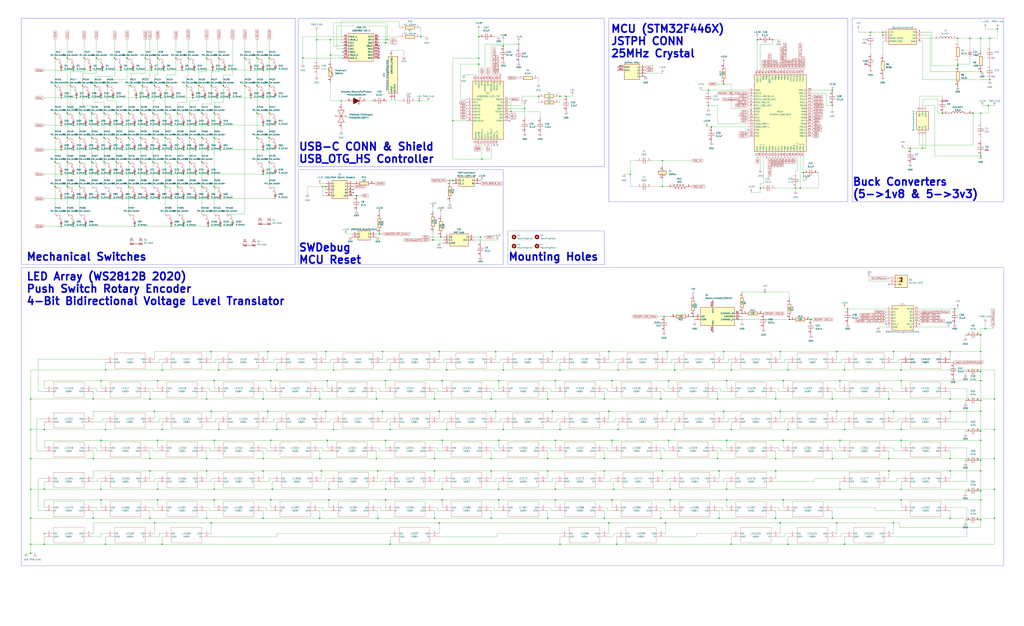
<source format=kicad_sch>
(kicad_sch (version 20230121) (generator eeschema)
  (paper "User" 850.011 519.989)
  (title_block (title "VesselKB") (date "2023-11-19") (rev "3.0"))
  (junction (at 171.45 381))
  (junction (at 454.66 391.16))
  (junction (at 454.66 331.47))
  (junction (at 320.04 365.76))
  (junction (at 152.4 165.1))
  (junction (at 748.03 316.23))
  (junction (at 505.46 434.34))
  (junction (at 313.69 391.16))
  (junction (at 603.25 365.76))
  (junction (at 701.04 356.87))
  (junction (at 124.46 430.53))
  (junction (at 81.28 144.78))
  (junction (at 643.89 430.53))
  (junction (at 116.84 114.3))
  (junction (at 123.19 81.28))
  (junction (at 367.03 316.23))
  (junction (at 134.62 452.12))
  (junction (at 430.53 36.83))
  (junction (at 223.52 71.12))
  (junction (at 266.7 391.16))
  (junction (at 732.79 29.21))
  (junction (at 80.01 48.26))
  (junction (at 458.47 292.1))
  (junction (at 513.08 356.87))
  (junction (at 273.05 415.29))
  (junction (at 501.65 430.53))
  (junction (at 347.98 83.82))
  (junction (at 508 365.76))
  (junction (at 137.16 93.98))
  (junction (at 58.42 71.12))
  (junction (at 628.65 33.02))
  (junction (at 265.43 430.53))
  (junction (at 508 415.29))
  (junction (at 127 114.3))
  (junction (at 417.83 307.34))
  (junction (at 171.45 331.47))
  (junction (at 181.61 356.87))
  (junction (at 226.06 406.4))
  (junction (at 814.07 415.29))
  (junction (at 157.48 114.3))
  (junction (at 575.31 262.89))
  (junction (at 694.69 341.63))
  (junction (at 360.68 430.53))
  (junction (at 814.07 292.1))
  (junction (at 414.02 365.76))
  (junction (at 91.44 104.14))
  (junction (at 83.82 365.76))
  (junction (at 320.04 406.4))
  (junction (at 788.67 331.47))
  (junction (at 172.72 187.96))
  (junction (at 509.27 406.4))
  (junction (at 142.24 124.46))
  (junction (at 654.05 356.87))
  (junction (at 50.8 165.1))
  (junction (at 213.36 71.12))
  (junction (at 177.8 93.98))
  (junction (at 177.8 154.94))
  (junction (at 643.89 381))
  (junction (at 127 93.98))
  (junction (at 152.4 187.96))
  (junction (at 556.26 406.4))
  (junction (at 748.03 307.34))
  (junction (at 171.45 391.16))
  (junction (at 317.5 341.63))
  (junction (at 461.01 316.23))
  (junction (at 367.03 415.29))
  (junction (at 133.35 81.28))
  (junction (at 137.16 154.94))
  (junction (at 647.7 341.63))
  (junction (at 142.24 144.78))
  (junction (at 375.92 149.86))
  (junction (at 25.4 356.87))
  (junction (at 111.76 104.14))
  (junction (at 821.69 66.04))
  (junction (at 741.68 292.1))
  (junction (at 458.47 341.63))
  (junction (at 469.9 80.01))
  (junction (at 647.7 434.34))
  (junction (at 814.07 93.98))
  (junction (at 147.32 114.3))
  (junction (at 814.07 358.14))
  (junction (at 400.05 132.08))
  (junction (at 722.63 26.67))
  (junction (at 701.04 452.12))
  (junction (at 464.82 356.87))
  (junction (at 175.26 71.12))
  (junction (at 177.8 114.3))
  (junction (at 222.25 341.63))
  (junction (at 603.25 316.23))
  (junction (at 88.9 71.12))
  (junction (at 643.89 331.47))
  (junction (at 172.72 165.1))
  (junction (at 96.52 114.3))
  (junction (at 588.01 74.93))
  (junction (at 461.01 365.76))
  (junction (at 641.35 33.02))
  (junction (at 748.03 406.4))
  (junction (at 111.76 187.96))
  (junction (at 218.44 58.42))
  (junction (at 181.61 307.34))
  (junction (at 501.65 391.16))
  (junction (at 132.08 124.46))
  (junction (at 508 316.23))
  (junction (at 124.46 331.47))
  (junction (at 748.03 415.29))
  (junction (at 398.78 196.85))
  (junction (at 367.03 365.76))
  (junction (at 276.86 356.87))
  (junction (at 276.86 307.34))
  (junction (at 454.66 381))
  (junction (at 130.81 415.29))
  (junction (at 25.4 452.12))
  (junction (at 78.74 71.12))
  (junction (at 50.8 104.14))
  (junction (at 124.46 391.16))
  (junction (at 375.92 100.33))
  (junction (at 83.82 316.23))
  (junction (at 737.87 331.47))
  (junction (at 697.23 365.76))
  (junction (at 270.51 292.1))
  (junction (at 177.8 365.76))
  (junction (at 795.02 53.34))
  (junction (at 60.96 165.1))
  (junction (at 93.98 81.28))
  (junction (at 360.68 331.47))
  (junction (at 157.48 93.98))
  (junction (at 694.69 292.1))
  (junction (at 814.07 431.8))
  (junction (at 116.84 134.62))
  (junction (at 560.07 307.34))
  (junction (at 71.12 187.96))
  (junction (at 66.04 154.94))
  (junction (at 134.62 307.34))
  (junction (at 218.44 331.47))
  (junction (at 203.2 71.12))
  (junction (at 50.8 124.46))
  (junction (at 364.49 434.34))
  (junction (at 121.92 104.14))
  (junction (at 45.72 114.3))
  (junction (at 60.96 58.42))
  (junction (at 66.04 93.98))
  (junction (at 828.04 24.13))
  (junction (at 77.47 331.47))
  (junction (at 732.79 26.67))
  (junction (at 365.76 196.85))
  (junction (at 146.05 48.26))
  (junction (at 814.07 308.61))
  (junction (at 825.5 356.87))
  (junction (at 454.66 430.53))
  (junction (at 142.24 165.1))
  (junction (at 265.43 381))
  (junction (at 359.41 199.39))
  (junction (at 464.82 307.34))
  (junction (at 223.52 93.98))
  (junction (at 360.68 381))
  (junction (at 323.85 307.34))
  (junction (at 814.07 31.75))
  (junction (at 654.05 307.34))
  (junction (at 814.07 278.13))
  (junction (at 167.64 93.98))
  (junction (at 265.43 331.47))
  (junction (at 360.68 391.16))
  (junction (at 128.27 71.12))
  (junction (at 251.46 48.26))
  (junction (at 349.25 30.48))
  (junction (at 703.58 256.54))
  (junction (at 71.12 104.14))
  (junction (at 397.51 30.48))
  (junction (at 147.32 93.98))
  (junction (at 314.96 194.31))
  (junction (at 107.95 71.12))
  (junction (at 274.32 33.02))
  (junction (at 548.64 331.47))
  (junction (at 91.44 165.1))
  (junction (at 162.56 165.1))
  (junction (at 411.48 292.1))
  (junction (at 213.36 114.3))
  (junction (at 765.81 123.19))
  (junction (at 132.08 144.78))
  (junction (at 135.89 58.42))
  (junction (at 45.72 93.98))
  (junction (at 105.41 48.26))
  (junction (at 182.88 165.1))
  (junction (at 805.18 31.75))
  (junction (at 690.88 430.53))
  (junction (at 76.2 114.3))
  (junction (at 407.67 381))
  (junction (at 755.65 123.19))
  (junction (at 182.88 124.46))
  (junction (at 154.94 71.12))
  (junction (at 213.36 48.26))
  (junction (at 106.68 93.98))
  (junction (at 407.67 430.53))
  (junction (at 590.55 105.41))
  (junction (at 113.03 81.28))
  (junction (at 152.4 144.78))
  (junction (at 50.8 187.96))
  (junction (at 513.08 307.34))
  (junction (at 50.8 81.28))
  (junction (at 511.81 452.12))
  (junction (at 76.2 93.98))
  (junction (at 128.27 434.34))
  (junction (at 110.49 58.42))
  (junction (at 83.82 406.4))
  (junction (at 788.67 292.1))
  (junction (at 177.8 316.23))
  (junction (at 666.75 143.51))
  (junction (at 320.04 35.56))
  (junction (at 694.69 434.34))
  (junction (at 607.06 307.34))
  (junction (at 664.21 156.21))
  (junction (at 603.25 406.4))
  (junction (at 788.67 391.16))
  (junction (at 74.93 58.42))
  (junction (at 737.87 381))
  (junction (at 111.76 124.46))
  (junction (at 181.61 48.26))
  (junction (at 222.25 292.1))
  (junction (at 414.02 406.4))
  (junction (at 650.24 415.29))
  (junction (at 177.8 406.4))
  (junction (at 100.33 58.42))
  (junction (at 271.78 316.23))
  (junction (at 737.87 391.16))
  (junction (at 596.9 430.53))
  (junction (at 162.56 144.78))
  (junction (at 87.63 307.34))
  (junction (at 814.07 382.27))
  (junction (at 317.5 292.1))
  (junction (at 814.07 129.54))
  (junction (at 411.48 341.63))
  (junction (at 134.62 356.87))
  (junction (at 218.44 144.78))
  (junction (at 697.23 316.23))
  (junction (at 660.4 156.21))
  (junction (at 364.49 341.63))
  (junction (at 554.99 316.23))
  (junction (at 414.02 415.29))
  (junction (at 697.23 406.4))
  (junction (at 182.88 187.96))
  (junction (at 71.12 165.1))
  (junction (at 130.81 365.76))
  (junction (at 435.61 90.17))
  (junction (at 76.2 134.62))
  (junction (at 321.31 33.02))
  (junction (at 814.07 391.16))
  (junction (at 121.92 124.46))
  (junction (at 101.6 144.78))
  (junction (at 218.44 124.46))
  (junction (at 68.58 71.12))
  (junction (at 171.45 48.26))
  (junction (at 55.88 48.26))
  (junction (at 218.44 104.14))
  (junction (at 218.44 391.16))
  (junction (at 71.12 124.46))
  (junction (at 556.26 415.29))
  (junction (at 45.72 48.26))
  (junction (at 552.45 434.34))
  (junction (at 655.32 265.43))
  (junction (at 208.28 58.42))
  (junction (at 807.72 93.98))
  (junction (at 176.53 58.42))
  (junction (at 55.88 114.3))
  (junction (at 81.28 165.1))
  (junction (at 814.07 365.76))
  (junction (at 223.52 114.3))
  (junction (at 167.64 114.3))
  (junction (at 167.64 134.62))
  (junction (at 203.2 48.26))
  (junction (at 407.67 331.47))
  (junction (at 370.84 307.34))
  (junction (at 60.96 187.96))
  (junction (at 60.96 144.78))
  (junction (at 91.44 124.46))
  (junction (at 367.03 406.4))
  (junction (at 283.21 83.82))
  (junction (at 635 242.57))
  (junction (at 313.69 430.53))
  (junction (at 125.73 58.42))
  (junction (at 165.1 71.12))
  (junction (at 182.88 104.14))
  (junction (at 167.64 154.94))
  (junction (at 788.67 381))
  (junction (at 121.92 144.78))
  (junction (at 132.08 165.1))
  (junction (at 177.8 415.29))
  (junction (at 101.6 104.14))
  (junction (at 505.46 341.63))
  (junction (at 95.25 48.26))
  (junction (at 553.72 341.63))
  (junction (at 814.07 332.74))
  (junction (at 87.63 356.87))
  (junction (at 595.63 331.47))
  (junction (at 223.52 48.26))
  (junction (at 25.4 406.4))
  (junction (at 364.49 292.1))
  (junction (at 820.42 87.63))
  (junction (at 25.4 459.74))
  (junction (at 223.52 134.62))
  (junction (at 86.36 93.98))
  (junction (at 172.72 144.78))
  (junction (at 152.4 104.14))
  (junction (at 295.91 162.56))
  (junction (at 224.79 365.76))
  (junction (at 795.02 31.75))
  (junction (at 825.5 331.47))
  (junction (at 83.82 81.28))
  (junction (at 792.48 256.54))
  (junction (at 106.68 134.62))
  (junction (at 111.76 165.1))
  (junction (at 607.06 356.87))
  (junction (at 650.24 365.76))
  (junction (at 549.91 133.35))
  (junction (at 96.52 134.62))
  (junction (at 66.04 114.3))
  (junction (at 172.72 124.46))
  (junction (at 138.43 71.12))
  (junction (at 647.7 292.1))
  (junction (at 50.8 58.42))
  (junction (at 106.68 154.94))
  (junction (at 607.06 452.12))
  (junction (at 748.03 365.76))
  (junction (at 312.42 331.47))
  (junction (at 549.91 391.16))
  (junction (at 741.68 341.63))
  (junction (at 186.69 58.42))
  (junction (at 229.87 307.34))
  (junction (at 417.83 38.1))
  (junction (at 160.02 81.28))
  (junction (at 224.79 415.29))
  (junction (at 45.72 134.62))
  (junction (at 162.56 104.14))
  (junction (at 825.5 430.53))
  (junction (at 132.08 104.14))
  (junction (at 814.07 341.63))
  (junction (at 63.5 81.28))
  (junction (at 111.76 144.78))
  (junction (at 464.82 452.12))
  (junction (at 505.46 292.1))
  (junction (at 218.44 81.28))
  (junction (at 267.97 154.94))
  (junction (at 77.47 381))
  (junction (at 71.12 144.78))
  (junction (at 501.65 331.47))
  (junction (at 270.51 341.63))
  (junction (at 96.52 93.98))
  (junction (at 60.96 104.14))
  (junction (at 373.38 149.86))
  (junction (at 130.81 48.26))
  (junction (at 120.65 48.26))
  (junction (at 87.63 452.12))
  (junction (at 128.27 341.63))
  (junction (at 170.18 81.28))
  (junction (at 172.72 104.14))
  (junction (at 66.04 134.62))
  (junction (at 83.82 415.29))
  (junction (at 36.83 452.12))
  (junction (at 417.83 356.87))
  (junction (at 101.6 124.46))
  (junction (at 60.96 124.46))
  (junction (at 161.29 58.42))
  (junction (at 151.13 58.42))
  (junction (at 782.32 93.98))
  (junction (at 447.04 80.01))
  (junction (at 370.84 356.87))
  (junction (at 86.36 114.3))
  (junction (at 116.84 93.98))
  (junction (at 461.01 406.4))
  (junction (at 523.24 144.78))
  (junction (at 73.66 81.28))
  (junction (at 224.79 316.23))
  (junction (at 81.28 124.46))
  (junction (at 175.26 434.34))
  (junction (at 323.85 356.87))
  (junction (at 124.46 381))
  (junction (at 162.56 124.46))
  (junction (at 643.89 391.16))
  (junction (at 85.09 58.42))
  (junction (at 147.32 134.62))
  (junction (at 596.9 391.16))
  (junction (at 55.88 93.98))
  (junction (at 464.82 80.01))
  (junction (at 320.04 316.23))
  (junction (at 814.07 407.67))
  (junction (at 650.24 316.23))
  (junction (at 788.67 430.53))
  (junction (at 397.51 48.26))
  (junction (at 690.88 331.47))
  (junction (at 55.88 134.62))
  (junction (at 631.19 156.21))
  (junction (at 208.28 81.28))
  (junction (at 825.5 381))
  (junction (at 36.83 406.4))
  (junction (at 690.88 74.93))
  (junction (at 690.88 381))
  (junction (at 25.4 430.53))
  (junction (at 45.72 71.12))
  (junction (at 36.83 356.87))
  (junction (at 270.51 154.94))
  (junction (at 55.88 154.94))
  (junction (at 127 134.62))
  (junction (at 262.89 33.02))
  (junction (at 218.44 381))
  (junction (at 817.88 273.05))
  (junction (at 101.6 165.1))
  (junction (at 271.78 365.76))
  (junction (at 273.05 406.4))
  (junction (at 130.81 406.4))
  (junction (at 814.07 316.23))
  (junction (at 229.87 356.87))
  (junction (at 600.71 69.85))
  (junction (at 673.1 265.43))
  (junction (at 320.04 415.29))
  (junction (at 795.02 54.61))
  (junction (at 748.03 356.87))
  (junction (at 180.34 81.28))
  (junction (at 654.05 452.12))
  (junction (at 600.71 292.1))
  (junction (at 69.85 48.26))
  (junction (at 218.44 430.53))
  (junction (at 25.4 381))
  (junction (at 323.85 452.12))
  (junction (at 560.07 356.87))
  (junction (at 142.24 104.14))
  (junction (at 157.48 134.62))
  (junction (at 213.36 93.98))
  (junction (at 137.16 114.3))
  (junction (at 91.44 144.78))
  (junction (at 553.72 292.1))
  (junction (at 548.64 381))
  (junction (at 81.28 104.14))
  (junction (at 25.4 331.47))
  (junction (at 175.26 341.63))
  (junction (at 118.11 71.12))
  (junction (at 588.01 87.63))
  (junction (at 152.4 124.46))
  (junction (at 137.16 134.62))
  (junction (at 814.07 59.69))
  (junction (at 106.68 114.3))
  (junction (at 690.88 87.63))
  (junction (at 600.71 341.63))
  (junction (at 788.67 341.63))
  (junction (at 50.8 144.78))
  (junction (at 312.42 381))
  (junction (at 397.51 53.34))
  (junction (at 825.5 406.4))
  (junction (at 414.02 316.23))
  (junction (at 185.42 71.12))
  (junction (at 190.5 81.28))
  (junction (at 175.26 292.1))
  (junction (at 548.64 430.53))
  (junction (at 501.65 381))
  (junction (at 86.36 134.62))
  (junction (at 554.99 365.76))
  (junction (at 549.91 154.94))
  (junction (at 615.95 260.35))
  (junction (at 407.67 391.16))
  (junction (at 461.01 415.29))
  (junction (at 130.81 316.23))
  (junction (at 77.47 430.53))
  (junction (at 121.92 165.1))
  (junction (at 147.32 154.94))
  (junction (at 551.18 262.89))
  (junction (at 142.24 187.96))
  (junction (at 274.32 45.72))
  (junction (at 595.63 381))
  (junction (at 143.51 81.28))
  (junction (at 171.45 430.53))
  (junction (at 45.72 154.94))
  (junction (at 424.18 92.71))
  (junction (at 603.25 415.29))
  (junction (at 701.04 307.34))
  (junction (at 821.69 31.75))
  (junction (at 741.68 434.34))
  (junction (at 156.21 48.26))
  (no_connect (at 513.08 58.42))
  (no_connect (at 314.96 38.1))
  (no_connect (at 737.87 236.22))
  (no_connect (at 293.37 157.48))
  (no_connect (at 410.21 120.65))
  (no_connect (at 735.33 269.24))
  (no_connect (at 621.03 107.95))
  (no_connect (at 36.83 443.23))
  (no_connect (at 422.91 100.33))
  (no_connect (at 636.27 130.81))
  (no_connect (at 284.48 43.18))
  (no_connect (at 415.29 62.23))
  (no_connect (at 314.96 43.18))
  (no_connect (at 314.96 48.26))
  (no_connect (at 293.37 160.02))
  (no_connect (at 763.27 269.24))
  (no_connect (at 591.82 250.19))
  (no_connect (at 412.75 120.65))
  (no_connect (at 314.96 45.72))
  (no_connect (at 591.82 275.59))
  (no_connect (at 270.51 160.02))
  (no_connect (at 513.08 55.88))
  (no_connect (at 314.96 40.64))
  (wire (pts (xy 313.69 430.53) (xy 360.68 430.53)))
  (wire (pts (xy 367.03 316.23) (xy 414.02 316.23)))
  (wire (pts (xy 177.8 316.23) (xy 224.79 316.23)))
  (wire (pts (xy 556.26 415.29) (xy 603.25 415.29)))
  (wire (pts (xy 45.72 48.26) (xy 45.72 71.12)))
  (wire (pts (xy 323.85 452.12) (xy 464.82 452.12)))
  (wire (pts (xy 284.48 38.1) (xy 276.86 38.1)))
  (wire (pts (xy 646.43 325.12) (xy 650.24 325.12)))
  (wire (pts (xy 603.25 400.05) (xy 603.25 406.4)))
  (wire (pts (xy 814.07 31.75) (xy 821.69 31.75)))
  (wire (pts (xy 106.68 134.62) (xy 106.68 154.94)))
  (wire (pts (xy 701.04 350.52) (xy 701.04 356.87)))
  (wire (pts (xy 312.42 374.65) (xy 312.42 381)))
  (wire (pts (xy 175.26 292.1) (xy 128.27 292.1)))
  (wire (pts (xy 457.2 421.64) (xy 457.2 424.18)))
  (wire (pts (xy 664.21 130.81) (xy 664.21 156.21)))
  (wire (pts (xy 506.73 397.51) (xy 506.73 400.05)))
  (wire (pts (xy 31.75 397.51) (xy 31.75 424.18)))
  (wire (pts (xy 505.46 341.63) (xy 553.72 341.63)))
  (wire (pts (xy 147.32 114.3) (xy 147.32 93.98)))
  (wire (pts (xy 86.36 114.3) (xy 86.36 93.98)))
  (wire (pts (xy 229.87 443.23) (xy 229.87 445.77)))
  (wire (pts (xy 643.89 397.51) (xy 643.89 391.16)))
  (wire (pts (xy 556.26 397.51) (xy 553.72 397.51)))
  (wire (pts (xy 732.79 34.29) (xy 732.79 45.72)))
  (wire (pts (xy 599.44 421.64) (xy 599.44 424.18)))
  (wire (pts (xy 549.91 133.35) (xy 574.04 133.35)))
  (wire (pts (xy 325.12 41.91) (xy 335.28 41.91)))
  (wire (pts (xy 177.8 93.98) (xy 177.8 85.09)))
  (wire (pts (xy 788.67 292.1) (xy 788.67 298.45)))
  (wire (pts (xy 748.03 397.51) (xy 744.22 397.51)))
  (wire (pts (xy 293.37 162.56) (xy 295.91 162.56)))
  (wire (pts (xy 80.01 421.64) (xy 80.01 424.18)))
  (wire (pts (xy 474.98 78.74) (xy 474.98 80.01)))
  (wire (pts (xy 501.65 374.65) (xy 501.65 381)))
  (wire (pts (xy 604.52 298.45) (xy 604.52 300.99)))
  (wire (pts (xy 454.66 325.12) (xy 454.66 331.47)))
  (wire (pts (xy 45.72 93.98) (xy 45.72 114.3)))
  (wire (pts (xy 454.66 372.11) (xy 457.2 372.11)))
  (wire (pts (xy 643.89 331.47) (xy 690.88 331.47)))
  (wire (pts (xy 364.49 397.51) (xy 364.49 400.05)))
  (wire (pts (xy 25.4 356.87) (xy 25.4 381)))
  (wire (pts (xy 111.76 104.14) (xy 121.92 104.14)))
  (wire (pts (xy 80.01 424.18) (xy 83.82 424.18)))
  (wire (pts (xy 134.62 445.77) (xy 134.62 452.12)))
  (wire (pts (xy 262.89 25.4) (xy 262.89 33.02)))
  (wire (pts (xy 825.5 331.47) (xy 825.5 307.34)))
  (wire (pts (xy 548.64 381) (xy 595.63 381)))
  (wire (pts (xy 737.87 325.12) (xy 737.87 331.47)))
  (wire (pts (xy 106.68 93.98) (xy 106.68 114.3)))
  (wire (pts (xy 66.04 114.3) (xy 66.04 93.98)))
  (wire (pts (xy 775.97 87.63) (xy 775.97 129.54)))
  (wire (pts (xy 510.54 300.99) (xy 505.46 300.99)))
  (wire (pts (xy 101.6 104.14) (xy 111.76 104.14)))
  (wire (pts (xy 356.87 199.39) (xy 359.41 199.39)))
  (wire (pts (xy 25.4 381) (xy 25.4 406.4)))
  (wire (pts (xy 81.28 400.05) (xy 77.47 400.05)))
  (wire (pts (xy 320.04 400.05) (xy 320.04 406.4)))
  (wire (pts (xy 501.65 424.18) (xy 501.65 430.53)))
  (wire (pts (xy 218.44 372.11) (xy 220.98 372.11)))
  (wire (pts (xy 417.83 356.87) (xy 464.82 356.87)))
  (wire (pts (xy 501.65 325.12) (xy 501.65 331.47)))
  (wire (pts (xy 458.47 292.1) (xy 458.47 298.45)))
  (wire (pts (xy 654.05 298.45) (xy 651.51 298.45)))
  (wire (pts (xy 60.96 124.46) (xy 71.12 124.46)))
  (wire (pts (xy 177.8 114.3) (xy 177.8 93.98)))
  (wire (pts (xy 549.91 154.94) (xy 553.72 154.94)))
  (wire (pts (xy 554.99 365.76) (xy 554.99 372.11)))
  (wire (pts (xy 121.92 144.78) (xy 132.08 144.78)))
  (wire (pts (xy 367.03 400.05) (xy 367.03 406.4)))
  (wire (pts (xy 737.87 372.11) (xy 741.68 372.11)))
  (wire (pts (xy 807.72 93.98) (xy 814.07 93.98)))
  (wire (pts (xy 173.99 424.18) (xy 177.8 424.18)))
  (wire (pts (xy 694.69 292.1) (xy 647.7 292.1)))
  (wire (pts (xy 397.51 48.26) (xy 397.51 53.34)))
  (wire (pts (xy 772.16 59.69) (xy 814.07 59.69)))
  (wire (pts (xy 417.83 300.99) (xy 417.83 307.34)))
  (wire (pts (xy 81.28 397.51) (xy 81.28 400.05)))
  (wire (pts (xy 314.96 325.12) (xy 320.04 325.12)))
  (wire (pts (xy 267.97 372.11) (xy 267.97 374.65)))
  (wire (pts (xy 109.22 71.12) (xy 109.22 60.96)))
  (wire (pts (xy 631.19 156.21) (xy 631.19 160.02)))
  (wire (pts (xy 549.91 148.59) (xy 549.91 154.94)))
  (wire (pts (xy 763.27 113.03) (xy 763.27 120.65)))
  (wire (pts (xy 220.98 322.58) (xy 220.98 325.12)))
  (wire (pts (xy 137.16 114.3) (xy 137.16 93.98)))
  (wire (pts (xy 181.61 298.45) (xy 179.07 298.45)))
  (wire (pts (xy 370.84 347.98) (xy 368.3 347.98)))
  (wire (pts (xy 91.44 104.14) (xy 101.6 104.14)))
  (wire (pts (xy 375.92 152.4) (xy 375.92 149.86)))
  (wire (pts (xy 788.67 341.63) (xy 814.07 341.63)))
  (wire (pts (xy 820.42 93.98) (xy 820.42 87.63)))
  (wire (pts (xy 643.89 430.53) (xy 690.88 430.53)))
  (wire (pts (xy 173.99 372.11) (xy 173.99 374.65)))
  (wire (pts (xy 76.2 114.3) (xy 76.2 93.98)))
  (wire (pts (xy 266.7 391.16) (xy 266.7 397.51)))
  (wire (pts (xy 643.89 372.11) (xy 646.43 372.11)))
  (wire (pts (xy 127 374.65) (xy 130.81 374.65)))
  (wire (pts (xy 505.46 434.34) (xy 505.46 443.23)))
  (wire (pts (xy 814.07 308.61) (xy 814.07 316.23)))
  (wire (pts (xy 335.28 41.91) (xy 335.28 46.99)))
  (wire (pts (xy 551.18 374.65) (xy 554.99 374.65)))
  (wire (pts (xy 128.27 341.63) (xy 128.27 347.98)))
  (wire (pts (xy 77.47 430.53) (xy 124.46 430.53)))
  (wire (pts (xy 825.5 452.12) (xy 825.5 430.53)))
  (wire (pts (xy 265.43 322.58) (xy 267.97 322.58)))
  (wire (pts (xy 36.83 124.46) (xy 50.8 124.46)))
  (wire (pts (xy 81.28 104.14) (xy 91.44 104.14)))
  (wire (pts (xy 142.24 124.46) (xy 152.4 124.46)))
  (wire (pts (xy 814.07 341.63) (xy 814.07 358.14)))
  (wire (pts (xy 417.83 33.02) (xy 417.83 38.1)))
  (wire (pts (xy 152.4 165.1) (xy 162.56 165.1)))
  (wire (pts (xy 414.02 406.4) (xy 461.01 406.4)))
  (wire (pts (xy 748.03 356.87) (xy 825.5 356.87)))
  (wire (pts (xy 461.01 415.29) (xy 461.01 421.64)))
  (wire (pts (xy 375.92 132.08) (xy 400.05 132.08)))
  (wire (pts (xy 77.47 372.11) (xy 80.01 372.11)))
  (wire (pts (xy 63.5 81.28) (xy 73.66 81.28)))
  (wire (pts (xy 505.46 341.63) (xy 505.46 347.98)))
  (wire (pts (xy 462.28 298.45) (xy 462.28 300.99)))
  (wire (pts (xy 83.82 316.23) (xy 130.81 316.23)))
  (wire (pts (xy 86.36 134.62) (xy 86.36 114.3)))
  (wire (pts (xy 549.91 138.43) (xy 549.91 133.35)))
  (wire (pts (xy 373.38 149.86) (xy 375.92 149.86)))
  (wire (pts (xy 755.65 123.19) (xy 765.81 123.19)))
  (wire (pts (xy 464.82 350.52) (xy 464.82 356.87)))
  (wire (pts (xy 179.07 300.99) (xy 175.26 300.99)))
  (wire (pts (xy 274.32 33.02) (xy 284.48 33.02)))
  (wire (pts (xy 397.51 24.13) (xy 397.51 30.48)))
  (wire (pts (xy 368.3 199.39) (xy 359.41 199.39)))
  (wire (pts (xy 229.87 350.52) (xy 229.87 356.87)))
  (wire (pts (xy 697.23 365.76) (xy 748.03 365.76)))
  (wire (pts (xy 454.66 331.47) (xy 501.65 331.47)))
  (wire (pts (xy 600.71 69.85) (xy 607.06 69.85)))
  (wire (pts (xy 765.81 113.03) (xy 765.81 123.19)))
  (wire (pts (xy 314.96 194.31) (xy 317.5 194.31)))
  (wire (pts (xy 417.83 347.98) (xy 415.29 347.98)))
  (wire (pts (xy 314.96 33.02) (xy 321.31 33.02)))
  (wire (pts (xy 127 421.64) (xy 127 424.18)))
  (wire (pts (xy 154.94 63.5) (xy 156.21 63.5)))
  (wire (pts (xy 36.83 187.96) (xy 50.8 187.96)))
  (wire (pts (xy 69.85 48.26) (xy 69.85 59.69)))
  (wire (pts (xy 101.6 124.46) (xy 111.76 124.46)))
  (wire (pts (xy 25.4 430.53) (xy 25.4 452.12)))
  (wire (pts (xy 360.68 421.64) (xy 363.22 421.64)))
  (wire (pts (xy 548.64 331.47) (xy 595.63 331.47)))
  (wire (pts (xy 604.52 300.99) (xy 600.71 300.99)))
  (wire (pts (xy 124.46 391.16) (xy 77.47 391.16)))
  (wire (pts (xy 407.67 391.16) (xy 454.66 391.16)))
  (wire (pts (xy 788.67 300.99) (xy 791.21 300.99)))
  (wire (pts (xy 25.4 381) (xy 77.47 381)))
  (wire (pts (xy 654.05 347.98) (xy 651.51 347.98)))
  (wire (pts (xy 604.52 347.98) (xy 604.52 350.52)))
  (wire (pts (xy 457.2 325.12) (xy 461.01 325.12)))
  (wire (pts (xy 175.26 341.63) (xy 128.27 341.63)))
  (wire (pts (xy 320.04 21.59) (xy 320.04 35.56)))
  (wire (pts (xy 101.6 165.1) (xy 111.76 165.1)))
  (wire (pts (xy 510.54 347.98) (xy 510.54 350.52)))
  (wire (pts (xy 137.16 177.8) (xy 137.16 154.94)))
  (wire (pts (xy 414.02 415.29) (xy 461.01 415.29)))
  (wire (pts (xy 603.25 365.76) (xy 603.25 372.11)))
  (wire (pts (xy 55.88 48.26) (xy 55.88 93.98)))
  (wire (pts (xy 81.28 144.78) (xy 91.44 144.78)))
  (wire (pts (xy 317.5 292.1) (xy 270.51 292.1)))
  (wire (pts (xy 748.03 316.23) (xy 814.07 316.23)))
  (wire (pts (xy 461.01 365.76) (xy 461.01 372.11)))
  (wire (pts (xy 458.47 400.05) (xy 454.66 400.05)))
  (wire (pts (xy 740.41 322.58) (xy 740.41 325.12)))
  (wire (pts (xy 270.51 400.05) (xy 266.7 400.05)))
  (wire (pts (xy 321.31 298.45) (xy 321.31 300.99)))
  (wire (pts (xy 375.92 100.33) (xy 387.35 100.33)))
  (wire (pts (xy 513.08 307.34) (xy 560.07 307.34)))
  (wire (pts (xy 222.25 292.1) (xy 175.26 292.1)))
  (wire (pts (xy 694.69 292.1) (xy 694.69 298.45)))
  (wire (pts (xy 722.63 26.67) (xy 712.47 26.67)))
  (wire (pts (xy 171.45 374.65) (xy 171.45 381)))
  (wire (pts (xy 397.51 30.48) (xy 397.51 48.26)))
  (wire (pts (xy 782.32 80.01) (xy 782.32 81.28)))
  (wire (pts (xy 134.62 350.52) (xy 134.62 356.87)))
  (wire (pts (xy 548.64 374.65) (xy 548.64 381)))
  (wire (pts (xy 156.21 48.26) (xy 156.21 63.5)))
  (wire (pts (xy 347.98 83.82) (xy 355.6 83.82)))
  (wire (pts (xy 323.85 298.45) (xy 321.31 298.45)))
  (wire (pts (xy 817.88 273.05) (xy 824.23 273.05)))
  (wire (pts (xy 773.43 54.61) (xy 795.02 54.61)))
  (wire (pts (xy 77.47 381) (xy 124.46 381)))
  (wire (pts (xy 229.87 300.99) (xy 229.87 307.34)))
  (wire (pts (xy 615.95 242.57) (xy 635 242.57)))
  (wire (pts (xy 208.28 81.28) (xy 218.44 81.28)))
  (wire (pts (xy 130.81 365.76) (xy 83.82 365.76)))
  (wire (pts (xy 504.19 322.58) (xy 504.19 325.12)))
  (wire (pts (xy 660.4 142.24) (xy 661.67 142.24)))
  (wire (pts (xy 50.8 165.1) (xy 60.96 165.1)))
  (wire (pts (xy 807.72 120.65) (xy 807.72 93.98)))
  (wire (pts (xy 690.88 325.12) (xy 690.88 331.47)))
  (wire (pts (xy 323.85 350.52) (xy 323.85 356.87)))
  (wire (pts (xy 80.01 372.11) (xy 80.01 374.65)))
  (wire (pts (xy 748.03 365.76) (xy 748.03 372.11)))
  (wire (pts (xy 227.33 347.98) (xy 227.33 350.52)))
  (wire (pts (xy 556.26 406.4) (xy 603.25 406.4)))
  (wire (pts (xy 274.32 68.58) (xy 274.32 83.82)))
  (wire (pts (xy 763.27 271.78) (xy 787.4 271.78)))
  (wire (pts (xy 367.03 365.76) (xy 414.02 365.76)))
  (wire (pts (xy 654.05 307.34) (xy 701.04 307.34)))
  (wire (pts (xy 223.52 134.62) (xy 223.52 154.94)))
  (wire (pts (xy 577.85 445.77) (xy 552.45 445.77)))
  (wire (pts (xy 313.69 424.18) (xy 313.69 430.53)))
  (wire (pts (xy 435.61 87.63) (xy 435.61 90.17)))
  (wire (pts (xy 60.96 58.42) (xy 74.93 58.42)))
  (wire (pts (xy 173.99 325.12) (xy 177.8 325.12)))
  (wire (pts (xy 229.87 307.34) (xy 276.86 307.34)))
  (wire (pts (xy 220.98 424.18) (xy 224.79 424.18)))
  (wire (pts (xy 96.52 93.98) (xy 96.52 83.82)))
  (wire (pts (xy 363.22 374.65) (xy 367.03 374.65)))
  (wire (pts (xy 548.64 325.12) (xy 548.64 331.47)))
  (wire (pts (xy 407.67 430.53) (xy 454.66 430.53)))
  (wire (pts (xy 323.85 356.87) (xy 370.84 356.87)))
  (wire (pts (xy 135.89 58.42) (xy 151.13 58.42)))
  (wire (pts (xy 218.44 424.18) (xy 218.44 430.53)))
  (wire (pts (xy 373.38 167.64) (xy 373.38 168.91)))
  (wire (pts (xy 801.37 382.27) (xy 801.37 384.81)))
  (wire (pts (xy 218.44 325.12) (xy 218.44 331.47)))
  (wire (pts (xy 364.49 292.1) (xy 364.49 298.45)))
  (wire (pts (xy 320.04 397.51) (xy 317.5 397.51)))
  (wire (pts (xy 596.9 391.16) (xy 643.89 391.16)))
  (wire (pts (xy 693.42 374.65) (xy 697.23 374.65)))
  (wire (pts (xy 690.88 421.64) (xy 726.44 421.64)))
  (wire (pts (xy 728.98 271.78) (xy 735.33 271.78)))
  (wire (pts (xy 814.07 365.76) (xy 814.07 382.27)))
  (wire (pts (xy 464.82 298.45) (xy 462.28 298.45)))
  (wire (pts (xy 152.4 144.78) (xy 162.56 144.78)))
  (wire (pts (xy 504.19 421.64) (xy 504.19 424.18)))
  (wire (pts (xy 173.99 374.65) (xy 177.8 374.65)))
  (wire (pts (xy 223.52 33.02) (xy 223.52 48.26)))
  (wire (pts (xy 276.86 347.98) (xy 274.32 347.98)))
  (wire (pts (xy 321.31 300.99) (xy 317.5 300.99)))
  (wire (pts (xy 181.61 33.02) (xy 181.61 48.26)))
  (wire (pts (xy 276.86 19.05) (xy 321.31 19.05)))
  (wire (pts (xy 505.46 434.34) (xy 364.49 434.34)))
  (wire (pts (xy 314.96 372.11) (xy 314.96 374.65)))
  (wire (pts (xy 454.66 374.65) (xy 454.66 381)))
  (wire (pts (xy 805.18 31.75) (xy 814.07 31.75)))
  (wire (pts (xy 128.27 83.82) (xy 128.27 71.12)))
  (wire (pts (xy 128.27 62.23) (xy 130.81 62.23)))
  (wire (pts (xy 181.61 347.98) (xy 179.07 347.98)))
  (wire (pts (xy 548.64 322.58) (xy 551.18 322.58)))
  (wire (pts (xy 50.8 104.14) (xy 60.96 104.14)))
  (wire (pts (xy 160.02 81.28) (xy 170.18 81.28)))
  (wire (pts (xy 701.04 298.45) (xy 698.5 298.45)))
  (wire (pts (xy 123.19 81.28) (xy 133.35 81.28)))
  (wire (pts (xy 744.22 397.51) (xy 744.22 400.05)))
  (wire (pts (xy 748.03 307.34) (xy 825.5 307.34)))
  (wire (pts (xy 276.86 300.99) (xy 276.86 307.34)))
  (wire (pts (xy 746.76 438.15) (xy 746.76 434.34)))
  (wire (pts (xy 224.79 415.29) (xy 224.79 421.64)))
  (wire (pts (xy 464.82 80.01) (xy 469.9 80.01)))
  (wire (pts (xy 181.61 300.99) (xy 181.61 307.34)))
  (wire (pts (xy 36.83 400.05) (xy 36.83 406.4)))
  (wire (pts (xy 457.2 372.11) (xy 457.2 374.65)))
  (wire (pts (xy 824.23 273.05) (xy 824.23 271.78)))
  (wire (pts (xy 690.88 374.65) (xy 690.88 381)))
  (wire (pts (xy 788.67 341.63) (xy 788.67 347.98)))
  (wire (pts (xy 317.5 341.63) (xy 317.5 347.98)))
  (wire (pts (xy 464.82 300.99) (xy 464.82 307.34)))
  (wire (pts (xy 127 93.98) (xy 127 83.82)))
  (wire (pts (xy 607.06 307.34) (xy 654.05 307.34)))
  (wire (pts (xy 415.29 300.99) (xy 411.48 300.99)))
  (wire (pts (xy 462.28 350.52) (xy 458.47 350.52)))
  (wire (pts (xy 313.69 397.51) (xy 313.69 391.16)))
  (wire (pts (xy 577.85 443.23) (xy 577.85 445.77)))
  (wire (pts (xy 109.22 60.96) (xy 120.65 60.96)))
  (wire (pts (xy 654.05 300.99) (xy 654.05 307.34)))
  (wire (pts (xy 116.84 114.3) (xy 116.84 93.98)))
  (wire (pts (xy 557.53 347.98) (xy 557.53 350.52)))
  (wire (pts (xy 600.71 341.63) (xy 647.7 341.63)))
  (wire (pts (xy 345.44 83.82) (xy 347.98 83.82)))
  (wire (pts (xy 698.5 350.52) (xy 694.69 350.52)))
  (wire (pts (xy 746.76 434.34) (xy 741.68 434.34)))
  (wire (pts (xy 116.84 76.2) (xy 118.11 76.2)))
  (wire (pts (xy 654.05 443.23) (xy 651.51 443.23)))
  (wire (pts (xy 598.17 372.11) (xy 598.17 374.65)))
  (wire (pts (xy 50.8 58.42) (xy 60.96 58.42)))
  (wire (pts (xy 643.89 325.12) (xy 643.89 331.47)))
  (wire (pts (xy 124.46 391.16) (xy 124.46 397.51)))
  (wire (pts (xy 387.35 82.55) (xy 382.27 82.55)))
  (wire (pts (xy 287.02 194.31) (xy 292.1 194.31)))
  (wire (pts (xy 77.47 331.47) (xy 124.46 331.47)))
  (wire (pts (xy 265.43 372.11) (xy 267.97 372.11)))
  (wire (pts (xy 167.64 154.94) (xy 167.64 134.62)))
  (wire (pts (xy 461.01 316.23) (xy 461.01 322.58)))
  (wire (pts (xy 271.78 316.23) (xy 271.78 322.58)))
  (wire (pts (xy 588.01 74.93) (xy 621.03 74.93)))
  (wire (pts (xy 712.47 24.13) (xy 712.47 26.67)))
  (wire (pts (xy 36.83 415.29) (xy 36.83 421.64)))
  (wire (pts (xy 128.27 434.34) (xy 77.47 434.34)))
  (wire (pts (xy 224.79 415.29) (xy 177.8 415.29)))
  (wire (pts (xy 464.82 347.98) (xy 462.28 347.98)))
  (wire (pts (xy 317.5 400.05) (xy 313.69 400.05)))
  (wire (pts (xy 317.5 341.63) (xy 364.49 341.63)))
  (wire (pts (xy 96.52 83.82) (xy 88.9 83.82)))
  (wire (pts (xy 36.83 316.23) (xy 36.83 322.58)))
  (wire (pts (xy 643.89 374.65) (xy 643.89 381)))
  (wire (pts (xy 88.9 83.82) (xy 88.9 71.12)))
  (wire (pts (xy 320.04 365.76) (xy 320.04 372.11)))
  (wire (pts (xy 356.87 196.85) (xy 365.76 196.85)))
  (wire (pts (xy 368.3 350.52) (xy 364.49 350.52)))
  (wire (pts (xy 177.8 177.8) (xy 177.8 154.94)))
  (wire (pts (xy 600.71 400.05) (xy 596.9 400.05)))
  (wire (pts (xy 518.16 144.78) (xy 523.24 144.78)))
  (wire (pts (xy 71.12 165.1) (xy 81.28 165.1)))
  (wire (pts (xy 528.32 133.35) (xy 523.24 133.35)))
  (wire (pts (xy 814.07 391.16) (xy 814.07 407.67)))
  (wire (pts (xy 607.06 350.52) (xy 607.06 356.87)))
  (wire (pts (xy 283.21 83.82) (xy 283.21 86.36)))
  (wire (pts (xy 701.04 347.98) (xy 698.5 347.98)))
  (wire (pts (xy 167.64 114.3) (xy 167.64 93.98)))
  (wire (pts (xy 679.45 156.21) (xy 664.21 156.21)))
  (wire (pts (xy 647.7 434.34) (xy 552.45 434.34)))
  (wire (pts (xy 650.24 415.29) (xy 650.24 421.64)))
  (wire (pts (xy 768.35 113.03) (xy 768.35 123.19)))
  (wire (pts (xy 509.27 445.77) (xy 505.46 445.77)))
  (wire (pts (xy 265.43 381) (xy 312.42 381)))
  (wire (pts (xy 60.96 187.96) (xy 71.12 187.96)))
  (wire (pts (xy 87.63 443.23) (xy 83.82 443.23)))
  (wire (pts (xy 177.8 365.76) (xy 130.81 365.76)))
  (wire (pts (xy 218.44 144.78) (xy 228.6 144.78)))
  (wire (pts (xy 274.32 350.52) (xy 270.51 350.52)))
  (wire (pts (xy 118.11 76.2) (xy 118.11 71.12)))
  (wire (pts (xy 603.25 397.51) (xy 600.71 397.51)))
  (wire (pts (xy 407.67 374.65) (xy 407.67 381)))
  (wire (pts (xy 128.27 400.05) (xy 124.46 400.05)))
  (wire (pts (xy 316.23 424.18) (xy 320.04 424.18)))
  (wire (pts (xy 817.88 267.97) (xy 817.88 273.05)))
  (wire (pts (xy 127 114.3) (xy 127 93.98)))
  (wire (pts (xy 576.58 265.43) (xy 576.58 267.97)))
  (wire (pts (xy 741.68 434.34) (xy 741.68 443.23)))
  (wire (pts (xy 501.65 322.58) (xy 504.19 322.58)))
  (wire (pts (xy 121.92 104.14) (xy 132.08 104.14)))
  (wire (pts (xy 177.8 406.4) (xy 226.06 406.4)))
  (wire (pts (xy 814.07 273.05) (xy 817.88 273.05)))
  (wire (pts (xy 323.85 443.23) (xy 229.87 443.23)))
  (wire (pts (xy 266.7 391.16) (xy 218.44 391.16)))
  (wire (pts (xy 748.03 298.45) (xy 745.49 298.45)))
  (wire (pts (xy 651.51 443.23) (xy 651.51 445.77)))
  (wire (pts (xy 802.64 372.11) (xy 802.64 400.05)))
  (wire (pts (xy 313.69 421.64) (xy 316.23 421.64)))
  (wire (pts (xy 814.07 114.3) (xy 814.07 116.84)))
  (wire (pts (xy 146.05 33.02) (xy 146.05 48.26)))
  (wire (pts (xy 83.82 415.29) (xy 83.82 421.64)))
  (wire (pts (xy 643.89 322.58) (xy 646.43 322.58)))
  (wire (pts (xy 614.68 262.89) (xy 615.95 262.89)))
  (wire (pts (xy 220.98 325.12) (xy 224.79 325.12)))
  (wire (pts (xy 628.65 33.02) (xy 628.65 57.15)))
  (wire (pts (xy 690.88 322.58) (xy 693.42 322.58)))
  (wire (pts (xy 124.46 430.53) (xy 171.45 430.53)))
  (wire (pts (xy 697.23 400.05) (xy 697.23 406.4)))
  (wire (pts (xy 556.26 400.05) (xy 556.26 406.4)))
  (wire (pts (xy 111.76 187.96) (xy 142.24 187.96)))
  (wire (pts (xy 600.71 341.63) (xy 600.71 347.98)))
  (wire (pts (xy 66.04 134.62) (xy 66.04 114.3)))
  (wire (pts (xy 167.64 93.98) (xy 167.64 86.36)))
  (wire (pts (xy 226.06 406.4) (xy 273.05 406.4)))
  (wire (pts (xy 77.47 434.34) (xy 77.47 443.23)))
  (wire (pts (xy 701.04 443.23) (xy 698.5 443.23)))
  (wire (pts (xy 176.53 58.42) (xy 186.69 58.42)))
  (wire (pts (xy 312.42 325.12) (xy 312.42 331.47)))
  (wire (pts (xy 88.9 71.12) (xy 88.9 66.04)))
  (wire (pts (xy 674.37 77.47) (xy 685.8 77.47)))
  (wire (pts (xy 765.81 123.19) (xy 768.35 123.19)))
  (wire (pts (xy 548.64 424.18) (xy 548.64 430.53)))
  (wire (pts (xy 603.25 365.76) (xy 650.24 365.76)))
  (wire (pts (xy 501.65 430.53) (xy 548.64 430.53)))
  (wire (pts (xy 224.79 365.76) (xy 271.78 365.76)))
  (wire (pts (xy 650.24 365.76) (xy 650.24 372.11)))
  (wire (pts (xy 363.22 421.64) (xy 363.22 424.18)))
  (wire (pts (xy 111.76 165.1) (xy 121.92 165.1)))
  (wire (pts (xy 748.03 415.29) (xy 748.03 421.64)))
  (wire (pts (xy 87.63 307.34) (xy 134.62 307.34)))
  (wire (pts (xy 795.02 256.54) (xy 795.02 255.27)))
  (wire (pts (xy 321.31 33.02) (xy 321.31 19.05)))
  (wire (pts (xy 69.85 33.02) (xy 69.85 48.26)))
  (wire (pts (xy 814.07 292.1) (xy 814.07 308.61)))
  (wire (pts (xy 523.24 133.35) (xy 523.24 144.78)))
  (wire (pts (xy 218.44 391.16) (xy 218.44 397.51)))
  (wire (pts (xy 283.21 83.82) (xy 288.29 83.82)))
  (wire (pts (xy 614.68 265.43) (xy 655.32 265.43)))
  (wire (pts (xy 110.49 58.42) (xy 125.73 58.42)))
  (wire (pts (xy 265.43 374.65) (xy 265.43 381)))
  (wire (pts (xy 36.83 104.14) (xy 50.8 104.14)))
  (wire (pts (xy 722.63 26.67) (xy 732.79 26.67)))
  (wire (pts (xy 105.41 48.26) (xy 105.41 66.04)))
  (wire (pts (xy 130.81 33.02) (xy 130.81 48.26)))
  (wire (pts (xy 643.89 391.16) (xy 737.87 391.16)))
  (wire (pts (xy 226.06 397.51) (xy 223.52 397.51)))
  (wire (pts (xy 814.07 316.23) (xy 814.07 332.74)))
  (wire (pts (xy 106.68 114.3) (xy 106.68 134.62)))
  (wire (pts (xy 647.7 434.34) (xy 647.7 443.23)))
  (wire (pts (xy 83.82 415.29) (xy 36.83 415.29)))
  (wire (pts (xy 359.41 172.72) (xy 359.41 175.26)))
  (wire (pts (xy 93.98 81.28) (xy 113.03 81.28)))
  (wire (pts (xy 802.64 421.64) (xy 802.64 445.77)))
  (wire (pts (xy 604.52 350.52) (xy 600.71 350.52)))
  (wire (pts (xy 701.04 307.34) (xy 748.03 307.34)))
  (wire (pts (xy 430.53 36.83) (xy 430.53 39.37)))
  (wire (pts (xy 553.72 397.51) (xy 553.72 400.05)))
  (wire (pts (xy 417.83 38.1) (xy 407.67 38.1)))
  (wire (pts (xy 508 415.29) (xy 508 421.64)))
  (wire (pts (xy 78.74 63.5) (xy 95.25 63.5)))
  (wire (pts (xy 96.52 134.62) (xy 96.52 114.3)))
  (wire (pts (xy 320.04 421.64) (xy 320.04 415.29)))
  (wire (pts (xy 276.86 350.52) (xy 276.86 356.87)))
  (wire (pts (xy 218.44 322.58) (xy 220.98 322.58)))
  (wire (pts (xy 722.63 39.37) (xy 722.63 44.45)))
  (wire (pts (xy 504.19 325.12) (xy 508 325.12)))
  (wire (pts (xy 152.4 187.96) (xy 172.72 187.96)))
  (wire (pts (xy 118.11 71.12) (xy 118.11 64.77)))
  (wire (pts (xy 116.84 93.98) (xy 116.84 76.2)))
  (wire (pts (xy 251.46 48.26) (xy 251.46 53.34)))
  (wire (pts (xy 703.58 256.54) (xy 701.04 256.54)))
  (wire (pts (xy 186.69 58.42) (xy 208.28 58.42)))
  (wire (pts (xy 828.04 24.13) (xy 828.04 31.75)))
  (wire (pts (xy 224.79 316.23) (xy 271.78 316.23)))
  (wire (pts (xy 349.25 22.86) (xy 349.25 30.48)))
  (wire (pts (xy 284.48 40.64) (xy 279.4 40.64)))
  (wire (pts (xy 77.47 325.12) (xy 77.47 331.47)))
  (wire (pts (xy 45.72 114.3) (xy 45.72 134.62)))
  (wire (pts (xy 83.82 445.77) (xy 77.47 445.77)))
  (wire (pts (xy 650.24 365.76) (xy 697.23 365.76)))
  (wire (pts (xy 795.02 52.07) (xy 795.02 53.34)))
  (wire (pts (xy 364.49 434.34) (xy 364.49 443.23)))
  (wire (pts (xy 513.08 300.99) (xy 513.08 307.34)))
  (wire (pts (xy 227.33 300.99) (xy 222.25 300.99)))
  (wire (pts (xy 607.06 356.87) (xy 654.05 356.87)))
  (wire (pts (xy 765.81 34.29) (xy 765.81 66.04)))
  (wire (pts (xy 120.65 33.02) (xy 120.65 48.26)))
  (wire (pts (xy 367.03 415.29) (xy 414.02 415.29)))
  (wire (pts (xy 138.43 71.12) (xy 138.43 74.93)))
  (wire (pts (xy 732.79 26.67) (xy 732.79 29.21)))
  (wire (pts (xy 523.24 144.78) (xy 523.24 154.94)))
  (wire (pts (xy 410.21 30.48) (xy 414.02 30.48)))
  (wire (pts (xy 741.68 292.1) (xy 694.69 292.1)))
  (wire (pts (xy 96.52 114.3) (xy 96.52 93.98)))
  (wire (pts (xy 86.36 93.98) (xy 86.36 85.09)))
  (wire (pts (xy 36.83 397.51) (xy 31.75 397.51)))
  (wire (pts (xy 262.89 33.02) (xy 262.89 49.53)))
  (wire (pts (xy 151.13 58.42) (xy 161.29 58.42)))
  (wire (pts (xy 134.62 347.98) (xy 132.08 347.98)))
  (wire (pts (xy 424.18 85.09) (xy 424.18 92.71)))
  (wire (pts (xy 157.48 83.82) (xy 165.1 83.82)))
  (wire (pts (xy 227.33 298.45) (xy 227.33 300.99)))
  (wire (pts (xy 25.4 307.34) (xy 25.4 331.47)))
  (wire (pts (xy 270.51 162.56) (xy 267.97 162.56)))
  (wire (pts (xy 701.04 255.27) (xy 701.04 256.54)))
  (wire (pts (xy 134.62 443.23) (xy 132.08 443.23)))
  (wire (pts (xy 557.53 350.52) (xy 553.72 350.52)))
  (wire (pts (xy 36.83 81.28) (xy 50.8 81.28)))
  (wire (pts (xy 262.89 62.23) (xy 262.89 63.5)))
  (wire (pts (xy 284.48 35.56) (xy 283.21 35.56)))
  (wire (pts (xy 603.25 316.23) (xy 603.25 322.58)))
  (wire (pts (xy 741.68 292.1) (xy 741.68 298.45)))
  (wire (pts (xy 650.24 316.23) (xy 697.23 316.23)))
  (wire (pts (xy 553.72 400.05) (xy 549.91 400.05)))
  (wire (pts (xy 132.08 144.78) (xy 142.24 144.78)))
  (wire (pts (xy 81.28 165.1) (xy 91.44 165.1)))
  (wire (pts (xy 778.51 82.55) (xy 778.51 93.98)))
  (wire (pts (xy 267.97 322.58) (xy 267.97 325.12)))
  (wire (pts (xy 698.5 300.99) (xy 694.69 300.99)))
  (wire (pts (xy 596.9 421.64) (xy 599.44 421.64)))
  (wire (pts (xy 603.25 406.4) (xy 697.23 406.4)))
  (wire (pts (xy 646.43 322.58) (xy 646.43 325.12)))
  (wire (pts (xy 814.07 358.14) (xy 814.07 365.76)))
  (wire (pts (xy 464.82 307.34) (xy 513.08 307.34)))
  (wire (pts (xy 646.43 374.65) (xy 650.24 374.65)))
  (wire (pts (xy 654.05 356.87) (xy 701.04 356.87)))
  (wire (pts (xy 283.21 35.56) (xy 283.21 17.78)))
  (wire (pts (xy 45.72 71.12) (xy 45.72 93.98)))
  (wire (pts (xy 165.1 59.69) (xy 171.45 59.69)))
  (wire (pts (xy 646.43 424.18) (xy 650.24 424.18)))
  (wire (pts (xy 274.32 33.02) (xy 274.32 45.72)))
  (wire (pts (xy 557.53 298.45) (xy 557.53 300.99)))
  (wire (pts (xy 60.96 104.14) (xy 71.12 104.14)))
  (wire (pts (xy 251.46 30.48) (xy 284.48 30.48)))
  (wire (pts (xy 363.22 322.58) (xy 363.22 325.12)))
  (wire (pts (xy 821.69 66.04) (xy 821.69 67.31)))
  (wire (pts (xy 173.99 421.64) (xy 173.99 424.18)))
  (wire (pts (xy 814.07 431.8) (xy 814.07 438.15)))
  (wire (pts (xy 218.44 430.53) (xy 265.43 430.53)))
  (wire (pts (xy 157.48 154.94) (xy 157.48 134.62)))
  (wire (pts (xy 792.48 256.54) (xy 795.02 256.54)))
  (wire (pts (xy 265.43 331.47) (xy 312.42 331.47)))
  (wire (pts (xy 788.67 322.58) (xy 802.64 322.58)))
  (wire (pts (xy 161.29 58.42) (xy 176.53 58.42)))
  (wire (pts (xy 749.3 123.19) (xy 755.65 123.19)))
  (wire (pts (xy 505.46 292.1) (xy 505.46 298.45)))
  (wire (pts (xy 125.73 58.42) (xy 135.89 58.42)))
  (wire (pts (xy 130.81 406.4) (xy 177.8 406.4)))
  (wire (pts (xy 595.63 331.47) (xy 643.89 331.47)))
  (wire (pts (xy 788.67 397.51) (xy 788.67 391.16)))
  (wire (pts (xy 745.49 347.98) (xy 745.49 350.52)))
  (wire (pts (xy 590.55 105.41) (xy 621.03 105.41)))
  (wire (pts (xy 454.66 381) (xy 501.65 381)))
  (wire (pts (xy 535.94 60.96) (xy 549.91 60.96)))
  (wire (pts (xy 825.5 381) (xy 825.5 356.87)))
  (wire (pts (xy 650.24 322.58) (xy 650.24 316.23)))
  (wire (pts (xy 802.64 322.58) (xy 802.64 350.52)))
  (wire (pts (xy 461.01 400.05) (xy 461.01 406.4)))
  (wire (pts (xy 360.68 381) (xy 407.67 381)))
  (wire (pts (xy 598.17 322.58) (xy 598.17 325.12)))
  (wire (pts (xy 596.9 391.16) (xy 596.9 397.51)))
  (wire (pts (xy 364.49 201.93) (xy 368.3 201.93)))
  (wire (pts (xy 654.05 445.77) (xy 654.05 452.12)))
  (wire (pts (xy 363.22 424.18) (xy 367.03 424.18)))
  (wire (pts (xy 327.66 83.82) (xy 332.74 83.82)))
  (wire (pts (xy 360.68 391.16) (xy 407.67 391.16)))
  (wire (pts (xy 367.03 397.51) (xy 364.49 397.51)))
  (wire (pts (xy 147.32 177.8) (xy 147.32 154.94)))
  (wire (pts (xy 370.84 300.99) (xy 370.84 307.34)))
  (wire (pts (xy 821.69 31.75) (xy 821.69 38.1)))
  (wire (pts (xy 814.07 278.13) (xy 814.07 292.1)))
  (wire (pts (xy 560.07 300.99) (xy 560.07 307.34)))
  (wire (pts (xy 647.7 292.1) (xy 600.71 292.1)))
  (wire (pts (xy 598.17 325.12) (xy 603.25 325.12)))
  (wire (pts (xy 814.07 438.15) (xy 746.76 438.15)))
  (wire (pts (xy 116.84 154.94) (xy 116.84 134.62)))
  (wire (pts (xy 175.26 59.69) (xy 181.61 59.69)))
  (wire (pts (xy 265.43 424.18) (xy 265.43 430.53)))
  (wire (pts (xy 171.45 33.02) (xy 171.45 48.26)))
  (wire (pts (xy 508 365.76) (xy 554.99 365.76)))
  (wire (pts (xy 213.36 71.12) (xy 213.36 93.98)))
  (wire (pts (xy 77.47 322.58) (xy 80.01 322.58)))
  (wire (pts (xy 179.07 347.98) (xy 179.07 350.52)))
  (wire (pts (xy 181.61 48.26) (xy 181.61 59.69)))
  (wire (pts (xy 788.67 331.47) (xy 825.5 331.47)))
  (wire (pts (xy 167.64 86.36) (xy 175.26 86.36)))
  (wire (pts (xy 370.84 350.52) (xy 370.84 356.87)))
  (wire (pts (xy 30.48 374.65) (xy 36.83 374.65)))
  (wire (pts (xy 511.81 443.23) (xy 509.27 443.23)))
  (wire (pts (xy 21.59 459.74) (xy 25.4 459.74)))
  (wire (pts (xy 95.25 33.02) (xy 95.25 48.26)))
  (wire (pts (xy 398.78 149.86) (xy 400.05 149.86)))
  (wire (pts (xy 105.41 33.02) (xy 105.41 48.26)))
  (wire (pts (xy 551.18 372.11) (xy 551.18 374.65)))
  (wire (pts (xy 363.22 372.11) (xy 363.22 374.65)))
  (wire (pts (xy 77.47 424.18) (xy 77.47 430.53)))
  (wire (pts (xy 508 322.58) (xy 508 316.23)))
  (wire (pts (xy 370.84 149.86) (xy 373.38 149.86)))
  (wire (pts (xy 147.32 154.94) (xy 147.32 134.62)))
  (wire (pts (xy 595.63 374.65) (xy 595.63 381)))
  (wire (pts (xy 222.25 292.1) (xy 222.25 298.45)))
  (wire (pts (xy 80.01 374.65) (xy 83.82 374.65)))
  (wire (pts (xy 646.43 421.64) (xy 646.43 424.18)))
  (wire (pts (xy 631.19 36.83) (xy 631.19 57.15)))
  (wire (pts (xy 763.27 80.01) (xy 782.32 80.01)))
  (wire (pts (xy 223.52 48.26) (xy 223.52 71.12)))
  (wire (pts (xy 181.61 307.34) (xy 229.87 307.34)))
  (wire (pts (xy 190.5 81.28) (xy 208.28 81.28)))
  (wire (pts (xy 134.62 300.99) (xy 134.62 307.34)))
  (wire (pts (xy 171.45 48.26) (xy 171.45 59.69)))
  (wire (pts (xy 121.92 165.1) (xy 132.08 165.1)))
  (wire (pts (xy 266.7 391.16) (xy 313.69 391.16)))
  (wire (pts (xy 171.45 391.16) (xy 124.46 391.16)))
  (wire (pts (xy 157.48 134.62) (xy 157.48 114.3)))
  (wire (pts (xy 25.4 307.34) (xy 87.63 307.34)))
  (wire (pts (xy 68.58 71.12) (xy 68.58 60.96)))
  (wire (pts (xy 464.82 80.01) (xy 464.82 85.09)))
  (wire (pts (xy 410.21 421.64) (xy 410.21 424.18)))
  (wire (pts (xy 655.32 242.57) (xy 655.32 247.65)))
  (wire (pts (xy 773.43 26.67) (xy 773.43 54.61)))
  (wire (pts (xy 554.99 316.23) (xy 603.25 316.23)))
  (wire (pts (xy 222.25 341.63) (xy 270.51 341.63)))
  (wire (pts (xy 55.88 154.94) (xy 55.88 177.8)))
  (wire (pts (xy 25.4 356.87) (xy 36.83 356.87)))
  (wire (pts (xy 162.56 165.1) (xy 172.72 165.1)))
  (wire (pts (xy 229.87 298.45) (xy 227.33 298.45)))
  (wire (pts (xy 737.87 374.65) (xy 737.87 381)))
  (wire (pts (xy 270.51 154.94) (xy 270.51 157.48)))
  (wire (pts (xy 693.42 372.11) (xy 693.42 374.65)))
  (wire (pts (xy 814.07 31.75) (xy 814.07 41.91)))
  (wire (pts (xy 124.46 322.58) (xy 127 322.58)))
  (wire (pts (xy 86.36 154.94) (xy 86.36 134.62)))
  (wire (pts (xy 171.45 421.64) (xy 173.99 421.64)))
  (wire (pts (xy 172.72 104.14) (xy 182.88 104.14)))
  (wire (pts (xy 654.05 452.12) (xy 701.04 452.12)))
  (wire (pts (xy 417.83 350.52) (xy 417.83 356.87)))
  (wire (pts (xy 177.8 415.29) (xy 177.8 421.64)))
  (wire (pts (xy 509.27 397.51) (xy 506.73 397.51)))
  (wire (pts (xy 132.08 347.98) (xy 132.08 350.52)))
  (wire (pts (xy 273.05 415.29) (xy 273.05 421.64)))
  (wire (pts (xy 641.35 36.83) (xy 641.35 33.02)))
  (wire (pts (xy 415.29 298.45) (xy 415.29 300.99)))
  (wire (pts (xy 551.18 262.89) (xy 556.26 262.89)))
  (wire (pts (xy 223.52 93.98) (xy 223.52 114.3)))
  (wire (pts (xy 735.33 256.54) (xy 703.58 256.54)))
  (wire (pts (xy 556.26 415.29) (xy 556.26 421.64)))
  (wire (pts (xy 182.88 104.14) (xy 218.44 104.14)))
  (wire (pts (xy 454.66 430.53) (xy 501.65 430.53)))
  (wire (pts (xy 422.91 87.63) (xy 433.07 87.63)))
  (wire (pts (xy 417.83 307.34) (xy 464.82 307.34)))
  (wire (pts (xy 802.64 350.52) (xy 788.67 350.52)))
  (wire (pts (xy 80.01 33.02) (xy 80.01 48.26)))
  (wire (pts (xy 313.69 391.16) (xy 360.68 391.16)))
  (wire (pts (xy 91.44 124.46) (xy 101.6 124.46)))
  (wire (pts (xy 595.63 325.12) (xy 595.63 331.47)))
  (wire (pts (xy 778.51 93.98) (xy 782.32 93.98)))
  (wire (pts (xy 741.68 372.11) (xy 741.68 374.65)))
  (wire (pts (xy 218.44 391.16) (xy 171.45 391.16)))
  (wire (pts (xy 83.82 400.05) (xy 83.82 406.4)))
  (wire (pts (xy 320.04 365.76) (xy 367.03 365.76)))
  (wire (pts (xy 130.81 397.51) (xy 128.27 397.51)))
  (wire (pts (xy 763.27 120.65) (xy 807.72 120.65)))
  (wire (pts (xy 325.12 83.82) (xy 325.12 82.55)))
  (wire (pts (xy 646.43 372.11) (xy 646.43 374.65)))
  (wire (pts (xy 218.44 421.64) (xy 220.98 421.64)))
  (wire (pts (xy 360.68 430.53) (xy 407.67 430.53)))
  (wire (pts (xy 607.06 347.98) (xy 604.52 347.98)))
  (wire (pts (xy 270.51 154.94) (xy 267.97 154.94)))
  (wire (pts (xy 666.75 130.81) (xy 666.75 143.51)))
  (wire (pts (xy 177.8 365.76) (xy 177.8 372.11)))
  (wire (pts (xy 36.83 406.4) (xy 83.82 406.4)))
  (wire (pts (xy 265.43 152.4) (xy 270.51 152.4)))
  (wire (pts (xy 134.62 452.12) (xy 323.85 452.12)))
  (wire (pts (xy 321.31 347.98) (xy 321.31 350.52)))
  (wire (pts (xy 127 134.62) (xy 127 114.3)))
  (wire (pts (xy 320.04 316.23) (xy 320.04 322.58)))
  (wire (pts (xy 679.45 143.51) (xy 679.45 156.21)))
  (wire (pts (xy 87.63 452.12) (xy 134.62 452.12)))
  (wire (pts (xy 414.02 400.05) (xy 414.02 406.4)))
  (wire (pts (xy 134.62 356.87) (xy 181.61 356.87)))
  (wire (pts (xy 273.05 400.05) (xy 273.05 406.4)))
  (wire (pts (xy 312.42 381) (xy 360.68 381)))
  (wire (pts (xy 170.18 81.28) (xy 180.34 81.28)))
  (wire (pts (xy 510.54 350.52) (xy 505.46 350.52)))
  (wire (pts (xy 220.98 372.11) (xy 220.98 374.65)))
  (wire (pts (xy 698.5 298.45) (xy 698.5 300.99)))
  (wire (pts (xy 364.49 292.1) (xy 317.5 292.1)))
  (wire (pts (xy 407.67 331.47) (xy 454.66 331.47)))
  (wire (pts (xy 167.64 134.62) (xy 167.64 114.3)))
  (wire (pts (xy 50.8 144.78) (xy 60.96 144.78)))
  (wire (pts (xy 130.81 316.23) (xy 130.81 322.58)))
  (wire (pts (xy 137.16 134.62) (xy 137.16 114.3)))
  (wire (pts (xy 55.88 93.98) (xy 55.88 114.3)))
  (wire (pts (xy 805.18 31.75) (xy 795.02 31.75)))
  (wire (pts (xy 412.75 443.23) (xy 412.75 445.77)))
  (wire (pts (xy 91.44 144.78) (xy 101.6 144.78)))
  (wire (pts (xy 273.05 397.51) (xy 270.51 397.51)))
  (wire (pts (xy 745.49 300.99) (xy 741.68 300.99)))
  (wire (pts (xy 673.1 265.43) (xy 674.37 265.43)))
  (wire (pts (xy 85.09 347.98) (xy 85.09 350.52)))
  (wire (pts (xy 820.42 87.63) (xy 825.5 87.63)))
  (wire (pts (xy 331.47 17.78) (xy 331.47 22.86)))
  (wire (pts (xy 598.17 374.65) (xy 603.25 374.65)))
  (wire (pts (xy 815.34 87.63) (xy 820.42 87.63)))
  (wire (pts (xy 788.67 421.64) (xy 802.64 421.64)))
  (wire (pts (xy 814.07 93.98) (xy 820.42 93.98)))
  (wire (pts (xy 384.81 62.23) (xy 394.97 62.23)))
  (wire (pts (xy 595.63 381) (xy 643.89 381)))
  (wire (pts (xy 95.25 48.26) (xy 95.25 63.5)))
  (wire (pts (xy 457.2 374.65) (xy 461.01 374.65)))
  (wire (pts (xy 83.82 443.23) (xy 83.82 445.77)))
  (wire (pts (xy 83.82 397.51) (xy 81.28 397.51)))
  (wire (pts (xy 66.04 93.98) (xy 66.04 90.17)))
  (wire (pts (xy 741.68 374.65) (xy 748.03 374.65)))
  (wire (pts (xy 182.88 124.46) (xy 218.44 124.46)))
  (wire (pts (xy 411.48 292.1) (xy 364.49 292.1)))
  (wire (pts (xy 741.68 341.63) (xy 788.67 341.63)))
  (wire (pts (xy 748.03 347.98) (xy 745.49 347.98)))
  (wire (pts (xy 77.47 421.64) (xy 80.01 421.64)))
  (wire (pts (xy 133.35 81.28) (xy 143.51 81.28)))
  (wire (pts (xy 154.94 85.09) (xy 154.94 71.12)))
  (wire (pts (xy 270.51 341.63) (xy 317.5 341.63)))
  (wire (pts (xy 370.84 356.87) (xy 417.83 356.87)))
  (wire (pts (xy 132.08 298.45) (xy 132.08 300.99)))
  (wire (pts (xy 134.62 307.34) (xy 181.61 307.34)))
  (wire (pts (xy 25.4 331.47) (xy 25.4 356.87)))
  (wire (pts (xy 213.36 114.3) (xy 213.36 134.62)))
  (wire (pts (xy 623.57 160.02) (xy 631.19 160.02)))
  (wire (pts (xy 788.67 424.18) (xy 788.67 430.53)))
  (wire (pts (xy 68.58 60.96) (xy 80.01 60.96)))
  (wire (pts (xy 177.8 85.09) (xy 185.42 85.09)))
  (wire (pts (xy 506.73 400.05) (xy 501.65 400.05)))
  (wire (pts (xy 179.07 350.52) (xy 175.26 350.52)))
  (wire (pts (xy 501.65 381) (xy 548.64 381)))
  (wire (pts (xy 430.53 34.29) (xy 430.53 36.83)))
  (wire (pts (xy 801.37 407.67) (xy 801.37 410.21)))
  (wire (pts (xy 400.05 132.08) (xy 407.67 132.08)))
  (wire (pts (xy 276.86 38.1) (xy 276.86 19.05)))
  (wire (pts (xy 172.72 144.78) (xy 218.44 144.78)))
  (wire (pts (xy 447.04 80.01) (xy 447.04 85.09)))
  (wire (pts (xy 805.18 46.99) (xy 805.18 53.34)))
  (wire (pts (xy 187.96 177.8) (xy 203.2 177.8)))
  (wire (pts (xy 167.64 177.8) (xy 167.64 154.94)))
  (wire (pts (xy 788.67 292.1) (xy 741.68 292.1)))
  (wire (pts (xy 165.1 71.12) (xy 165.1 59.69)))
  (wire (pts (xy 375.92 100.33) (xy 375.92 48.26)))
  (wire (pts (xy 548.64 372.11) (xy 551.18 372.11)))
  (wire (pts (xy 801.37 332.74) (xy 801.37 335.28)))
  (wire (pts (xy 78.74 85.09) (xy 78.74 71.12)))
  (wire (pts (xy 801.37 278.13) (xy 801.37 280.67)))
  (wire (pts (xy 675.64 397.51) (xy 675.64 400.05)))
  (wire (pts (xy 560.07 356.87) (xy 607.06 356.87)))
  (wire (pts (xy 88.9 66.04) (xy 105.41 66.04)))
  (wire (pts (xy 271.78 365.76) (xy 320.04 365.76)))
  (wire (pts (xy 574.04 262.89) (xy 575.31 262.89)))
  (wire (pts (xy 631.19 130.81) (xy 631.19 140.97)))
  (wire (pts (xy 172.72 124.46) (xy 182.88 124.46)))
  (wire (pts (xy 171.45 331.47) (xy 218.44 331.47)))
  (wire (pts (xy 218.44 374.65) (xy 218.44 381)))
  (wire (pts (xy 172.72 165.1) (xy 182.88 165.1)))
  (wire (pts (xy 801.37 308.61) (xy 801.37 311.15)))
  (wire (pts (xy 748.03 316.23) (xy 748.03 322.58)))
  (wire (pts (xy 600.71 292.1) (xy 600.71 298.45)))
  (wire (pts (xy 363.22 325.12) (xy 367.03 325.12)))
  (wire (pts (xy 156.21 33.02) (xy 156.21 48.26)))
  (wire (pts (xy 276.86 356.87) (xy 323.85 356.87)))
  (wire (pts (xy 464.82 445.77) (xy 464.82 452.12)))
  (wire (pts (xy 116.84 134.62) (xy 116.84 114.3)))
  (wire (pts (xy 177.8 400.05) (xy 177.8 406.4)))
  (wire (pts (xy 203.2 71.12) (xy 203.2 177.8)))
  (wire (pts (xy 647.7 341.63) (xy 694.69 341.63)))
  (wire (pts (xy 458.47 397.51) (xy 458.47 400.05)))
  (wire (pts (xy 279.4 40.64) (xy 279.4 21.59)))
  (wire (pts (xy 814.07 93.98) (xy 814.07 101.6)))
  (wire (pts (xy 175.26 292.1) (xy 175.26 298.45)))
  (wire (pts (xy 25.4 406.4) (xy 25.4 430.53)))
  (wire (pts (xy 118.11 64.77) (xy 124.46 64.77)))
  (wire (pts (xy 422.91 90.17) (xy 435.61 90.17)))
  (wire (pts (xy 317.5 397.51) (xy 317.5 400.05)))
  (wire (pts (xy 433.07 87.63) (xy 433.07 80.01)))
  (wire (pts (xy 132.08 104.14) (xy 142.24 104.14)))
  (wire (pts (xy 31.75 424.18) (xy 36.83 424.18)))
  (wire (pts (xy 621.03 90.17) (xy 607.06 90.17)))
  (wire (pts (xy 203.2 48.26) (xy 203.2 71.12)))
  (wire (pts (xy 407.67 381) (xy 454.66 381)))
  (wire (pts (xy 560.07 307.34) (xy 607.06 307.34)))
  (wire (pts (xy 614.68 260.35) (xy 615.95 260.35)))
  (wire (pts (xy 85.09 58.42) (xy 100.33 58.42)))
  (wire (pts (xy 407.67 322.58) (xy 410.21 322.58)))
  (wire (pts (xy 504.19 372.11) (xy 504.19 374.65)))
  (wire (pts (xy 185.42 85.09) (xy 185.42 71.12)))
  (wire (pts (xy 615.95 262.89) (xy 615.95 267.97)))
  (wire (pts (xy 213.36 48.26) (xy 213.36 71.12)))
  (wire (pts (xy 367.03 421.64) (xy 367.03 415.29)))
  (wire (pts (xy 321.31 350.52) (xy 317.5 350.52)))
  (wire (pts (xy 321.31 33.02) (xy 323.85 33.02)))
  (wire (pts (xy 101.6 144.78) (xy 111.76 144.78)))
  (wire (pts (xy 447.04 64.77) (xy 447.04 69.85)))
  (wire (pts (xy 83.82 316.23) (xy 83.82 322.58)))
  (wire (pts (xy 510.54 298.45) (xy 510.54 300.99)))
  (wire (pts (xy 748.03 300.99) (xy 748.03 307.34)))
  (wire (pts (xy 581.66 74.93) (xy 588.01 74.93)))
  (wire (pts (xy 171.45 322.58) (xy 173.99 322.58)))
  (wire (pts (xy 76.2 93.98) (xy 76.2 87.63)))
  (wire (pts (xy 461.01 406.4) (xy 509.27 406.4)))
  (wire (pts (xy 368.3 347.98) (xy 368.3 350.52)))
  (wire (pts (xy 698.5 443.23) (xy 698.5 445.77)))
  (wire (pts (xy 745.49 298.45) (xy 745.49 300.99)))
  (wire (pts (xy 270.51 292.1) (xy 270.51 298.45)))
  (wire (pts (xy 36.83 350.52) (xy 36.83 356.87)))
  (wire (pts (xy 435.61 90.17) (xy 435.61 97.79)))
  (wire (pts (xy 370.84 298.45) (xy 368.3 298.45)))
  (wire (pts (xy 273.05 406.4) (xy 320.04 406.4)))
  (wire (pts (xy 464.82 452.12) (xy 511.81 452.12)))
  (wire (pts (xy 596.9 424.18) (xy 596.9 430.53)))
  (wire (pts (xy 36.83 58.42) (xy 50.8 58.42)))
  (wire (pts (xy 825.5 430.53) (xy 825.5 406.4)))
  (wire (pts (xy 643.89 381) (xy 690.88 381)))
  (wire (pts (xy 80.01 48.26) (xy 80.01 60.96)))
  (wire (pts (xy 501.65 421.64) (xy 504.19 421.64)))
  (wire (pts (xy 314.96 30.48) (xy 331.47 30.48)))
  (wire (pts (xy 553.72 292.1) (xy 553.72 298.45)))
  (wire (pts (xy 560.07 298.45) (xy 557.53 298.45)))
  (wire (pts (xy 74.93 58.42) (xy 85.09 58.42)))
  (wire (pts (xy 599.44 424.18) (xy 603.25 424.18)))
  (wire (pts (xy 410.21 372.11) (xy 410.21 374.65)))
  (wire (pts (xy 124.46 381) (xy 171.45 381)))
  (wire (pts (xy 71.12 144.78) (xy 81.28 144.78)))
  (wire (pts (xy 549.91 154.94) (xy 541.02 154.94)))
  (wire (pts (xy 825.5 406.4) (xy 825.5 381)))
  (wire (pts (xy 548.64 430.53) (xy 596.9 430.53)))
  (wire (pts (xy 25.4 331.47) (xy 77.47 331.47)))
  (wire (pts (xy 360.68 322.58) (xy 363.22 322.58)))
  (wire (pts (xy 821.69 31.75) (xy 828.04 31.75)))
  (wire (pts (xy 274.32 45.72) (xy 274.32 50.8)))
  (wire (pts (xy 666.75 143.51) (xy 666.75 149.86)))
  (wire (pts (xy 267.97 374.65) (xy 271.78 374.65)))
  (wire (pts (xy 224.79 316.23) (xy 224.79 322.58)))
  (wire (pts (xy 367.03 406.4) (xy 414.02 406.4)))
  (wire (pts (xy 461.01 397.51) (xy 458.47 397.51)))
  (wire (pts (xy 218.44 58.42) (xy 228.6 58.42)))
  (wire (pts (xy 121.92 124.46) (xy 132.08 124.46)))
  (wire (pts (xy 323.85 347.98) (xy 321.31 347.98)))
  (wire (pts (xy 788.67 325.12) (xy 788.67 331.47)))
  (wire (pts (xy 113.03 81.28) (xy 123.19 81.28)))
  (wire (pts (xy 364.49 341.63) (xy 411.48 341.63)))
  (wire (pts (xy 674.37 74.93) (xy 690.88 74.93)))
  (wire (pts (xy 87.63 350.52) (xy 87.63 356.87)))
  (wire (pts (xy 181.61 350.52) (xy 181.61 356.87)))
  (wire (pts (xy 218.44 81.28) (xy 228.6 81.28)))
  (wire (pts (xy 600.71 292.1) (xy 553.72 292.1)))
  (wire (pts (xy 276.86 298.45) (xy 274.32 298.45)))
  (wire (pts (xy 364.49 400.05) (xy 360.68 400.05)))
  (wire (pts (xy 509.27 406.4) (xy 556.26 406.4)))
  (wire (pts (xy 643.89 421.64) (xy 646.43 421.64)))
  (wire (pts (xy 270.51 397.51) (xy 270.51 400.05)))
  (wire (pts (xy 171.45 391.16) (xy 171.45 397.51)))
  (wire (pts (xy 814.07 59.69) (xy 815.34 59.69)))
  (wire (pts (xy 400.05 120.65) (xy 400.05 132.08)))
  (wire (pts (xy 548.64 421.64) (xy 551.18 421.64)))
  (wire (pts (xy 596.9 430.53) (xy 643.89 430.53)))
  (wire (pts (xy 128.27 292.1) (xy 128.27 298.45)))
  (wire (pts (xy 504.19 374.65) (xy 508 374.65)))
  (wire (pts (xy 132.08 124.46) (xy 142.24 124.46)))
  (wire (pts (xy 554.99 316.23) (xy 554.99 322.58)))
  (wire (pts (xy 25.4 452.12) (xy 25.4 459.74)))
  (wire (pts (xy 181.61 356.87) (xy 229.87 356.87)))
  (wire (pts (xy 312.42 331.47) (xy 360.68 331.47)))
  (wire (pts (xy 303.53 83.82) (xy 308.61 83.82)))
  (wire (pts (xy 726.44 424.18) (xy 748.03 424.18)))
  (wire (pts (xy 595.63 102.87) (xy 595.63 87.63)))
  (wire (pts (xy 128.27 71.12) (xy 128.27 62.23)))
  (wire (pts (xy 124.46 331.47) (xy 171.45 331.47)))
  (wire (pts (xy 748.03 415.29) (xy 814.07 415.29)))
  (wire (pts (xy 80.01 322.58) (xy 80.01 325.12)))
  (wire (pts (xy 412.75 445.77) (xy 364.49 445.77)))
  (wire (pts (xy 631.19 36.83) (xy 641.35 36.83)))
  (wire (pts (xy 185.42 62.23) (xy 193.04 62.23)))
  (wire (pts (xy 647.7 300.99) (xy 651.51 300.99)))
  (wire (pts (xy 137.16 93.98) (xy 137.16 74.93)))
  (wire (pts (xy 660.4 156.21) (xy 660.4 158.75)))
  (wire (pts (xy 213.36 33.02) (xy 213.36 48.26)))
  (wire (pts (xy 111.76 144.78) (xy 121.92 144.78)))
  (wire (pts (xy 127 322.58) (xy 127 325.12)))
  (wire (pts (xy 588.01 87.63) (xy 595.63 87.63)))
  (wire (pts (xy 448.31 92.71) (xy 448.31 97.79)))
  (wire (pts (xy 147.32 85.09) (xy 154.94 85.09)))
  (wire (pts (xy 267.97 424.18) (xy 273.05 424.18)))
  (wire (pts (xy 651.51 347.98) (xy 651.51 350.52)))
  (wire (pts (xy 50.8 124.46) (xy 60.96 124.46)))
  (wire (pts (xy 552.45 434.34) (xy 505.46 434.34)))
  (wire (pts (xy 825.5 356.87) (xy 825.5 331.47)))
  (wire (pts (xy 45.72 154.94) (xy 45.72 177.8)))
  (wire (pts (xy 76.2 134.62) (xy 76.2 114.3)))
  (wire (pts (xy 461.01 365.76) (xy 508 365.76)))
  (wire (pts (xy 177.8 397.51) (xy 175.26 397.51)))
  (wire (pts (xy 276.86 307.34) (xy 323.85 307.34)))
  (wire (pts (xy 690.88 331.47) (xy 737.87 331.47)))
  (wire (pts (xy 323.85 445.77) (xy 323.85 452.12)))
  (wire (pts (xy 410.21 424.18) (xy 414.02 424.18)))
  (wire (pts (xy 402.59 36.83) (xy 402.59 62.23)))
  (wire (pts (xy 175.26 397.51) (xy 175.26 400.05)))
  (wire (pts (xy 25.4 452.12) (xy 36.83 452.12)))
  (wire (pts (xy 461.01 316.23) (xy 508 316.23)))
  (wire (pts (xy 607.06 298.45) (xy 604.52 298.45)))
  (wire (pts (xy 768.35 87.63) (xy 775.97 87.63)))
  (wire (pts (xy 267.97 162.56) (xy 267.97 154.94)))
  (wire (pts (xy 694.69 341.63) (xy 694.69 347.98)))
  (wire (pts (xy 575.31 262.89) (xy 576.58 262.89)))
  (wire (pts (xy 142.24 187.96) (xy 152.4 187.96)))
  (wire (pts (xy 415.29 350.52) (xy 411.48 350.52)))
  (wire (pts (xy 274.32 347.98) (xy 274.32 350.52)))
  (wire (pts (xy 458.47 341.63) (xy 505.46 341.63)))
  (wire (pts (xy 175.26 341.63) (xy 175.26 347.98)))
  (wire (pts (xy 694.69 443.23) (xy 694.69 434.34)))
  (wire (pts (xy 71.12 124.46) (xy 81.28 124.46)))
  (wire (pts (xy 124.46 424.18) (xy 124.46 430.53)))
  (wire (pts (xy 132.08 350.52) (xy 128.27 350.52)))
  (wire (pts (xy 737.87 391.16) (xy 737.87 397.51)))
  (wire (pts (xy 124.46 372.11) (xy 127 372.11)))
  (wire (pts (xy 314.96 322.58) (xy 314.96 325.12)))
  (wire (pts (xy 147.32 134.62) (xy 147.32 114.3)))
  (wire (pts (xy 741.68 341.63) (xy 741.68 347.98)))
  (wire (pts (xy 86.36 85.09) (xy 78.74 85.09)))
  (wire (pts (xy 36.83 347.98) (xy 30.48 347.98)))
  (wire (pts (xy 267.97 421.64) (xy 267.97 424.18)))
  (wire (pts (xy 45.72 134.62) (xy 45.72 154.94)))
  (wire (pts (xy 55.88 33.02) (xy 55.88 48.26)))
  (wire (pts (xy 251.46 48.26) (xy 284.48 48.26)))
  (wire (pts (xy 208.28 58.42) (xy 218.44 58.42)))
  (wire (pts (xy 647.7 434.34) (xy 694.69 434.34)))
  (wire (pts (xy 697.23 397.51) (xy 675.64 397.51)))
  (wire (pts (xy 177.8 154.94) (xy 177.8 114.3)))
  (wire (pts (xy 647.7 341.63) (xy 647.7 347.98)))
  (wire (pts (xy 553.72 341.63) (xy 600.71 341.63)))
  (wire (pts (xy 745.49 350.52) (xy 741.68 350.52)))
  (wire (pts (xy 87.63 298.45) (xy 31.75 298.45)))
  (wire (pts (xy 454.66 322.58) (xy 457.2 322.58)))
  (wire (pts (xy 137.16 154.94) (xy 137.16 134.62)))
  (wire (pts (xy 375.92 48.26) (xy 397.51 48.26)))
  (wire (pts (xy 77.47 374.65) (xy 77.47 381)))
  (wire (pts (xy 283.21 106.68) (xy 283.21 109.22)))
  (wire (pts (xy 368.3 300.99) (xy 364.49 300.99)))
  (wire (pts (xy 701.04 445.77) (xy 701.04 452.12)))
  (wire (pts (xy 359.41 193.04) (xy 359.41 199.39)))
  (wire (pts (xy 55.88 134.62) (xy 55.88 154.94)))
  (wire (pts (xy 171.45 372.11) (xy 173.99 372.11)))
  (wire (pts (xy 130.81 48.26) (xy 130.81 62.23)))
  (wire (pts (xy 273.05 415.29) (xy 224.79 415.29)))
  (wire (pts (xy 557.53 300.99) (xy 553.72 300.99)))
  (wire (pts (xy 411.48 341.63) (xy 411.48 347.98)))
  (wire (pts (xy 171.45 430.53) (xy 218.44 430.53)))
  (wire (pts (xy 633.73 152.4) (xy 631.19 152.4)))
  (wire (pts (xy 407.67 421.64) (xy 410.21 421.64)))
  (wire (pts (xy 588.01 87.63) (xy 588.01 90.17)))
  (wire (pts (xy 36.83 452.12) (xy 87.63 452.12)))
  (wire (pts (xy 607.06 90.17) (xy 607.06 69.85)))
  (wire (pts (xy 633.73 130.81) (xy 633.73 152.4)))
  (wire (pts (xy 740.41 325.12) (xy 748.03 325.12)))
  (wire (pts (xy 393.7 196.85) (xy 398.78 196.85)))
  (wire (pts (xy 218.44 381) (xy 265.43 381)))
  (wire (pts (xy 323.85 300.99) (xy 323.85 307.34)))
  (wire (pts (xy 147.32 93.98) (xy 147.32 85.09)))
  (wire (pts (xy 513.08 356.87) (xy 560.07 356.87)))
  (wire (pts (xy 78.74 71.12) (xy 78.74 63.5)))
  (wire (pts (xy 321.31 83.82) (xy 325.12 83.82)))
  (wire (pts (xy 368.3 298.45) (xy 368.3 300.99)))
  (wire (pts (xy 411.48 292.1) (xy 411.48 298.45)))
  (wire (pts (xy 407.67 391.16) (xy 407.67 397.51)))
  (wire (pts (xy 513.08 347.98) (xy 510.54 347.98)))
  (wire (pts (xy 320.04 35.56) (xy 314.96 35.56)))
  (wire (pts (xy 511.81 445.77) (xy 511.81 452.12)))
  (wire (pts (xy 814.07 407.67) (xy 814.07 415.29)))
  (wire (pts (xy 414.02 316.23) (xy 414.02 322.58)))
  (wire (pts (xy 76.2 87.63) (xy 68.58 87.63)))
  (wire (pts (xy 265.43 325.12) (xy 265.43 331.47)))
  (wire (pts (xy 273.05 415.29) (xy 320.04 415.29)))
  (wire (pts (xy 464.82 356.87) (xy 513.08 356.87)))
  (wire (pts (xy 802.64 400.05) (xy 788.67 400.05)))
  (wire (pts (xy 414.02 397.51) (xy 411.48 397.51)))
  (wire (pts (xy 697.23 365.76) (xy 697.23 372.11)))
  (wire (pts (xy 721.36 233.68) (xy 737.87 233.68)))
  (wire (pts (xy 60.96 165.1) (xy 71.12 165.1)))
  (wire (pts (xy 226.06 400.05) (xy 226.06 406.4)))
  (wire (pts (xy 218.44 331.47) (xy 265.43 331.47)))
  (wire (pts (xy 411.48 397.51) (xy 411.48 400.05)))
  (wire (pts (xy 737.87 331.47) (xy 788.67 331.47)))
  (wire (pts (xy 360.68 325.12) (xy 360.68 331.47)))
  (wire (pts (xy 180.34 81.28) (xy 190.5 81.28)))
  (wire (pts (xy 554.99 365.76) (xy 603.25 365.76)))
  (wire (pts (xy 685.8 77.47) (xy 685.8 87.63)))
  (wire (pts (xy 821.69 50.8) (xy 821.69 53.34)))
  (wire (pts (xy 360.68 331.47) (xy 407.67 331.47)))
  (wire (pts (xy 457.2 424.18) (xy 461.01 424.18)))
  (wire (pts (xy 320.04 35.56) (xy 323.85 35.56)))
  (wire (pts (xy 509.27 443.23) (xy 509.27 445.77)))
  (wire (pts (xy 364.49 341.63) (xy 364.49 347.98)))
  (wire (pts (xy 229.87 347.98) (xy 227.33 347.98)))
  (wire (pts (xy 130.81 400.05) (xy 130.81 406.4)))
  (wire (pts (xy 814.07 292.1) (xy 788.67 292.1)))
  (wire (pts (xy 643.89 156.21) (xy 660.4 156.21)))
  (wire (pts (xy 83.82 365.76) (xy 83.82 372.11)))
  (wire (pts (xy 87.63 347.98) (xy 85.09 347.98)))
  (wire (pts (xy 415.29 347.98) (xy 415.29 350.52)))
  (wire (pts (xy 152.4 104.14) (xy 162.56 104.14)))
  (wire (pts (xy 664.21 156.21) (xy 660.4 156.21)))
  (wire (pts (xy 162.56 104.14) (xy 172.72 104.14)))
  (wire (pts (xy 560.07 347.98) (xy 557.53 347.98)))
  (wire (pts (xy 31.75 325.12) (xy 36.83 325.12)))
  (wire (pts (xy 146.05 48.26) (xy 146.05 62.23)))
  (wire (pts (xy 58.42 90.17) (xy 58.42 71.12)))
  (wire (pts (xy 218.44 104.14) (xy 228.6 104.14)))
  (wire (pts (xy 36.83 144.78) (xy 50.8 144.78)))
  (wire (pts (xy 157.48 93.98) (xy 157.48 83.82)))
  (wire (pts (xy 814.07 382.27) (xy 814.07 391.16)))
  (wire (pts (xy 154.94 71.12) (xy 154.94 63.5)))
  (wire (pts (xy 635 242.57) (xy 655.32 242.57)))
  (wire (pts (xy 85.09 350.52) (xy 77.47 350.52)))
  (wire (pts (xy 132.08 445.77) (xy 128.27 445.77)))
  (wire (pts (xy 138.43 62.23) (xy 146.05 62.23)))
  (wire (pts (xy 595.63 322.58) (xy 598.17 322.58)))
  (wire (pts (xy 501.65 331.47) (xy 548.64 331.47)))
  (wire (pts (xy 828.04 24.13) (xy 817.88 24.13)))
  (wire (pts (xy 171.45 325.12) (xy 171.45 331.47)))
  (wire (pts (xy 454.66 391.16) (xy 454.66 397.51)))
  (wire (pts (xy 666.75 149.86) (xy 669.29 149.86)))
  (wire (pts (xy 80.01 325.12) (xy 83.82 325.12)))
  (wire (pts (xy 407.67 424.18) (xy 407.67 430.53)))
  (wire (pts (xy 87.63 300.99) (xy 87.63 307.34)))
  (wire (pts (xy 697.23 316.23) (xy 748.03 316.23)))
  (wire (pts (xy 508 365.76) (xy 508 372.11)))
  (wire (pts (xy 697.23 406.4) (xy 748.03 406.4)))
  (wire (pts (xy 607.06 443.23) (xy 577.85 443.23)))
  (wire (pts (xy 600.71 397.51) (xy 600.71 400.05)))
  (wire (pts (xy 454.66 391.16) (xy 501.65 391.16)))
  (wire (pts (xy 513.08 298.45) (xy 510.54 298.45)))
  (wire (pts (xy 647.7 292.1) (xy 647.7 298.45)))
  (wire (pts (xy 132.08 300.99) (xy 128.27 300.99)))
  (wire (pts (xy 172.72 187.96) (xy 182.88 187.96)))
  (wire (pts (xy 130.81 415.29) (xy 83.82 415.29)))
  (wire (pts (xy 788.67 430.53) (xy 825.5 430.53)))
  (wire (pts (xy 367.03 365.76) (xy 367.03 372.11)))
  (wire (pts (xy 177.8 316.23) (xy 177.8 322.58)))
  (wire (pts (xy 143.51 81.28) (xy 160.02 81.28)))
  (wire (pts (xy 193.04 33.02) (xy 193.04 62.23)))
  (wire (pts (xy 360.68 372.11) (xy 363.22 372.11)))
  (wire (pts (xy 229.87 356.87) (xy 276.86 356.87)))
  (wire (pts (xy 58.42 59.69) (xy 58.42 71.12)))
  (wire (pts (xy 106.68 71.12) (xy 106.68 93.98)))
  (wire (pts (xy 60.96 144.78) (xy 71.12 144.78)))
  (wire (pts (xy 726.44 421.64) (xy 726.44 424.18)))
  (wire (pts (xy 124.46 33.02) (xy 124.46 64.77)))
  (wire (pts (xy 130.81 415.29) (xy 130.81 421.64)))
  (wire (pts (xy 130.81 365.76) (xy 130.81 372.11)))
  (wire (pts (xy 454.66 424.18) (xy 454.66 430.53)))
  (wire (pts (xy 66.04 90.17) (xy 58.42 90.17)))
  (wire (pts (xy 701.04 300.99) (xy 701.04 307.34)))
  (wire (pts (xy 675.64 400.05) (xy 643.89 400.05)))
  (wire (pts (xy 157.48 114.3) (xy 157.48 93.98)))
  (wire (pts (xy 124.46 325.12) (xy 124.46 331.47)))
  (wire (pts (xy 763.27 87.63) (xy 763.27 80.01)))
  (wire (pts (xy 748.03 400.05) (xy 748.03 406.4)))
  (wire (pts (xy 732.79 29.21) (xy 732.79 31.75)))
  (wire (pts (xy 586.74 105.41) (xy 590.55 105.41)))
  (wire (pts (xy 693.42 325.12) (xy 697.23 325.12)))
  (wire (pts (xy 549.91 391.16) (xy 596.9 391.16)))
  (wire (pts (xy 132.08 165.1) (xy 142.24 165.1)))
  (wire (pts (xy 58.42 59.69) (xy 69.85 59.69)))
  (wire (pts (xy 398.78 196.85) (xy 398.78 200.66)))
  (wire (pts (xy 111.76 124.46) (xy 121.92 124.46)))
  (wire (pts (xy 685.8 87.63) (xy 690.88 87.63)))
  (wire (pts (xy 142.24 104.14) (xy 152.4 104.14)))
  (wire (pts (xy 106.68 71.12) (xy 107.95 71.12)))
  (wire (pts (xy 270.51 347.98) (xy 270.51 341.63)))
  (wire (pts (xy 694.69 434.34) (xy 741.68 434.34)))
  (wire (pts (xy 137.16 74.93) (xy 138.43 74.93)))
  (wire (pts (xy 410.21 325.12) (xy 414.02 325.12)))
  (wire (pts (xy 422.91 92.71) (xy 424.18 92.71)))
  (wire (pts (xy 795.02 31.75) (xy 795.02 34.29)))
  (wire (pts (xy 81.28 124.46) (xy 91.44 124.46)))
  (wire (pts (xy 360.68 391.16) (xy 360.68 397.51)))
  (wire (pts (xy 171.45 381) (xy 218.44 381)))
  (wire (pts (xy 508 316.23) (xy 554.99 316.23)))
  (wire (pts (xy 595.63 372.11) (xy 598.17 372.11)))
  (wire (pts (xy 130.81 316.23) (xy 177.8 316.23)))
  (wire (pts (xy 36.83 445.77) (xy 36.83 452.12)))
  (wire (pts (xy 255.27 154.94) (xy 255.27 161.29)))
  (wire (pts (xy 128.27 341.63) (xy 77.47 341.63)))
  (wire (pts (xy 213.36 93.98) (xy 213.36 114.3)))
  (wire (pts (xy 182.88 187.96) (xy 193.04 187.96)))
  (wire (pts (xy 651.51 350.52) (xy 647.7 350.52)))
  (wire (pts (xy 312.42 372.11) (xy 314.96 372.11)))
  (wire (pts (xy 501.65 391.16) (xy 549.91 391.16)))
  (wire (pts (xy 31.75 298.45) (xy 31.75 325.12)))
  (wire (pts (xy 83.82 406.4) (xy 130.81 406.4)))
  (wire (pts (xy 73.66 81.28) (xy 83.82 81.28)))
  (wire (pts (xy 469.9 80.01) (xy 474.98 80.01)))
  (wire (pts (xy 142.24 165.1) (xy 152.4 165.1)))
  (wire (pts (xy 504.19 424.18) (xy 508 424.18)))
  (wire (pts (xy 175.26 400.05) (xy 171.45 400.05)))
  (wire (pts (xy 265.43 430.53) (xy 313.69 430.53)))
  (wire (pts (xy 631.19 152.4) (xy 631.19 156.21)))
  (wire (pts (xy 365.76 196.85) (xy 368.3 196.85)))
  (wire (pts (xy 229.87 445.77) (xy 175.26 445.77)))
  (wire (pts (xy 382.27 82.55) (xy 382.27 53.34)))
  (wire (pts (xy 66.04 154.94) (xy 66.04 134.62)))
  (wire (pts (xy 788.67 372.11) (xy 802.64 372.11)))
  (wire (pts (xy 402.59 36.83) (xy 430.53 36.83)))
  (wire (pts (xy 650.24 415.29) (xy 748.03 415.29)))
  (wire (pts (xy 262.89 33.02) (xy 274.32 33.02)))
  (wire (pts (xy 367.03 316.23) (xy 367.03 322.58)))
  (wire (pts (xy 772.16 29.21) (xy 772.16 59.69)))
  (wire (pts (xy 179.07 298.45) (xy 179.07 300.99)))
  (wire (pts (xy 320.04 415.29) (xy 367.03 415.29)))
  (wire (pts (xy 660.4 143.51) (xy 660.4 142.24)))
  (wire (pts (xy 814.07 273.05) (xy 814.07 278.13)))
  (wire (pts (xy 788.67 391.16) (xy 814.07 391.16)))
  (wire (pts (xy 224.79 372.11) (xy 224.79 365.76)))
  (wire (pts (xy 461.01 415.29) (xy 508 415.29)))
  (wire (pts (xy 50.8 187.96) (xy 60.96 187.96)))
  (wire (pts (xy 721.36 229.87) (xy 721.36 233.68)))
  (wire (pts (xy 274.32 300.99) (xy 270.51 300.99)))
  (wire (pts (xy 737.87 322.58) (xy 740.41 322.58)))
  (wire (pts (xy 152.4 124.46) (xy 162.56 124.46)))
  (wire (pts (xy 267.97 325.12) (xy 271.78 325.12)))
  (wire (pts (xy 36.83 316.23) (xy 83.82 316.23)))
  (wire (pts (xy 227.33 350.52) (xy 222.25 350.52)))
  (wire (pts (xy 424.18 92.71) (xy 448.31 92.71)))
  (wire (pts (xy 162.56 144.78) (xy 172.72 144.78)))
  (wire (pts (xy 509.27 400.05) (xy 509.27 406.4)))
  (wire (pts (xy 501.65 372.11) (xy 504.19 372.11)))
  (wire (pts (xy 546.1 262.89) (xy 551.18 262.89)))
  (wire (pts (xy 701.04 452.12) (xy 825.5 452.12)))
  (wire (pts (xy 323.85 307.34) (xy 370.84 307.34)))
  (wire (pts (xy 271.78 365.76) (xy 271.78 372.11)))
  (wire (pts (xy 737.87 381) (xy 788.67 381)))
  (wire (pts (xy 316.23 421.64) (xy 316.23 424.18)))
  (wire (pts (xy 175.26 434.34) (xy 128.27 434.34)))
  (wire (pts (xy 171.45 424.18) (xy 171.45 430.53)))
  (wire (pts (xy 801.37 358.14) (xy 801.37 360.68)))
  (wire (pts (xy 83.82 81.28) (xy 93.98 81.28)))
  (wire (pts (xy 690.88 372.11) (xy 693.42 372.11)))
  (wire (pts (xy 765.81 26.67) (xy 773.43 26.67)))
  (wire (pts (xy 175.26 434.34) (xy 175.26 443.23)))
  (wire (pts (xy 364.49 434.34) (xy 175.26 434.34)))
  (wire (pts (xy 127 83.82) (xy 128.27 83.82)))
  (wire (pts (xy 701.04 356.87) (xy 748.03 356.87)))
  (wire (pts (xy 360.68 374.65) (xy 360.68 381)))
  (wire (pts (xy 397.51 53.34) (xy 397.51 62.23)))
  (wire (pts (xy 765.81 87.63) (xy 765.81 82.55)))
  (wire (pts (xy 220.98 374.65) (xy 224.79 374.65)))
  (wire (pts (xy 828.04 22.86) (xy 828.04 24.13)))
  (wire (pts (xy 661.67 130.81) (xy 661.67 142.24)))
  (wire (pts (xy 128.27 434.34) (xy 128.27 443.23)))
  (wire (pts (xy 77.47 341.63) (xy 77.47 347.98)))
  (wire (pts (xy 223.52 114.3) (xy 223.52 134.62)))
  (wire (pts (xy 694.69 341.63) (xy 741.68 341.63)))
  (wire (pts (xy 327.66 82.55) (xy 327.66 83.82)))
  (wire (pts (xy 106.68 154.94) (xy 106.68 177.8)))
  (wire (pts (xy 737.87 391.16) (xy 788.67 391.16)))
  (wire (pts (xy 349.25 30.48) (xy 354.33 30.48)))
  (wire (pts (xy 312.42 196.85) (xy 313.69 196.85)))
  (wire (pts (xy 36.83 365.76) (xy 36.83 372.11)))
  (wire (pts (xy 223.52 397.51) (xy 223.52 400.05)))
  (wire (pts (xy 185.42 71.12) (xy 185.42 62.23)))
  (wire (pts (xy 462.28 300.99) (xy 458.47 300.99)))
  (wire (pts (xy 607.06 445.77) (xy 607.06 452.12)))
  (wire (pts (xy 407.67 120.65) (xy 407.67 132.08)))
  (wire (pts (xy 690.88 87.63) (xy 690.88 91.44)))
  (wire (pts (xy 25.4 430.53) (xy 77.47 430.53)))
  (wire (pts (xy 203.2 33.02) (xy 203.2 48.26)))
  (wire (pts (xy 654.05 350.52) (xy 654.05 356.87)))
  (wire (pts (xy 124.46 421.64) (xy 127 421.64)))
  (wire (pts (xy 25.4 406.4) (xy 36.83 406.4)))
  (wire (pts (xy 267.97 154.94) (xy 255.27 154.94)))
  (wire (pts (xy 414.02 316.23) (xy 461.01 316.23)))
  (wire (pts (xy 462.28 347.98) (xy 462.28 350.52)))
  (wire (pts (xy 433.07 80.01) (xy 447.04 80.01)))
  (wire (pts (xy 511.81 452.12) (xy 607.06 452.12)))
  (wire (pts (xy 382.27 53.34) (xy 397.51 53.34)))
  (wire (pts (xy 693.42 322.58) (xy 693.42 325.12)))
  (wire (pts (xy 765.81 31.75) (xy 774.7 31.75)))
  (wire (pts (xy 173.99 322.58) (xy 173.99 325.12)))
  (wire (pts (xy 795.02 53.34) (xy 795.02 54.61)))
  (wire (pts (xy 458.47 292.1) (xy 411.48 292.1)))
  (wire (pts (xy 71.12 187.96) (xy 111.76 187.96)))
  (wire (pts (xy 410.21 374.65) (xy 414.02 374.65)))
  (wire (pts (xy 55.88 114.3) (xy 55.88 134.62)))
  (wire (pts (xy 223.52 400.05) (xy 218.44 400.05)))
  (wire (pts (xy 175.26 71.12) (xy 175.26 59.69)))
  (wire (pts (xy 87.63 445.77) (xy 87.63 452.12)))
  (wire (pts (xy 295.91 162.56) (xy 299.72 162.56)))
  (wire (pts (xy 765.81 66.04) (xy 821.69 66.04)))
  (wire (pts (xy 603.25 316.23) (xy 650.24 316.23)))
  (wire (pts (xy 87.63 356.87) (xy 134.62 356.87)))
  (wire (pts (xy 218.44 124.46) (xy 228.6 124.46)))
  (wire (pts (xy 457.2 322.58) (xy 457.2 325.12)))
  (wire (pts (xy 77.47 391.16) (xy 77.47 397.51)))
  (wire (pts (xy 100.33 58.42) (xy 110.49 58.42)))
  (wire (pts (xy 370.84 307.34) (xy 417.83 307.34)))
  (wire (pts (xy 320.04 316.23) (xy 367.03 316.23)))
  (wire (pts (xy 464.82 443.23) (xy 412.75 443.23)))
  (wire (pts (xy 360.68 424.18) (xy 360.68 430.53)))
  (wire (pts (xy 553.72 341.63) (xy 553.72 347.98)))
  (wire (pts (xy 142.24 144.78) (xy 152.4 144.78)))
  (wire (pts (xy 222.25 341.63) (xy 175.26 341.63)))
  (wire (pts (xy 549.91 133.35) (xy 541.02 133.35)))
  (wire (pts (xy 422.91 85.09) (xy 424.18 85.09)))
  (wire (pts (xy 177.8 415.29) (xy 130.81 415.29)))
  (wire (pts (xy 814.07 415.29) (xy 814.07 431.8)))
  (wire (pts (xy 124.46 374.65) (xy 124.46 381)))
  (wire (pts (xy 552.45 434.34) (xy 552.45 443.23)))
  (wire (pts (xy 127 372.11) (xy 127 374.65)))
  (wire (pts (xy 175.26 86.36) (xy 175.26 71.12)))
  (wire (pts (xy 788.67 374.65) (xy 788.67 381)))
  (wire (pts (xy 501.65 391.16) (xy 501.65 397.51)))
  (wire (pts (xy 748.03 406.4) (xy 825.5 406.4)))
  (wire (pts (xy 223.52 71.12) (xy 223.52 93.98)))
  (wire (pts (xy 551.18 322.58) (xy 551.18 325.12)))
  (wire (pts (xy 458.47 341.63) (xy 458.47 347.98)))
  (wire (pts (xy 284.48 45.72) (xy 274.32 45.72)))
  (wire (pts (xy 398.78 196.85) (xy 402.59 196.85)))
  (wire (pts (xy 765.81 82.55) (xy 778.51 82.55)))
  (wire (pts (xy 36.83 356.87) (xy 87.63 356.87)))
  (wire (pts (xy 621.03 102.87) (xy 595.63 102.87)))
  (wire (pts (xy 29.21 459.74) (xy 25.4 459.74)))
  (wire (pts (xy 411.48 400.05) (xy 407.67 400.05)))
  (wire (pts (xy 220.98 421.64) (xy 220.98 424.18)))
  (wire (pts (xy 802.64 445.77) (xy 741.68 445.77)))
  (wire (pts (xy 375.92 132.08) (xy 375.92 100.33)))
  (wire (pts (xy 551.18 424.18) (xy 556.26 424.18)))
  (wire (pts (xy 775.97 129.54) (xy 814.07 129.54)))
  (wire (pts (xy 66.04 177.8) (xy 66.04 154.94)))
  (wire (pts (xy 312.42 322.58) (xy 314.96 322.58)))
  (wire (pts (xy 553.72 292.1) (xy 505.46 292.1)))
  (wire (pts (xy 274.32 298.45) (xy 274.32 300.99)))
  (wire (pts (xy 71.12 104.14) (xy 81.28 104.14)))
  (wire (pts (xy 454.66 421.64) (xy 457.2 421.64)))
  (wire (pts (xy 138.43 71.12) (xy 138.43 62.23)))
  (wire (pts (xy 641.35 33.02) (xy 646.43 33.02)))
  (wire (pts (xy 414.02 365.76) (xy 461.01 365.76)))
  (wire (pts (xy 134.62 298.45) (xy 132.08 298.45)))
  (wire (pts (xy 274.32 83.82) (xy 283.21 83.82)))
  (wire (pts (xy 407.67 38.1) (xy 407.67 62.23)))
  (wire (pts (xy 407.67 372.11) (xy 410.21 372.11)))
  (wire (pts (xy 283.21 17.78) (xy 331.47 17.78)))
  (wire (pts (xy 417.83 298.45) (xy 415.29 298.45)))
  (wire (pts (xy 698.5 347.98) (xy 698.5 350.52)))
  (wire (pts (xy 643.89 424.18) (xy 643.89 430.53)))
  (wire (pts (xy 132.08 443.23) (xy 132.08 445.77)))
  (wire (pts (xy 505.46 292.1) (xy 458.47 292.1)))
  (wire (pts (xy 45.72 33.02) (xy 45.72 48.26)))
  (wire (pts (xy 651.51 298.45) (xy 651.51 300.99)))
  (wire (pts (xy 50.8 81.28) (xy 63.5 81.28)))
  (wire (pts (xy 607.06 452.12) (xy 654.05 452.12)))
  (wire (pts (xy 523.24 154.94) (xy 528.32 154.94)))
  (wire (pts (xy 96.52 154.94) (xy 96.52 134.62)))
  (wire (pts (xy 508 415.29) (xy 556.26 415.29)))
  (wire (pts (xy 690.88 430.53) (xy 788.67 430.53)))
  (wire (pts (xy 128.27 397.51) (xy 128.27 400.05)))
  (wire (pts (xy 607.06 300.99) (xy 607.06 307.34)))
  (wire (pts (xy 744.22 400.05) (xy 737.87 400.05)))
  (wire (pts (xy 748.03 350.52) (xy 748.03 356.87)))
  (wire (pts (xy 127 325.12) (xy 130.81 325.12)))
  (wire (pts (xy 788.67 381) (xy 825.5 381)))
  (wire (pts (xy 549.91 397.51) (xy 549.91 391.16)))
  (wire (pts (xy 182.88 165.1) (xy 228.6 165.1)))
  (wire (pts (xy 91.44 165.1) (xy 101.6 165.1)))
  (wire (pts (xy 814.07 332.74) (xy 814.07 341.63)))
  (wire (pts (xy 595.63 69.85) (xy 600.71 69.85)))
  (wire (pts (xy 120.65 48.26) (xy 120.65 60.96)))
  (wire (pts (xy 411.48 341.63) (xy 458.47 341.63)))
  (wire (pts (xy 817.88 22.86) (xy 817.88 24.13)))
  (wire (pts (xy 36.83 165.1) (xy 50.8 165.1)))
  (wire (pts (xy 393.7 199.39) (xy 412.75 199.39)))
  (wire (pts (xy 314.96 374.65) (xy 320.04 374.65)))
  (wire (pts (xy 697.23 322.58) (xy 697.23 316.23)))
  (wire (pts (xy 127 154.94) (xy 127 134.62)))
  (wire (pts (xy 603.25 415.29) (xy 650.24 415.29)))
  (wire (pts (xy 251.46 30.48) (xy 251.46 48.26)))
  (wire (pts (xy 365.76 176.53) (xy 365.76 179.07)))
  (wire (pts (xy 290.83 196.85) (xy 292.1 196.85)))
  (wire (pts (xy 222.25 341.63) (xy 222.25 347.98)))
  (wire (pts (xy 30.48 347.98) (xy 30.48 374.65)))
  (wire (pts (xy 317.5 292.1) (xy 317.5 298.45)))
  (wire (pts (xy 414.02 365.76) (xy 414.02 372.11)))
  (wire (pts (xy 651.51 445.77) (xy 647.7 445.77)))
  (wire (pts (xy 628.65 30.48) (xy 628.65 33.02)))
  (wire (pts (xy 320.04 406.4) (xy 367.03 406.4)))
  (wire (pts (xy 698.5 445.77) (xy 694.69 445.77)))
  (wire (pts (xy 560.07 350.52) (xy 560.07 356.87)))
  (wire (pts (xy 765.81 29.21) (xy 772.16 29.21)))
  (wire (pts (xy 407.67 325.12) (xy 407.67 331.47)))
  (wire (pts (xy 265.43 421.64) (xy 267.97 421.64)))
  (wire (pts (xy 513.08 350.52) (xy 513.08 356.87)))
  (wire (pts (xy 279.4 21.59) (xy 320.04 21.59)))
  (wire (pts (xy 805.18 31.75) (xy 805.18 41.91)))
  (wire (pts (xy 162.56 124.46) (xy 172.72 124.46)))
  (wire (pts (xy 68.58 87.63) (xy 68.58 71.12)))
  (wire (pts (xy 690.88 381) (xy 737.87 381)))
  (wire (pts (xy 551.18 325.12) (xy 554.99 325.12)))
  (wire (pts (xy 551.18 421.64) (xy 551.18 424.18)))
  (wire (pts (xy 312.42 194.31) (xy 314.96 194.31)))
  (wire (pts (xy 410.21 322.58) (xy 410.21 325.12)))
  (wire (pts (xy 76.2 154.94) (xy 76.2 134.62)))
  (wire (pts (xy 165.1 83.82) (xy 165.1 71.12)))
  (wire (pts (xy 270.51 292.1) (xy 222.25 292.1)))
  (wire (pts (xy 690.88 424.18) (xy 690.88 430.53)))
  (wire (pts (xy 127 424.18) (xy 130.81 424.18)))
  (wire (pts (xy 801.37 431.8) (xy 801.37 434.34)))
  (wire (pts (xy 748.03 365.76) (xy 814.07 365.76)))
  (wire (pts (xy 177.8 365.76) (xy 224.79 365.76)))
  (wire (pts (xy 763.27 256.54) (xy 792.48 256.54)))
  (wire (pts (xy 83.82 365.76) (xy 36.83 365.76)))
  (wire (pts (xy 107.95 71.12) (xy 109.22 71.12)))
  (wire (pts (xy 795.02 53.34) (xy 805.18 53.34)))
  (wire (pts (xy 414.02 415.29) (xy 414.02 421.64)))
  (wire (pts (xy 271.78 316.23) (xy 320.04 316.23)))
  (wire (pts (xy 603.25 415.29) (xy 603.25 421.64)))
  (rectangle (start 17.78 15.24) (end 245.11 219.71))
  (rectangle (start 247.65 15.24) (end 501.65 138.43))
  (rectangle (start 247.65 140.97) (end 417.83 219.71))
  (rectangle (start 421.64 191.77) (end 501.65 219.71))
  (rectangle (start 17.78 222.25) (end 833.12 469.9))
  (rectangle (start 707.39 15.24) (end 833.12 167.64))
  (rectangle (start 505.46 15.24) (end 703.58 167.64))
  (text "Buck Converters\n(5->1v8 & 5->3v3)" (at 707.39 165.1 0) (effects (font (size 6.35 6.35) (thickness 1.27) bold) (justify left bottom)))
  (text "USB-C CONN & Shield\nUSB_OTG_HS Controller" (at 247.65 135.89 0) (effects (font (size 6.35 6.35) bold) (justify left bottom)))
  (text "SWDebug\nMCU Reset" (at 247.65 219.71 0) (effects (font (size 6.35 6.35) bold) (justify left bottom)))
  (text "Mounting Holes" (at 421.64 217.17 0) (effects (font (size 6.35 6.35) (thickness 1.27) bold) (justify left bottom)))
  (text "Mechanical Switches" (at 21.59 217.17 0) (effects (font (size 6.35 6.35) (thickness 1.27) bold) (justify left bottom)))
  (text "MCU (STM32F446X)\nJSTPH CONN\n25MHz Crystal" (at 506.73 48.26 0) (effects (font (size 6.35 6.35) (thickness 1.27) bold) (justify left bottom)))
  (text "LED Array (WS2812B 2020)\nPush Switch Rotary Encoder\n4-Bit Bidirectional Voltage Level Translator" (at 21.59 254 0) (effects (font (size 6.35 6.35) (thickness 1.27) bold) (justify left bottom)))
  (global_label "ROW6" (shape input) (at 648.97 130.81 270) (property "Intersheetrefs" "${INTERSHEET_REFS}" (effects hide)))
  (global_label "D6" (shape input) (at 674.37 110.49 0) (property "Intersheetrefs" "${INTERSHEET_REFS}" (effects hide)))
  (global_label "COL5" (shape input) (at 633.73 57.15 90) (property "Intersheetrefs" "${INTERSHEET_REFS}" (effects hide)))
  (global_label "ROW6" (shape input) (at 36.83 187.96 180) (property "Intersheetrefs" "${INTERSHEET_REFS}" (effects hide)))
  (global_label "STP" (shape input) (at 621.03 92.71 180) (property "Intersheetrefs" "${INTERSHEET_REFS}" (effects hide)))
  (global_label "COL13" (shape input) (at 674.37 92.71 0) (property "Intersheetrefs" "${INTERSHEET_REFS}" (effects hide)))
  (global_label "SDA" (shape input) (at 535.94 58.42 0) (property "Intersheetrefs" "${INTERSHEET_REFS}" (effects hide)))
  (global_label "D4" (shape input) (at 656.59 130.81 270) (property "Intersheetrefs" "${INTERSHEET_REFS}" (effects hide)))
  (global_label "D-" (shape input) (at 323.85 35.56 0) (property "Intersheetrefs" "${INTERSHEET_REFS}" (effects hide)))
  (global_label "ROTARY-ENC_A_3v3" (shape input) (at 664.21 57.15 90) (property "Intersheetrefs" "${INTERSHEET_REFS}" (effects hide)))
  (global_label "COL1" (shape input) (at 55.88 33.02 90) (property "Intersheetrefs" "${INTERSHEET_REFS}" (effects hide)))
  (global_label "COL3" (shape input) (at 636.27 57.15 90) (property "Intersheetrefs" "${INTERSHEET_REFS}" (effects hide)))
  (global_label "D2" (shape input) (at 654.05 130.81 270) (property "Intersheetrefs" "${INTERSHEET_REFS}" (effects hide)))
  (global_label "D1" (shape input) (at 651.51 130.81 270) (property "Intersheetrefs" "${INTERSHEET_REFS}" (effects hide)))
  (global_label "OSC_OUT" (shape input) (at 574.04 154.94 0) (property "Intersheetrefs" "${INTERSHEET_REFS}" (effects hide)))
  (global_label "COL7" (shape input) (at 621.03 113.03 180) (property "Intersheetrefs" "${INTERSHEET_REFS}" (effects hide)))
  (global_label "COL15" (shape input) (at 213.36 33.02 90) (property "Intersheetrefs" "${INTERSHEET_REFS}" (effects hide)))
  (global_label "COL2" (shape input) (at 69.85 33.02 90) (property "Intersheetrefs" "${INTERSHEET_REFS}" (effects hide)))
  (global_label "COL16" (shape input) (at 674.37 82.55 0) (property "Intersheetrefs" "${INTERSHEET_REFS}" (effects hide)))
  (global_label "NRST" (shape input) (at 595.63 69.85 180) (property "Intersheetrefs" "${INTERSHEET_REFS}" (effects hide)))
  (global_label "ROTARY-ENC_A_3v3" (shape input) (at 735.33 261.62 180) (property "Intersheetrefs" "${INTERSHEET_REFS}" (effects hide)))
  (global_label "COL9" (shape input) (at 656.59 57.15 90) (property "Intersheetrefs" "${INTERSHEET_REFS}" (effects hide)))
  (global_label "RBIAS" (shape input) (at 429.26 64.77 180) (property "Intersheetrefs" "${INTERSHEET_REFS}" (effects hide)))
  (global_label "ROW0" (shape input) (at 641.35 130.81 270) (property "Intersheetrefs" "${INTERSHEET_REFS}" (effects hide)))
  (global_label "GPIO_BOOT0_SIG" (shape input) (at 398.78 152.4 0) (property "Intersheetrefs" "${INTERSHEET_REFS}" (effects hide)))
  (global_label "D6" (shape input) (at 397.51 120.65 270) (property "Intersheetrefs" "${INTERSHEET_REFS}" (effects hide)))
  (global_label "OSC_OUT" (shape input) (at 621.03 87.63 180) (property "Intersheetrefs" "${INTERSHEET_REFS}" (effects hide)))
  (global_label "SWDCLK" (shape input) (at 666.75 57.15 90) (property "Intersheetrefs" "${INTERSHEET_REFS}" (effects hide)))
  (global_label "DIR" (shape input) (at 400.05 62.23 90) (property "Intersheetrefs" "${INTERSHEET_REFS}" (effects hide)))
  (global_label "COL16" (shape input) (at 223.52 33.02 90) (property "Intersheetrefs" "${INTERSHEET_REFS}" (effects hide)))
  (global_label "ROW3" (shape input) (at 674.37 105.41 0) (property "Intersheetrefs" "${INTERSHEET_REFS}" (effects hide)))
  (global_label "RBIAS" (shape input) (at 422.91 82.55 0) (property "Intersheetrefs" "${INTERSHEET_REFS}" (effects hide)))
  (global_label "COL6" (shape input) (at 621.03 110.49 180) (property "Intersheetrefs" "${INTERSHEET_REFS}" (effects hide)))
  (global_label "ROW3" (shape input) (at 36.83 124.46 180) (property "Intersheetrefs" "${INTERSHEET_REFS}" (effects hide)))
  (global_label "NXT" (shape input) (at 621.03 100.33 180) (property "Intersheetrefs" "${INTERSHEET_REFS}" (effects hide)))
  (global_label "ROTARY-ENC_PUSH" (shape input) (at 546.1 262.89 180) (property "Intersheetrefs" "${INTERSHEET_REFS}" (effects hide)))
  (global_label "COL12" (shape input) (at 674.37 90.17 0) (property "Intersheetrefs" "${INTERSHEET_REFS}" (effects hide)))
  (global_label "ROW1" (shape input) (at 36.83 81.28 180) (property "Intersheetrefs" "${INTERSHEET_REFS}" (effects hide)))
  (global_label "D+" (shape input) (at 422.91 97.79 0) (property "Intersheetrefs" "${INTERSHEET_REFS}" (effects hide)))
  (global_label "RGBPIN" (shape input) (at 674.37 87.63 0) (property "Intersheetrefs" "${INTERSHEET_REFS}" (effects hide)))
  (global_label "ROW2" (shape input) (at 674.37 97.79 0) (property "Intersheetrefs" "${INTERSHEET_REFS}" (effects hide)))
  (global_label "MCUResetGPIO-OUT" (shape input) (at 356.87 199.39 180) (property "Intersheetrefs" "${INTERSHEET_REFS}" (effects hide)))
  (global_label "SDA" (shape input) (at 674.37 100.33 0) (property "Intersheetrefs" "${INTERSHEET_REFS}" (effects hide)))
  (global_label "D0" (shape input) (at 628.65 130.81 270) (property "Intersheetrefs" "${INTERSHEET_REFS}" (effects hide)))
  (global_label "RST" (shape input) (at 299.72 162.56 0) (property "Intersheetrefs" "${INTERSHEET_REFS}" (effects hide)))
  (global_label "COL1" (shape input) (at 621.03 80.01 180) (property "Intersheetrefs" "${INTERSHEET_REFS}" (effects hide)))
  (global_label "MCUResetGPIO-OUT" (shape input) (at 621.03 82.55 180) (property "Intersheetrefs" "${INTERSHEET_REFS}" (effects hide)))
  (global_label "D+" (shape input) (at 323.85 33.02 0) (property "Intersheetrefs" "${INTERSHEET_REFS}" (effects hide)))
  (global_label "STP" (shape input) (at 405.13 62.23 90) (property "Intersheetrefs" "${INTERSHEET_REFS}" (effects hide)))
  (global_label "USB3320_RST_Switch" (shape input) (at 410.21 62.23 90) (property "Intersheetrefs" "${INTERSHEET_REFS}" (effects hide)))
  (global_label "COL4" (shape input) (at 621.03 95.25 180) (property "Intersheetrefs" "${INTERSHEET_REFS}" (effects hide)))
  (global_label "DIR" (shape input) (at 621.03 97.79 180) (property "Intersheetrefs" "${INTERSHEET_REFS}" (effects hide)))
  (global_label "USB_ULPI_CLK" (shape input) (at 412.75 62.23 90) (property "Intersheetrefs" "${INTERSHEET_REFS}" (effects hide)))
  (global_label "ROW4" (shape input) (at 646.43 130.81 270) (property "Intersheetrefs" "${INTERSHEET_REFS}" (effects hide)))
  (global_label "D4" (shape input) (at 387.35 97.79 180) (property "Intersheetrefs" "${INTERSHEET_REFS}" (effects hide)))
  (global_label "LogicLevelShifterOutput" (shape input) (at 763.27 259.08 0) (property "Intersheetrefs" "${INTERSHEET_REFS}" (effects hide)))
  (global_label "ROTARY-ENC_B" (shape input) (at 633.73 260.35 0) (property "Intersheetrefs" "${INTERSHEET_REFS}" (effects hide)))
  (global_label "D7" (shape input) (at 405.13 120.65 270) (property "Intersheetrefs" "${INTERSHEET_REFS}" (effects hide)))
  (global_label "NRST" (shape input) (at 402.59 196.85 0) (property "Intersheetrefs" "${INTERSHEET_REFS}" (effects hide)))
  (global_label "D0" (shape input) (at 387.35 87.63 180) (property "Intersheetrefs" "${INTERSHEET_REFS}" (effects hide)))
  (global_label "COL9" (shape input) (at 146.05 33.02 90) (property "Intersheetrefs" "${INTERSHEET_REFS}" (effects hide)))
  (global_label "BOOT0_PIN" (shape input) (at 638.81 57.15 90) (property "Intersheetrefs" "${INTERSHEET_REFS}" (effects hide)))
  (global_label "D-" (shape input) (at 422.91 95.25 0) (property "Intersheetrefs" "${INTERSHEET_REFS}" (effects hide)))
  (global_label "D5" (shape input) (at 674.37 113.03 0) (property "Intersheetrefs" "${INTERSHEET_REFS}" (effects hide)))
  (global_label "COL11" (shape input) (at 661.67 57.15 90) (property "Intersheetrefs" "${INTERSHEET_REFS}" (effects hide)))
  (global_label "SWDCLK" (shape input) (at 293.37 154.94 0) (property "Intersheetrefs" "${INTERSHEET_REFS}" (effects hide)))
  (global_label "COL15" (shape input) (at 674.37 85.09 0) (property "Intersheetrefs" "${INTERSHEET_REFS}" (effects hide)))
  (global_label "COL2" (shape input) (at 641.35 57.15 90) (property "Intersheetrefs" "${INTERSHEET_REFS}" (effects hide)))
  (global_label "COL13" (shape input) (at 193.04 33.02 90) (property "Intersheetrefs" "${INTERSHEET_REFS}" (effects hide)))
  (global_label "D3" (shape input) (at 659.13 130.81 270) (property "Intersheetrefs" "${INTERSHEET_REFS}" (effects hide)))
  (global_label "ROTARY-ENC_A" (shape input) (at 674.37 265.43 0) (property "Intersheetrefs" "${INTERSHEET_REFS}" (effects hide)))
  (global_label "On{slash}OffSwitch" (shape input) (at 737.87 231.14 180) (property "Intersheetrefs" "${INTERSHEET_REFS}" (effects hide)))
  (global_label "COL14" (shape input) (at 674.37 95.25 0) (property "Intersheetrefs" "${INTERSHEET_REFS}" (effects hide)))
  (global_label "ROTARY-ENC_PUSH" (shape input) (at 763.27 266.7 0) (property "Intersheetrefs" "${INTERSHEET_REFS}" (effects hide)))
  (global_label "COL5" (shape input) (at 105.41 33.02 90) (property "Intersheetrefs" "${INTERSHEET_REFS}" (effects hide)))
  (global_label "ROW1" (shape input) (at 674.37 107.95 0) (property "Intersheetrefs" "${INTERSHEET_REFS}" (effects hide)))
  (global_label "SWDIO" (shape input) (at 311.15 152.4 0) (property "Intersheetrefs" "${INTERSHEET_REFS}" (effects hide)))
  (global_label "ROW4" (shape input) (at 36.83 144.78 180) (property "Intersheetrefs" "${INTERSHEET_REFS}" (effects hide)))
  (global_label "COL6" (shape input) (at 120.65 33.02 90) (property "Intersheetrefs" "${INTERSHEET_REFS}" (effects hide)))
  (global_label "COL3" (shape input) (at 80.01 33.02 90) (property "Intersheetrefs" "${INTERSHEET_REFS}" (effects hide)))
  (global_label "D5" (shape input) (at 394.97 120.65 270) (property "Intersheetrefs" "${INTERSHEET_REFS}" (effects hide)))
  (global_label "LogicLevelShifterOutput" (shape input) (at 791.21 300.99 0) (property "Intersheetrefs" "${INTERSHEET_REFS}" (effects hide)))
  (global_label "ROTARY-ENC_PUSH_3v3" (shape input) (at 735.33 266.7 180) (property "Intersheetrefs" "${INTERSHEET_REFS}" (effects hide)))
  (global_label "COL4" (shape input) (at 95.25 33.02 90) (property "Intersheetrefs" "${INTERSHEET_REFS}" (effects hide)))
  (global_label "COL12" (shape input) (at 181.61 33.02 90) (property "Intersheetrefs" "${INTERSHEET_REFS}" (effects hide)))
  (global_label "ROTARY-ENC_B_3v3" (shape input) (at 735.33 264.16 180) (property "Intersheetrefs" "${INTERSHEET_REFS}" (effects hide)))
  (global_label "COL0" (shape input) (at 643.89 57.15 90) (property "Intersheetrefs" "${INTERSHEET_REFS}" (effects hide)))
  (global_label "OSC_IN" (shape input) (at 574.04 133.35 0) (property "Intersheetrefs" "${INTERSHEET_REFS}" (effects hide)))
  (global_label "OSC_IN" (shape input) (at 621.03 85.09 180) (property "Intersheetrefs" "${INTERSHEET_REFS}" (effects hide)))
  (global_label "COL0" (shape input) (at 45.72 33.02 90) (property "Intersheetrefs" "${INTERSHEET_REFS}" (effects hide)))
  (global_label "ROW5" (shape input) (at 36.83 165.1 180) (property "Intersheetrefs" "${INTERSHEET_REFS}" (effects hide)))
  (global_label "ROW0" (shape input) (at 36.83 58.42 180) (property "Intersheetrefs" "${INTERSHEET_REFS}" (effects hide)))
  (global_label "COL8" (shape input) (at 130.81 33.02 90) (property "Intersheetrefs" "${INTERSHEET_REFS}" (effects hide)))
  (global_label "ROTARY-ENC_B_3v3" (shape input) (at 651.51 57.15 90) (property "Intersheetrefs" "${INTERSHEET_REFS}" (effects hide)))
  (global_label "COL10" (shape input) (at 659.13 57.15 90) (property "Intersheetrefs" "${INTERSHEET_REFS}" (effects hide)))
  (global_label "ROW5" (shape input) (at 643.89 130.81 270) (property "Intersheetrefs" "${INTERSHEET_REFS}" (effects hide)))
  (global_label "ROTARY-ENC_PUSH_3v3" (shape input) (at 621.03 77.47 180) (property "Intersheetrefs" "${INTERSHEET_REFS}" (effects hide)))
  (global_label "GPIO_BOOT0_SIG" (shape input) (at 648.97 57.15 90) (property "Intersheetrefs" "${INTERSHEET_REFS}" (effects hide)))
  (global_label "COL7" (shape input) (at 124.46 33.02 90) (property "Intersheetrefs" "${INTERSHEET_REFS}" (effects hide)))
  (global_label "D2" (shape input) (at 387.35 92.71 180) (property "Intersheetrefs" "${INTERSHEET_REFS}" (effects hide)))
  (global_label "D7" (shape input) (at 646.43 57.15 90) (property "Intersheetrefs" "${INTERSHEET_REFS}" (effects hide)))
  (global_label "ROTARY-ENC_B" (shape input) (at 763.27 264.16 0) (property "Intersheetrefs" "${INTERSHEET_REFS}" (effects hide)))
  (global_label "D3" (shape input) (at 387.35 95.25 180) (property "Intersheetrefs" "${INTERSHEET_REFS}" (effects hide)))
  (global_label "USB3320_RST_Switch" (shape input) (at 317.5 194.31 0) (property "Intersheetrefs" "${INTERSHEET_REFS}" (effects hide)))
  (global_label "SWDIO" (shape input) (at 674.37 80.01 0) (property "Intersheetrefs" "${INTERSHEET_REFS}" (effects hide)))
  (global_label "COL11" (shape input) (at 171.45 33.02 90) (property "Intersheetrefs" "${INTERSHEET_REFS}" (effects hide)))
  (global_label "NXT" (shape input) (at 387.35 85.09 180) (property "Intersheetrefs" "${INTERSHEET_REFS}" (effects hide)))
  (global_label "RST" (shape input) (at 356.87 196.85 180) (property "Intersheetrefs" "${INTERSHEET_REFS}" (effects hide)))
  (global_label "BOOT0_PIN" (shape input) (at 370.84 149.86 180) (property "Intersheetrefs" "${INTERSHEET_REFS}" (effects hide)))
  (global_label "SCL" (shape input) (at 535.94 55.88 0) (property "Intersheetrefs" "${INTERSHEET_REFS}" (effects hide)))
  (global_label "USB_ULPI_CLK" (shape input) (at 638.81 130.81 270) (property "Intersheetrefs" "${INTERSHEET_REFS}" (effects hide)))
  (global_label "COL8" (shape input) (at 654.05 57.15 90) (property "Intersheetrefs" "${INTERSHEET_REFS}" (effects hide)))
  (global_label "On{slash}OffSwitch" (shape input) (at 824.23 271.78 90) (property "Intersheetrefs" "${INTERSHEET_REFS}" (effects hide)))
  (global_label "ROTARY-ENC_A" (shape input) (at 763.27 261.62 0) (property "Intersheetrefs" "${INTERSHEET_REFS}" (effects hide)))
  (global_label "ROW2" (shape input) (at 36.83 104.14 180) (property "Intersheetrefs" "${INTERSHEET_REFS}" (effects hide)))
  (global_label "COL14" (shape input) (at 203.2 33.02 90) (property "Intersheetrefs" "${INTERSHEET_REFS}" (effects hide)))
  (global_label "SCL" (shape input) (at 674.37 102.87 0) (property "Intersheetrefs" "${INTERSHEET_REFS}" (effects hide)))
  (global_label "COL10" (shape input) (at 156.21 33.02 90) (property "Intersheetrefs" "${INTERSHEET_REFS}" (effects hide)))
  (global_label "RGBPIN" (shape input) (at 735.33 259.08 180) (property "Intersheetrefs" "${INTERSHEET_REFS}" (effects hide)))
  (global_label "D1" (shape input) (at 387.35 90.17 180) (property "Intersheetrefs" "${INTERSHEET_REFS}" (effects hide)))
  (symbol (lib_id "SamacSys_Parts:C0805C475J8RACAUTO") (at 801.37 407.67 0) (unit 1)
    (property "Reference" "C14" (at 807.72 400.05 0))
    (property "Value" "4.7u" (at 807.72 402.59 0))
    (property "Footprint" "SamacSys_Parts:C0805" (effects hide))
    (property "Datasheet" "https://content.kemet.com/datasheets/KEM_C1023_X7R_AUTO_SMD.pdf" (effects hide))
    (property "Height" "1.1" (effects hide))
    (property "Mouser Part Number" "80-C0805C475J8RAUTO" (effects hide))
    (property "Mouser Price/Stock" "https://www.mouser.co.uk/ProductDetail/KEMET/C0805C475J8RACAUTO?qs=HXFqYaX1Q2zzcK1AyOSpNQ%3D%3D" (effects hide))
    (property "Manufacturer_Name" "KEMET" (effects hide))
    (property "Manufacturer_Part_Number" "C0805C475J8RACAUTO" (effects hide))
    (property "DigikeyPartNumber" "399-15708-2-ND" (effects hide))
  )
  (symbol (lib_id "PCM_marbastlib-mx:MX_SW_solder") (at 88.9 157.48 0) (unit 1)
    (property "Reference" "MX83" (at 88.9 149.86 0))
    (property "Value" "MX_SW_solder" (at 88.9 152.4 0))
    (property "Footprint" "PCM_Switch_Keyboard_Cherry_MX:SW_Cherry_MX_PCB_1.00u" (effects hide))
    (property "Sim.Device" "SW" (effects hide))
    (property "Sim.Params" "thr=5" (effects hide))
    (property "Sim.Pins" "1=ctrl+ 2=ctrl-" (effects hide))
    (property "Sim.Type" "V" (effects hide))
  )
  (symbol (lib_id "power:GND") (at 815.34 59.69 0) (unit 1)
    (property "Reference" "#PWR066" (effects hide))
    (property "Value" "GND" (at 815.34 63.5 0))
  )
  (symbol (lib_id "Device:D_Small") (at 73.66 78.74 90) (unit 1)
    (property "Reference" "D18" (at 76.2 77.47 90) (effects (justify right)))
    (property "Value" "D_Small" (at 76.2 80.01 90) (effects (justify right)))
    (property "Footprint" "SamacSys_Parts:SODFL3816X120N" (effects hide))
    (property "Datasheet" "https://www.mouser.com/datasheet/2/849/1n4148w-3324072.pdf" (effects hide))
    (property "Sim.Device" "D" (effects hide))
    (property "Sim.Pins" "1=K 2=A" (effects hide))
    (property "DigikeyPartNumber" "4878-1N4148WTR-ND" (effects hide))
    (property "Manufacturer_Part_Number" "1N4148W " (effects hide))
    (property "Mouser Part Number" "637-1N4148W " (effects hide))
  )
  (symbol (lib_id "power:GND") (at 814.07 129.54 0) (unit 1)
    (property "Reference" "#PWR08" (effects hide))
    (property "Value" "GND" (at 814.07 134.62 0))
  )
  (symbol (lib_id "SamacSys_Parts:GRM155R71A104JA01D") (at 792.48 256.54 270) (unit 1)
    (property "Reference" "C39" (at 796.29 261.62 90) (effects (justify left)))
    (property "Value" "0.1uF" (at 796.29 264.16 90) (effects (justify left)))
    (property "Footprint" "SamacSys_Parts:CAPC1005X55N" (effects hide))
    (property "Datasheet" "http://www.murata.com/~/media/webrenewal/support/library/catalog/products/capacitor/mlcc/c02e.pdf" (effects hide))
    (property "Height" "0.55" (effects hide))
    (property "Mouser Part Number" "81-GRM155R71A104JA1D" (effects hide))
    (property "Mouser Price/Stock" "https://www.mouser.co.uk/ProductDetail/Murata-Electronics/GRM155R71A104JA01D?qs=9U7yHM2lsjRWWVuk1EXzIA%3D%3D" (effects hide))
    (property "Manufacturer_Name" "Murata Electronics" (effects hide))
    (property "Manufacturer_Part_Number" "GRM155R71A104JA01D" (effects hide))
    (property "DigikeyPartNumber" "490-10777-2-ND" (effects hide))
  )
  (symbol (lib_id "Device:C_Small") (at 805.18 44.45 180) (unit 1)
    (property "Reference" "C21" (at 807.72 43.1736 0) (effects (justify right)))
    (property "Value" "10pF" (at 807.72 45.7136 0) (effects (justify right)))
    (property "Footprint" "SamacSys_Parts:CAPC2012X75N" (effects hide))
    (property "Datasheet" "https://www.mouser.com/datasheet/2/585/MLCC-1837944.pdf" (effects hide))
    (property "DigikeyPartNumber" "1276-2561-2-ND" (effects hide))
    (property "Manufacturer_Part_Number" "CL21C100CBANNNC" (effects hide))
    (property "Mouser Part Number" "187-CL21C100CBANNNC " (effects hide))
  )
  (symbol (lib_id "PCM_marbastlib-mx:MX_SW_solder") (at 48.26 157.48 0) (unit 1)
    (property "Reference" "MX79" (at 48.26 149.86 0))
    (property "Value" "MX_SW_solder" (at 48.26 152.4 0))
    (property "Footprint" "PCM_Switch_Keyboard_Cherry_MX:SW_Cherry_MX_PCB_1.25u" (effects hide))
    (property "Sim.Device" "SW" (effects hide))
    (property "Sim.Params" "thr=5" (effects hide))
    (property "Sim.Pins" "1=ctrl+ 2=ctrl-" (effects hide))
    (property "Sim.Type" "V" (effects hide))
  )
  (symbol (lib_id "SamacSys_Parts:ESR01MZPF5101") (at 331.47 22.86 0) (unit 1)
    (property "Reference" "R15" (at 340.36 17.78 0))
    (property "Value" "5.1 kOhms" (at 340.36 20.32 0))
    (property "Footprint" "SamacSys_Parts:RESC1005X40N" (effects hide))
    (property "Datasheet" "https://www.mouser.com/datasheet/2/348/esr_e-3009601.pdf" (effects hide))
    (property "Height" "0.4" (effects hide))
    (property "Mouser Part Number" "755-ESR01MZPF5101 " (effects hide))
    (property "Manufacturer_Name" "ROHM Semiconductor" (effects hide))
    (property "Manufacturer_Part_Number" "ESR01MZPF5101" (effects hide))
    (property "DigikeyPartNumber" "511-ESR01MZPF5101TR-ND" (effects hide))
  )
  (symbol (lib_id "WS2812BNano4684RGB-3rdParty:4684") (at 748.03 397.51 0) (unit 1)
    (property "Reference" "LED78" (at 768.35 397.51 0) (effects (font (size 1.524 1.524))))
    (property "Value" "4684" (at 768.35 400.05 0) (effects (font (size 1.524 1.524))))
    (property "Footprint" "WS2812BNano4684RGB-3rdParty:4684_ADA" (effects hide))
    (property "Datasheet" "4684" (effects hide))
    (property "DigikeyPartNumber" "1528-4684-ND" (effects hide))
    (property "Manufacturer_Part_Number" "4684" (effects hide))
    (property "Mouser Part Number" "485-4684" (effects hide))
    (property "Sim.Device" "D" (effects hide))
    (property "Sim.Pins" "1=A 2=K" (effects hide))
    (property "Sim.Params" "id_max=0.012 te_max=85" (effects hide))
  )
  (symbol (lib_id "SamacSys_Parts:C0805C104J8RACTU") (at 295.91 162.56 270) (unit 1)
    (property "Reference" "C8" (at 299.72 167.64 90) (effects (justify left)))
    (property "Value" "0.1u" (at 299.72 170.18 90) (effects (justify left)))
    (property "Footprint" "SamacSys_Parts:C0805" (effects hide))
    (property "Datasheet" "https://content.kemet.com/datasheets/KEM_C1002_X7R_SMD.pdf" (effects hide))
    (property "Height" "1.1" (effects hide))
    (property "Mouser Part Number" "80-C0805C104J8R" (effects hide))
    (property "Mouser Price/Stock" "https://www.mouser.co.uk/ProductDetail/KEMET/C0805C104J8RACTU?qs=zZwvocWqSRjRMIheUubV0A%3D%3D" (effects hide))
    (property "Manufacturer_Name" "KEMET" (effects hide))
    (property "Manufacturer_Part_Number" "C0805C104J8RACTU" (effects hide))
    (property "DigikeyPartNumber" "399-C0805C104J8RAC7800TR-ND" (effects hide))
  )
  (symbol (lib_id "Device:D_Small") (at 91.44 142.24 90) (unit 1)
    (property "Reference" "D68" (at 93.98 140.97 90) (effects (justify right)))
    (property "Value" "D_Small" (at 93.98 143.51 90) (effects (justify right)))
    (property "Footprint" "SamacSys_Parts:SODFL3816X120N" (effects hide))
    (property "Datasheet" "https://www.mouser.com/datasheet/2/849/1n4148w-3324072.pdf" (effects hide))
    (property "Sim.Device" "D" (effects hide))
    (property "Sim.Pins" "1=K 2=A" (effects hide))
    (property "DigikeyPartNumber" "4878-1N4148WTR-ND" (effects hide))
    (property "Manufacturer_Part_Number" "1N4148W " (effects hide))
    (property "Mouser Part Number" "637-1N4148W " (effects hide))
  )
  (symbol (lib_id "PCM_marbastlib-mx:MX_SW_solder") (at 215.9 137.16 0) (unit 1)
    (property "Reference" "MX77" (at 215.9 129.54 0))
    (property "Value" "MX_SW_solder" (at 215.9 132.08 0))
    (property "Footprint" "PCM_Switch_Keyboard_Cherry_MX:SW_Cherry_MX_PCB_1.00u" (effects hide))
    (property "Sim.Device" "SW" (effects hide))
    (property "Sim.Params" "thr=5" (effects hide))
    (property "Sim.Pins" "1=ctrl+ 2=ctrl-" (effects hide))
    (property "Sim.Type" "V" (effects hide))
  )
  (symbol (lib_id "power:+3.3V") (at 314.96 176.53 0) (unit 1)
    (property "Reference" "#PWR054" (effects hide))
    (property "Value" "+3.3V" (at 314.96 172.72 0))
  )
  (symbol (lib_id "Device:D_Small") (at 162.56 162.56 90) (unit 1)
    (property "Reference" "D90" (at 165.1 161.29 90) (effects (justify right)))
    (property "Value" "D_Small" (at 165.1 163.83 90) (effects (justify right)))
    (property "Footprint" "SamacSys_Parts:SODFL3816X120N" (effects hide))
    (property "Datasheet" "https://www.mouser.com/datasheet/2/849/1n4148w-3324072.pdf" (effects hide))
    (property "Sim.Device" "D" (effects hide))
    (property "Sim.Pins" "1=K 2=A" (effects hide))
    (property "DigikeyPartNumber" "4878-1N4148WTR-ND" (effects hide))
    (property "Manufacturer_Part_Number" "1N4148W " (effects hide))
    (property "Mouser Part Number" "637-1N4148W " (effects hide))
  )
  (symbol (lib_id "WS2812BNano4684RGB-3rdParty:4684") (at 367.03 397.51 0) (unit 1)
    (property "Reference" "LED71" (at 387.35 397.51 0) (effects (font (size 1.524 1.524))))
    (property "Value" "4684" (at 387.35 400.05 0) (effects (font (size 1.524 1.524))))
    (property "Footprint" "WS2812BNano4684RGB-3rdParty:4684_ADA" (effects hide))
    (property "Datasheet" "4684" (effects hide))
    (property "DigikeyPartNumber" "1528-4684-ND" (effects hide))
    (property "Manufacturer_Part_Number" "4684" (effects hide))
    (property "Mouser Part Number" "485-4684" (effects hide))
    (property "Sim.Device" "D" (effects hide))
    (property "Sim.Pins" "1=A 2=K" (effects hide))
    (property "Sim.Params" "id_max=0.012 te_max=85" (effects hide))
  )
  (symbol (lib_id "power:PWR_FLAG") (at 29.21 459.74 180) (unit 1)
    (property "Reference" "#FLG05" (effects hide))
    (property "Value" "PWR_FLAG" (at 29.21 464.82 0))
  )
  (symbol (lib_id "power:GND") (at 295.91 175.26 0) (unit 1)
    (property "Reference" "#PWR023" (effects hide))
    (property "Value" "GND" (at 295.91 179.07 0))
  )
  (symbol (lib_id "Device:D_Small") (at 71.12 101.6 90) (unit 1)
    (property "Reference" "D34" (at 73.66 100.33 90) (effects (justify right)))
    (property "Value" "D_Small" (at 73.66 102.87 90) (effects (justify right)))
    (property "Footprint" "SamacSys_Parts:SODFL3816X120N" (effects hide))
    (property "Datasheet" "https://www.mouser.com/datasheet/2/849/1n4148w-3324072.pdf" (effects hide))
    (property "Sim.Device" "D" (effects hide))
    (property "Sim.Pins" "1=K 2=A" (effects hide))
    (property "DigikeyPartNumber" "4878-1N4148WTR-ND" (effects hide))
    (property "Manufacturer_Part_Number" "1N4148W " (effects hide))
    (property "Mouser Part Number" "637-1N4148W " (effects hide))
  )
  (symbol (lib_id "Device:D_Small") (at 228.6 55.88 90) (unit 1)
    (property "Reference" "D15" (at 231.14 54.61 90) (effects (justify right)))
    (property "Value" "D_Small" (at 231.14 57.15 90) (effects (justify right)))
    (property "Footprint" "SamacSys_Parts:SODFL3816X120N" (effects hide))
    (property "Datasheet" "https://www.mouser.com/datasheet/2/849/1n4148w-3324072.pdf" (effects hide))
    (property "Sim.Device" "D" (effects hide))
    (property "Sim.Pins" "1=K 2=A" (effects hide))
    (property "DigikeyPartNumber" "4878-1N4148WTR-ND" (effects hide))
    (property "Manufacturer_Part_Number" "1N4148W " (effects hide))
    (property "Mouser Part Number" "637-1N4148W " (effects hide))
  )
  (symbol (lib_id "SamacSys_Parts:GRM155R71A104JA01D") (at 308.61 83.82 0) (unit 1)
    (property "Reference" "C32" (at 314.96 76.2 0))
    (property "Value" "0.1uF" (at 314.96 78.74 0))
    (property "Footprint" "SamacSys_Parts:CAPC1005X55N" (effects hide))
    (property "Datasheet" "http://www.murata.com/~/media/webrenewal/support/library/catalog/products/capacitor/mlcc/c02e.pdf" (effects hide))
    (property "Height" "0.55" (effects hide))
    (property "Mouser Part Number" "81-GRM155R71A104JA1D" (effects hide))
    (property "Mouser Price/Stock" "https://www.mouser.co.uk/ProductDetail/Murata-Electronics/GRM155R71A104JA01D?qs=9U7yHM2lsjRWWVuk1EXzIA%3D%3D" (effects hide))
    (property "Manufacturer_Name" "Murata Electronics" (effects hide))
    (property "Manufacturer_Part_Number" "GRM155R71A104JA01D" (effects hide))
    (property "DigikeyPartNumber" "490-10777-2-ND" (effects hide))
  )
  (symbol (lib_id "Device:D_Small") (at 182.88 185.42 90) (unit 1)
    (property "Reference" "D101" (at 185.42 184.15 90) (effects (justify right)))
    (property "Value" "D_Small" (at 185.42 186.69 90) (effects (justify right)))
    (property "Footprint" "SamacSys_Parts:SODFL3816X120N" (effects hide))
    (property "Datasheet" "https://www.mouser.com/datasheet/2/849/1n4148w-3324072.pdf" (effects hide))
    (property "Sim.Device" "D" (effects hide))
    (property "Sim.Pins" "1=K 2=A" (effects hide))
    (property "DigikeyPartNumber" "4878-1N4148WTR-ND" (effects hide))
    (property "Manufacturer_Part_Number" "1N4148W " (effects hide))
    (property "Mouser Part Number" "637-1N4148W " (effects hide))
  )
  (symbol (lib_id "WS2812BNano4684RGB-3rdParty:4684") (at 690.88 421.64 0) (mirror y) (unit 1)
    (property "Reference" "LED92" (at 670.56 421.64 0) (effects (font (size 1.524 1.524))))
    (property "Value" "4684" (at 670.56 424.18 0) (effects (font (size 1.524 1.524))))
    (property "Footprint" "WS2812BNano4684RGB-3rdParty:4684_ADA" (effects hide))
    (property "Datasheet" "4684" (effects hide))
    (property "DigikeyPartNumber" "1528-4684-ND" (effects hide))
    (property "Manufacturer_Part_Number" "4684" (effects hide))
    (property "Mouser Part Number" "485-4684" (effects hide))
    (property "Sim.Device" "D" (effects hide))
    (property "Sim.Pins" "1=A 2=K" (effects hide))
    (property "Sim.Params" "id_max=0.012 te_max=85" (effects hide))
  )
  (symbol (lib_id "SamacSys_Parts:GRM155R71A104JA01D") (at 397.51 30.48 0) (unit 1)
    (property "Reference" "C17" (at 403.86 22.86 0))
    (property "Value" "0.1uF" (at 403.86 25.4 0))
    (property "Footprint" "SamacSys_Parts:CAPC1005X55N" (effects hide))
    (property "Datasheet" "http://www.murata.com/~/media/webrenewal/support/library/catalog/products/capacitor/mlcc/c02e.pdf" (effects hide))
    (property "Height" "0.55" (effects hide))
    (property "Mouser Part Number" "81-GRM155R71A104JA1D" (effects hide))
    (property "Mouser Price/Stock" "https://www.mouser.co.uk/ProductDetail/Murata-Electronics/GRM155R71A104JA01D?qs=9U7yHM2lsjRWWVuk1EXzIA%3D%3D" (effects hide))
    (property "Manufacturer_Name" "Murata Electronics" (effects hide))
    (property "Manufacturer_Part_Number" "GRM155R71A104JA01D" (effects hide))
    (property "DigikeyPartNumber" "490-10777-2-ND" (effects hide))
  )
  (symbol (lib_id "WS2812BNano4684RGB-3rdParty:4684") (at 548.64 372.11 0) (mirror y) (unit 1)
    (property "Reference" "LED58" (at 528.32 372.11 0) (effects (font (size 1.524 1.524))))
    (property "Value" "4684" (at 528.32 374.65 0) (effects (font (size 1.524 1.524))))
    (property "Footprint" "WS2812BNano4684RGB-3rdParty:4684_ADA" (effects hide))
    (property "Datasheet" "4684" (effects hide))
    (property "DigikeyPartNumber" "1528-4684-ND" (effects hide))
    (property "Manufacturer_Part_Number" "4684" (effects hide))
    (property "Mouser Part Number" "485-4684" (effects hide))
    (property "Sim.Device" "D" (effects hide))
    (property "Sim.Pins" "1=A 2=K" (effects hide))
    (property "Sim.Params" "id_max=0.012 te_max=85" (effects hide))
  )
  (symbol (lib_id "Device:D_Small") (at 60.96 55.88 90) (unit 1)
    (property "Reference" "D2" (at 63.5 54.61 90) (effects (justify right)))
    (property "Value" "D_Small" (at 63.5 57.15 90) (effects (justify right)))
    (property "Footprint" "SamacSys_Parts:SODFL3816X120N" (effects hide))
    (property "Datasheet" "https://www.mouser.com/datasheet/2/849/1n4148w-3324072.pdf" (effects hide))
    (property "Sim.Device" "D" (effects hide))
    (property "Sim.Pins" "1=K 2=A" (effects hide))
    (property "DigikeyPartNumber" "4878-1N4148WTR-ND" (effects hide))
    (property "Manufacturer_Part_Number" "1N4148W " (effects hide))
    (property "Mouser Part Number" "637-1N4148W " (effects hide))
  )
  (symbol (lib_id "SamacSys_Parts:M50-3600542R") (at 270.51 152.4 0) (unit 1)
    (property "Reference" "J1" (at 281.94 144.78 0))
    (property "Value" "JTAG/SWD 10pins Headers" (at 281.94 147.32 0))
    (property "Footprint" "SamacSys_Parts:HUSSP10W40P127_2X5_635X340X420P" (effects hide))
    (property "Datasheet" "https://cdn.harwin.com/pdfs/M50-360R.pdf" (effects hide))
    (property "Mouser Part Number" "855-M50-3600542R" (effects hide))
    (property "Mouser Price/Stock" "https://www.mouser.co.uk/ProductDetail/Harwin/M50-3600542R?qs=DVxm2sPGGrrPu%2FxuhpV3yw%3D%3D" (effects hide))
    (property "Manufacturer_Name" "Harwin" (effects hide))
    (property "Manufacturer_Part_Number" "M50-3600542R" (effects hide))
    (property "DigikeyPartNumber" "952-4189-2-ND" (effects hide))
  )
  (symbol (lib_id "power:GND") (at 313.69 196.85 0) (unit 1)
    (property "Reference" "#PWR081" (effects hide))
    (property "Value" "GND" (at 313.69 200.66 0))
  )
  (symbol (lib_id "Device:D_Small") (at 170.18 78.74 90) (unit 1)
    (property "Reference" "D26" (at 172.72 77.47 90) (effects (justify right)))
    (property "Value" "D_Small" (at 172.72 80.01 90) (effects (justify right)))
    (property "Footprint" "SamacSys_Parts:SODFL3816X120N" (effects hide))
    (property "Datasheet" "https://www.mouser.com/datasheet/2/849/1n4148w-3324072.pdf" (effects hide))
    (property "Sim.Device" "D" (effects hide))
    (property "Sim.Pins" "1=K 2=A" (effects hide))
    (property "DigikeyPartNumber" "4878-1N4148WTR-ND" (effects hide))
    (property "Manufacturer_Part_Number" "1N4148W " (effects hide))
    (property "Mouser Part Number" "637-1N4148W " (effects hide))
  )
  (symbol (lib_id "PCM_marbastlib-mx:MX_SW_solder") (at 68.58 157.48 0) (unit 1)
    (property "Reference" "MX81" (at 68.58 149.86 0))
    (property "Value" "MX_SW_solder" (at 68.58 152.4 0))
    (property "Footprint" "PCM_Switch_Keyboard_Cherry_MX:SW_Cherry_MX_PCB_1.00u" (effects hide))
    (property "Sim.Device" "SW" (effects hide))
    (property "Sim.Params" "thr=5" (effects hide))
    (property "Sim.Pins" "1=ctrl+ 2=ctrl-" (effects hide))
    (property "Sim.Type" "V" (effects hide))
  )
  (symbol (lib_id "PCM_marbastlib-mx:MX_SW_solder") (at 160.02 137.16 0) (unit 1)
    (property "Reference" "MX75" (at 160.02 129.54 0))
    (property "Value" "MX_SW_solder" (at 160.02 132.08 0))
    (property "Footprint" "PCM_Switch_Keyboard_Cherry_MX:SW_Cherry_MX_PCB_1.00u" (effects hide))
    (property "Sim.Device" "SW" (effects hide))
    (property "Sim.Params" "thr=5" (effects hide))
    (property "Sim.Pins" "1=ctrl+ 2=ctrl-" (effects hide))
    (property "Sim.Type" "V" (effects hide))
  )
  (symbol (lib_id "WS2812BNano4684RGB-3rdParty:4684") (at 454.66 372.11 0) (mirror y) (unit 1)
    (property "Reference" "LED56" (at 434.34 372.11 0) (effects (font (size 1.524 1.524))))
    (property "Value" "4684" (at 434.34 374.65 0) (effects (font (size 1.524 1.524))))
    (property "Footprint" "WS2812BNano4684RGB-3rdParty:4684_ADA" (effects hide))
    (property "Datasheet" "4684" (effects hide))
    (property "DigikeyPartNumber" "1528-4684-ND" (effects hide))
    (property "Manufacturer_Part_Number" "4684" (effects hide))
    (property "Mouser Part Number" "485-4684" (effects hide))
    (property "Sim.Device" "D" (effects hide))
    (property "Sim.Pins" "1=A 2=K" (effects hide))
    (property "Sim.Params" "id_max=0.012 te_max=85" (effects hide))
  )
  (symbol (lib_id "SamacSys_Parts:CRCW080510K0JNEC") (at 600.71 69.85 90) (unit 1)
    (property "Reference" "R17" (at 598.17 60.96 0))
    (property "Value" "10k" (at 600.71 60.96 0))
    (property "Footprint" "SamacSys_Parts:RESC2012X50N" (effects hide))
    (property "Datasheet" "http://www.vishay.com/docs/20035/dcrcwe3.pdf" (effects hide))
    (property "Height" "0.5" (effects hide))
    (property "Mouser Part Number" "71-CRCW080510K0JNEC" (effects hide))
    (property "Mouser Price/Stock" "https://www.mouser.co.uk/ProductDetail/Vishay-Dale/CRCW080510K0JNEC?qs=Uz%2FpZV6aOq0mlL6mVa%252BZAg%3D%3D" (effects hide))
    (property "Manufacturer_Name" "Vishay" (effects hide))
    (property "Manufacturer_Part_Number" "CRCW080510K0JNEC" (effects hide))
    (property "DigikeyPartNumber" "541-CRCW080510K0JNECTR-ND" (effects hide))
    (property "Sim.Device" "R" (effects hide))
    (property "Sim.Pins" "1=+ 2=-" (effects hide))
  )
  (symbol (lib_id "Device:D_Small") (at 142.24 162.56 90) (unit 1)
    (property "Reference" "D88" (at 144.78 161.29 90) (effects (justify right)))
    (property "Value" "D_Small" (at 144.78 163.83 90) (effects (justify right)))
    (property "Footprint" "SamacSys_Parts:SODFL3816X120N" (effects hide))
    (property "Datasheet" "https://www.mouser.com/datasheet/2/849/1n4148w-3324072.pdf" (effects hide))
    (property "Sim.Device" "D" (effects hide))
    (property "Sim.Pins" "1=K 2=A" (effects hide))
    (property "DigikeyPartNumber" "4878-1N4148WTR-ND" (effects hide))
    (property "Manufacturer_Part_Number" "1N4148W " (effects hide))
    (property "Mouser Part Number" "637-1N4148W " (effects hide))
  )
  (symbol (lib_id "Device:D_Small") (at 182.88 162.56 90) (unit 1)
    (property "Reference" "D92" (at 185.42 161.29 90) (effects (justify right)))
    (property "Value" "D_Small" (at 185.42 163.83 90) (effects (justify right)))
    (property "Footprint" "SamacSys_Parts:SODFL3816X120N" (effects hide))
    (property "Datasheet" "https://www.mouser.com/datasheet/2/849/1n4148w-3324072.pdf" (effects hide))
    (property "Sim.Device" "D" (effects hide))
    (property "Sim.Pins" "1=K 2=A" (effects hide))
    (property "DigikeyPartNumber" "4878-1N4148WTR-ND" (effects hide))
    (property "Manufacturer_Part_Number" "1N4148W " (effects hide))
    (property "Mouser Part Number" "637-1N4148W " (effects hide))
  )
  (symbol (lib_id "power:+3.3V") (at 359.41 172.72 0) (unit 1)
    (property "Reference" "#PWR078" (effects hide))
    (property "Value" "+3.3V" (at 359.41 168.91 0))
  )
  (symbol (lib_id "PCM_marbastlib-mx:MX_SW_solder") (at 78.74 157.48 0) (unit 1)
    (property "Reference" "MX82" (at 78.74 149.86 0))
    (property "Value" "MX_SW_solder" (at 78.74 152.4 0))
    (property "Footprint" "PCM_Switch_Keyboard_Cherry_MX:SW_Cherry_MX_PCB_1.00u" (effects hide))
    (property "Sim.Device" "SW" (effects hide))
    (property "Sim.Params" "thr=5" (effects hide))
    (property "Sim.Pins" "1=ctrl+ 2=ctrl-" (effects hide))
    (property "Sim.Type" "V" (effects hide))
  )
  (symbol (lib_id "Device:D_Small") (at 182.88 101.6 90) (unit 1)
    (property "Reference" "D45" (at 185.42 100.33 90) (effects (justify right)))
    (property "Value" "D_Small" (at 185.42 102.87 90) (effects (justify right)))
    (property "Footprint" "SamacSys_Parts:SODFL3816X120N" (effects hide))
    (property "Datasheet" "https://www.mouser.com/datasheet/2/849/1n4148w-3324072.pdf" (effects hide))
    (property "Sim.Device" "D" (effects hide))
    (property "Sim.Pins" "1=K 2=A" (effects hide))
    (property "DigikeyPartNumber" "4878-1N4148WTR-ND" (effects hide))
    (property "Manufacturer_Part_Number" "1N4148W " (effects hide))
    (property "Mouser Part Number" "637-1N4148W " (effects hide))
  )
  (symbol (lib_id "WS2812BNano4684RGB-3rdParty:4684") (at 701.04 443.23 0) (unit 1)
    (property "Reference" "LED102" (at 721.36 443.23 0) (effects (font (size 1.524 1.524))))
    (property "Value" "4684" (at 721.36 445.77 0) (effects (font (size 1.524 1.524))))
    (property "Footprint" "WS2812BNano4684RGB-3rdParty:4684_ADA" (effects hide))
    (property "Datasheet" "4684" (effects hide))
    (property "DigikeyPartNumber" "1528-4684-ND" (effects hide))
    (property "Manufacturer_Part_Number" "4684" (effects hide))
    (property "Mouser Part Number" "485-4684" (effects hide))
    (property "Sim.Device" "D" (effects hide))
    (property "Sim.Pins" "1=A 2=K" (effects hide))
    (property "Sim.Params" "id_max=0.012 te_max=85" (effects hide))
  )
  (symbol (lib_id "power:+1V8") (at 430.53 34.29 0) (unit 1)
    (property "Reference" "#PWR040" (effects hide))
    (property "Value" "+1V8" (at 430.53 30.48 0))
  )
  (symbol (lib_id "PCM_marbastlib-mx:MX_stab") (at 207.01 201.93 0) (unit 1)
    (property "Reference" "S2" (at 213.36 200.533 0) (effects (justify left)))
    (property "Value" "MX_stab" (at 213.36 203.073 0) (effects (justify left)))
    (property "Footprint" "PCM_Mounting_Keyboard_Stabilizer:Stabilizer_Cherry_MX_2.00u" (effects hide))
    (property "Sim.Enable" "0" (effects hide))
  )
  (symbol (lib_id "Device:D_Small") (at 50.8 55.88 90) (unit 1)
    (property "Reference" "D1" (at 53.34 54.61 90) (effects (justify right)))
    (property "Value" "D_Small" (at 53.34 57.15 90) (effects (justify right)))
    (property "Footprint" "SamacSys_Parts:SODFL3816X120N" (effects hide))
    (property "Datasheet" "https://www.mouser.com/datasheet/2/849/1n4148w-3324072.pdf" (effects hide))
    (property "Sim.Device" "D" (effects hide))
    (property "Sim.Pins" "1=K 2=A" (effects hide))
    (property "DigikeyPartNumber" "4878-1N4148WTR-ND" (effects hide))
    (property "Manufacturer_Part_Number" "1N4148W " (effects hide))
    (property "Mouser Part Number" "637-1N4148W " (effects hide))
  )
  (symbol (lib_id "PCM_marbastlib-mx:MX_SW_solder") (at 157.48 73.66 0) (unit 1)
    (property "Reference" "MX25" (at 157.48 66.04 0))
    (property "Value" "MX_SW_solder" (at 157.48 68.58 0))
    (property "Footprint" "PCM_Switch_Keyboard_Cherry_MX:SW_Cherry_MX_PCB_1.00u" (effects hide))
    (property "Sim.Device" "SW" (effects hide))
    (property "Sim.Params" "thr=5" (effects hide))
    (property "Sim.Pins" "1=ctrl+ 2=ctrl-" (effects hide))
    (property "Sim.Type" "V" (effects hide))
    (property "Keycode" "F9" (effects hide))
  )
  (symbol (lib_id "WS2812BNano4684RGB-3rdParty:4684") (at 464.82 298.45 0) (unit 1)
    (property "Reference" "LED9" (at 485.14 298.45 0) (effects (font (size 1.524 1.524))))
    (property "Value" "4684" (at 485.14 300.99 0) (effects (font (size 1.524 1.524))))
    (property "Footprint" "WS2812BNano4684RGB-3rdParty:4684_ADA" (effects hide))
    (property "Datasheet" "4684" (effects hide))
    (property "DigikeyPartNumber" "1528-4684-ND" (effects hide))
    (property "Manufacturer_Part_Number" "4684" (effects hide))
    (property "Mouser Part Number" "485-4684" (effects hide))
    (property "Sim.Device" "D" (effects hide))
    (property "Sim.Pins" "1=A 2=K" (effects hide))
    (property "Sim.Params" "id_max=0.012 te_max=85" (effects hide))
  )
  (symbol (lib_id "PCM_marbastlib-mx:MX_SW_solder") (at 187.96 73.66 0) (unit 1)
    (property "Reference" "MX28" (at 187.96 66.04 0))
    (property "Value" "MX_SW_solder" (at 187.96 68.58 0))
    (property "Footprint" "PCM_Switch_Keyboard_Cherry_MX:SW_Cherry_MX_PCB_1.00u" (effects hide))
    (property "Sim.Device" "SW" (effects hide))
    (property "Sim.Params" "thr=5" (effects hide))
    (property "Sim.Pins" "1=ctrl+ 2=ctrl-" (effects hide))
    (property "Sim.Type" "V" (effects hide))
    (property "Keycode" "F12" (effects hide))
  )
  (symbol (lib_id "WS2812BNano4684RGB-3rdParty:4684") (at 36.83 397.51 0) (unit 1)
    (property "Reference" "LED64" (at 57.15 397.51 0) (effects (font (size 1.524 1.524))))
    (property "Value" "4684" (at 57.15 400.05 0) (effects (font (size 1.524 1.524))))
    (property "Footprint" "WS2812BNano4684RGB-3rdParty:4684_ADA" (effects hide))
    (property "Datasheet" "4684" (effects hide))
    (property "DigikeyPartNumber" "1528-4684-ND" (effects hide))
    (property "Manufacturer_Part_Number" "4684" (effects hide))
    (property "Mouser Part Number" "485-4684" (effects hide))
    (property "Sim.Device" "D" (effects hide))
    (property "Sim.Pins" "1=A 2=K" (effects hide))
    (property "Sim.Params" "id_max=0.012 te_max=85" (effects hide))
  )
  (symbol (lib_id "power:+3.3V") (at 628.65 30.48 0) (unit 1)
    (property "Reference" "#PWR051" (effects hide))
    (property "Value" "+3.3V" (at 628.65 26.67 0))
  )
  (symbol (lib_id "SamacSys_Parts:C0805C104J8RACTU") (at 398.78 200.66 270) (unit 1)
    (property "Reference" "C3" (at 402.59 205.74 90) (effects (justify left)))
    (property "Value" "0.1u" (at 402.59 208.28 90) (effects (justify left)))
    (property "Footprint" "SamacSys_Parts:C0805" (effects hide))
    (property "Datasheet" "https://content.kemet.com/datasheets/KEM_C1002_X7R_SMD.pdf" (effects hide))
    (property "Height" "1.1" (effects hide))
    (property "Mouser Part Number" "80-C0805C104J8R" (effects hide))
    (property "Mouser Price/Stock" "https://www.mouser.co.uk/ProductDetail/KEMET/C0805C104J8RACTU?qs=zZwvocWqSRjRMIheUubV0A%3D%3D" (effects hide))
    (property "Manufacturer_Name" "KEMET" (effects hide))
    (property "Manufacturer_Part_Number" "C0805C104J8RACTU" (effects hide))
    (property "DigikeyPartNumber" "399-C0805C104J8RAC7800TR-ND" (effects hide))
  )
  (symbol (lib_id "power:+3.3V") (at 549.91 60.96 0) (unit 1)
    (property "Reference" "#PWR043" (effects hide))
    (property "Value" "+3.3V" (at 549.91 55.88 0))
  )
  (symbol (lib_id "SamacSys_Parts:CRCW080510K0JNEC") (at 575.31 245.11 270) (unit 1)
    (property "Reference" "R22" (at 577.85 254 0))
    (property "Value" "10k" (at 575.31 254 0))
    (property "Footprint" "SamacSys_Parts:RESC2012X50N" (effects hide))
    (property "Datasheet" "http://www.vishay.com/docs/20035/dcrcwe3.pdf" (effects hide))
    (property "Height" "0.5" (effects hide))
    (property "Mouser Part Number" "71-CRCW080510K0JNEC" (effects hide))
    (property "Mouser Price/Stock" "https://www.mouser.co.uk/ProductDetail/Vishay-Dale/CRCW080510K0JNEC?qs=Uz%2FpZV6aOq0mlL6mVa%252BZAg%3D%3D" (effects hide))
    (property "Manufacturer_Name" "Vishay" (effects hide))
    (property "Manufacturer_Part_Number" "CRCW080510K0JNEC" (effects hide))
    (property "DigikeyPartNumber" "541-CRCW080510K0JNECTR-ND" (effects hide))
    (property "Sim.Device" "R" (effects hide))
    (property "Sim.Pins" "1=+ 2=-" (effects hide))
  )
  (symbol (lib_id "WS2812BNano4684RGB-3rdParty:4684") (at 788.67 372.11 0) (mirror y) (unit 1)
    (property "Reference" "LED63" (at 768.35 372.11 0) (effects (font (size 1.524 1.524))))
    (property "Value" "4684" (at 768.35 374.65 0) (effects (font (size 1.524 1.524))))
    (property "Footprint" "WS2812BNano4684RGB-3rdParty:4684_ADA" (effects hide))
    (property "Datasheet" "4684" (effects hide))
    (property "DigikeyPartNumber" "1528-4684-ND" (effects hide))
    (property "Manufacturer_Part_Number" "4684" (effects hide))
    (property "Mouser Part Number" "485-4684" (effects hide))
    (property "Sim.Device" "D" (effects hide))
    (property "Sim.Pins" "1=A 2=K" (effects hide))
    (property "Sim.Params" "id_max=0.012 te_max=85" (effects hide))
  )
  (symbol (lib_id "PCM_marbastlib-mx:MX_SW_solder") (at 58.42 137.16 0) (unit 1)
    (property "Reference" "MX65" (at 58.42 129.54 0))
    (property "Value" "MX_SW_solder" (at 58.42 132.08 0))
    (property "Footprint" "PCM_Switch_Keyboard_Cherry_MX:SW_Cherry_MX_PCB_1.00u" (effects hide))
    (property "Sim.Device" "SW" (effects hide))
    (property "Sim.Params" "thr=5" (effects hide))
    (property "Sim.Pins" "1=ctrl+ 2=ctrl-" (effects hide))
    (property "Sim.Type" "V" (effects hide))
  )
  (symbol (lib_id "PCM_marbastlib-mx:MX_stab") (at 113.03 200.66 0) (unit 1)
    (property "Reference" "S3" (at 119.38 199.263 0) (effects (justify left)))
    (property "Value" "MX_stab" (at 119.38 201.803 0) (effects (justify left)))
    (property "Footprint" "PCM_Mounting_Keyboard_Stabilizer:Stabilizer_Cherry_MX_6.25u" (effects hide))
    (property "Sim.Enable" "0" (effects hide))
  )
  (symbol (lib_id "power:GND") (at 755.65 135.89 0) (unit 1)
    (property "Reference" "#PWR09" (effects hide))
    (property "Value" "GND" (at 755.65 140.97 0))
  )
  (symbol (lib_id "PCM_marbastlib-mx:MX_SW_solder") (at 110.49 73.66 0) (unit 1)
    (property "Reference" "MX21" (at 110.49 66.04 0))
    (property "Value" "MX_SW_solder" (at 110.49 68.58 0))
    (property "Footprint" "PCM_Switch_Keyboard_Cherry_MX:SW_Cherry_MX_PCB_1.00u" (effects hide))
    (property "Sim.Device" "SW" (effects hide))
    (property "Sim.Params" "thr=5" (effects hide))
    (property "Sim.Pins" "1=ctrl+ 2=ctrl-" (effects hide))
    (property "Sim.Type" "V" (effects hide))
    (property "Keycode" "F5" (effects hide))
  )
  (symbol (lib_id "SamacSys_Parts:PMEG10020ELRX") (at 306.07 83.82 180) (unit 1)
    (property "Reference" "Schottky/ReversPolProtec1" (at 295.91 76.2 0))
    (property "Value" "PMEG10020ELRX" (at 295.91 78.74 0))
    (property "Footprint" "SODFL3517X110N" (effects hide))
    (property "Datasheet" "https://assets.nexperia.com/documents/data-sheet/PMEG10020ELR.pdf" (effects hide))
    (property "Height" "1.1" (effects hide))
    (property "Mouser Part Number" "771-PMEG10020ELRX" (effects hide))
    (property "Mouser Price/Stock" "https://www.mouser.co.uk/ProductDetail/Nexperia/PMEG10020ELRX?qs=bel5lzaZNxQmrosujSY5VA%3D%3D" (effects hide))
    (property "Manufacturer_Name" "Nexperia" (effects hide))
    (property "Manufacturer_Part_Number" "PMEG10020ELRX" (effects hide))
    (property "DigikeyPartNumber" "1727-2396-2-ND" (effects hide))
  )
  (symbol (lib_id "WS2812BNano4684RGB-3rdParty:4684") (at 454.66 421.64 0) (mirror y) (unit 1)
    (property "Reference" "LED87" (at 434.34 421.64 0) (effects (font (size 1.524 1.524))))
    (property "Value" "4684" (at 434.34 424.18 0) (effects (font (size 1.524 1.524))))
    (property "Footprint" "WS2812BNano4684RGB-3rdParty:4684_ADA" (effects hide))
    (property "Datasheet" "4684" (effects hide))
    (property "DigikeyPartNumber" "1528-4684-ND" (effects hide))
    (property "Manufacturer_Part_Number" "4684" (effects hide))
    (property "Mouser Part Number" "485-4684" (effects hide))
    (property "Sim.Device" "D" (effects hide))
    (property "Sim.Pins" "1=A 2=K" (effects hide))
    (property "Sim.Params" "id_max=0.012 te_max=85" (effects hide))
  )
  (symbol (lib_id "Device:D_Small") (at 60.96 101.6 90) (unit 1)
    (property "Reference" "D33" (at 63.5 100.33 90) (effects (justify right)))
    (property "Value" "D_Small" (at 63.5 102.87 90) (effects (justify right)))
    (property "Footprint" "SamacSys_Parts:SODFL3816X120N" (effects hide))
    (property "Datasheet" "https://www.mouser.com/datasheet/2/849/1n4148w-3324072.pdf" (effects hide))
    (property "Sim.Device" "D" (effects hide))
    (property "Sim.Pins" "1=K 2=A" (effects hide))
    (property "DigikeyPartNumber" "4878-1N4148WTR-ND" (effects hide))
    (property "Manufacturer_Part_Number" "1N4148W " (effects hide))
    (property "Mouser Part Number" "637-1N4148W " (effects hide))
  )
  (symbol (lib_id "SamacSys_Parts:GRM155R71A104JA01D") (at 791.21 300.99 270) (unit 1)
    (property "Reference" "C42" (at 795.02 306.07 90) (effects (justify left)))
    (property "Value" "0.1uF" (at 795.02 308.61 90) (effects (justify left)))
    (property "Footprint" "SamacSys_Parts:CAPC1005X55N" (effects hide))
    (property "Datasheet" "http://www.murata.com/~/media/webrenewal/support/library/catalog/products/capacitor/mlcc/c02e.pdf" (effects hide))
    (property "Height" "0.55" (effects hide))
    (property "Mouser Part Number" "81-GRM155R71A104JA1D" (effects hide))
    (property "Mouser Price/Stock" "https://www.mouser.co.uk/ProductDetail/Murata-Electronics/GRM155R71A104JA01D?qs=9U7yHM2lsjRWWVuk1EXzIA%3D%3D" (effects hide))
    (property "Manufacturer_Name" "Murata Electronics" (effects hide))
    (property "Manufacturer_Part_Number" "GRM155R71A104JA01D" (effects hide))
    (property "DigikeyPartNumber" "490-10777-2-ND" (effects hide))
  )
  (symbol (lib_id "power:PWR_FLAG") (at 262.89 25.4 0) (unit 1)
    (property "Reference" "#FLG01" (effects hide))
    (property "Value" "PWR_FLAG" (at 262.89 20.32 0))
  )
  (symbol (lib_id "SamacSys_Parts:CL21A226KQCLRNC") (at 814.07 114.3 90) (unit 1)
    (property "Reference" "C4" (at 817.88 106.68 90) (effects (justify right)))
    (property "Value" "${SIM.PARAMS}" (effects hide))
    (property "Footprint" "SamacSys_Parts:CAPC2012X95N" (effects hide))
    (property "Datasheet" "https://datasheet.datasheetarchive.com/originals/distributors/DKDS-19/374284.pdf" (effects hide))
    (property "Height" "0.95" (effects hide))
    (property "Mouser Part Number" "187-CL21A226KQCLRNC" (effects hide))
    (property "Mouser Price/Stock" "https://www.mouser.co.uk/ProductDetail/Samsung-Electro-Mechanics/CL21A226KQCLRNC/?qs=xZ%2FP%252Ba9zWqYG0ePGTF%2FymQ%3D%3D" (effects hide))
    (property "Manufacturer_Name" "SAMSUNG" (effects hide))
    (property "Manufacturer_Part_Number" "CL21A226KQCLRNC" (effects hide))
    (property "DigikeyPartNumber" "1276-6687-2-ND" (effects hide))
    (property "Sim.Device" "C" (effects hide))
    (property "Sim.Type" "=" (effects hide))
    (property "Sim.Params" "c=2.2e-05" (effects hide))
    (property "Sim.Pins" "1=+ 2=-" (effects hide))
    (property "Field14" "22u" (at 819.15 109.22 90))
  )
  (symbol (lib_id "WS2812BNano4684RGB-3rdParty:4684") (at 370.84 298.45 0) (unit 1)
    (property "Reference" "LED7" (at 391.16 298.45 0) (effects (font (size 1.524 1.524))))
    (property "Value" "4684" (at 391.16 300.99 0) (effects (font (size 1.524 1.524))))
    (property "Footprint" "WS2812BNano4684RGB-3rdParty:4684_ADA" (effects hide))
    (property "Datasheet" "4684" (effects hide))
    (property "DigikeyPartNumber" "1528-4684-ND" (effects hide))
    (property "Manufacturer_Part_Number" "4684" (effects hide))
    (property "Mouser Part Number" "485-4684" (effects hide))
    (property "Sim.Device" "D" (effects hide))
    (property "Sim.Pins" "1=A 2=K" (effects hide))
    (property "Sim.Params" "id_max=0.012 te_max=85" (effects hide))
  )
  (symbol (lib_id "power:PWR_FLAG") (at 355.6 83.82 0) (unit 1)
    (property "Reference" "#FLG02" (effects hide))
    (property "Value" "PWR_FLAG" (at 355.6 80.01 0))
  )
  (symbol (lib_id "PCM_marbastlib-mx:MX_SW_solder") (at 71.12 73.66 0) (unit 1)
    (property "Reference" "MX18" (at 71.12 66.04 0))
    (property "Value" "MX_SW_solder" (at 71.12 68.58 0))
    (property "Footprint" "PCM_Switch_Keyboard_Cherry_MX:SW_Cherry_MX_PCB_1.00u" (effects hide))
    (property "Sim.Device" "SW" (effects hide))
    (property "Sim.Params" "thr=5" (effects hide))
    (property "Sim.Pins" "1=ctrl+ 2=ctrl-" (effects hide))
    (property "Sim.Type" "V" (effects hide))
    (property "Keycode" "F2" (effects hide))
  )
  (symbol (lib_id "power:+5V") (at 795.02 255.27 0) (unit 1)
    (property "Reference" "#PWR073" (effects hide))
    (property "Value" "+5V" (at 795.02 250.19 0))
  )
  (symbol (lib_id "PCM_marbastlib-mx:MX_SW_solder") (at 149.86 116.84 0) (unit 1)
    (property "Reference" "MX58" (at 149.86 109.22 0))
    (property "Value" "MX_SW_solder" (at 149.86 111.76 0))
    (property "Footprint" "PCM_Switch_Keyboard_Cherry_MX:SW_Cherry_MX_PCB_1.00u" (effects hide))
    (property "Sim.Device" "SW" (effects hide))
    (property "Sim.Params" "thr=5" (effects hide))
    (property "Sim.Pins" "1=ctrl+ 2=ctrl-" (effects hide))
    (property "Sim.Type" "V" (effects hide))
  )
  (symbol (lib_id "Device:D_Small") (at 228.6 101.6 90) (unit 1)
    (property "Reference" "D47" (at 231.14 100.33 90) (effects (justify right)))
    (property "Value" "D_Small" (at 231.14 102.87 90) (effects (justify right)))
    (property "Footprint" "SamacSys_Parts:SODFL3816X120N" (effects hide))
    (property "Datasheet" "https://www.mouser.com/datasheet/2/849/1n4148w-3324072.pdf" (effects hide))
    (property "Sim.Device" "D" (effects hide))
    (property "Sim.Pins" "1=K 2=A" (effects hide))
    (property "DigikeyPartNumber" "4878-1N4148WTR-ND" (effects hide))
    (property "Manufacturer_Part_Number" "1N4148W " (effects hide))
    (property "Mouser Part Number" "637-1N4148W " (effects hide))
  )
  (symbol (lib_id "WS2812BNano4684RGB-3rdParty:4684") (at 464.82 347.98 0) (unit 1)
    (property "Reference" "LED41" (at 485.14 347.98 0) (effects (font (size 1.524 1.524))))
    (property "Value" "4684" (at 485.14 350.52 0) (effects (font (size 1.524 1.524))))
    (property "Footprint" "WS2812BNano4684RGB-3rdParty:4684_ADA" (effects hide))
    (property "Datasheet" "4684" (effects hide))
    (property "DigikeyPartNumber" "1528-4684-ND" (effects hide))
    (property "Manufacturer_Part_Number" "4684" (effects hide))
    (property "Mouser Part Number" "485-4684" (effects hide))
    (property "Sim.Device" "D" (effects hide))
    (property "Sim.Pins" "1=A 2=K" (effects hide))
    (property "Sim.Params" "id_max=0.012 te_max=85" (effects hide))
  )
  (symbol (lib_id "WS2812BNano4684RGB-3rdParty:4684") (at 229.87 298.45 0) (unit 1)
    (property "Reference" "LED4" (at 250.19 298.45 0) (effects (font (size 1.524 1.524))))
    (property "Value" "4684" (at 250.19 300.99 0) (effects (font (size 1.524 1.524))))
    (property "Footprint" "WS2812BNano4684RGB-3rdParty:4684_ADA" (effects hide))
    (property "Datasheet" "4684" (effects hide))
    (property "DigikeyPartNumber" "1528-4684-ND" (effects hide))
    (property "Manufacturer_Part_Number" "4684" (effects hide))
    (property "Mouser Part Number" "485-4684" (effects hide))
    (property "Sim.Device" "D" (effects hide))
    (property "Sim.Pins" "1=A 2=K" (effects hide))
    (property "Sim.Params" "id_max=0.012 te_max=85" (effects hide))
  )
  (symbol (lib_id "Device:D_Small") (at 228.6 121.92 90) (unit 1)
    (property "Reference" "D63" (at 231.14 120.65 90) (effects (justify right)))
    (property "Value" "D_Small" (at 231.14 123.19 90) (effects (justify right)))
    (property "Footprint" "SamacSys_Parts:SODFL3816X120N" (effects hide))
    (property "Datasheet" "https://www.mouser.com/datasheet/2/849/1n4148w-3324072.pdf" (effects hide))
    (property "Sim.Device" "D" (effects hide))
    (property "Sim.Pins" "1=K 2=A" (effects hide))
    (property "DigikeyPartNumber" "4878-1N4148WTR-ND" (effects hide))
    (property "Manufacturer_Part_Number" "1N4148W " (effects hide))
    (property "Mouser Part Number" "637-1N4148W " (effects hide))
  )
  (symbol (lib_id "Mechanical:MountingHole") (at 445.77 204.47 0) (unit 1)
    (property "Reference" "H4" (at 448.31 203.2 0) (effects (justify left)))
    (property "Value" "MountingHole" (at 448.31 205.74 0) (effects (justify left)))
    (property "Footprint" "MountingHole:MountingHole_2.5mm_Pad_TopBottom" (effects hide))
  )
  (symbol (lib_id "PCM_marbastlib-mx:MX_SW_solder") (at 78.74 137.16 0) (unit 1)
    (property "Reference" "MX67" (at 78.74 129.54 0))
    (property "Value" "MX_SW_solder" (at 78.74 132.08 0))
    (property "Footprint" "PCM_Switch_Keyboard_Cherry_MX:SW_Cherry_MX_PCB_1.00u" (effects hide))
    (property "Sim.Device" "SW" (effects hide))
    (property "Sim.Params" "thr=5" (effects hide))
    (property "Sim.Pins" "1=ctrl+ 2=ctrl-" (effects hide))
    (property "Sim.Type" "V" (effects hide))
  )
  (symbol (lib_id "PCM_marbastlib-mx:MX_SW_solder") (at 205.74 50.8 0) (unit 1)
    (property "Reference" "MX13" (at 205.74 43.18 0))
    (property "Value" "MX_SW_solder" (at 205.74 45.72 0))
    (property "Footprint" "PCM_Switch_Keyboard_Cherry_MX:SW_Cherry_MX_PCB_1.00u" (effects hide))
    (property "Sim.Device" "SW" (effects hide))
    (property "Sim.Params" "thr=5" (effects hide))
    (property "Sim.Pins" "1=ctrl+ 2=ctrl-" (effects hide))
    (property "Sim.Type" "V" (effects hide))
    (property "Keycode" "Prev" (effects hide))
  )
  (symbol (lib_id "power:+3.3V") (at 400.05 149.86 0) (unit 1)
    (property "Reference" "#PWR017" (effects hide))
    (property "Value" "+3.3V" (at 400.05 146.05 0))
  )
  (symbol (lib_id "power:GND") (at 384.81 62.23 0) (unit 1)
    (property "Reference" "#PWR024" (effects hide))
    (property "Value" "GND" (at 384.81 67.31 0))
  )
  (symbol (lib_id "WS2812BNano4684RGB-3rdParty:4684") (at 596.9 421.64 0) (mirror y) (unit 1)
    (property "Reference" "LED90" (at 576.58 421.64 0) (effects (font (size 1.524 1.524))))
    (property "Value" "4684" (at 576.58 424.18 0) (effects (font (size 1.524 1.524))))
    (property "Footprint" "WS2812BNano4684RGB-3rdParty:4684_ADA" (effects hide))
    (property "Datasheet" "4684" (effects hide))
    (property "DigikeyPartNumber" "1528-4684-ND" (effects hide))
    (property "Manufacturer_Part_Number" "4684" (effects hide))
    (property "Mouser Part Number" "485-4684" (effects hide))
    (property "Sim.Device" "D" (effects hide))
    (property "Sim.Pins" "1=A 2=K" (effects hide))
    (property "Sim.Params" "id_max=0.012 te_max=85" (effects hide))
  )
  (symbol (lib_id "power:+3.3V") (at 787.4 271.78 0) (unit 1)
    (property "Reference" "#PWR075" (effects hide))
    (property "Value" "+3.3V" (at 787.4 267.97 0))
  )
  (symbol (lib_id "Device:D_Small") (at 110.49 55.88 90) (unit 1)
    (property "Reference" "D6" (at 113.03 54.61 90) (effects (justify right)))
    (property "Value" "D_Small" (at 113.03 57.15 90) (effects (justify right)))
    (property "Footprint" "SamacSys_Parts:SODFL3816X120N" (effects hide))
    (property "Datasheet" "https://www.mouser.com/datasheet/2/849/1n4148w-3324072.pdf" (effects hide))
    (property "Sim.Device" "D" (effects hide))
    (property "Sim.Pins" "1=K 2=A" (effects hide))
    (property "DigikeyPartNumber" "4878-1N4148WTR-ND" (effects hide))
    (property "Manufacturer_Part_Number" "1N4148W " (effects hide))
    (property "Mouser Part Number" "637-1N4148W " (effects hide))
  )
  (symbol (lib_id "WS2812BNano4684RGB-3rdParty:4684") (at 737.87 372.11 0) (mirror y) (unit 1)
    (property "Reference" "LED62" (at 717.55 372.11 0) (effects (font (size 1.524 1.524))))
    (property "Value" "4684" (at 717.55 374.65 0) (effects (font (size 1.524 1.524))))
    (property "Footprint" "WS2812BNano4684RGB-3rdParty:4684_ADA" (effects hide))
    (property "Datasheet" "4684" (effects hide))
    (property "DigikeyPartNumber" "1528-4684-ND" (effects hide))
    (property "Manufacturer_Part_Number" "4684" (effects hide))
    (property "Mouser Part Number" "485-4684" (effects hide))
    (property "Sim.Device" "D" (effects hide))
    (property "Sim.Pins" "1=A 2=K" (effects hide))
    (property "Sim.Params" "id_max=0.012 te_max=85" (effects hide))
  )
  (symbol (lib_id "SPDTSlide:L102021ML04Q") (at 748.03 233.68 0) (unit 1)
    (property "Reference" "S6" (at 754.38 232.41 0) (effects (justify left)))
    (property "Value" "On/On SPDT" (at 754.38 234.95 0) (effects (justify left)))
    (property "Footprint" "SPDTSlide:SW_L102021ML04Q" (effects hide))
    (property "Datasheet" "https://www.ckswitches.com/media/1423/l.pdf" (effects hide))
    (property "PARTREV" "N/A" (effects hide))
    (property "MANUFACTURER" "C&K" (effects hide))
    (property "MAXIMUM_PACKAGE_HEIGHT" "7.92mm" (effects hide))
    (property "STANDARD" "Manufacturer Recommendations" (effects hide))
    (property "DigikeyPartNumber" "CKC5102-ND" (effects hide))
    (property "Manufacturer_Part_Number" "L102021ML04Q " (effects hide))
    (property "Mouser Part Number" "611-L102021ML04Q " (effects hide))
  )
  (symbol (lib_id "WS2812BNano4684RGB-3rdParty:4684") (at 36.83 347.98 0) (unit 1)
    (property "Reference" "LED32" (at 57.15 347.98 0) (effects (font (size 1.524 1.524))))
    (property "Value" "4684" (at 57.15 350.52 0) (effects (font (size 1.524 1.524))))
    (property "Footprint" "WS2812BNano4684RGB-3rdParty:4684_ADA" (effects hide))
    (property "Datasheet" "4684" (effects hide))
    (property "DigikeyPartNumber" "1528-4684-ND" (effects hide))
    (property "Manufacturer_Part_Number" "4684" (effects hide))
    (property "Mouser Part Number" "485-4684" (effects hide))
    (property "Sim.Device" "D" (effects hide))
    (property "Sim.Pins" "1=A 2=K" (effects hide))
    (property "Sim.Params" "id_max=0.012 te_max=85" (effects hide))
  )
  (symbol (lib_id "WS2812BNano4684RGB-3rdParty:4684") (at 312.42 322.58 0) (mirror y) (unit 1)
    (property "Reference" "LED21" (at 292.1 322.58 0) (effects (font (size 1.524 1.524))))
    (property "Value" "4684" (at 292.1 325.12 0) (effects (font (size 1.524 1.524))))
    (property "Footprint" "WS2812BNano4684RGB-3rdParty:4684_ADA" (effects hide))
    (property "Datasheet" "4684" (effects hide))
    (property "DigikeyPartNumber" "1528-4684-ND" (effects hide))
    (property "Manufacturer_Part_Number" "4684" (effects hide))
    (property "Mouser Part Number" "485-4684" (effects hide))
    (property "Sim.Device" "D" (effects hide))
    (property "Sim.Pins" "1=A 2=K" (effects hide))
    (property "Sim.Params" "id_max=0.012 te_max=85" (effects hide))
  )
  (symbol (lib_id "power:GND") (at 335.28 46.99 0) (unit 1)
    (property "Reference" "#PWR05" (effects hide))
    (property "Value" "GND" (at 335.28 50.8 0))
  )
  (symbol (lib_id "PCM_marbastlib-mx:MX_SW_solder") (at 48.26 50.8 0) (unit 1)
    (property "Reference" "MX1" (at 48.26 43.18 0))
    (property "Value" "MX_SW_solder" (at 48.26 45.72 0))
    (property "Footprint" "PCM_Switch_Keyboard_Cherry_MX:SW_Cherry_MX_PCB_1.00u" (effects hide))
    (property "Sim.Device" "SW" (effects hide))
    (property "Sim.Type" "V" (effects hide))
    (property "Sim.Pins" "1=ctrl+ 2=ctrl-" (effects hide))
    (property "Sim.Params" "thr=5" (effects hide))
    (property "Keycode" "M1" (effects hide))
  )
  (symbol (lib_id "Device:D_Small") (at 111.76 121.92 90) (unit 1)
    (property "Reference" "D54" (at 114.3 120.65 90) (effects (justify right)))
    (property "Value" "D_Small" (at 114.3 123.19 90) (effects (justify right)))
    (property "Footprint" "SamacSys_Parts:SODFL3816X120N" (effects hide))
    (property "Datasheet" "https://www.mouser.com/datasheet/2/849/1n4148w-3324072.pdf" (effects hide))
    (property "Sim.Device" "D" (effects hide))
    (property "Sim.Pins" "1=K 2=A" (effects hide))
    (property "DigikeyPartNumber" "4878-1N4148WTR-ND" (effects hide))
    (property "Manufacturer_Part_Number" "1N4148W " (effects hide))
    (property "Mouser Part Number" "637-1N4148W " (effects hide))
  )
  (symbol (lib_id "Device:D_Small") (at 71.12 121.92 90) (unit 1)
    (property "Reference" "D50" (at 73.66 120.65 90) (effects (justify right)))
    (property "Value" "D_Small" (at 73.66 123.19 90) (effects (justify right)))
    (property "Footprint" "SamacSys_Parts:SODFL3816X120N" (effects hide))
    (property "Datasheet" "https://www.mouser.com/datasheet/2/849/1n4148w-3324072.pdf" (effects hide))
    (property "Sim.Device" "D" (effects hide))
    (property "Sim.Pins" "1=K 2=A" (effects hide))
    (property "DigikeyPartNumber" "4878-1N4148WTR-ND" (effects hide))
    (property "Manufacturer_Part_Number" "1N4148W " (effects hide))
    (property "Mouser Part Number" "637-1N4148W " (effects hide))
  )
  (symbol (lib_id "WS2812BNano4684RGB-3rdParty:4684") (at 36.83 443.23 0) (unit 1)
    (property "Reference" "LED94" (at 57.15 443.23 0) (effects (font (size 1.524 1.524))))
    (property "Value" "4684" (at 57.15 445.77 0) (effects (font (size 1.524 1.524))))
    (property "Footprint" "WS2812BNano4684RGB-3rdParty:4684_ADA" (effects hide))
    (property "Datasheet" "4684" (effects hide))
    (property "DigikeyPartNumber" "1528-4684-ND" (effects hide))
    (property "Manufacturer_Part_Number" "4684" (effects hide))
    (property "Mouser Part Number" "485-4684" (effects hide))
    (property "Sim.Device" "D" (effects hide))
    (property "Sim.Pins" "1=A 2=K" (effects hide))
    (property "Sim.Params" "id_max=0.012 te_max=85" (effects hide))
  )
  (symbol (lib_id "SamacSys_Parts:PESD5V0C1BSFYL") (at 283.21 86.36 270) (unit 1)
    (property "Reference" "TVSDiode/ESDSuppr1" (at 289.56 95.25 90) (effects (justify left)))
    (property "Value" "PESD5V0C1BSFYL" (at 289.56 97.79 90) (effects (justify left)))
    (property "Footprint" "PMEG3005AESFYL" (effects hide))
    (property "Datasheet" "https://assets.nexperia.com/documents/data-sheet/PESD5V0C1BSF.pdf" (effects hide))
    (property "Mouser Part Number" "771-PESD5V0C1BSFYL" (effects hide))
    (property "Mouser Price/Stock" "https://www.mouser.co.uk/ProductDetail/Nexperia/PESD5V0C1BSFYL?qs=Pve5fMu%2FDEv%252BAQF4BlT7Aw%3D%3D" (effects hide))
    (property "Manufacturer_Name" "Nexperia" (effects hide))
    (property "Manufacturer_Part_Number" "PESD5V0C1BSFYL" (effects hide))
    (property "DigikeyPartNumber" "ESD9B5.0ST5GOSTR-ND" (effects hide))
  )
  (symbol (lib_id "SamacSys_Parts:0402ZC103JAT2A") (at 633.73 260.35 270) (unit 1)
    (property "Reference" "C36" (at 637.54 265.43 90) (effects (justify left)))
    (property "Value" "0.01u" (at 637.54 267.97 90) (effects (justify left)))
    (property "Footprint" "SamacSys_Parts:CAPC1005X56N" (effects hide))
    (property "Datasheet" "https://www.mouser.com/datasheet/2/40/KGM_X7R-3223212.pdf" (effects hide))
    (property "Height" "0.56" (effects hide))
    (property "Mouser Part Number" "581-0402ZC103JAT2A" (effects hide))
    (property "Mouser Price/Stock" "https://www.mouser.co.uk/ProductDetail/AVX/0402ZC103JAT2A?qs=ELahxSJG%252B8HAL%252BImKS119Q%3D%3D" (effects hide))
    (property "Manufacturer_Name" "AVX" (effects hide))
    (property "Manufacturer_Part_Number" "0402ZC103JAT2A" (effects hide))
    (property "DigikeyPartNumber" "478-KGM05AR71A103JHTR-ND" (effects hide))
    (property "Sim.Device" "C" (effects hide))
    (property "Sim.Pins" "1=+ 2=-" (effects hide))
  )
  (symbol (lib_id "power:+3.3V") (at 586.74 105.41 0) (unit 1)
    (property "Reference" "#PWR047" (effects hide))
    (property "Value" "+3.3V" (at 586.74 100.33 0))
  )
  (symbol (lib_id "WS2812BNano4684RGB-3rdParty:4684") (at 312.42 372.11 0) (mirror y) (unit 1)
    (property "Reference" "LED53" (at 292.1 372.11 0) (effects (font (size 1.524 1.524))))
    (property "Value" "4684" (at 292.1 374.65 0) (effects (font (size 1.524 1.524))))
    (property "Footprint" "WS2812BNano4684RGB-3rdParty:4684_ADA" (effects hide))
    (property "Datasheet" "4684" (effects hide))
    (property "DigikeyPartNumber" "1528-4684-ND" (effects hide))
    (property "Manufacturer_Part_Number" "4684" (effects hide))
    (property "Mouser Part Number" "485-4684" (effects hide))
    (property "Sim.Device" "D" (effects hide))
    (property "Sim.Pins" "1=A 2=K" (effects hide))
    (property "Sim.Params" "id_max=0.012 te_max=85" (effects hide))
  )
  (symbol (lib_id "PCM_marbastlib-mx:MX_SW_solder") (at 68.58 116.84 0) (unit 1)
    (property "Reference" "MX50" (at 68.58 109.22 0))
    (property "Value" "MX_SW_solder" (at 68.58 111.76 0))
    (property "Footprint" "PCM_Switch_Keyboard_Cherry_MX:SW_Cherry_MX_PCB_1.00u" (effects hide))
    (property "Sim.Device" "SW" (effects hide))
    (property "Sim.Params" "thr=5" (effects hide))
    (property "Sim.Pins" "1=ctrl+ 2=ctrl-" (effects hide))
    (property "Sim.Type" "V" (effects hide))
  )
  (symbol (lib_id "PCM_marbastlib-mx:MX_SW_solder") (at 109.22 180.34 0) (unit 1)
    (property "Reference" "MX97" (at 109.22 172.72 0))
    (property "Value" "MX_SW_solder" (at 109.22 175.26 0))
    (property "Footprint" "PCM_Switch_Keyboard_Cherry_MX:SW_Cherry_MX_PCB_6.25u" (effects hide))
    (property "Sim.Device" "SW" (effects hide))
    (property "Sim.Params" "thr=5" (effects hide))
    (property "Sim.Pins" "1=ctrl+ 2=ctrl-" (effects hide))
    (property "Sim.Type" "V" (effects hide))
  )
  (symbol (lib_id "SamacSys_Parts:CL21A226KQCLRNC") (at 814.07 129.54 90) (unit 1)
    (property "Reference" "C5" (at 817.88 121.92 90) (effects (justify right)))
    (property "Value" "${SIM.PARAMS}" (effects hide))
    (property "Footprint" "SamacSys_Parts:CAPC2012X95N" (effects hide))
    (property "Datasheet" "https://datasheet.datasheetarchive.com/originals/distributors/DKDS-19/374284.pdf" (effects hide))
    (property "Height" "0.95" (effects hide))
    (property "Mouser Part Number" "187-CL21A226KQCLRNC" (effects hide))
    (property "Mouser Price/Stock" "https://www.mouser.co.uk/ProductDetail/Samsung-Electro-Mechanics/CL21A226KQCLRNC/?qs=xZ%2FP%252Ba9zWqYG0ePGTF%2FymQ%3D%3D" (effects hide))
    (property "Manufacturer_Name" "SAMSUNG" (effects hide))
    (property "Manufacturer_Part_Number" "CL21A226KQCLRNC" (effects hide))
    (property "DigikeyPartNumber" "1276-6687-2-ND" (effects hide))
    (property "Sim.Device" "C" (effects hide))
    (property "Sim.Type" "=" (effects hide))
    (property "Sim.Params" "c=2.2e-05" (effects hide))
    (property "Sim.Pins" "1=+ 2=-" (effects hide))
    (property "Field14" "22u" (at 819.15 124.46 90))
  )
  (symbol (lib_id "WS2812BNano4684RGB-3rdParty:4684") (at 607.06 298.45 0) (unit 1)
    (property "Reference" "LED12" (at 627.38 298.45 0) (effects (font (size 1.524 1.524))))
    (property "Value" "4684" (at 627.38 300.99 0) (effects (font (size 1.524 1.524))))
    (property "Footprint" "WS2812BNano4684RGB-3rdParty:4684_ADA" (effects hide))
    (property "Datasheet" "4684" (effects hide))
    (property "DigikeyPartNumber" "1528-4684-ND" (effects hide))
    (property "Manufacturer_Part_Number" "4684" (effects hide))
    (property "Mouser Part Number" "485-4684" (effects hide))
    (property "Sim.Device" "D" (effects hide))
    (property "Sim.Pins" "1=A 2=K" (effects hide))
    (property "Sim.Params" "id_max=0.012 te_max=85" (effects hide))
  )
  (symbol (lib_id "PCM_marbastlib-mx:MX_SW_solder") (at 48.26 180.34 0) (unit 1)
    (property "Reference" "MX94" (at 48.26 172.72 0))
    (property "Value" "MX_SW_solder" (at 48.26 175.26 0))
    (property "Footprint" "PCM_Switch_Keyboard_Cherry_MX:SW_Cherry_MX_PCB_1.25u" (effects hide))
    (property "Sim.Device" "SW" (effects hide))
    (property "Sim.Params" "thr=5" (effects hide))
    (property "Sim.Pins" "1=ctrl+ 2=ctrl-" (effects hide))
    (property "Sim.Type" "V" (effects hide))
  )
  (symbol (lib_id "SamacSys_Parts:ERJ-6ENF4022V") (at 795.02 54.61 270) (unit 1)
    (property "Reference" "R8" (at 797.56 62.23 90) (effects (justify left)))
    (property "Value" "40.2k" (at 797.56 64.77 90) (effects (justify left)))
    (property "Footprint" "SamacSys_Parts:ERJ6ENF1000V" (effects hide))
    (property "Datasheet" "https://industrial.panasonic.com/cdbs/www-data/pdf/RDA0000/AOA0000C84.pdf" (effects hide))
    (property "Height" "0.7" (effects hide))
    (property "Mouser Part Number" "667-ERJ-6ENF4022V" (effects hide))
    (property "Mouser Price/Stock" "https://www.mouser.co.uk/ProductDetail/Panasonic/ERJ-6ENF4022V?qs=tQNqqtTOejK24%252BpEKJjobQ%3D%3D" (effects hide))
    (property "Manufacturer_Name" "Panasonic" (effects hide))
    (property "Manufacturer_Part_Number" "ERJ-6ENF4022V" (effects hide))
    (property "DigikeyPartNumber" "P40.2KCTR-ND" (effects hide))
  )
  (symbol (lib_id "PCM_marbastlib-mx:MX_SW_solder") (at 149.86 180.34 0) (unit 1)
    (property "Reference" "MX99" (at 149.86 172.72 0))
    (property "Value" "MX_SW_solder" (at 149.86 175.26 0))
    (property "Footprint" "PCM_Switch_Keyboard_Cherry_MX:SW_Cherry_MX_PCB_1.25u" (effects hide))
    (property "Sim.Device" "SW" (effects hide))
    (property "Sim.Params" "thr=5" (effects hide))
    (property "Sim.Pins" "1=ctrl+ 2=ctrl-" (effects hide))
    (property "Sim.Type" "V" (effects hide))
  )
  (symbol (lib_id "SamacSys_Parts:0402ZC103JAT2A") (at 673.1 265.43 270) (unit 1)
    (property "Reference" "C37" (at 676.91 270.51 90) (effects (justify left)))
    (property "Value" "0.01u" (at 676.91 273.05 90) (effects (justify left)))
    (property "Footprint" "SamacSys_Parts:CAPC1005X56N" (effects hide))
    (property "Datasheet" "https://www.mouser.com/datasheet/2/40/KGM_X7R-3223212.pdf" (effects hide))
    (property "Height" "0.56" (effects hide))
    (property "Mouser Part Number" "581-0402ZC103JAT2A" (effects hide))
    (property "Mouser Price/Stock" "https://www.mouser.co.uk/ProductDetail/AVX/0402ZC103JAT2A?qs=ELahxSJG%252B8HAL%252BImKS119Q%3D%3D" (effects hide))
    (property "Manufacturer_Name" "AVX" (effects hide))
    (property "Manufacturer_Part_Number" "0402ZC103JAT2A" (effects hide))
    (property "DigikeyPartNumber" "478-KGM05AR71A103JHTR-ND" (effects hide))
    (property "Sim.Device" "C" (effects hide))
    (property "Sim.Pins" "1=+ 2=-" (effects hide))
  )
  (symbol (lib_id "PCM_marbastlib-mx:MX_SW_solder") (at 130.81 73.66 0) (unit 1)
    (property "Reference" "MX23" (at 130.81 66.04 0))
    (property "Value" "MX_SW_solder" (at 130.81 68.58 0))
    (property "Footprint" "PCM_Switch_Keyboard_Cherry_MX:SW_Cherry_MX_PCB_1.00u" (effects hide))
    (property "Sim.Device" "SW" (effects hide))
    (property "Sim.Params" "thr=5" (effects hide))
    (property "Sim.Pins" "1=ctrl+ 2=ctrl-" (effects hide))
    (property "Sim.Type" "V" (effects hide))
    (property "Keycode" "F7" (effects hide))
  )
  (symbol (lib_id "WS2812BNano4684RGB-3rdParty:4684") (at 513.08 347.98 0) (unit 1)
    (property "Reference" "LED42" (at 533.4 347.98 0) (effects (font (size 1.524 1.524))))
    (property "Value" "4684" (at 533.4 350.52 0) (effects (font (size 1.524 1.524))))
    (property "Footprint" "WS2812BNano4684RGB-3rdParty:4684_ADA" (effects hide))
    (property "Datasheet" "4684" (effects hide))
    (property "DigikeyPartNumber" "1528-4684-ND" (effects hide))
    (property "Manufacturer_Part_Number" "4684" (effects hide))
    (property "Mouser Part Number" "485-4684" (effects hide))
    (property "Sim.Device" "D" (effects hide))
    (property "Sim.Pins" "1=A 2=K" (effects hide))
    (property "Sim.Params" "id_max=0.012 te_max=85" (effects hide))
  )
  (symbol (lib_id "SamacSys_Parts:0402ZC103JAT2A") (at 551.18 275.59 90) (unit 1)
    (property "Reference" "C41" (at 548.64 270.51 90) (effects (justify left)))
    (property "Value" "0.01u" (at 548.64 267.97 90) (effects (justify left)))
    (property "Footprint" "SamacSys_Parts:CAPC1005X56N" (effects hide))
    (property "Datasheet" "https://www.mouser.com/datasheet/2/40/KGM_X7R-3223212.pdf" (effects hide))
    (property "Height" "0.56" (effects hide))
    (property "Mouser Part Number" "581-0402ZC103JAT2A" (effects hide))
    (property "Mouser Price/Stock" "https://www.mouser.co.uk/ProductDetail/AVX/0402ZC103JAT2A?qs=ELahxSJG%252B8HAL%252BImKS119Q%3D%3D" (effects hide))
    (property "Manufacturer_Name" "AVX" (effects hide))
    (property "Manufacturer_Part_Number" "0402ZC103JAT2A" (effects hide))
    (property "DigikeyPartNumber" "478-KGM05AR71A103JHTR-ND" (effects hide))
    (property "Sim.Device" "C" (effects hide))
    (property "Sim.Pins" "1=+ 2=-" (effects hide))
  )
  (symbol (lib_id "Device:D_Small") (at 113.03 78.74 90) (unit 1)
    (property "Reference" "D21" (at 115.57 77.47 90) (effects (justify right)))
    (property "Value" "D_Small" (at 115.57 80.01 90) (effects (justify right)))
    (property "Footprint" "SamacSys_Parts:SODFL3816X120N" (effects hide))
    (property "Datasheet" "https://www.mouser.com/datasheet/2/849/1n4148w-3324072.pdf" (effects hide))
    (property "Sim.Device" "D" (effects hide))
    (property "Sim.Pins" "1=K 2=A" (effects hide))
    (property "DigikeyPartNumber" "4878-1N4148WTR-ND" (effects hide))
    (property "Manufacturer_Part_Number" "1N4148W " (effects hide))
    (property "Mouser Part Number" "637-1N4148W " (effects hide))
  )
  (symbol (lib_id "SamacSys_Parts:CRCW080510K0JNEC") (at 373.38 149.86 270) (unit 1)
    (property "Reference" "R16" (at 375.92 158.75 0))
    (property "Value" "10k" (at 373.38 158.75 0))
    (property "Footprint" "SamacSys_Parts:RESC2012X50N" (effects hide))
    (property "Datasheet" "http://www.vishay.com/docs/20035/dcrcwe3.pdf" (effects hide))
    (property "Height" "0.5" (effects hide))
    (property "Mouser Part Number" "71-CRCW080510K0JNEC" (effects hide))
    (property "Mouser Price/Stock" "https://www.mouser.co.uk/ProductDetail/Vishay-Dale/CRCW080510K0JNEC?qs=Uz%2FpZV6aOq0mlL6mVa%252BZAg%3D%3D" (effects hide))
    (property "Manufacturer_Name" "Vishay" (effects hide))
    (property "Manufacturer_Part_Number" "CRCW080510K0JNEC" (effects hide))
    (property "DigikeyPartNumber" "541-CRCW080510K0JNECTR-ND" (effects hide))
    (property "Sim.Device" "R" (effects hide))
    (property "Sim.Pins" "1=+ 2=-" (effects hide))
  )
  (symbol (lib_id "PCM_marbastlib-mx:MX_SW_solder") (at 123.19 50.8 0) (unit 1)
    (property "Reference" "MX7" (at 123.19 43.18 0))
    (property "Value" "MX_SW_solder" (at 123.19 45.72 0))
    (property "Footprint" "PCM_Switch_Keyboard_Cherry_MX:SW_Cherry_MX_PCB_1.00u" (effects hide))
    (property "Sim.Device" "SW" (effects hide))
    (property "Sim.Params" "thr=5" (effects hide))
    (property "Sim.Pins" "1=ctrl+ 2=ctrl-" (effects hide))
    (property "Sim.Type" "V" (effects hide))
    (property "Keycode" "M7" (effects hide))
  )
  (symbol (lib_id "WS2812BNano4684RGB-3rdParty:4684") (at 513.08 298.45 0) (unit 1)
    (property "Reference" "LED10" (at 533.4 298.45 0) (effects (font (size 1.524 1.524))))
    (property "Value" "4684" (at 533.4 300.99 0) (effects (font (size 1.524 1.524))))
    (property "Footprint" "WS2812BNano4684RGB-3rdParty:4684_ADA" (effects hide))
    (property "Datasheet" "4684" (effects hide))
    (property "DigikeyPartNumber" "1528-4684-ND" (effects hide))
    (property "Manufacturer_Part_Number" "4684" (effects hide))
    (property "Mouser Part Number" "485-4684" (effects hide))
    (property "Sim.Device" "D" (effects hide))
    (property "Sim.Pins" "1=A 2=K" (effects hide))
    (property "Sim.Params" "id_max=0.012 te_max=85" (effects hide))
  )
  (symbol (lib_id "Device:D_Small") (at 111.76 101.6 90) (unit 1)
    (property "Reference" "D38" (at 114.3 100.33 90) (effects (justify right)))
    (property "Value" "D_Small" (at 114.3 102.87 90) (effects (justify right)))
    (property "Footprint" "SamacSys_Parts:SODFL3816X120N" (effects hide))
    (property "Datasheet" "https://www.mouser.com/datasheet/2/849/1n4148w-3324072.pdf" (effects hide))
    (property "Sim.Device" "D" (effects hide))
    (property "Sim.Pins" "1=K 2=A" (effects hide))
    (property "DigikeyPartNumber" "4878-1N4148WTR-ND" (effects hide))
    (property "Manufacturer_Part_Number" "1N4148W " (effects hide))
    (property "Mouser Part Number" "637-1N4148W " (effects hide))
  )
  (symbol (lib_id "Device:D_Small") (at 142.24 142.24 90) (unit 1)
    (property "Reference" "D73" (at 144.78 140.97 90) (effects (justify right)))
    (property "Value" "D_Small" (at 144.78 143.51 90) (effects (justify right)))
    (property "Footprint" "SamacSys_Parts:SODFL3816X120N" (effects hide))
    (property "Datasheet" "https://www.mouser.com/datasheet/2/849/1n4148w-3324072.pdf" (effects hide))
    (property "Sim.Device" "D" (effects hide))
    (property "Sim.Pins" "1=K 2=A" (effects hide))
    (property "DigikeyPartNumber" "4878-1N4148WTR-ND" (effects hide))
    (property "Manufacturer_Part_Number" "1N4148W " (effects hide))
    (property "Mouser Part Number" "637-1N4148W " (effects hide))
  )
  (symbol (lib_id "SamacSys_Parts:CL10B225KP8NNNC") (at 469.9 80.01 270) (unit 1)
    (property "Reference" "C35" (at 473.71 85.09 90) (effects (justify left)))
    (property "Value" "2.2uF" (at 473.71 87.63 90) (effects (justify left)))
    (property "Footprint" "SamacSys_Parts:CAPC1608X90N" (effects hide))
    (property "Datasheet" "https://datasheet.datasheetarchive.com/originals/distributors/Datasheets-DGA10/2411679.pdf" (effects hide))
    (property "Height" "0.9" (effects hide))
    (property "Mouser Part Number" "187-CL10B225KP8NNNC" (effects hide))
    (property "Mouser Price/Stock" "https://www.mouser.co.uk/ProductDetail/Samsung-Electro-Mechanics/CL10B225KP8NNNC?qs=X6jEic%2FHinDbk4bW6Red9A%3D%3D" (effects hide))
    (property "Manufacturer_Name" "SAMSUNG" (effects hide))
    (property "Manufacturer_Part_Number" "CL10B225KP8NNNC" (effects hide))
    (property "DigikeyPartNumber" "1276-1134-2-ND" (effects hide))
  )
  (symbol (lib_id "PCM_marbastlib-mx:MX_SW_solder") (at 81.28 73.66 0) (unit 1)
    (property "Reference" "MX19" (at 81.28 66.04 0))
    (property "Value" "MX_SW_solder" (at 81.28 68.58 0))
    (property "Footprint" "PCM_Switch_Keyboard_Cherry_MX:SW_Cherry_MX_PCB_1.00u" (effects hide))
    (property "Sim.Device" "SW" (effects hide))
    (property "Sim.Params" "thr=5" (effects hide))
    (property "Sim.Pins" "1=ctrl+ 2=ctrl-" (effects hide))
    (property "Sim.Type" "V" (effects hide))
    (property "Keycode" "F3" (effects hide))
  )
  (symbol (lib_id "WS2812BNano4684RGB-3rdParty:4684") (at 218.44 322.58 0) (mirror y) (unit 1)
    (property "Reference" "LED19" (at 198.12 322.58 0) (effects (font (size 1.524 1.524))))
    (property "Value" "4684" (at 198.12 325.12 0) (effects (font (size 1.524 1.524))))
    (property "Footprint" "WS2812BNano4684RGB-3rdParty:4684_ADA" (effects hide))
    (property "Datasheet" "4684" (effects hide))
    (property "DigikeyPartNumber" "1528-4684-ND" (effects hide))
    (property "Manufacturer_Part_Number" "4684" (effects hide))
    (property "Mouser Part Number" "485-4684" (effects hide))
    (property "Sim.Device" "D" (effects hide))
    (property "Sim.Pins" "1=A 2=K" (effects hide))
    (property "Sim.Params" "id_max=0.012 te_max=85" (effects hide))
  )
  (symbol (lib_id "PCM_marbastlib-mx:MX_SW_solder") (at 88.9 116.84 0) (unit 1)
    (property "Reference" "MX52" (at 88.9 109.22 0))
    (property "Value" "MX_SW_solder" (at 88.9 111.76 0))
    (property "Footprint" "PCM_Switch_Keyboard_Cherry_MX:SW_Cherry_MX_PCB_1.00u" (effects hide))
    (property "Sim.Device" "SW" (effects hide))
    (property "Sim.Params" "thr=5" (effects hide))
    (property "Sim.Pins" "1=ctrl+ 2=ctrl-" (effects hide))
    (property "Sim.Type" "V" (effects hide))
  )
  (symbol (lib_id "PCM_marbastlib-mx:MX_SW_solder") (at 215.9 96.52 0) (unit 1)
    (property "Reference" "MX46" (at 215.9 88.9 0))
    (property "Value" "MX_SW_solder" (at 215.9 91.44 0))
    (property "Footprint" "PCM_Switch_Keyboard_Cherry_MX:SW_Cherry_MX_PCB_1.00u" (effects hide))
    (property "Sim.Device" "SW" (effects hide))
    (property "Sim.Params" "thr=5" (effects hide))
    (property "Sim.Pins" "1=ctrl+ 2=ctrl-" (effects hide))
    (property "Sim.Type" "V" (effects hide))
  )
  (symbol (lib_id "PCM_marbastlib-mx:MX_SW_solder") (at 160.02 116.84 0) (unit 1)
    (property "Reference" "MX59" (at 160.02 109.22 0))
    (property "Value" "MX_SW_solder" (at 160.02 111.76 0))
    (property "Footprint" "PCM_Switch_Keyboard_Cherry_MX:SW_Cherry_MX_PCB_1.00u" (effects hide))
    (property "Sim.Device" "SW" (effects hide))
    (property "Sim.Params" "thr=5" (effects hide))
    (property "Sim.Pins" "1=ctrl+ 2=ctrl-" (effects hide))
    (property "Sim.Type" "V" (effects hide))
  )
  (symbol (lib_id "PCM_marbastlib-mx:MX_SW_solder") (at 129.54 116.84 0) (unit 1)
    (property "Reference" "MX56" (at 129.54 109.22 0))
    (property "Value" "MX_SW_solder" (at 129.54 111.76 0))
    (property "Footprint" "PCM_Switch_Keyboard_Cherry_MX:SW_Cherry_MX_PCB_1.00u" (effects hide))
    (property "Sim.Device" "SW" (effects hide))
    (property "Sim.Params" "thr=5" (effects hide))
    (property "Sim.Pins" "1=ctrl+ 2=ctrl-" (effects hide))
    (property "Sim.Type" "V" (effects hide))
  )
  (symbol (lib_id "SamacSys_Parts:GRM155R71A104JA01D") (at 703.58 256.54 270) (unit 1)
    (property "Reference" "C38" (at 707.39 261.62 90) (effects (justify left)))
    (property "Value" "0.1uF" (at 707.39 264.16 90) (effects (justify left)))
    (property "Footprint" "SamacSys_Parts:CAPC1005X55N" (effects hide))
    (property "Datasheet" "http://www.murata.com/~/media/webrenewal/support/library/catalog/products/capacitor/mlcc/c02e.pdf" (effects hide))
    (property "Height" "0.55" (effects hide))
    (property "Mouser Part Number" "81-GRM155R71A104JA1D" (effects hide))
    (property "Mouser Price/Stock" "https://www.mouser.co.uk/ProductDetail/Murata-Electronics/GRM155R71A104JA01D?qs=9U7yHM2lsjRWWVuk1EXzIA%3D%3D" (effects hide))
    (property "Manufacturer_Name" "Murata Electronics" (effects hide))
    (property "Manufacturer_Part_Number" "GRM155R71A104JA01D" (effects hide))
    (property "DigikeyPartNumber" "490-10777-2-ND" (effects hide))
  )
  (symbol (lib_id "SamacSys_Parts:CL21A106KOQNNNE") (at 332.74 83.82 0) (unit 1)
    (property "Reference" "C33" (at 337.185 78.105 0) (effects (justify left)))
    (property "Value" "${SIM.PARAMS}" (effects hide))
    (property "Footprint" "SamacSys_Parts:CAPC2012X140N" (effects hide))
    (property "Datasheet" "https://datasheet.datasheetarchive.com/originals/distributors/Datasheets_SAMA/0289c6d4f30f89b64e7dd5b6a9ee99f0.pdf" (effects hide))
    (property "Height" "1.4" (effects hide))
    (property "Mouser Part Number" "187-CL21A106KOQNNNE" (effects hide))
    (property "Mouser Price/Stock" "https://www.mouser.co.uk/ProductDetail/Samsung-Electro-Mechanics/CL21A106KOQNNNE?qs=349EhDEZ59qKIX0T0PKtPw%3D%3D" (effects hide))
    (property "Manufacturer_Name" "SAMSUNG" (effects hide))
    (property "Manufacturer_Part_Number" "CL21A106KOQNNNE" (effects hide))
    (property "DigikeyPartNumber" "1276-1096-2-ND" (effects hide))
    (property "Sim.Device" "C" (effects hide))
    (property "Sim.Type" "=" (effects hide))
    (property "Sim.Params" "c=1e-05" (effects hide))
    (property "Sim.Pins" "1=+ 2=-" (effects hide))
    (property "Field14" "10u" (at 339.09 80.01 0))
  )
  (symbol (lib_id "Device:D_Small") (at 172.72 185.42 90) (unit 1)
    (property "Reference" "D100" (at 175.26 184.15 90) (effects (justify right)))
    (property "Value" "D_Small" (at 175.26 186.69 90) (effects (justify right)))
    (property "Footprint" "SamacSys_Parts:SODFL3816X120N" (effects hide))
    (property "Datasheet" "https://www.mouser.com/datasheet/2/849/1n4148w-3324072.pdf" (effects hide))
    (property "Sim.Device" "D" (effects hide))
    (property "Sim.Pins" "1=K 2=A" (effects hide))
    (property "DigikeyPartNumber" "4878-1N4148WTR-ND" (effects hide))
    (property "Manufacturer_Part_Number" "1N4148W " (effects hide))
    (property "Mouser Part Number" "637-1N4148W " (effects hide))
  )
  (symbol (lib_id "power:+3.3V") (at 365.76 176.53 0) (unit 1)
    (property "Reference" "#PWR079" (effects hide))
    (property "Value" "+3.3V" (at 365.76 172.72 0))
  )
  (symbol (lib_id "WS2812BNano4684RGB-3rdParty:4684") (at 130.81 397.51 0) (unit 1)
    (property "Reference" "LED66" (at 151.13 397.51 0) (effects (font (size 1.524 1.524))))
    (property "Value" "4684" (at 151.13 400.05 0) (effects (font (size 1.524 1.524))))
    (property "Footprint" "WS2812BNano4684RGB-3rdParty:4684_ADA" (effects hide))
    (property "Datasheet" "4684" (effects hide))
    (property "DigikeyPartNumber" "1528-4684-ND" (effects hide))
    (property "Manufacturer_Part_Number" "4684" (effects hide))
    (property "Mouser Part Number" "485-4684" (effects hide))
    (property "Sim.Device" "D" (effects hide))
    (property "Sim.Pins" "1=A 2=K" (effects hide))
    (property "Sim.Params" "id_max=0.012 te_max=85" (effects hide))
  )
  (symbol (lib_id "WS2812BNano4684RGB-3rdParty:4684") (at 548.64 421.64 0) (mirror y) (unit 1)
    (property "Reference" "LED89" (at 528.32 421.64 0) (effects (font (size 1.524 1.524))))
    (property "Value" "4684" (at 528.32 424.18 0) (effects (font (size 1.524 1.524))))
    (property "Footprint" "WS2812BNano4684RGB-3rdParty:4684_ADA" (effects hide))
    (property "Datasheet" "4684" (effects hide))
    (property "DigikeyPartNumber" "1528-4684-ND" (effects hide))
    (property "Manufacturer_Part_Number" "4684" (effects hide))
    (property "Mouser Part Number" "485-4684" (effects hide))
    (property "Sim.Device" "D" (effects hide))
    (property "Sim.Pins" "1=A 2=K" (effects hide))
    (property "Sim.Params" "id_max=0.012 te_max=85" (effects hide))
  )
  (symbol (lib_id "SamacSys_Parts:CRCW080510K0JNEC") (at 574.04 262.89 180) (unit 1)
    (property "Reference" "R21" (at 565.15 265.43 0))
    (property "Value" "10k" (at 565.15 262.89 0))
    (property "Footprint" "SamacSys_Parts:RESC2012X50N" (effects hide))
    (property "Datasheet" "http://www.vishay.com/docs/20035/dcrcwe3.pdf" (effects hide))
    (property "Height" "0.5" (effects hide))
    (property "Mouser Part Number" "71-CRCW080510K0JNEC" (effects hide))
    (property "Mouser Price/Stock" "https://www.mouser.co.uk/ProductDetail/Vishay-Dale/CRCW080510K0JNEC?qs=Uz%2FpZV6aOq0mlL6mVa%252BZAg%3D%3D" (effects hide))
    (property "Manufacturer_Name" "Vishay" (effects hide))
    (property "Manufacturer_Part_Number" "CRCW080510K0JNEC" (effects hide))
    (property "DigikeyPartNumber" "541-CRCW080510K0JNECTR-ND" (effects hide))
    (property "Sim.Device" "R" (effects hide))
    (property "Sim.Pins" "1=+ 2=-" (effects hide))
  )
  (symbol (lib_id "SamacSys_Parts:GRM155R71A104JA01D") (at 628.65 33.02 0) (unit 1)
    (property "Reference" "C26" (at 635 26.67 0))
    (property "Value" "0.1uF" (at 635 29.21 0))
    (property "Footprint" "SamacSys_Parts:CAPC1005X55N" (effects hide))
    (property "Datasheet" "http://www.murata.com/~/media/webrenewal/support/library/catalog/products/capacitor/mlcc/c02e.pdf" (effects hide))
    (property "Height" "0.55" (effects hide))
    (property "Mouser Part Number" "81-GRM155R71A104JA1D" (effects hide))
    (property "Mouser Price/Stock" "https://www.mouser.co.uk/ProductDetail/Murata-Electronics/GRM155R71A104JA01D?qs=9U7yHM2lsjRWWVuk1EXzIA%3D%3D" (effects hide))
    (property "Manufacturer_Name" "Murata Electronics" (effects hide))
    (property "Manufacturer_Part_Number" "GRM155R71A104JA01D" (effects hide))
    (property "DigikeyPartNumber" "490-10777-2-ND" (effects hide))
  )
  (symbol (lib_id "WS2812BNano4684RGB-3rdParty:4684") (at 181.61 298.45 0) (unit 1)
    (property "Reference" "LED3" (at 201.93 298.45 0) (effects (font (size 1.524 1.524))))
    (property "Value" "4684" (at 201.93 300.99 0) (effects (font (size 1.524 1.524))))
    (property "Footprint" "WS2812BNano4684RGB-3rdParty:4684_ADA" (effects hide))
    (property "Datasheet" "4684" (effects hide))
    (property "DigikeyPartNumber" "1528-4684-ND" (effects hide))
    (property "Manufacturer_Part_Number" "4684" (effects hide))
    (property "Mouser Part Number" "485-4684" (effects hide))
    (property "Sim.Device" "D" (effects hide))
    (property "Sim.Pins" "1=A 2=K" (effects hide))
    (property "Sim.Params" "id_max=0.012 te_max=85" (effects hide))
  )
  (symbol (lib_id "Device:D_Small") (at 50.8 78.74 90) (unit 1)
    (property "Reference" "D16" (at 53.34 77.47 90) (effects (justify right)))
    (property "Value" "D_Small" (at 53.34 80.01 90) (effects (justify right)))
    (property "Footprint" "SamacSys_Parts:SODFL3816X120N" (effects hide))
    (property "Datasheet" "https://www.mouser.com/datasheet/2/849/1n4148w-3324072.pdf" (effects hide))
    (property "Sim.Device" "D" (effects hide))
    (property "Sim.Pins" "1=K 2=A" (effects hide))
    (property "DigikeyPartNumber" "4878-1N4148WTR-ND" (effects hide))
    (property "Manufacturer_Part_Number" "1N4148W " (effects hide))
    (property "Mouser Part Number" "637-1N4148W " (effects hide))
  )
  (symbol (lib_id "PCM_marbastlib-mx:MX_SW_solder") (at 226.06 157.48 0) (unit 1)
    (property "Reference" "MX93" (at 226.06 149.86 0))
    (property "Value" "MX_SW_solder" (at 226.06 152.4 0))
    (property "Footprint" "PCM_Switch_Keyboard_Cherry_MX:SW_Cherry_MX_PCB_1.00u" (effects hide))
    (property "Sim.Device" "SW" (effects hide))
    (property "Sim.Params" "thr=5" (effects hide))
    (property "Sim.Pins" "1=ctrl+ 2=ctrl-" (effects hide))
    (property "Sim.Type" "V" (effects hide))
  )
  (symbol (lib_id "WS2812BNano4684RGB-3rdParty:4684") (at 77.47 421.64 0) (mirror y) (unit 1)
    (property "Reference" "LED79" (at 57.15 421.64 0) (effects (font (size 1.524 1.524))))
    (property "Value" "4684" (at 57.15 424.18 0) (effects (font (size 1.524 1.524))))
    (property "Footprint" "WS2812BNano4684RGB-3rdParty:4684_ADA" (effects hide))
    (property "Datasheet" "4684" (effects hide))
    (property "DigikeyPartNumber" "1528-4684-ND" (effects hide))
    (property "Manufacturer_Part_Number" "4684" (effects hide))
    (property "Mouser Part Number" "485-4684" (effects hide))
    (property "Sim.Device" "D" (effects hide))
    (property "Sim.Pins" "1=A 2=K" (effects hide))
    (property "Sim.Params" "id_max=0.012 te_max=85" (effects hide))
  )
  (symbol (lib_id "power:GND") (at 21.59 459.74 0) (unit 1)
    (property "Reference" "#PWR025" (effects hide))
    (property "Value" "GND" (at 21.59 464.82 0))
  )
  (symbol (lib_id "Device:D_Small") (at 152.4 101.6 90) (unit 1)
    (property "Reference" "D42" (at 154.94 100.33 90) (effects (justify right)))
    (property "Value" "D_Small" (at 154.94 102.87 90) (effects (justify right)))
    (property "Footprint" "SamacSys_Parts:SODFL3816X120N" (effects hide))
    (property "Datasheet" "https://www.mouser.com/datasheet/2/849/1n4148w-3324072.pdf" (effects hide))
    (property "Sim.Device" "D" (effects hide))
    (property "Sim.Pins" "1=K 2=A" (effects hide))
    (property "DigikeyPartNumber" "4878-1N4148WTR-ND" (effects hide))
    (property "Manufacturer_Part_Number" "1N4148W " (effects hide))
    (property "Mouser Part Number" "637-1N4148W " (effects hide))
  )
  (symbol (lib_id "PCM_marbastlib-mx:MX_SW_solder") (at 58.42 157.48 0) (unit 1)
    (property "Reference" "MX80" (at 58.42 149.86 0))
    (property "Value" "MX_SW_solder" (at 58.42 152.4 0))
    (property "Footprint" "PCM_Switch_Keyboard_Cherry_MX:SW_Cherry_MX_PCB_1.00u" (effects hide))
    (property "Sim.Device" "SW" (effects hide))
    (property "Sim.Params" "thr=5" (effects hide))
    (property "Sim.Pins" "1=ctrl+ 2=ctrl-" (effects hide))
    (property "Sim.Type" "V" (effects hide))
  )
  (symbol (lib_id "power:+5V") (at 721.36 229.87 0) (unit 1)
    (property "Reference" "#PWR058" (effects hide))
    (property "Value" "+5V" (at 721.36 226.06 0))
  )
  (symbol (lib_id "Device:D_Small") (at 71.12 185.42 90) (unit 1)
    (property "Reference" "D96" (at 73.66 184.15 90) (effects (justify right)))
    (property "Value" "D_Small" (at 73.66 186.69 90) (effects (justify right)))
    (property "Footprint" "SamacSys_Parts:SODFL3816X120N" (effects hide))
    (property "Datasheet" "https://www.mouser.com/datasheet/2/849/1n4148w-3324072.pdf" (effects hide))
    (property "Sim.Device" "D" (effects hide))
    (property "Sim.Pins" "1=K 2=A" (effects hide))
    (property "DigikeyPartNumber" "4878-1N4148WTR-ND" (effects hide))
    (property "Manufacturer_Part_Number" "1N4148W " (effects hide))
    (property "Mouser Part Number" "637-1N4148W " (effects hide))
  )
  (symbol (lib_id "SamacSys_Parts:C0603C200G8HACTU") (at 528.32 154.94 0) (unit 1)
    (property "Reference" "C2" (at 534.67 147.32 0))
    (property "Value" "20pF" (at 534.67 149.86 0))
    (property "Footprint" "SamacSys_Parts:C0603" (effects hide))
    (property "Datasheet" "https://content.kemet.com/datasheets/KEM_C1007_X8R_ULTRA_150C_SMD.pdf" (effects hide))
    (property "Height" "0.87" (effects hide))
    (property "Mouser Part Number" "80-C0603C200G8HACTU" (effects hide))
    (property "Mouser Price/Stock" "https://www.mouser.co.uk/ProductDetail/KEMET/C0603C200G8HACTU?qs=W0yvOO0ixfFF9ypbpYI35Q%3D%3D" (effects hide))
    (property "Manufacturer_Name" "KEMET" (effects hide))
    (property "Manufacturer_Part_Number" "C0603C200G8HACTU" (effects hide))
    (property "DigikeyPartNumber" "399-C0603C200G8HAC7867TR-ND" (effects hide))
    (property "Sim.Device" "C" (effects hide))
    (property "Sim.Pins" "1=+ 2=-" (effects hide))
  )
  (symbol (lib_id "Device:D_Small") (at 81.28 162.56 90) (unit 1)
    (property "Reference" "D82" (at 83.82 161.29 90) (effects (justify right)))
    (property "Value" "D_Small" (at 83.82 163.83 90) (effects (justify right)))
    (property "Footprint" "SamacSys_Parts:SODFL3816X120N" (effects hide))
    (property "Datasheet" "https://www.mouser.com/datasheet/2/849/1n4148w-3324072.pdf" (effects hide))
    (property "Sim.Device" "D" (effects hide))
    (property "Sim.Pins" "1=K 2=A" (effects hide))
    (property "DigikeyPartNumber" "4878-1N4148WTR-ND" (effects hide))
    (property "Manufacturer_Part_Number" "1N4148W " (effects hide))
    (property "Mouser Part Number" "637-1N4148W " (effects hide))
  )
  (symbol (lib_id "power:GND") (at 364.49 201.93 0) (unit 1)
    (property "Reference" "#PWR021" (effects hide))
    (property "Value" "GND" (at 364.49 205.74 0))
  )
  (symbol (lib_id "power:GND") (at 469.9 92.71 0) (unit 1)
    (property "Reference" "#PWR065" (effects hide))
    (property "Value" "GND" (at 469.9 97.79 0))
  )
  (symbol (lib_id "SamacSys_Parts:CRCW080510K0JNEC") (at 314.96 176.53 270) (unit 1)
    (property "Reference" "R20" (at 317.5 185.42 0))
    (property "Value" "10k" (at 314.96 185.42 0))
    (property "Footprint" "SamacSys_Parts:RESC2012X50N" (effects hide))
    (property "Datasheet" "http://www.vishay.com/docs/20035/dcrcwe3.pdf" (effects hide))
    (property "Height" "0.5" (effects hide))
    (property "Mouser Part Number" "71-CRCW080510K0JNEC" (effects hide))
    (property "Mouser Price/Stock" "https://www.mouser.co.uk/ProductDetail/Vishay-Dale/CRCW080510K0JNEC?qs=Uz%2FpZV6aOq0mlL6mVa%252BZAg%3D%3D" (effects hide))
    (property "Manufacturer_Name" "Vishay" (effects hide))
    (property "Manufacturer_Part_Number" "CRCW080510K0JNEC" (effects hide))
    (property "DigikeyPartNumber" "541-CRCW080510K0JNECTR-ND" (effects hide))
    (property "Sim.Device" "R" (effects hide))
    (property "Sim.Pins" "1=+ 2=-" (effects hide))
  )
  (symbol (lib_id "PCM_marbastlib-mx:MX_SW_solder") (at 148.59 50.8 0) (unit 1)
    (property "Reference" "MX9" (at 148.59 43.18 0))
    (property "Value" "MX_SW_solder" (at 148.59 45.72 0))
    (property "Footprint" "PCM_Switch_Keyboard_Cherry_MX:SW_Cherry_MX_PCB_1.00u" (effects hide))
    (property "Sim.Device" "SW" (effects hide))
    (property "Sim.Params" "thr=5" (effects hide))
    (property "Sim.Pins" "1=ctrl+ 2=ctrl-" (effects hide))
    (property "Sim.Type" "V" (effects hide))
    (property "Keycode" "M9" (effects hide))
  )
  (symbol (lib_id "PCM_marbastlib-mx:MX_SW_solder") (at 48.26 73.66 0) (unit 1)
    (property "Reference" "MX16" (at 48.26 66.04 0))
    (property "Value" "MX_SW_solder" (at 48.26 68.58 0))
    (property "Footprint" "PCM_Switch_Keyboard_Cherry_MX:SW_Cherry_MX_PCB_1.00u" (effects hide))
    (property "Sim.Device" "SW" (effects hide))
    (property "Sim.Params" "thr=5" (effects hide))
    (property "Sim.Pins" "1=ctrl+ 2=ctrl-" (effects hide))
    (property "Sim.Type" "V" (effects hide))
    (property "Keycode" "ESC" (effects hide))
  )
  (symbol (lib_id "power:+3.3V") (at 265.43 152.4 0) (unit 1)
    (property "Reference" "#PWR022" (effects hide))
    (property "Value" "+3.3V" (at 265.43 147.32 0))
  )
  (symbol (lib_id "Device:D_Small") (at 83.82 78.74 90) (unit 1)
    (property "Reference" "D19" (at 86.36 77.47 90) (effects (justify right)))
    (property "Value" "D_Small" (at 86.36 80.01 90) (effects (justify right)))
    (property "Footprint" "SamacSys_Parts:SODFL3816X120N" (effects hide))
    (property "Datasheet" "https://www.mouser.com/datasheet/2/849/1n4148w-3324072.pdf" (effects hide))
    (property "Sim.Device" "D" (effects hide))
    (property "Sim.Pins" "1=K 2=A" (effects hide))
    (property "DigikeyPartNumber" "4878-1N4148WTR-ND" (effects hide))
    (property "Manufacturer_Part_Number" "1N4148W " (effects hide))
    (property "Mouser Part Number" "637-1N4148W " (effects hide))
  )
  (symbol (lib_id "Device:D_Small") (at 162.56 101.6 90) (unit 1)
    (property "Reference" "D43" (at 165.1 100.33 90) (effects (justify right)))
    (property "Value" "D_Small" (at 165.1 102.87 90) (effects (justify right)))
    (property "Footprint" "SamacSys_Parts:SODFL3816X120N" (effects hide))
    (property "Datasheet" "https://www.mouser.com/datasheet/2/849/1n4148w-3324072.pdf" (effects hide))
    (property "Sim.Device" "D" (effects hide))
    (property "Sim.Pins" "1=K 2=A" (effects hide))
    (property "DigikeyPartNumber" "4878-1N4148WTR-ND" (effects hide))
    (property "Manufacturer_Part_Number" "1N4148W " (effects hide))
    (property "Mouser Part Number" "637-1N4148W " (effects hide))
  )
  (symbol (lib_id "PCM_marbastlib-mx:MX_SW_solder") (at 109.22 137.16 0) (unit 1)
    (property "Reference" "MX70" (at 109.22 129.54 0))
    (property "Value" "MX_SW_solder" (at 109.22 132.08 0))
    (property "Footprint" "PCM_Switch_Keyboard_Cherry_MX:SW_Cherry_MX_PCB_1.00u" (effects hide))
    (property "Sim.Device" "SW" (effects hide))
    (property "Sim.Params" "thr=5" (effects hide))
    (property "Sim.Pins" "1=ctrl+ 2=ctrl-" (effects hide))
    (property "Sim.Type" "V" (effects hide))
  )
  (symbol (lib_id "SamacSys_Parts:CRCW080510K0JNEC") (at 615.95 242.57 270) (unit 1)
    (property "Reference" "R4" (at 618.49 251.46 0))
    (property "Value" "10k" (at 615.95 251.46 0))
    (property "Footprint" "SamacSys_Parts:RESC2012X50N" (effects hide))
    (property "Datasheet" "http://www.vishay.com/docs/20035/dcrcwe3.pdf" (effects hide))
    (property "Height" "0.5" (effects hide))
    (property "Mouser Part Number" "71-CRCW080510K0JNEC" (effects hide))
    (property "Mouser Price/Stock" "https://www.mouser.co.uk/ProductDetail/Vishay-Dale/CRCW080510K0JNEC?qs=Uz%2FpZV6aOq0mlL6mVa%252BZAg%3D%3D" (effects hide))
    (property "Manufacturer_Name" "Vishay" (effects hide))
    (property "Manufacturer_Part_Number" "CRCW080510K0JNEC" (effects hide))
    (property "DigikeyPartNumber" "541-CRCW080510K0JNECTR-ND" (effects hide))
    (property "Sim.Device" "R" (effects hide))
    (property "Sim.Pins" "1=+ 2=-" (effects hide))
  )
  (symbol (lib_id "PCM_marbastlib-mx:MX_SW_solder") (at 133.35 50.8 0) (unit 1)
    (property "Reference" "MX8" (at 133.35 43.18 0))
    (property "Value" "MX_SW_solder" (at 133.35 45.72 0))
    (property "Footprint" "PCM_Switch_Keyboard_Cherry_MX:SW_Cherry_MX_PCB_1.00u" (effects hide))
    (property "Sim.Device" "SW" (effects hide))
    (property "Sim.Params" "thr=5" (effects hide))
    (property "Sim.Pins" "1=ctrl+ 2=ctrl-" (effects hide))
    (property "Sim.Type" "V" (effects hide))
    (property "Keycode" "M8" (effects hide))
  )
  (symbol (lib_id "SamacSys_Parts:74AUP1G09GW-Q100H") (at 368.3 196.85 0) (unit 1)
    (property "Reference" "IC6" (at 381 190.5 0))
    (property "Value" "AND Gate" (at 381 193.04 0))
    (property "Footprint" "SamacSys_Parts:SOT65P212X110-5N" (effects hide))
    (property "Datasheet" "https://assets.nexperia.com/documents/data-sheet/74AUP1G09_Q100.pdf" (effects hide))
    (property "Height" "1.1" (effects hide))
    (property "Mouser Part Number" "771-74AUP1G09GWQ100H" (effects hide))
    (property "Mouser Price/Stock" "https://www.mouser.co.uk/ProductDetail/Nexperia/74AUP1G09GW-Q100H?qs=XeJtXLiO41SSvG8w4yVpEw%3D%3D" (effects hide))
    (property "Manufacturer_Name" "Nexperia" (effects hide))
    (property "Manufacturer_Part_Number" "74AUP1G09GW-Q100H" (effects hide))
    (property "DigikeyPartNumber" "1727-74AUP1G09GW-Q100HTR-ND" (effects hide))
  )
  (symbol (lib_id "PCM_marbastlib-mx:MX_SW_solder") (at 99.06 96.52 0) (unit 1)
    (property "Reference" "MX37" (at 99.06 88.9 0))
    (property "Value" "MX_SW_solder" (at 99.06 91.44 0))
    (property "Footprint" "PCM_Switch_Keyboard_Cherry_MX:SW_Cherry_MX_PCB_1.00u" (effects hide))
    (property "Sim.Device" "SW" (effects hide))
    (property "Sim.Params" "thr=5" (effects hide))
    (property "Sim.Pins" "1=ctrl+ 2=ctrl-" (effects hide))
    (property "Sim.Type" "V" (effects hide))
  )
  (symbol (lib_id "PCM_marbastlib-mx:MX_SW_solder") (at 68.58 96.52 0) (unit 1)
    (property "Reference" "MX34" (at 68.58 88.9 0))
    (property "Value" "MX_SW_solder" (at 68.58 91.44 0))
    (property "Footprint" "PCM_Switch_Keyboard_Cherry_MX:SW_Cherry_MX_PCB_1.00u" (effects hide))
    (property "Sim.Device" "SW" (effects hide))
    (property "Sim.Params" "thr=5" (effects hide))
    (property "Sim.Pins" "1=ctrl+ 2=ctrl-" (effects hide))
    (property "Sim.Type" "V" (effects hide))
  )
  (symbol (lib_id "WS2812BNano4684RGB-3rdParty:4684") (at 265.43 322.58 0) (mirror y) (unit 1)
    (property "Reference" "LED20" (at 245.11 322.58 0) (effects (font (size 1.524 1.524))))
    (property "Value" "4684" (at 245.11 325.12 0) (effects (font (size 1.524 1.524))))
    (property "Footprint" "WS2812BNano4684RGB-3rdParty:4684_ADA" (effects hide))
    (property "Datasheet" "4684" (effects hide))
    (property "DigikeyPartNumber" "1528-4684-ND" (effects hide))
    (property "Manufacturer_Part_Number" "4684" (effects hide))
    (property "Mouser Part Number" "485-4684" (effects hide))
    (property "Sim.Device" "D" (effects hide))
    (property "Sim.Pins" "1=A 2=K" (effects hide))
    (property "Sim.Params" "id_max=0.012 te_max=85" (effects hide))
  )
  (symbol (lib_id "PCM_marbastlib-mx:MX_SW_solder") (at 160.02 157.48 0) (unit 1)
    (property "Reference" "MX90" (at 160.02 149.86 0))
    (property "Value" "MX_SW_solder" (at 160.02 152.4 0))
    (property "Footprint" "PCM_Switch_Keyboard_Cherry_MX:SW_Cherry_MX_PCB_1.00u" (effects hide))
    (property "Sim.Device" "SW" (effects hide))
    (property "Sim.Params" "thr=5" (effects hide))
    (property "Sim.Pins" "1=ctrl+ 2=ctrl-" (effects hide))
    (property "Sim.Type" "V" (effects hide))
  )
  (symbol (lib_id "PCM_marbastlib-mx:MX_SW_solder") (at 120.65 73.66 0) (unit 1)
    (property "Reference" "MX22" (at 120.65 66.04 0))
    (property "Value" "MX_SW_solder" (at 120.65 68.58 0))
    (property "Footprint" "PCM_Switch_Keyboard_Cherry_MX:SW_Cherry_MX_PCB_1.00u" (effects hide))
    (property "Sim.Device" "SW" (effects hide))
    (property "Sim.Params" "thr=5" (effects hide))
    (property "Sim.Pins" "1=ctrl+ 2=ctrl-" (effects hide))
    (property "Sim.Type" "V" (effects hide))
    (property "Keycode" "F6" (effects hide))
  )
  (symbol (lib_id "WS2812BNano4684RGB-3rdParty:4684") (at 77.47 372.11 0) (mirror y) (unit 1)
    (property "Reference" "LED48" (at 57.15 372.11 0) (effects (font (size 1.524 1.524))))
    (property "Value" "4684" (at 57.15 374.65 0) (effects (font (size 1.524 1.524))))
    (property "Footprint" "WS2812BNano4684RGB-3rdParty:4684_ADA" (effects hide))
    (property "Datasheet" "4684" (effects hide))
    (property "DigikeyPartNumber" "1528-4684-ND" (effects hide))
    (property "Manufacturer_Part_Number" "4684" (effects hide))
    (property "Mouser Part Number" "485-4684" (effects hide))
    (property "Sim.Device" "D" (effects hide))
    (property "Sim.Pins" "1=A 2=K" (effects hide))
    (property "Sim.Params" "id_max=0.012 te_max=85" (effects hide))
  )
  (symbol (lib_id "WS2812BNano4684RGB-3rdParty:4684") (at 265.43 372.11 0) (mirror y) (unit 1)
    (property "Reference" "LED52" (at 245.11 372.11 0) (effects (font (size 1.524 1.524))))
    (property "Value" "4684" (at 245.11 374.65 0) (effects (font (size 1.524 1.524))))
    (property "Footprint" "WS2812BNano4684RGB-3rdParty:4684_ADA" (effects hide))
    (property "Datasheet" "4684" (effects hide))
    (property "DigikeyPartNumber" "1528-4684-ND" (effects hide))
    (property "Manufacturer_Part_Number" "4684" (effects hide))
    (property "Mouser Part Number" "485-4684" (effects hide))
    (property "Sim.Device" "D" (effects hide))
    (property "Sim.Pins" "1=A 2=K" (effects hide))
    (property "Sim.Params" "id_max=0.012 te_max=85" (effects hide))
  )
  (symbol (lib_id "WS2812BNano4684RGB-3rdParty:4684") (at 697.23 397.51 0) (unit 1)
    (property "Reference" "LED77" (at 717.55 397.51 0) (effects (font (size 1.524 1.524))))
    (property "Value" "4684" (at 717.55 400.05 0) (effects (font (size 1.524 1.524))))
    (property "Footprint" "WS2812BNano4684RGB-3rdParty:4684_ADA" (effects hide))
    (property "Datasheet" "4684" (effects hide))
    (property "DigikeyPartNumber" "1528-4684-ND" (effects hide))
    (property "Manufacturer_Part_Number" "4684" (effects hide))
    (property "Mouser Part Number" "485-4684" (effects hide))
    (property "Sim.Device" "D" (effects hide))
    (property "Sim.Pins" "1=A 2=K" (effects hide))
    (property "Sim.Params" "id_max=0.012 te_max=85" (effects hide))
  )
  (symbol (lib_id "power:GND") (at 435.61 110.49 0) (unit 1)
    (property "Reference" "#PWR064" (effects hide))
    (property "Value" "GND" (at 435.61 115.57 0))
  )
  (symbol (lib_id "Device:D_Small") (at 218.44 142.24 90) (unit 1)
    (property "Reference" "D77" (at 220.98 140.97 90) (effects (justify right)))
    (property "Value" "D_Small" (at 220.98 143.51 90) (effects (justify right)))
    (property "Footprint" "SamacSys_Parts:SODFL3816X120N" (effects hide))
    (property "Datasheet" "https://www.mouser.com/datasheet/2/849/1n4148w-3324072.pdf" (effects hide))
    (property "Sim.Device" "D" (effects hide))
    (property "Sim.Pins" "1=K 2=A" (effects hide))
    (property "DigikeyPartNumber" "4878-1N4148WTR-ND" (effects hide))
    (property "Manufacturer_Part_Number" "1N4148W " (effects hide))
    (property "Mouser Part Number" "637-1N4148W " (effects hide))
  )
  (symbol (lib_id "WS2812BNano4684RGB-3rdParty:4684") (at 124.46 372.11 0) (mirror y) (unit 1)
    (property "Reference" "LED49" (at 104.14 372.11 0) (effects (font (size 1.524 1.524))))
    (property "Value" "4684" (at 104.14 374.65 0) (effects (font (size 1.524 1.524))))
    (property "Footprint" "WS2812BNano4684RGB-3rdParty:4684_ADA" (effects hide))
    (property "Datasheet" "4684" (effects hide))
    (property "DigikeyPartNumber" "1528-4684-ND" (effects hide))
    (property "Manufacturer_Part_Number" "4684" (effects hide))
    (property "Mouser Part Number" "485-4684" (effects hide))
    (property "Sim.Device" "D" (effects hide))
    (property "Sim.Pins" "1=A 2=K" (effects hide))
    (property "Sim.Params" "id_max=0.012 te_max=85" (effects hide))
  )
  (symbol (lib_id "PCM_marbastlib-mx:MX_SW_solder") (at 215.9 116.84 0) (unit 1)
    (property "Reference" "MX62" (at 215.9 109.22 0))
    (property "Value" "MX_SW_solder" (at 215.9 111.76 0))
    (property "Footprint" "PCM_Switch_Keyboard_Cherry_MX:SW_Cherry_MX_PCB_1.00u" (effects hide))
    (property "Sim.Device" "SW" (effects hide))
    (property "Sim.Params" "thr=5" (effects hide))
    (property "Sim.Pins" "1=ctrl+ 2=ctrl-" (effects hide))
    (property "Sim.Type" "V" (effects hide))
  )
  (symbol (lib_id "PCM_marbastlib-mx:MX_SW_solder") (at 82.55 50.8 0) (unit 1)
    (property "Reference" "MX4" (at 82.55 43.18 0))
    (property "Value" "MX_SW_solder" (at 82.55 45.72 0))
    (property "Footprint" "PCM_Switch_Keyboard_Cherry_MX:SW_Cherry_MX_PCB_1.00u" (effects hide))
    (property "Sim.Device" "SW" (effects hide))
    (property "Sim.Params" "thr=5" (effects hide))
    (property "Sim.Pins" "1=ctrl+ 2=ctrl-" (effects hide))
    (property "Sim.Type" "V" (effects hide))
    (property "Keycode" "M4" (effects hide))
  )
  (symbol (lib_id "Device:D_Small") (at 218.44 101.6 90) (unit 1)
    (property "Reference" "D46" (at 220.98 100.33 90) (effects (justify right)))
    (property "Value" "D_Small" (at 220.98 102.87 90) (effects (justify right)))
    (property "Footprint" "SamacSys_Parts:SODFL3816X120N" (effects hide))
    (property "Datasheet" "https://www.mouser.com/datasheet/2/849/1n4148w-3324072.pdf" (effects hide))
    (property "Sim.Device" "D" (effects hide))
    (property "Sim.Pins" "1=K 2=A" (effects hide))
    (property "DigikeyPartNumber" "4878-1N4148WTR-ND" (effects hide))
    (property "Manufacturer_Part_Number" "1N4148W " (effects hide))
    (property "Mouser Part Number" "637-1N4148W " (effects hide))
  )
  (symbol (lib_id "PCM_marbastlib-mx:MX_SW_solder") (at 48.26 137.16 0) (unit 1)
    (property "Reference" "MX64" (at 48.26 129.54 0))
    (property "Value" "MX_SW_solder" (at 48.26 132.08 0))
    (property "Footprint" "PCM_Switch_Keyboard_Cherry_MX:SW_Cherry_MX_PCB_1.75u" (effects hide))
    (property "Sim.Device" "SW" (effects hide))
    (property "Sim.Params" "thr=5" (effects hide))
    (property "Sim.Pins" "1=ctrl+ 2=ctrl-" (effects hide))
    (property "Sim.Type" "V" (effects hide))
  )
  (symbol (lib_id "SamacSys_Parts:RK73H2ATTD8061F") (at 732.79 45.72 270) (unit 1)
    (property "Reference" "R6" (at 735.33 53.34 90) (effects (justify left)))
    (property "Value" "8.06k" (at 735.33 55.88 90) (effects (justify left)))
    (property "Footprint" "SamacSys_Parts:RESC2012X60N" (effects hide))
    (property "Datasheet" "http://www.koaspeer.com/catimages/Products/RK73H/RK73H.pdf" (effects hide))
    (property "Height" "0.6" (effects hide))
    (property "Mouser Part Number" "660-RK73H2ATTD8061F" (effects hide))
    (property "Mouser Price/Stock" "https://www.mouser.co.uk/ProductDetail/KOA-Speer/RK73H2ATTD8061F?qs=wqDjQSlczflVL%2FhubBFYGQ%3D%3D" (effects hide))
    (property "Manufacturer_Name" "KOA Speer" (effects hide))
    (property "Manufacturer_Part_Number" "RK73H2ATTD8061F" (effects hide))
    (property "DigikeyPartNumber" "2019-RK73H2ATTD8061FTR-ND" (effects hide))
    (property "Sim.Device" "R" (effects hide))
    (property "Sim.Pins" "1=+ 2=-" (effects hide))
  )
  (symbol (lib_id "SamacSys_Parts:CL21A106KOQNNNE") (at 722.63 26.67 270) (unit 1)
    (property "Reference" "C19" (at 716.28 33.02 90) (effects (justify left)))
    (property "Value" "${SIM.PARAMS}" (effects hide))
    (property "Footprint" "SamacSys_Parts:CAPC2012X140N" (effects hide))
    (property "Datasheet" "https://datasheet.datasheetarchive.com/originals/distributors/Datasheets_SAMA/0289c6d4f30f89b64e7dd5b6a9ee99f0.pdf" (effects hide))
    (property "Height" "1.4" (effects hide))
    (property "Mouser Part Number" "187-CL21A106KOQNNNE" (effects hide))
    (property "Mouser Price/Stock" "https://www.mouser.co.uk/ProductDetail/Samsung-Electro-Mechanics/CL21A106KOQNNNE?qs=349EhDEZ59qKIX0T0PKtPw%3D%3D" (effects hide))
    (property "Manufacturer_Name" "SAMSUNG" (effects hide))
    (property "Manufacturer_Part_Number" "CL21A106KOQNNNE" (effects hide))
    (property "DigikeyPartNumber" "1276-1096-2-ND" (effects hide))
    (property "Sim.Device" "C" (effects hide))
    (property "Sim.Type" "=" (effects hide))
    (property "Sim.Params" "c=1e-05" (effects hide))
    (property "Sim.Pins" "1=+ 2=-" (effects hide))
    (property "Field14" "10u" (at 717.55 35.56 90))
  )
  (symbol (lib_id "Device:D_Small") (at 132.08 142.24 90) (unit 1)
    (property "Reference" "D72" (at 134.62 140.97 90) (effects (justify right)))
    (property "Value" "D_Small" (at 134.62 143.51 90) (effects (justify right)))
    (property "Footprint" "SamacSys_Parts:SODFL3816X120N" (effects hide))
    (property "Datasheet" "https://www.mouser.com/datasheet/2/849/1n4148w-3324072.pdf" (effects hide))
    (property "Sim.Device" "D" (effects hide))
    (property "Sim.Pins" "1=K 2=A" (effects hide))
    (property "DigikeyPartNumber" "4878-1N4148WTR-ND" (effects hide))
    (property "Manufacturer_Part_Number" "1N4148W " (effects hide))
    (property "Mouser Part Number" "637-1N4148W " (effects hide))
  )
  (symbol (lib_id "WS2812BNano4684RGB-3rdParty:4684") (at 595.63 372.11 0) (mirror y) (unit 1)
    (property "Reference" "LED59" (at 575.31 372.11 0) (effects (font (size 1.524 1.524))))
    (property "Value" "4684" (at 575.31 374.65 0) (effects (font (size 1.524 1.524))))
    (property "Footprint" "WS2812BNano4684RGB-3rdParty:4684_ADA" (effects hide))
    (property "Datasheet" "4684" (effects hide))
    (property "DigikeyPartNumber" "1528-4684-ND" (effects hide))
    (property "Manufacturer_Part_Number" "4684" (effects hide))
    (property "Mouser Part Number" "485-4684" (effects hide))
    (property "Sim.Device" "D" (effects hide))
    (property "Sim.Pins" "1=A 2=K" (effects hide))
    (property "Sim.Params" "id_max=0.012 te_max=85" (effects hide))
  )
  (symbol (lib_id "WS2812BNano4684RGB-3rdParty:4684") (at 360.68 421.64 0) (mirror y) (unit 1)
    (property "Reference" "LED85" (at 340.36 421.64 0) (effects (font (size 1.524 1.524))))
    (property "Value" "4684" (at 340.36 424.18 0) (effects (font (size 1.524 1.524))))
    (property "Footprint" "WS2812BNano4684RGB-3rdParty:4684_ADA" (effects hide))
    (property "Datasheet" "4684" (effects hide))
    (property "DigikeyPartNumber" "1528-4684-ND" (effects hide))
    (property "Manufacturer_Part_Number" "4684" (effects hide))
    (property "Mouser Part Number" "485-4684" (effects hide))
    (property "Sim.Device" "D" (effects hide))
    (property "Sim.Pins" "1=A 2=K" (effects hide))
    (property "Sim.Params" "id_max=0.012 te_max=85" (effects hide))
  )
  (symbol (lib_id "WS2812BNano4684RGB-3rdParty:4684") (at 323.85 443.23 0) (unit 1)
    (property "Reference" "LED97" (at 344.17 443.23 0) (effects (font (size 1.524 1.524))))
    (property "Value" "4684" (at 344.17 445.77 0) (effects (font (size 1.524 1.524))))
    (property "Footprint" "WS2812BNano4684RGB-3rdParty:4684_ADA" (effects hide))
    (property "Datasheet" "4684" (effects hide))
    (property "DigikeyPartNumber" "1528-4684-ND" (effects hide))
    (property "Manufacturer_Part_Number" "4684" (effects hide))
    (property "Mouser Part Number" "485-4684" (effects hide))
    (property "Sim.Device" "D" (effects hide))
    (property "Sim.Pins" "1=A 2=K" (effects hide))
    (property "Sim.Params" "id_max=0.012 te_max=85" (effects hide))
  )
  (symbol (lib_id "power:PWR_FLAG") (at 817.88 267.97 0) (unit 1)
    (property "Reference" "#FLG06" (effects hide))
    (property "Value" "PWR_FLAG" (at 817.88 262.89 0))
  )
  (symbol (lib_id "PCM_marbastlib-mx:MX_SW_solder") (at 139.7 137.16 0) (unit 1)
    (property "Reference" "MX73" (at 139.7 129.54 0))
    (property "Value" "MX_SW_solder" (at 139.7 132.08 0))
    (property "Footprint" "PCM_Switch_Keyboard_Cherry_MX:SW_Cherry_MX_PCB_1.00u" (effects hide))
    (property "Sim.Device" "SW" (effects hide))
    (property "Sim.Params" "thr=5" (effects hide))
    (property "Sim.Pins" "1=ctrl+ 2=ctrl-" (effects hide))
    (property "Sim.Type" "V" (effects hide))
  )
  (symbol (lib_id "WS2812BNano4684RGB-3rdParty:4684") (at 87.63 298.45 0) (unit 1)
    (property "Reference" "LED1" (at 107.95 298.45 0) (effects (font (size 1.524 1.524))))
    (property "Value" "4684" (at 107.95 300.99 0) (effects (font (size 1.524 1.524))))
    (property "Footprint" "WS2812BNano4684RGB-3rdParty:4684_ADA" (effects hide))
    (property "Datasheet" "4684" (effects hide))
    (property "DigikeyPartNumber" "1528-4684-ND" (effects hide))
    (property "Manufacturer_Part_Number" "4684" (effects hide))
    (property "Mouser Part Number" "485-4684" (effects hide))
    (property "Sim.Device" "D" (effects hide))
    (property "Sim.Pins" "1=A 2=K" (effects hide))
    (property "Sim.Params" "id_max=0.012 te_max=85" (effects hide))
  )
  (symbol (lib_id "PCM_marbastlib-mx:MX_SW_solder") (at 226.06 116.84 0) (unit 1)
    (property "Reference" "MX63" (at 226.06 109.22 0))
    (property "Value" "MX_SW_solder" (at 226.06 111.76 0))
    (property "Footprint" "PCM_Switch_Keyboard_Cherry_MX:SW_Cherry_MX_PCB_1.00u" (effects hide))
    (property "Sim.Device" "SW" (effects hide))
    (property "Sim.Params" "thr=5" (effects hide))
    (property "Sim.Pins" "1=ctrl+ 2=ctrl-" (effects hide))
    (property "Sim.Type" "V" (effects hide))
  )
  (symbol (lib_id "SamacSys_Parts:ATS25ASM-1E") (at 549.91 148.59 90) (unit 1)
    (property "Reference" "Y1" (at 554.99 142.24 90) (effects (justify right)))
    (property "Value" "25MHz" (at 554.99 144.78 90) (effects (justify right)))
    (property "Footprint" "SamacSys_Parts:ATS25ASM1E" (effects hide))
    (property "Datasheet" "https://www.ctscorp.com/wp-content/uploads/ATS-ATSSM.pdf" (effects hide))
    (property "Height" "4.3" (effects hide))
    (property "Mouser Part Number" "774-ATS25ASM-1E" (effects hide))
    (property "Mouser Price/Stock" "https://www.mouser.co.uk/ProductDetail/CTS-Electronic-Components/ATS25ASM-1E?qs=tjlMjqRIEYRNdmDJNWKjPg%3D%3D" (effects hide))
    (property "Manufacturer_Name" "CTS" (effects hide))
    (property "Manufacturer_Part_Number" "ATS25ASM-1E" (effects hide))
    (property "DigikeyPartNumber" "CTX1144TR-ND" (effects hide))
  )
  (symbol (lib_id "WS2812BNano4684RGB-3rdParty:4684") (at 370.84 347.98 0) (unit 1)
    (property "Reference" "LED39" (at 391.16 347.98 0) (effects (font (size 1.524 1.524))))
    (property "Value" "4684" (at 391.16 350.52 0) (effects (font (size 1.524 1.524))))
    (property "Footprint" "WS2812BNano4684RGB-3rdParty:4684_ADA" (effects hide))
    (property "Datasheet" "4684" (effects hide))
    (property "DigikeyPartNumber" "1528-4684-ND" (effects hide))
    (property "Manufacturer_Part_Number" "4684" (effects hide))
    (property "Mouser Part Number" "485-4684" (effects hide))
    (property "Sim.Device" "D" (effects hide))
    (property "Sim.Pins" "1=A 2=K" (effects hide))
    (property "Sim.Params" "id_max=0.012 te_max=85" (effects hide))
  )
  (symbol (lib_id "power:GND") (at 447.04 69.85 0) (unit 1)
    (property "Reference" "#PWR031" (effects hide))
    (property "Value" "GND" (at 447.04 74.93 0))
  )
  (symbol (lib_id "SamacSys_Parts:CL21A106KOQNNNE") (at 821.69 38.1 270) (unit 1)
    (property "Reference" "C22" (at 825.5 43.18 90) (effects (justify left)))
    (property "Value" "${SIM.PARAMS}" (effects hide))
    (property "Footprint" "SamacSys_Parts:CAPC2012X140N" (effects hide))
    (property "Datasheet" "https://datasheet.datasheetarchive.com/originals/distributors/Datasheets_SAMA/0289c6d4f30f89b64e7dd5b6a9ee99f0.pdf" (effects hide))
    (property "Height" "1.4" (effects hide))
    (property "Mouser Part Number" "187-CL21A106KOQNNNE" (effects hide))
    (property "Mouser Price/Stock" "https://www.mouser.co.uk/ProductDetail/Samsung-Electro-Mechanics/CL21A106KOQNNNE?qs=349EhDEZ59qKIX0T0PKtPw%3D%3D" (effects hide))
    (property "Manufacturer_Name" "SAMSUNG" (effects hide))
    (property "Manufacturer_Part_Number" "CL21A106KOQNNNE" (effects hide))
    (property "DigikeyPartNumber" "1276-1096-2-ND" (effects hide))
    (property "Sim.Device" "C" (effects hide))
    (property "Sim.Type" "=" (effects hide))
    (property "Sim.Params" "c=1e-05" (effects hide))
    (property "Sim.Pins" "1=+ 2=-" (effects hide))
    (property "Field14" "10u" (at 824.23 48.26 90))
  )
  (symbol (lib_id "power:GND") (at 801.37 360.68 0) (unit 1)
    (property "Reference" "#PWR013" (effects hide))
    (property "Value" "GND" (at 801.37 364.49 0))
  )
  (symbol (lib_id "power:GND") (at 576.58 267.97 0) (unit 1)
    (property "Reference" "#PWR068" (effects hide))
    (property "Value" "GND" (at 576.58 273.05 0))
  )
  (symbol (lib_id "PCM_marbastlib-mx:MX_SW_solder") (at 58.42 96.52 0) (unit 1)
    (property "Reference" "MX33" (at 58.42 88.9 0))
    (property "Value" "MX_SW_solder" (at 58.42 91.44 0))
    (property "Footprint" "PCM_Switch_Keyboard_Cherry_MX:SW_Cherry_MX_PCB_1.00u" (effects hide))
    (property "Sim.Device" "SW" (effects hide))
    (property "Sim.Params" "thr=5" (effects hide))
    (property "Sim.Pins" "1=ctrl+ 2=ctrl-" (effects hide))
    (property "Sim.Type" "V" (effects hide))
  )
  (symbol (lib_id "SamacSys_Parts:CL21B104KBCNNNC") (at 782.32 81.28 270) (unit 1)
    (property "Reference" "C6" (at 786.13 86.36 90) (effects (justify left)))
    (property "Value" "${SIM.PARAMS}" (effects hide))
    (property "Footprint" "SamacSys_Parts:CAPC2012X95N" (effects hide))
    (property "Datasheet" "https://datasheet.datasheetarchive.com/originals/distributors/Datasheets_SAMA/86a3eaf0882763ef32124d5901f9b833.pdf" (effects hide))
    (property "Height" "0.95" (effects hide))
    (property "Mouser Part Number" "187-CL21B104KBCNNNC" (effects hide))
    (property "Mouser Price/Stock" "https://www.mouser.co.uk/ProductDetail/Samsung-Electro-Mechanics/CL21B104KBCNNNC?qs=349EhDEZ59pEfpnm5yBEmQ%3D%3D" (effects hide))
    (property "Manufacturer_Name" "SAMSUNG" (effects hide))
    (property "Manufacturer_Part_Number" "CL21B104KBCNNNC" (effects hide))
    (property "DigikeyPartNumber" "1276-1003-2-ND" (effects hide))
    (property "Sim.Device" "C" (effects hide))
    (property "Sim.Type" "=" (effects hide))
    (property "Sim.Params" "c=1e-07" (effects hide))
    (property "Sim.Pins" "1=+ 2=-" (effects hide))
    (property "Field14" "100n" (at 784.86 83.82 90))
  )
  (symbol (lib_id "power:+3.3V") (at 701.04 255.27 0) (unit 1)
    (property "Reference" "#PWR074" (effects hide))
    (property "Value" "+3.3V" (at 701.04 251.46 0))
  )
  (symbol (lib_id "PCM_marbastlib-mx:MX_SW_solder") (at 48.26 116.84 0) (unit 1)
    (property "Reference" "MX48" (at 48.26 109.22 0))
    (property "Value" "MX_SW_solder" (at 48.26 111.76 0))
    (property "Footprint" "PCM_Switch_Keyboard_Cherry_MX:SW_Cherry_MX_PCB_1.50u" (effects hide))
    (property "Sim.Device" "SW" (effects hide))
    (property "Sim.Params" "thr=5" (effects hide))
    (property "Sim.Pins" "1=ctrl+ 2=ctrl-" (effects hide))
    (property "Sim.Type" "V" (effects hide))
  )
  (symbol (lib_id "SamacSys_Parts:STM32F446RET6TR") (at 621.03 74.93 0) (unit 1)
    (property "Reference" "MCU1" (at 647.7 92.71 0))
    (property "Value" "STM32F446RET6TR" (at 647.7 95.25 0))
    (property "Footprint" "SamacSys_Parts:QFP50P1200X1200X160-64N" (effects hide))
    (property "Datasheet" "https://www.arrow.com/en/products/stm32f446ret6tr/stmicroelectronics" (effects hide))
    (property "Height" "1.6" (effects hide))
    (property "Mouser Part Number" "511-STM32F446RET6TR" (effects hide))
    (property "Mouser Price/Stock" "https://www.mouser.co.uk/ProductDetail/STMicroelectronics/STM32F446RET6TR?qs=xZ%2FP%252Ba9zWqYaBJrnMqQZtg%3D%3D" (effects hide))
    (property "Manufacturer_Name" "STMicroelectronics" (effects hide))
    (property "Manufacturer_Part_Number" "STM32F446RET6TR" (effects hide))
    (property "DigikeyPartNumber" "497-STM32F446RET6TR-ND" (effects hide))
    (property "Sim.Library" "C:\\Users\\Ismael\\Desktop\\en.stm32f446_ibis\\stm32f446_lqfp64.ibs" (effects hide))
    (property "Sim.Name" "stm32f446_lqfp64" (effects hide))
    (property "Sim.Device" "IBIS" (effects hide))
    (property "Sim.Type" "DEVICE" (effects hide))
    (property "Sim.Pins" "1=GND 2=IN/OUT" (effects hide))
  )
  (symbol (lib_id "power:GND") (at 417.83 50.8 0) (unit 1)
    (property "Reference" "#PWR082" (effects hide))
    (property "Value" "GND" (at 417.83 54.61 0))
  )
  (symbol (lib_id "SamacSys_Parts:GRM155R71A104JA01D") (at 590.55 105.41 270) (unit 1)
    (property "Reference" "C30" (at 594.36 110.49 90) (effects (justify left)))
    (property "Value" "0.1uF" (at 594.36 113.03 90) (effects (justify left)))
    (property "Footprint" "SamacSys_Parts:CAPC1005X55N" (effects hide))
    (property "Datasheet" "http://www.murata.com/~/media/webrenewal/support/library/catalog/products/capacitor/mlcc/c02e.pdf" (effects hide))
    (property "Height" "0.55" (effects hide))
    (property "Mouser Part Number" "81-GRM155R71A104JA1D" (effects hide))
    (property "Mouser Price/Stock" "https://www.mouser.co.uk/ProductDetail/Murata-Electronics/GRM155R71A104JA01D?qs=9U7yHM2lsjRWWVuk1EXzIA%3D%3D" (effects hide))
    (property "Manufacturer_Name" "Murata Electronics" (effects hide))
    (property "Manufacturer_Part_Number" "GRM155R71A104JA01D" (effects hide))
    (property "DigikeyPartNumber" "490-10777-2-ND" (effects hide))
  )
  (symbol (lib_id "Device:D_Small") (at 218.44 78.74 90) (unit 1)
    (property "Reference" "D30" (at 220.98 77.47 90) (effects (justify right)))
    (property "Value" "D_Small" (at 220.98 80.01 90) (effects (justify right)))
    (property "Footprint" "SamacSys_Parts:SODFL3816X120N" (effects hide))
    (property "Datasheet" "https://www.mouser.com/datasheet/2/849/1n4148w-3324072.pdf" (effects hide))
    (property "Sim.Device" "D" (effects hide))
    (property "Sim.Pins" "1=K 2=A" (effects hide))
    (property "DigikeyPartNumber" "4878-1N4148WTR-ND" (effects hide))
    (property "Manufacturer_Part_Number" "1N4148W " (effects hide))
    (property "Mouser Part Number" "637-1N4148W " (effects hide))
  )
  (symbol (lib_id "Device:D_Small") (at 218.44 55.88 90) (unit 1)
    (property "Reference" "D14" (at 220.98 54.61 90) (effects (justify right)))
    (property "Value" "D_Small" (at 220.98 57.15 90) (effects (justify right)))
    (property "Footprint" "SamacSys_Parts:SODFL3816X120N" (effects hide))
    (property "Datasheet" "https://www.mouser.com/datasheet/2/849/1n4148w-3324072.pdf" (effects hide))
    (property "Sim.Device" "D" (effects hide))
    (property "Sim.Pins" "1=K 2=A" (effects hide))
    (property "DigikeyPartNumber" "4878-1N4148WTR-ND" (effects hide))
    (property "Manufacturer_Part_Number" "1N4148W " (effects hide))
    (property "Mouser Part Number" "637-1N4148W " (effects hide))
  )
  (symbol (lib_id "power:GND") (at 251.46 53.34 0) (unit 1)
    (property "Reference" "#PWR04" (effects hide))
    (property "Value" "GND" (at 251.46 58.42 0))
  )
  (symbol (lib_id "power:GND") (at 801.37 384.81 0) (unit 1)
    (property "Reference" "#PWR014" (effects hide))
    (property "Value" "GND" (at 801.37 388.62 0))
  )
  (symbol (lib_id "SamacSys_Parts:CL21A106KOQNNNE") (at 755.65 123.19 270) (unit 1)
    (property "Reference" "C7" (at 759.46 128.27 90) (effects (justify left)))
    (property "Value" "${SIM.PARAMS}" (effects hide))
    (property "Footprint" "SamacSys_Parts:CAPC2012X140N" (effects hide))
    (property "Datasheet" "https://datasheet.datasheetarchive.com/originals/distributors/Datasheets_SAMA/0289c6d4f30f89b64e7dd5b6a9ee99f0.pdf" (effects hide))
    (property "Height" "1.4" (effects hide))
    (property "Mouser Part Number" "187-CL21A106KOQNNNE" (effects hide))
    (property "Mouser Price/Stock" "https://www.mouser.co.uk/ProductDetail/Samsung-Electro-Mechanics/CL21A106KOQNNNE?qs=349EhDEZ59qKIX0T0PKtPw%3D%3D" (effects hide))
    (property "Manufacturer_Name" "SAMSUNG" (effects hide))
    (property "Manufacturer_Part_Number" "CL21A106KOQNNNE" (effects hide))
    (property "DigikeyPartNumber" "1276-1096-2-ND" (effects hide))
    (property "Sim.Device" "C" (effects hide))
    (property "Sim.Type" "=" (effects hide))
    (property "Sim.Params" "c=1e-05" (effects hide))
    (property "Sim.Pins" "1=+ 2=-" (effects hide))
    (property "Field14" "10u" (at 758.19 132.08 90))
  )
  (symbol (lib_id "PCM_marbastlib-mx:MX_SW_solder") (at 139.7 116.84 0) (unit 1)
    (property "Reference" "MX57" (at 139.7 109.22 0))
    (property "Value" "MX_SW_solder" (at 139.7 111.76 0))
    (property "Footprint" "PCM_Switch_Keyboard_Cherry_MX:SW_Cherry_MX_PCB_1.00u" (effects hide))
    (property "Sim.Device" "SW" (effects hide))
    (property "Sim.Params" "thr=5" (effects hide))
    (property "Sim.Pins" "1=ctrl+ 2=ctrl-" (effects hide))
    (property "Sim.Type" "V" (effects hide))
  )
  (symbol (lib_id "power:PWR_FLAG") (at 825.5 87.63 0) (unit 1)
    (property "Reference" "#FLG04" (effects hide))
    (property "Value" "PWR_FLAG" (at 825.5 83.82 0))
  )
  (symbol (lib_id "WS2812BNano4684RGB-3rdParty:4684") (at 595.63 322.58 0) (mirror y) (unit 1)
    (property "Reference" "LED27" (at 575.31 322.58 0) (effects (font (size 1.524 1.524))))
    (property "Value" "4684" (at 575.31 325.12 0) (effects (font (size 1.524 1.524))))
    (property "Footprint" "WS2812BNano4684RGB-3rdParty:4684_ADA" (effects hide))
    (property "Datasheet" "4684" (effects hide))
    (property "DigikeyPartNumber" "1528-4684-ND" (effects hide))
    (property "Manufacturer_Part_Number" "4684" (effects hide))
    (property "Mouser Part Number" "485-4684" (effects hide))
    (property "Sim.Device" "D" (effects hide))
    (property "Sim.Pins" "1=A 2=K" (effects hide))
    (property "Sim.Params" "id_max=0.012 te_max=85" (effects hide))
  )
  (symbol (lib_id "Device:D_Small") (at 172.72 121.92 90) (unit 1)
    (property "Reference" "D60" (at 175.26 120.65 90) (effects (justify right)))
    (property "Value" "D_Small" (at 175.26 123.19 90) (effects (justify right)))
    (property "Footprint" "SamacSys_Parts:SODFL3816X120N" (effects hide))
    (property "Datasheet" "https://www.mouser.com/datasheet/2/849/1n4148w-3324072.pdf" (effects hide))
    (property "Sim.Device" "D" (effects hide))
    (property "Sim.Pins" "1=K 2=A" (effects hide))
    (property "DigikeyPartNumber" "4878-1N4148WTR-ND" (effects hide))
    (property "Manufacturer_Part_Number" "1N4148W " (effects hide))
    (property "Mouser Part Number" "637-1N4148W " (effects hide))
  )
  (symbol (lib_id "SamacSys_Parts:RC0805FR-07100KL") (at 814.07 41.91 270) (unit 1)
    (property "Reference" "R9" (at 807.72 52.07 90) (effects (justify left)))
    (property "Value" "100k" (at 807.72 54.61 90) (effects (justify left)))
    (property "Footprint" "SamacSys_Parts:RESC2012X60N" (effects hide))
    (property "Datasheet" "https://4donline.ihs.com/images/VipMasterIC/IC/YAGO/YAGO-S-A0010774850/YAGO-S-A0010774850-1.pdf?hkey=6D3A4C79FDBF58556ACFDE234799DDF0" (effects hide))
    (property "Height" "0.6" (effects hide))
    (property "Mouser Part Number" "603-RC0805FR-07100KL" (effects hide))
    (property "Mouser Price/Stock" "https://www.mouser.co.uk/ProductDetail/YAGEO/RC0805FR-07100KL?qs=8Y8p%252BasKcI7rEWn6FcVdAA%3D%3D" (effects hide))
    (property "Manufacturer_Name" "YAGEO" (effects hide))
    (property "Manufacturer_Part_Number" "RC0805FR-07100KL" (effects hide))
    (property "DigikeyPartNumber" "311-100KCRTR-ND" (effects hide))
    (property "Sim.Device" "R" (effects hide))
    (property "Sim.Pins" "1=+ 2=-" (effects hide))
  )
  (symbol (lib_id "WS2812BNano4684RGB-3rdParty:4684") (at 548.64 322.58 0) (mirror y) (unit 1)
    (property "Reference" "LED26" (at 528.32 322.58 0) (effects (font (size 1.524 1.524))))
    (property "Value" "4684" (at 528.32 325.12 0) (effects (font (size 1.524 1.524))))
    (property "Footprint" "WS2812BNano4684RGB-3rdParty:4684_ADA" (effects hide))
    (property "Datasheet" "4684" (effects hide))
    (property "DigikeyPartNumber" "1528-4684-ND" (effects hide))
    (property "Manufacturer_Part_Number" "4684" (effects hide))
    (property "Mouser Part Number" "485-4684" (effects hide))
    (property "Sim.Device" "D" (effects hide))
    (property "Sim.Pins" "1=A 2=K" (effects hide))
    (property "Sim.Params" "id_max=0.012 te_max=85" (effects hide))
  )
  (symbol (lib_id "SamacSys_Parts:CRCW080510K0JNEC") (at 655.32 265.43 0) (unit 1)
    (property "Reference" "R13" (at 664.21 262.89 0))
    (property "Value" "10k" (at 664.21 265.43 0))
    (property "Footprint" "SamacSys_Parts:RESC2012X50N" (effects hide))
    (property "Datasheet" "http://www.vishay.com/docs/20035/dcrcwe3.pdf" (effects hide))
    (property "Height" "0.5" (effects hide))
    (property "Mouser Part Number" "71-CRCW080510K0JNEC" (effects hide))
    (property "Mouser Price/Stock" "https://www.mouser.co.uk/ProductDetail/Vishay-Dale/CRCW080510K0JNEC?qs=Uz%2FpZV6aOq0mlL6mVa%252BZAg%3D%3D" (effects hide))
    (property "Manufacturer_Name" "Vishay" (effects hide))
    (property "Manufacturer_Part_Number" "CRCW080510K0JNEC" (effects hide))
    (property "DigikeyPartNumber" "541-CRCW080510K0JNECTR-ND" (effects hide))
    (property "Sim.Device" "R" (effects hide))
    (property "Sim.Pins" "1=+ 2=-" (effects hide))
  )
  (symbol (lib_id "power:GND") (at 690.88 91.44 0) (unit 1)
    (property "Reference" "#PWR049" (effects hide))
    (property "Value" "GND" (at 690.88 96.52 0))
  )
  (symbol (lib_id "power:GND") (at 792.48 269.24 0) (unit 1)
    (property "Reference" "#PWR076" (effects hide))
    (property "Value" "GND" (at 792.48 273.05 0))
  )
  (symbol (lib_id "PCM_marbastlib-mx:MX_SW_solder") (at 167.64 73.66 0) (unit 1)
    (property "Reference" "MX26" (at 167.64 66.04 0))
    (property "Value" "MX_SW_solder" (at 167.64 68.58 0))
    (property "Footprint" "PCM_Switch_Keyboard_Cherry_MX:SW_Cherry_MX_PCB_1.00u" (effects hide))
    (property "Sim.Device" "SW" (effects hide))
    (property "Sim.Params" "thr=5" (effects hide))
    (property "Sim.Pins" "1=ctrl+ 2=ctrl-" (effects hide))
    (property "Sim.Type" "V" (effects hide))
    (property "Keycode" "F10" (effects hide))
  )
  (symbol (lib_id "power:GND") (at 732.79 63.5 0) (unit 1)
    (property "Reference" "#PWR036" (effects hide))
    (property "Value" "GND" (at 732.79 68.58 0))
  )
  (symbol (lib_id "Device:D_Small") (at 193.04 185.42 90) (unit 1)
    (property "Reference" "D102" (at 195.58 184.15 90) (effects (justify right)))
    (property "Value" "D_Small" (at 195.58 186.69 90) (effects (justify right)))
    (property "Footprint" "SamacSys_Parts:SODFL3816X120N" (effects hide))
    (property "Datasheet" "https://www.mouser.com/datasheet/2/849/1n4148w-3324072.pdf" (effects hide))
    (property "Sim.Device" "D" (effects hide))
    (property "Sim.Pins" "1=K 2=A" (effects hide))
    (property "DigikeyPartNumber" "4878-1N4148WTR-ND" (effects hide))
    (property "Manufacturer_Part_Number" "1N4148W " (effects hide))
    (property "Mouser Part Number" "637-1N4148W " (effects hide))
  )
  (symbol (lib_id "WS2812BNano4684RGB-3rdParty:4684") (at 77.47 322.58 0) (mirror y) (unit 1)
    (property "Reference" "LED16" (at 57.15 322.58 0) (effects (font (size 1.524 1.524))))
    (property "Value" "4684" (at 57.15 325.12 0) (effects (font (size 1.524 1.524))))
    (property "Footprint" "WS2812BNano4684RGB-3rdParty:4684_ADA" (effects hide))
    (property "Datasheet" "4684" (effects hide))
    (property "DigikeyPartNumber" "1528-4684-ND" (effects hide))
    (property "Manufacturer_Part_Number" "4684" (effects hide))
    (property "Mouser Part Number" "485-4684" (effects hide))
    (property "Sim.Device" "D" (effects hide))
    (property "Sim.Pins" "1=A 2=K" (effects hide))
    (property "Sim.Params" "id_max=0.012 te_max=85" (effects hide))
  )
  (symbol (lib_id "WS2812BNano4684RGB-3rdParty:4684") (at 464.82 443.23 0) (unit 1)
    (property "Reference" "LED98" (at 485.14 443.23 0) (effects (font (size 1.524 1.524))))
    (property "Value" "4684" (at 485.14 445.77 0) (effects (font (size 1.524 1.524))))
    (property "Footprint" "WS2812BNano4684RGB-3rdParty:4684_ADA" (effects hide))
    (property "Datasheet" "4684" (effects hide))
    (property "DigikeyPartNumber" "1528-4684-ND" (effects hide))
    (property "Manufacturer_Part_Number" "4684" (effects hide))
    (property "Mouser Part Number" "485-4684" (effects hide))
    (property "Sim.Device" "D" (effects hide))
    (property "Sim.Pins" "1=A 2=K" (effects hide))
    (property "Sim.Params" "id_max=0.012 te_max=85" (effects hide))
  )
  (symbol (lib_id "power:GND") (at 535.94 63.5 0) (unit 1)
    (property "Reference" "#PWR06" (effects hide))
    (property "Value" "GND" (at 535.94 68.58 0))
  )
  (symbol (lib_id "Device:D_Small") (at 60.96 162.56 90) (unit 1)
    (property "Reference" "D80" (at 63.5 161.29 90) (effects (justify right)))
    (property "Value" "D_Small" (at 63.5 163.83 90) (effects (justify right)))
    (property "Footprint" "SamacSys_Parts:SODFL3816X120N" (effects hide))
    (property "Datasheet" "https://www.mouser.com/datasheet/2/849/1n4148w-3324072.pdf" (effects hide))
    (property "Sim.Device" "D" (effects hide))
    (property "Sim.Pins" "1=K 2=A" (effects hide))
    (property "DigikeyPartNumber" "4878-1N4148WTR-ND" (effects hide))
    (property "Manufacturer_Part_Number" "1N4148W " (effects hide))
    (property "Mouser Part Number" "637-1N4148W " (effects hide))
  )
  (symbol (lib_id "SamacSys_Parts:C0805C475J8RACAUTO") (at 801.37 431.8 0) (unit 1)
    (property "Reference" "C15" (at 807.72 424.18 0))
    (property "Value" "4.7u" (at 807.72 426.72 0))
    (property "Footprint" "SamacSys_Parts:C0805" (effects hide))
    (property "Datasheet" "https://content.kemet.com/datasheets/KEM_C1023_X7R_AUTO_SMD.pdf" (effects hide))
    (property "Height" "1.1" (effects hide))
    (property "Mouser Part Number" "80-C0805C475J8RAUTO" (effects hide))
    (property "Mouser Price/Stock" "https://www.mouser.co.uk/ProductDetail/KEMET/C0805C475J8RACAUTO?qs=HXFqYaX1Q2zzcK1AyOSpNQ%3D%3D" (effects hide))
    (property "Manufacturer_Name" "KEMET" (effects hide))
    (property "Manufacturer_Part_Number" "C0805C475J8RACAUTO" (effects hide))
    (property "DigikeyPartNumber" "399-15708-2-ND" (effects hide))
  )
  (symbol (lib_id "PCM_marbastlib-mx:MX_stab") (at 219.71 184.15 0) (unit 1)
    (property "Reference" "S1" (at 226.06 182.753 0) (effects (justify left)))
    (property "Value" "MX_stab" (at 226.06 185.293 0) (effects (justify left)))
    (property "Footprint" "PCM_Mounting_Keyboard_Stabilizer:Stabilizer_Cherry_MX_2.00u" (effects hide))
    (property "Sim.Enable" "0" (effects hide))
  )
  (symbol (lib_id "WS2812BNano4684RGB-3rdParty:4684") (at 556.26 397.51 0) (unit 1)
    (property "Reference" "LED75" (at 576.58 397.51 0) (effects (font (size 1.524 1.524))))
    (property "Value" "4684" (at 576.58 400.05 0) (effects (font (size 1.524 1.524))))
    (property "Footprint" "WS2812BNano4684RGB-3rdParty:4684_ADA" (effects hide))
    (property "Datasheet" "4684" (effects hide))
    (property "DigikeyPartNumber" "1528-4684-ND" (effects hide))
    (property "Manufacturer_Part_Number" "4684" (effects hide))
    (property "Mouser Part Number" "485-4684" (effects hide))
    (property "Sim.Device" "D" (effects hide))
    (property "Sim.Pins" "1=A 2=K" (effects hide))
    (property "Sim.Params" "id_max=0.012 te_max=85" (effects hide))
  )
  (symbol (lib_id "WS2812BNano4684RGB-3rdParty:4684") (at 218.44 421.64 0) (mirror y) (unit 1)
    (property "Reference" "LED82" (at 198.12 421.64 0) (effects (font (size 1.524 1.524))))
    (property "Value" "4684" (at 198.12 424.18 0) (effects (font (size 1.524 1.524))))
    (property "Footprint" "WS2812BNano4684RGB-3rdParty:4684_ADA" (effects hide))
    (property "Datasheet" "4684" (effects hide))
    (property "DigikeyPartNumber" "1528-4684-ND" (effects hide))
    (property "Manufacturer_Part_Number" "4684" (effects hide))
    (property "Mouser Part Number" "485-4684" (effects hide))
    (property "Sim.Device" "D" (effects hide))
    (property "Sim.Pins" "1=A 2=K" (effects hide))
    (property "Sim.Params" "id_max=0.012 te_max=85" (effects hide))
  )
  (symbol (lib_id "SamacSys_Parts:GRM155R71A104JA01D") (at 666.75 143.51 0) (unit 1)
    (property "Reference" "C27" (at 673.1 135.89 0))
    (property "Value" "0.1uF" (at 673.1 138.43 0))
    (property "Footprint" "SamacSys_Parts:CAPC1005X55N" (effects hide))
    (property "Datasheet" "http://www.murata.com/~/media/webrenewal/support/library/catalog/products/capacitor/mlcc/c02e.pdf" (effects hide))
    (property "Height" "0.55" (effects hide))
    (property "Mouser Part Number" "81-GRM155R71A104JA1D" (effects hide))
    (property "Mouser Price/Stock" "https://www.mouser.co.uk/ProductDetail/Murata-Electronics/GRM155R71A104JA01D?qs=9U7yHM2lsjRWWVuk1EXzIA%3D%3D" (effects hide))
    (property "Manufacturer_Name" "Murata Electronics" (effects hide))
    (property "Manufacturer_Part_Number" "GRM155R71A104JA01D" (effects hide))
    (property "DigikeyPartNumber" "490-10777-2-ND" (effects hide))
  )
  (symbol (lib_id "SamacSys_Parts:CL21A106KOQNNNE") (at 722.63 44.45 270) (unit 1)
    (property "Reference" "C20" (at 716.28 50.8 90) (effects (justify left)))
    (property "Value" "${SIM.PARAMS}" (effects hide))
    (property "Footprint" "SamacSys_Parts:CAPC2012X140N" (effects hide))
    (property "Datasheet" "https://datasheet.datasheetarchive.com/originals/distributors/Datasheets_SAMA/0289c6d4f30f89b64e7dd5b6a9ee99f0.pdf" (effects hide))
    (property "Height" "1.4" (effects hide))
    (property "Mouser Part Number" "187-CL21A106KOQNNNE" (effects hide))
    (property "Mouser Price/Stock" "https://www.mouser.co.uk/ProductDetail/Samsung-Electro-Mechanics/CL21A106KOQNNNE?qs=349EhDEZ59qKIX0T0PKtPw%3D%3D" (effects hide))
    (property "Manufacturer_Name" "SAMSUNG" (effects hide))
    (property "Manufacturer_Part_Number" "CL21A106KOQNNNE" (effects hide))
    (property "DigikeyPartNumber" "1276-1096-2-ND" (effects hide))
    (property "Sim.Device" "C" (effects hide))
    (property "Sim.Type" "=" (effects hide))
    (property "Sim.Params" "c=1e-05" (effects hide))
    (property "Sim.Pins" "1=+ 2=-" (effects hide))
    (property "Field14" "10u" (at 718.82 53.34 90))
  )
  (symbol (lib_id "power:GND") (at 448.31 110.49 0) (unit 1)
    (property "Reference" "#PWR028" (effects hide))
    (property "Value" "GND" (at 448.31 115.57 0))
  )
  (symbol (lib_id "SamacSys_Parts:ESR01MZPF5101") (at 331.47 30.48 0) (unit 1)
    (property "Reference" "R1" (at 340.36 25.4 0))
    (property "Value" "5.1 kOhms" (at 340.36 27.94 0))
    (property "Footprint" "SamacSys_Parts:RESC1005X40N" (effects hide))
    (property "Datasheet" "https://www.mouser.com/datasheet/2/348/esr_e-3009601.pdf" (effects hide))
    (property "Height" "0.4" (effects hide))
    (property "Mouser Part Number" "755-ESR01MZPF5101 " (effects hide))
    (property "Manufacturer_Name" "ROHM Semiconductor" (effects hide))
    (property "Manufacturer_Part_Number" "ESR01MZPF5101" (effects hide))
    (property "DigikeyPartNumber" "511-ESR01MZPF5101TR-ND" (effects hide))
  )
  (symbol (lib_id "SamacSys_Parts:GRM155R71A104JA01D") (at 588.01 74.93 270) (unit 1)
    (property "Reference" "C25" (at 591.82 80.01 90) (effects (justify left)))
    (property "Value" "0.1uF" (at 591.82 82.55 90) (effects (justify left)))
    (property "Footprint" "SamacSys_Parts:CAPC1005X55N" (effects hide))
    (property "Datasheet" "http://www.murata.com/~/media/webrenewal/support/library/catalog/products/capacitor/mlcc/c02e.pdf" (effects hide))
    (property "Height" "0.55" (effects hide))
    (property "Mouser Part Number" "81-GRM155R71A104JA1D" (effects hide))
    (property "Mouser Price/Stock" "https://www.mouser.co.uk/ProductDetail/Murata-Electronics/GRM155R71A104JA01D?qs=9U7yHM2lsjRWWVuk1EXzIA%3D%3D" (effects hide))
    (property "Manufacturer_Name" "Murata Electronics" (effects hide))
    (property "Manufacturer_Part_Number" "GRM155R71A104JA01D" (effects hide))
    (property "DigikeyPartNumber" "490-10777-2-ND" (effects hide))
  )
  (symbol (lib_id "PCM_marbastlib-mx:MX_SW_solder") (at 149.86 137.16 0) (unit 1)
    (property "Reference" "MX74" (at 149.86 129.54 0))
    (property "Value" "MX_SW_solder" (at 149.86 132.08 0))
    (property "Footprint" "PCM_Switch_Keyboard_Cherry_MX:SW_Cherry_MX_PCB_1.00u" (effects hide))
    (property "Sim.Device" "SW" (effects hide))
    (property "Sim.Params" "thr=5" (effects hide))
    (property "Sim.Pins" "1=ctrl+ 2=ctrl-" (effects hide))
    (property "Sim.Type" "V" (effects hide))
  )
  (symbol (lib_id "SamacSys_Parts:CL10B225KP8NNNC") (at 448.31 97.79 270) (unit 1)
    (property "Reference" "C16" (at 452.12 102.87 90) (effects (justify left)))
    (property "Value" "2.2uF" (at 452.12 105.41 90) (effects (justify left)))
    (property "Footprint" "SamacSys_Parts:CAPC1608X90N" (effects hide))
    (property "Datasheet" "https://datasheet.datasheetarchive.com/originals/distributors/Datasheets-DGA10/2411679.pdf" (effects hide))
    (property "Height" "0.9" (effects hide))
    (property "Mouser Part Number" "187-CL10B225KP8NNNC" (effects hide))
    (property "Mouser Price/Stock" "https://www.mouser.co.uk/ProductDetail/Samsung-Electro-Mechanics/CL10B225KP8NNNC?qs=X6jEic%2FHinDbk4bW6Red9A%3D%3D" (effects hide))
    (property "Manufacturer_Name" "SAMSUNG" (effects hide))
    (property "Manufacturer_Part_Number" "CL10B225KP8NNNC" (effects hide))
    (property "DigikeyPartNumber" "1276-1134-2-ND" (effects hide))
  )
  (symbol (lib_id "SamacSys_Parts:PEC12R-3220F-S0024") (at 591.82 275.59 90) (unit 1)
    (property "Reference" "S4" (at 585.47 245.11 90) (effects (justify right)))
    (property "Value" "Rotary_Encoder(20mm)" (at 585.47 247.65 90) (effects (justify right)))
    (property "Footprint" "SamacSys_Parts:PEC12R3220FS0024" (effects hide))
    (property "Datasheet" "https://www.bourns.com/docs/Product-Datasheets/PEC12R.pdf" (effects hide))
    (property "Height" "22.5" (effects hide))
    (property "Mouser Part Number" "652-PEC12R3220FS0024" (effects hide))
    (property "Mouser Price/Stock" "https://www.mouser.co.uk/ProductDetail/Bourns/PEC12R-3220F-S0024?qs=%252B9%2Fcbd0IE0Tm%252BWkxcjszVA%3D%3D" (effects hide))
    (property "Manufacturer_Name" "Bourns" (effects hide))
    (property "Manufacturer_Part_Number" "PEC12R-3220F-S0024" (effects hide))
    (property "DigikeyPartNumber" "PEC12R-3220F-S0024-ND" (effects hide))
  )
  (symbol (lib_id "power:+3.3V") (at 623.57 160.02 0) (unit 1)
    (property "Reference" "#PWR048" (effects hide))
    (property "Value" "+3.3V" (at 623.57 154.94 0))
  )
  (symbol (lib_id "PCM_marbastlib-mx:MX_SW_solder") (at 119.38 116.84 0) (unit 1)
    (property "Reference" "MX55" (at 119.38 109.22 0))
    (property "Value" "MX_SW_solder" (at 119.38 111.76 0))
    (property "Footprint" "PCM_Switch_Keyboard_Cherry_MX:SW_Cherry_MX_PCB_1.00u" (effects hide))
    (property "Sim.Device" "SW" (effects hide))
    (property "Sim.Params" "thr=5" (effects hide))
    (property "Sim.Pins" "1=ctrl+ 2=ctrl-" (effects hide))
    (property "Sim.Type" "V" (effects hide))
  )
  (symbol (lib_id "SamacSys_Parts:C0805C475J8RACAUTO") (at 262.89 49.53 270) (unit 1)
    (property "Reference" "C18" (at 266.7 54.61 90) (effects (justify left)))
    (property "Value" "4.7u" (at 266.7 57.15 90) (effects (justify left)))
    (property "Footprint" "SamacSys_Parts:C0805" (effects hide))
    (property "Datasheet" "https://content.kemet.com/datasheets/KEM_C1023_X7R_AUTO_SMD.pdf" (effects hide))
    (property "Height" "1.1" (effects hide))
    (property "Mouser Part Number" "80-C0805C475J8RAUTO" (effects hide))
    (property "Mouser Price/Stock" "https://www.mouser.co.uk/ProductDetail/KEMET/C0805C475J8RACAUTO?qs=HXFqYaX1Q2zzcK1AyOSpNQ%3D%3D" (effects hide))
    (property "Manufacturer_Name" "KEMET" (effects hide))
    (property "Manufacturer_Part_Number" "C0805C475J8RACAUTO" (effects hide))
    (property "DigikeyPartNumber" "399-15708-2-ND" (effects hide))
  )
  (symbol (lib_id "PCM_marbastlib-mx:MX_SW_solder") (at 58.42 180.34 0) (unit 1)
    (property "Reference" "MX95" (at 58.42 172.72 0))
    (property "Value" "MX_SW_solder" (at 58.42 175.26 0))
    (property "Footprint" "PCM_Switch_Keyboard_Cherry_MX:SW_Cherry_MX_PCB_1.25u" (effects hide))
    (property "Sim.Device" "SW" (effects hide))
    (property "Sim.Params" "thr=5" (effects hide))
    (property "Sim.Pins" "1=ctrl+ 2=ctrl-" (effects hide))
    (property "Sim.Type" "V" (effects hide))
  )
  (symbol (lib_id "Device:D_Small") (at 93.98 78.74 90) (unit 1)
    (property "Reference" "D20" (at 96.52 77.47 90) (effects (justify right)))
    (property "Value" "D_Small" (at 96.52 80.01 90) (effects (justify right)))
    (property "Footprint" "SamacSys_Parts:SODFL3816X120N" (effects hide))
    (property "Datasheet" "https://www.mouser.com/datasheet/2/849/1n4148w-3324072.pdf" (effects hide))
    (property "Sim.Device" "D" (effects hide))
    (property "Sim.Pins" "1=K 2=A" (effects hide))
    (property "DigikeyPartNumber" "4878-1N4148WTR-ND" (effects hide))
    (property "Manufacturer_Part_Number" "1N4148W " (effects hide))
    (property "Mouser Part Number" "637-1N4148W " (effects hide))
  )
  (symbol (lib_id "power:+3.3V") (at 600.71 52.07 0) (unit 1)
    (property "Reference" "#PWR020" (effects hide))
    (property "Value" "+3.3V" (at 600.71 46.99 0))
  )
  (symbol (lib_id "Device:D_Small") (at 111.76 185.42 90) (unit 1)
    (property "Reference" "D97" (at 114.3 184.15 90) (effects (justify right)))
    (property "Value" "D_Small" (at 114.3 186.69 90) (effects (justify right)))
    (property "Footprint" "SamacSys_Parts:SODFL3816X120N" (effects hide))
    (property "Datasheet" "https://www.mouser.com/datasheet/2/849/1n4148w-3324072.pdf" (effects hide))
    (property "Sim.Device" "D" (effects hide))
    (property "Sim.Pins" "1=K 2=A" (effects hide))
    (property "DigikeyPartNumber" "4878-1N4148WTR-ND" (effects hide))
    (property "Manufacturer_Part_Number" "1N4148W " (effects hide))
    (property "Mouser Part Number" "637-1N4148W " (effects hide))
  )
  (symbol (lib_id "PCM_marbastlib-mx:MX_SW_solder") (at 109.22 96.52 0) (unit 1)
    (property "Reference" "MX38" (at 109.22 88.9 0))
    (property "Value" "MX_SW_solder" (at 109.22 91.44 0))
    (property "Footprint" "PCM_Switch_Keyboard_Cherry_MX:SW_Cherry_MX_PCB_1.00u" (effects hide))
    (property "Sim.Device" "SW" (effects hide))
    (property "Sim.Params" "thr=5" (effects hide))
    (property "Sim.Pins" "1=ctrl+ 2=ctrl-" (effects hide))
    (property "Sim.Type" "V" (effects hide))
  )
  (symbol (lib_id "Device:D_Small") (at 91.44 121.92 90) (unit 1)
    (property "Reference" "D52" (at 93.98 120.65 90) (effects (justify right)))
    (property "Value" "D_Small" (at 93.98 123.19 90) (effects (justify right)))
    (property "Footprint" "SamacSys_Parts:SODFL3816X120N" (effects hide))
    (property "Datasheet" "https://www.mouser.com/datasheet/2/849/1n4148w-3324072.pdf" (effects hide))
    (property "Sim.Device" "D" (effects hide))
    (property "Sim.Pins" "1=K 2=A" (effects hide))
    (property "DigikeyPartNumber" "4878-1N4148WTR-ND" (effects hide))
    (property "Manufacturer_Part_Number" "1N4148W " (effects hide))
    (property "Mouser Part Number" "637-1N4148W " (effects hide))
  )
  (symbol (lib_id "power:GND") (at 430.53 52.07 0) (unit 1)
    (property "Reference" "#PWR039" (effects hide))
    (property "Value" "GND" (at 430.53 55.88 0))
  )
  (symbol (lib_id "Inductor3.9uH:LQH32NH3R9J23L") (at 795.02 93.98 0) (unit 1)
    (property "Reference" "Inductor1" (at 795.02 88.9 0))
    (property "Value" "3.9uH" (at 795.02 91.44 0))
    (property "Footprint" "Inductor3.9uH:IND_LQH32NH3R9J23L" (effects hide))
    (property "Datasheet" "https://www.mouser.com/datasheet/2/281/JELF243A_9146-1699497.pdf" (effects hide))
    (property "PARTREV" "N/A" (effects hide))
    (property "STANDARD" "Manufacturer Recommendations" (effects hide))
    (property "MAXIMUM_PACKAGE_HEIGHT" "2.2mm" (effects hide))
    (property "MANUFACTURER" "Murata" (effects hide))
    (property "Manufacturer_Part_Number" "LQH32NH3R9J23L " (effects hide))
    (property "Mouser Part Number" "81-LQH32NH3R9J23L" (effects hide))
    (property "DigikeyPartNumber" "490-17374-2-ND" (effects hide))
  )
  (symbol (lib_id "power:GND") (at 821.69 67.31 0) (unit 1)
    (property "Reference" "#PWR033" (effects hide))
    (property "Value" "GND" (at 821.69 72.39 0))
  )
  (symbol (lib_id "Device:D_Small") (at 172.72 142.24 90) (unit 1)
    (property "Reference" "D76" (at 175.26 140.97 90) (effects (justify right)))
    (property "Value" "D_Small" (at 175.26 143.51 90) (effects (justify right)))
    (property "Footprint" "SamacSys_Parts:SODFL3816X120N" (effects hide))
    (property "Datasheet" "https://www.mouser.com/datasheet/2/849/1n4148w-3324072.pdf" (effects hide))
    (property "Sim.Device" "D" (effects hide))
    (property "Sim.Pins" "1=K 2=A" (effects hide))
    (property "DigikeyPartNumber" "4878-1N4148WTR-ND" (effects hide))
    (property "Manufacturer_Part_Number" "1N4148W " (effects hide))
    (property "Mouser Part Number" "637-1N4148W " (effects hide))
  )
  (symbol (lib_id "power:+3.3V") (at 815.34 87.63 0) (unit 1)
    (property "Reference" "#PWR059" (effects hide))
    (property "Value" "+3.3V" (at 815.34 83.82 0))
  )
  (symbol (lib_id "SamacSys_Parts:TPS6285010MQDRLRQ1") (at 732.79 26.67 0) (unit 1)
    (property "Reference" "BuckConverter1v8" (at 749.3 22.86 0))
    (property "Value" "TPS6285010MQDRLRQ1" (effects hide))
    (property "Footprint" "SamacSys_Parts:SOTFL50P160X60-8N" (effects hide))
    (property "Datasheet" "https://www.ti.com/lit/ds/symlink/tps628501-q1.pdf?ts=1630834707378&ref_url=https%253A%252F%252Fwww.ti.com%252Fstore%252Fti%252Fen%252Fp%252Fproduct%252F%253Fp%253DTPS6285010MQDRLRQ1" (effects hide))
    (property "Height" "0.6" (effects hide))
    (property "Mouser Part Number" "595-S6285010MQDRLRQ1" (effects hide))
    (property "Mouser Price/Stock" "https://www.mouser.co.uk/ProductDetail/Texas-Instruments/TPS6285010MQDRLRQ1?qs=QNEnbhJQKvZ3PQdmdKqihQ%3D%3D" (effects hide))
    (property "Manufacturer_Name" "Texas Instruments" (effects hide))
    (property "Manufacturer_Part_Number" "TPS6285010MQDRLRQ1" (effects hide))
    (property "DigikeyPartNumber" "296-TPS6285010MQDRLRQ1TR-ND" (effects hide))
    (property "Sim.Library" "C:\\Users\\Ismael\\Desktop\\Perso Projects\\5 - IBS_Spice Models\\TPS6285010MQDRLRQ1\\TPS6285010M-Q1_PSPICE_TRANS\\TPS6285010M-Q1_TRANS.LIB" (effects hide))
    (property "Sim.Name" "TPS6285010M-Q1_TRANS" (effects hide))
    (property "Sim.Device" "SUBCKT" (effects hide))
    (property "Sim.Pins" "1=VIN 2=EN 3=SYNC_MODE 4=COMP_FSET 5=FB 6=PG 7=SW 8=GND" (effects hide))
  )
  (symbol (lib_id "Device:D_Small") (at 132.08 101.6 90) (unit 1)
    (property "Reference" "D40" (at 134.62 100.33 90) (effects (justify right)))
    (property "Value" "D_Small" (at 134.62 102.87 90) (effects (justify right)))
    (property "Footprint" "SamacSys_Parts:SODFL3816X120N" (effects hide))
    (property "Datasheet" "https://www.mouser.com/datasheet/2/849/1n4148w-3324072.pdf" (effects hide))
    (property "Sim.Device" "D" (effects hide))
    (property "Sim.Pins" "1=K 2=A" (effects hide))
    (property "DigikeyPartNumber" "4878-1N4148WTR-ND" (effects hide))
    (property "Manufacturer_Part_Number" "1N4148W " (effects hide))
    (property "Mouser Part Number" "637-1N4148W " (effects hide))
  )
  (symbol (lib_id "power:GND") (at 551.18 275.59 0) (unit 1)
    (property "Reference" "#PWR083" (effects hide))
    (property "Value" "GND" (at 551.18 280.67 0))
  )
  (symbol (lib_id "PCM_marbastlib-mx:MX_SW_solder") (at 158.75 50.8 0) (unit 1)
    (property "Reference" "MX10" (at 158.75 43.18 0))
    (property "Value" "MX_SW_solder" (at 158.75 45.72 0))
    (property "Footprint" "PCM_Switch_Keyboard_Cherry_MX:SW_Cherry_MX_PCB_1.00u" (effects hide))
    (property "Sim.Device" "SW" (effects hide))
    (property "Sim.Params" "thr=5" (effects hide))
    (property "Sim.Pins" "1=ctrl+ 2=ctrl-" (effects hide))
    (property "Sim.Type" "V" (effects hide))
    (property "Keycode" "M10" (effects hide))
  )
  (symbol (lib_id "power:+3.3V") (at 690.88 74.93 0) (unit 1)
    (property "Reference" "#PWR055" (effects hide))
    (property "Value" "+3.3V" (at 690.88 69.85 0))
  )
  (symbol (lib_id "Device:D_Small") (at 162.56 142.24 90) (unit 1)
    (property "Reference" "D75" (at 165.1 140.97 90) (effects (justify right)))
    (property "Value" "D_Small" (at 165.1 143.51 90) (effects (justify right)))
    (property "Footprint" "SamacSys_Parts:SODFL3816X120N" (effects hide))
    (property "Datasheet" "https://www.mouser.com/datasheet/2/849/1n4148w-3324072.pdf" (effects hide))
    (property "Sim.Device" "D" (effects hide))
    (property "Sim.Pins" "1=K 2=A" (effects hide))
    (property "DigikeyPartNumber" "4878-1N4148WTR-ND" (effects hide))
    (property "Manufacturer_Part_Number" "1N4148W " (effects hide))
    (property "Mouser Part Number" "637-1N4148W " (effects hide))
  )
  (symbol (lib_id "power:GND") (at 673.1 278.13 0) (unit 1)
    (property "Reference" "#PWR070" (effects hide))
    (property "Value" "GND" (at 673.1 283.21 0))
  )
  (symbol (lib_id "PCM_marbastlib-mx:MX_SW_solder") (at 129.54 157.48 0) (unit 1)
    (property "Reference" "MX87" (at 129.54 149.86 0))
    (property "Value" "MX_SW_solder" (at 129.54 152.4 0))
    (property "Footprint" "PCM_Switch_Keyboard_Cherry_MX:SW_Cherry_MX_PCB_1.00u" (effects hide))
    (property "Sim.Device" "SW" (effects hide))
    (property "Sim.Params" "thr=5" (effects hide))
    (property "Sim.Pins" "1=ctrl+ 2=ctrl-" (effects hide))
    (property "Sim.Type" "V" (effects hide))
  )
  (symbol (lib_id "WS2812BNano4684RGB-3rdParty:4684") (at 181.61 347.98 0) (unit 1)
    (property "Reference" "LED35" (at 201.93 347.98 0) (effects (font (size 1.524 1.524))))
    (property "Value" "4684" (at 201.93 350.52 0) (effects (font (size 1.524 1.524))))
    (property "Footprint" "WS2812BNano4684RGB-3rdParty:4684_ADA" (effects hide))
    (property "Datasheet" "4684" (effects hide))
    (property "DigikeyPartNumber" "1528-4684-ND" (effects hide))
    (property "Manufacturer_Part_Number" "4684" (effects hide))
    (property "Mouser Part Number" "485-4684" (effects hide))
    (property "Sim.Device" "D" (effects hide))
    (property "Sim.Pins" "1=A 2=K" (effects hide))
    (property "Sim.Params" "id_max=0.012 te_max=85" (effects hide))
  )
  (symbol (lib_id "Device:D_Small") (at 142.24 121.92 90) (unit 1)
    (property "Reference" "D57" (at 144.78 120.65 90) (effects (justify right)))
    (property "Value" "D_Small" (at 144.78 123.19 90) (effects (justify right)))
    (property "Footprint" "SamacSys_Parts:SODFL3816X120N" (effects hide))
    (property "Datasheet" "https://www.mouser.com/datasheet/2/849/1n4148w-3324072.pdf" (effects hide))
    (property "Sim.Device" "D" (effects hide))
    (property "Sim.Pins" "1=K 2=A" (effects hide))
    (property "DigikeyPartNumber" "4878-1N4148WTR-ND" (effects hide))
    (property "Manufacturer_Part_Number" "1N4148W " (effects hide))
    (property "Mouser Part Number" "637-1N4148W " (effects hide))
  )
  (symbol (lib_id "PCM_marbastlib-mx:MX_SW_solder") (at 149.86 96.52 0) (unit 1)
    (property "Reference" "MX42" (at 149.86 88.9 0))
    (property "Value" "MX_SW_solder" (at 149.86 91.44 0))
    (property "Footprint" "PCM_Switch_Keyboard_Cherry_MX:SW_Cherry_MX_PCB_1.00u" (effects hide))
    (property "Sim.Device" "SW" (effects hide))
    (property "Sim.Params" "thr=5" (effects hide))
    (property "Sim.Pins" "1=ctrl+ 2=ctrl-" (effects hide))
    (property "Sim.Type" "V" (effects hide))
  )
  (symbol (lib_id "PCM_marbastlib-mx:MX_SW_solder") (at 170.18 137.16 0) (unit 1)
    (property "Reference" "MX76" (at 170.18 129.54 0))
    (property "Value" "MX_SW_solder" (at 170.18 132.08 0))
    (property "Footprint" "PCM_Switch_Keyboard_Cherry_MX:SW_Cherry_MX_PCB_1.00u" (effects hide))
    (property "Sim.Device" "SW" (effects hide))
    (property "Sim.Params" "thr=5" (effects hide))
    (property "Sim.Pins" "1=ctrl+ 2=ctrl-" (effects hide))
    (property "Sim.Type" "V" (effects hide))
  )
  (symbol (lib_id "Device:D_Small") (at 71.12 162.56 90) (unit 1)
    (property "Reference" "D81" (at 73.66 161.29 90) (effects (justify right)))
    (property "Value" "D_Small" (at 73.66 163.83 90) (effects (justify right)))
    (property "Footprint" "SamacSys_Parts:SODFL3816X120N" (effects hide))
    (property "Datasheet" "https://www.mouser.com/datasheet/2/849/1n4148w-3324072.pdf" (effects hide))
    (property "Sim.Device" "D" (effects hide))
    (property "Sim.Pins" "1=K 2=A" (effects hide))
    (property "DigikeyPartNumber" "4878-1N4148WTR-ND" (effects hide))
    (property "Manufacturer_Part_Number" "1N4148W " (effects hide))
    (property "Mouser Part Number" "637-1N4148W " (effects hide))
  )
  (symbol (lib_id "SamacSys_Parts:AP63203WU-7") (at 763.27 113.03 90) (unit 1)
    (property "Reference" "BuckConverter3v3" (at 758.19 100.33 0))
    (property "Value" "AP63203WU-7" (effects hide))
    (property "Footprint" "SamacSys_Parts:SOT95P280X100-6N" (effects hide))
    (property "Datasheet" "https://componentsearchengine.com/Datasheets/1/AP63203WU-7.pdf" (effects hide))
    (property "Height" "1" (effects hide))
    (property "Mouser Part Number" "621-AP63203WU-7" (effects hide))
    (property "Mouser Price/Stock" "https://www.mouser.co.uk/ProductDetail/Diodes-Incorporated/AP63203WU-7?qs=u16ybLDytRZ1JqxbuLkMJw%3D%3D" (effects hide))
    (property "Manufacturer_Name" "Diodes Inc." (effects hide))
    (property "Manufacturer_Part_Number" "AP63203WU-7" (effects hide))
    (property "DigikeyPartNumber" "AP63203WU-7DITR-ND" (effects hide))
  )
  (symbol (lib_id "WS2812BNano4684RGB-3rdParty:4684") (at 654.05 443.23 0) (unit 1)
    (property "Reference" "LED101" (at 674.37 443.23 0) (effects (font (size 1.524 1.524))))
    (property "Value" "4684" (at 674.37 445.77 0) (effects (font (size 1.524 1.524))))
    (property "Footprint" "WS2812BNano4684RGB-3rdParty:4684_ADA" (effects hide))
    (property "Datasheet" "4684" (effects hide))
    (property "DigikeyPartNumber" "1528-4684-ND" (effects hide))
    (property "Manufacturer_Part_Number" "4684" (effects hide))
    (property "Mouser Part Number" "485-4684" (effects hide))
    (property "Sim.Device" "D" (effects hide))
    (property "Sim.Pins" "1=A 2=K" (effects hide))
    (property "Sim.Params" "id_max=0.012 te_max=85" (effects hide))
  )
  (symbol (lib_id "Device:D_Small") (at 186.69 55.88 90) (unit 1)
    (property "Reference" "D12" (at 189.23 54.61 90) (effects (justify right)))
    (property "Value" "D_Small" (at 189.23 57.15 90) (effects (justify right)))
    (property "Footprint" "SamacSys_Parts:SODFL3816X120N" (effects hide))
    (property "Datasheet" "https://www.mouser.com/datasheet/2/849/1n4148w-3324072.pdf" (effects hide))
    (property "Sim.Device" "D" (effects hide))
    (property "Sim.Pins" "1=K 2=A" (effects hide))
    (property "DigikeyPartNumber" "4878-1N4148WTR-ND" (effects hide))
    (property "Manufacturer_Part_Number" "1N4148W " (effects hide))
    (property "Mouser Part Number" "637-1N4148W " (effects hide))
  )
  (symbol (lib_id "Device:D_Small") (at 85.09 55.88 90) (unit 1)
    (property "Reference" "D4" (at 87.63 54.61 90) (effects (justify right)))
    (property "Value" "D_Small" (at 87.63 57.15 90) (effects (justify right)))
    (property "Footprint" "SamacSys_Parts:SODFL3816X120N" (effects hide))
    (property "Datasheet" "https://www.mouser.com/datasheet/2/849/1n4148w-3324072.pdf" (effects hide))
    (property "Sim.Device" "D" (effects hide))
    (property "Sim.Pins" "1=K 2=A" (effects hide))
    (property "DigikeyPartNumber" "4878-1N4148WTR-ND" (effects hide))
    (property "Manufacturer_Part_Number" "1N4148W " (effects hide))
    (property "Mouser Part Number" "637-1N4148W " (effects hide))
  )
  (symbol (lib_id "power:GND") (at 262.89 63.5 0) (unit 1)
    (property "Reference" "#PWR032" (effects hide))
    (property "Value" "GND" (at 262.89 68.58 0))
  )
  (symbol (lib_id "Device:D_Small") (at 50.8 101.6 90) (unit 1)
    (property "Reference" "D32" (at 53.34 100.33 90) (effects (justify right)))
    (property "Value" "D_Small" (at 53.34 102.87 90) (effects (justify right)))
    (property "Footprint" "SamacSys_Parts:SODFL3816X120N" (effects hide))
    (property "Datasheet" "https://www.mouser.com/datasheet/2/849/1n4148w-3324072.pdf" (effects hide))
    (property "Sim.Device" "D" (effects hide))
    (property "Sim.Pins" "1=K 2=A" (effects hide))
    (property "DigikeyPartNumber" "4878-1N4148WTR-ND" (effects hide))
    (property "Manufacturer_Part_Number" "1N4148W " (effects hide))
    (property "Mouser Part Number" "637-1N4148W " (effects hide))
  )
  (symbol (lib_id "SamacSys_Parts:CRCW080522R0FKEA") (at 293.37 152.4 0) (unit 1)
    (property "Reference" "R11" (at 302.26 147.32 0))
    (property "Value" "22" (at 302.26 149.86 0))
    (property "Footprint" "SamacSys_Parts:RESC2012X50N" (effects hide))
    (property "Datasheet" "http://www.vishay.com/docs/20035/dcrcwe3.pdf" (effects hide))
    (property "Height" "0.5" (effects hide))
    (property "Mouser Part Number" "71-CRCW0805-22-E3" (effects hide))
    (property "Mouser Price/Stock" "https://www.mouser.co.uk/ProductDetail/Vishay-Dale/CRCW080522R0FKEA?qs=fIsz7OpyEY9aZZAJSCbWBw%3D%3D" (effects hide))
    (property "Manufacturer_Name" "Vishay" (effects hide))
    (property "Manufacturer_Part_Number" "CRCW080522R0FKEA" (effects hide))
    (property "DigikeyPartNumber" "541-22.0CTR-ND" (effects hide))
    (property "Sim.Device" "R" (effects hide))
    (property "Sim.Pins" "1=+ 2=-" (effects hide))
  )
  (symbol (lib_id "Device:D_Small") (at 218.44 121.92 90) (unit 1)
    (property "Reference" "D62" (at 220.98 120.65 90) (effects (justify right)))
    (property "Value" "D_Small" (at 220.98 123.19 90) (effects (justify right)))
    (property "Footprint" "SamacSys_Parts:SODFL3816X120N" (effects hide))
    (property "Datasheet" "https://www.mouser.com/datasheet/2/849/1n4148w-3324072.pdf" (effects hide))
    (property "Sim.Device" "D" (effects hide))
    (property "Sim.Pins" "1=K 2=A" (effects hide))
    (property "DigikeyPartNumber" "4878-1N4148WTR-ND" (effects hide))
    (property "Manufacturer_Part_Number" "1N4148W " (effects hide))
    (property "Mouser Part Number" "637-1N4148W " (effects hide))
  )
  (symbol (lib_id "PCM_marbastlib-mx:MX_SW_solder") (at 180.34 157.48 0) (unit 1)
    (property "Reference" "MX92" (at 180.34 149.86 0))
    (property "Value" "MX_SW_solder" (at 180.34 152.4 0))
    (property "Footprint" "PCM_Switch_Keyboard_Cherry_MX:SW_Cherry_MX_PCB_1.00u" (effects hide))
    (property "Sim.Device" "SW" (effects hide))
    (property "Sim.Params" "thr=5" (effects hide))
    (property "Sim.Pins" "1=ctrl+ 2=ctrl-" (effects hide))
    (property "Sim.Type" "V" (effects hide))
  )
  (symbol (lib_id "power:GND") (at 631.19 140.97 0) (unit 1)
    (property "Reference" "#PWR057" (effects hide))
    (property "Value" "GND" (at 631.19 146.05 0))
  )
  (symbol (lib_id "power:GND") (at 801.37 410.21 0) (unit 1)
    (property "Reference" "#PWR015" (effects hide))
    (property "Value" "GND" (at 801.37 414.02 0))
  )
  (symbol (lib_id "WS2812BNano4684RGB-3rdParty:4684") (at 788.67 322.58 0) (mirror y) (unit 1)
    (property "Reference" "LED31" (at 768.35 322.58 0) (effects (font (size 1.524 1.524))))
    (property "Value" "4684" (at 768.35 325.12 0) (effects (font (size 1.524 1.524))))
    (property "Footprint" "WS2812BNano4684RGB-3rdParty:4684_ADA" (effects hide))
    (property "Datasheet" "4684" (effects hide))
    (property "DigikeyPartNumber" "1528-4684-ND" (effects hide))
    (property "Manufacturer_Part_Number" "4684" (effects hide))
    (property "Mouser Part Number" "485-4684" (effects hide))
    (property "Sim.Device" "D" (effects hide))
    (property "Sim.Pins" "1=A 2=K" (effects hide))
    (property "Sim.Params" "id_max=0.012 te_max=85" (effects hide))
  )
  (symbol (lib_id "SamacSys_Parts:RK73H2ATTD8061F") (at 429.26 64.77 0) (unit 1)
    (property "Reference" "R5" (at 438.15 58.42 0))
    (property "Value" "8.06k" (at 438.15 60.96 0))
    (property "Footprint" "SamacSys_Parts:RESC2012X60N" (effects hide))
    (property "Datasheet" "http://www.koaspeer.com/catimages/Products/RK73H/RK73H.pdf" (effects hide))
    (property "Height" "0.6" (effects hide))
    (property "Mouser Part Number" "660-RK73H2ATTD8061F" (effects hide))
    (property "Mouser Price/Stock" "https://www.mouser.co.uk/ProductDetail/KOA-Speer/RK73H2ATTD8061F?qs=wqDjQSlczflVL%2FhubBFYGQ%3D%3D" (effects hide))
    (property "Manufacturer_Name" "KOA Speer" (effects hide))
    (property "Manufacturer_Part_Number" "RK73H2ATTD8061F" (effects hide))
    (property "DigikeyPartNumber" "2019-RK73H2ATTD8061FTR-ND" (effects hide))
    (property "Sim.Device" "R" (effects hide))
    (property "Sim.Pins" "1=+ 2=-" (effects hide))
  )
  (symbol (lib_id "PCM_marbastlib-mx:MX_SW_solder") (at 140.97 73.66 0) (unit 1)
    (property "Reference" "MX24" (at 140.97 66.04 0))
    (property "Value" "MX_SW_solder" (at 140.97 68.58 0))
    (property "Footprint" "PCM_Switch_Keyboard_Cherry_MX:SW_Cherry_MX_PCB_1.00u" (effects hide))
    (property "Sim.Device" "SW" (effects hide))
    (property "Sim.Params" "thr=5" (effects hide))
    (property "Sim.Pins" "1=ctrl+ 2=ctrl-" (effects hide))
    (property "Sim.Type" "V" (effects hide))
    (property "Keycode" "F8" (effects hide))
  )
  (symbol (lib_id "SamacSys_Parts:USB3320C-EZK-TR") (at 387.35 82.55 0) (unit 1)
    (property "Reference" "IC1" (at 405.13 77.47 0))
    (property "Value" "USB3320C-EZK-TR" (at 405.13 80.01 0))
    (property "Footprint" "SamacSys_Parts:QFN50P500X500X100-33N-D" (effects hide))
    (property "Datasheet" "https://datasheet.datasheetarchive.com/originals/distributors/Datasheets_SAMA/55c18b0cf0f4906debadc88918317678.pdf" (effects hide))
    (property "Height" "1" (effects hide))
    (property "Mouser Part Number" "886-USB3320C-EZK-TR" (effects hide))
    (property "Mouser Price/Stock" "https://www.mouser.co.uk/ProductDetail/Microchip-Technology/USB3320C-EZK-TR?qs=pA5MXup5wxFLWWzXkMzUXA%3D%3D" (effects hide))
    (property "Manufacturer_Name" "Microchip" (effects hide))
    (property "Manufacturer_Part_Number" "USB3320C-EZK-TR" (effects hide))
    (property "DigikeyPartNumber" "USB3320C-EZK-TR-ND" (effects hide))
  )
  (symbol (lib_id "WS2812BNano4684RGB-3rdParty:4684") (at 360.68 372.11 0) (mirror y) (unit 1)
    (property "Reference" "LED54" (at 340.36 372.11 0) (effects (font (size 1.524 1.524))))
    (property "Value" "4684" (at 340.36 374.65 0) (effects (font (size 1.524 1.524))))
    (property "Footprint" "WS2812BNano4684RGB-3rdParty:4684_ADA" (effects hide))
    (property "Datasheet" "4684" (effects hide))
    (property "DigikeyPartNumber" "1528-4684-ND" (effects hide))
    (property "Manufacturer_Part_Number" "4684" (effects hide))
    (property "Mouser Part Number" "485-4684" (effects hide))
    (property "Sim.Device" "D" (effects hide))
    (property "Sim.Pins" "1=A 2=K" (effects hide))
    (property "Sim.Params" "id_max=0.012 te_max=85" (effects hide))
  )
  (symbol (lib_id "power:GND") (at 354.33 30.48 0) (unit 1)
    (property "Reference" "#PWR07" (effects hide))
    (property "Value" "GND" (at 354.33 35.56 0))
  )
  (symbol (lib_id "SamacSys_Parts:GRM155R71A104JA01D") (at 417.83 38.1 270) (unit 1)
    (property "Reference" "C40" (at 420.37 43.18 90) (effects (justify left)))
    (property "Value" "0.1uF" (at 420.37 45.72 90) (effects (justify left)))
    (property "Footprint" "SamacSys_Parts:CAPC1005X55N" (effects hide))
    (property "Datasheet" "http://www.murata.com/~/media/webrenewal/support/library/catalog/products/capacitor/mlcc/c02e.pdf" (effects hide))
    (property "Height" "0.55" (effects hide))
    (property "Mouser Part Number" "81-GRM155R71A104JA1D" (effects hide))
    (property "Mouser Price/Stock" "https://www.mouser.co.uk/ProductDetail/Murata-Electronics/GRM155R71A104JA01D?qs=9U7yHM2lsjRWWVuk1EXzIA%3D%3D" (effects hide))
    (property "Manufacturer_Name" "Murata Electronics" (effects hide))
    (property "Manufacturer_Part_Number" "GRM155R71A104JA01D" (effects hide))
    (property "DigikeyPartNumber" "490-10777-2-ND" (effects hide))
  )
  (symbol (lib_id "PCM_marbastlib-mx:MX_SW_solder") (at 184.15 50.8 0) (unit 1)
    (property "Reference" "MX12" (at 184.15 43.18 0))
    (property "Value" "MX_SW_solder" (at 184.15 45.72 0))
    (property "Footprint" "PCM_Switch_Keyboard_Cherry_MX:SW_Cherry_MX_PCB_1.00u" (effects hide))
    (property "Sim.Device" "SW" (effects hide))
    (property "Sim.Params" "thr=5" (effects hide))
    (property "Sim.Pins" "1=ctrl+ 2=ctrl-" (effects hide))
    (property "Sim.Type" "V" (effects hide))
    (property "Keycode" "M12" (effects hide))
  )
  (symbol (lib_id "Device:D_Small") (at 228.6 78.74 90) (unit 1)
    (property "Reference" "D31" (at 231.14 77.47 90) (effects (justify right)))
    (property "Value" "D_Small" (at 231.14 80.01 90) (effects (justify right)))
    (property "Footprint" "SamacSys_Parts:SODFL3816X120N" (effects hide))
    (property "Datasheet" "https://www.mouser.com/datasheet/2/849/1n4148w-3324072.pdf" (effects hide))
    (property "Sim.Device" "D" (effects hide))
    (property "Sim.Pins" "1=K 2=A" (effects hide))
    (property "DigikeyPartNumber" "4878-1N4148WTR-ND" (effects hide))
    (property "Manufacturer_Part_Number" "1N4148W " (effects hide))
    (property "Mouser Part Number" "637-1N4148W " (effects hide))
  )
  (symbol (lib_id "SamacSys_Parts:CRCW080510K0JNEC") (at 447.04 85.09 0) (unit 1)
    (property "Reference" "R2" (at 455.93 82.55 0))
    (property "Value" "10k" (at 455.93 85.09 0))
    (property "Footprint" "SamacSys_Parts:RESC2012X50N" (effects hide))
    (property "Datasheet" "http://www.vishay.com/docs/20035/dcrcwe3.pdf" (effects hide))
    (property "Height" "0.5" (effects hide))
    (property "Mouser Part Number" "71-CRCW080510K0JNEC" (effects hide))
    (property "Mouser Price/Stock" "https://www.mouser.co.uk/ProductDetail/Vishay-Dale/CRCW080510K0JNEC?qs=Uz%2FpZV6aOq0mlL6mVa%252BZAg%3D%3D" (effects hide))
    (property "Manufacturer_Name" "Vishay" (effects hide))
    (property "Manufacturer_Part_Number" "CRCW080510K0JNEC" (effects hide))
    (property "DigikeyPartNumber" "541-CRCW080510K0JNECTR-ND" (effects hide))
    (property "Sim.Device" "R" (effects hide))
    (property "Sim.Pins" "1=+ 2=-" (effects hide))
  )
  (symbol (lib_id "SamacSys_Parts:C0805C475J8RACAUTO") (at 801.37 278.13 0) (unit 1)
    (property "Reference" "C9" (at 807.72 270.51 0))
    (property "Value" "4.7u" (at 807.72 273.05 0))
    (property "Footprint" "SamacSys_Parts:C0805" (effects hide))
    (property "Datasheet" "https://content.kemet.com/datasheets/KEM_C1023_X7R_AUTO_SMD.pdf" (effects hide))
    (property "Height" "1.1" (effects hide))
    (property "Mouser Part Number" "80-C0805C475J8RAUTO" (effects hide))
    (property "Mouser Price/Stock" "https://www.mouser.co.uk/ProductDetail/KEMET/C0805C475J8RACAUTO?qs=HXFqYaX1Q2zzcK1AyOSpNQ%3D%3D" (effects hide))
    (property "Manufacturer_Name" "KEMET" (effects hide))
    (property "Manufacturer_Part_Number" "C0805C475J8RACAUTO" (effects hide))
    (property "DigikeyPartNumber" "399-15708-2-ND" (effects hide))
  )
  (symbol (lib_id "power:GND") (at 414.02 30.48 0) (unit 1)
    (property "Reference" "#PWR030" (effects hide))
    (property "Value" "GND" (at 414.02 34.29 0))
  )
  (symbol (lib_id "SamacSys_Parts:GRM155R71A104JA01D") (at 435.61 97.79 270) (unit 1)
    (property "Reference" "C34" (at 439.42 102.87 90) (effects (justify left)))
    (property "Value" "0.1uF" (at 439.42 105.41 90) (effects (justify left)))
    (property "Footprint" "SamacSys_Parts:CAPC1005X55N" (effects hide))
    (property "Datasheet" "http://www.murata.com/~/media/webrenewal/support/library/catalog/products/capacitor/mlcc/c02e.pdf" (effects hide))
    (property "Height" "0.55" (effects hide))
    (property "Mouser Part Number" "81-GRM155R71A104JA1D" (effects hide))
    (property "Mouser Price/Stock" "https://www.mouser.co.uk/ProductDetail/Murata-Electronics/GRM155R71A104JA01D?qs=9U7yHM2lsjRWWVuk1EXzIA%3D%3D" (effects hide))
    (property "Manufacturer_Name" "Murata Electronics" (effects hide))
    (property "Manufacturer_Part_Number" "GRM155R71A104JA01D" (effects hide))
    (property "DigikeyPartNumber" "490-10777-2-ND" (effects hide))
  )
  (symbol (lib_id "Device:D_Small") (at 132.08 162.56 90) (unit 1)
    (property "Reference" "D87" (at 134.62 161.29 90) (effects (justify right)))
    (property "Value" "D_Small" (at 134.62 163.83 90) (effects (justify right)))
    (property "Footprint" "SamacSys_Parts:SODFL3816X120N" (effects hide))
    (property "Datasheet" "https://www.mouser.com/datasheet/2/849/1n4148w-3324072.pdf" (effects hide))
    (property "Sim.Device" "D" (effects hide))
    (property "Sim.Pins" "1=K 2=A" (effects hide))
    (property "DigikeyPartNumber" "4878-1N4148WTR-ND" (effects hide))
    (property "Manufacturer_Part_Number" "1N4148W " (effects hide))
    (property "Mouser Part Number" "637-1N4148W " (effects hide))
  )
  (symbol (lib_id "WS2812BNano4684RGB-3rdParty:4684") (at 560.07 347.98 0) (unit 1)
    (property "Reference" "LED43" (at 580.39 347.98 0) (effects (font (size 1.524 1.524))))
    (property "Value" "4684" (at 580.39 350.52 0) (effects (font (size 1.524 1.524))))
    (property "Footprint" "WS2812BNano4684RGB-3rdParty:4684_ADA" (effects hide))
    (property "Datasheet" "4684" (effects hide))
    (property "DigikeyPartNumber" "1528-4684-ND" (effects hide))
    (property "Manufacturer_Part_Number" "4684" (effects hide))
    (property "Mouser Part Number" "485-4684" (effects hide))
    (property "Sim.Device" "D" (effects hide))
    (property "Sim.Pins" "1=A 2=K" (effects hide))
    (property "Sim.Params" "id_max=0.012 te_max=85" (effects hide))
  )
  (symbol (lib_id "power:GND") (at 588.01 90.17 0) (unit 1)
    (property "Reference" "#PWR041" (effects hide))
    (property "Value" "GND" (at 588.01 95.25 0))
  )
  (symbol (lib_id "Resistor320O:RN73H1ETTP3200D25") (at 563.88 154.94 0) (unit 1)
    (property "Reference" "R10" (at 563.88 148.59 0))
    (property "Value" "320" (at 563.88 151.13 0))
    (property "Footprint" "Resistor320O:RESC1005X40N" (effects hide))
    (property "Datasheet" "https://www.koaspeer.com/pdfs/RN73H.pdf" (effects hide))
    (property "DigikeyPartNumber" "2019-RN73H1ETTP3200D25TR-ND" (effects hide))
    (property "Manufacturer_Part_Number" "RN73H1ETTP3200D25" (effects hide))
    (property "Mouser Part Number" "660-RN73H1ETP3200D25" (effects hide))
    (property "Sim.Device" "R" (effects hide))
    (property "Sim.Pins" "1=+ 2=-" (effects hide))
  )
  (symbol (lib_id "Device:D_Small") (at 152.4 121.92 90) (unit 1)
    (property "Reference" "D58" (at 154.94 120.65 90) (effects (justify right)))
    (property "Value" "D_Small" (at 154.94 123.19 90) (effects (justify right)))
    (property "Footprint" "SamacSys_Parts:SODFL3816X120N" (effects hide))
    (property "Datasheet" "https://www.mouser.com/datasheet/2/849/1n4148w-3324072.pdf" (effects hide))
    (property "Sim.Device" "D" (effects hide))
    (property "Sim.Pins" "1=K 2=A" (effects hide))
    (property "DigikeyPartNumber" "4878-1N4148WTR-ND" (effects hide))
    (property "Manufacturer_Part_Number" "1N4148W " (effects hide))
    (property "Mouser Part Number" "637-1N4148W " (effects hide))
  )
  (symbol (lib_id "PCM_marbastlib-mx:MX_SW_solder") (at 170.18 96.52 0) (unit 1)
    (property "Reference" "MX44" (at 170.18 88.9 0))
    (property "Value" "MX_SW_solder" (at 170.18 91.44 0))
    (property "Footprint" "PCM_Switch_Keyboard_Cherry_MX:SW_Cherry_MX_PCB_1.00u" (effects hide))
    (property "Sim.Device" "SW" (effects hide))
    (property "Sim.Params" "thr=5" (effects hide))
    (property "Sim.Pins" "1=ctrl+ 2=ctrl-" (effects hide))
    (property "Sim.Type" "V" (effects hide))
  )
  (symbol (lib_id "Device:D_Small") (at 208.28 55.88 90) (unit 1)
    (property "Reference" "D13" (at 210.82 54.61 90) (effects (justify right)))
    (property "Value" "D_Small" (at 210.82 57.15 90) (effects (justify right)))
    (property "Footprint" "SamacSys_Parts:SODFL3816X120N" (effects hide))
    (property "Datasheet" "https://www.mouser.com/datasheet/2/849/1n4148w-3324072.pdf" (effects hide))
    (property "Sim.Device" "D" (effects hide))
    (property "Sim.Pins" "1=K 2=A" (effects hide))
    (property "DigikeyPartNumber" "4878-1N4148WTR-ND" (effects hide))
    (property "Manufacturer_Part_Number" "1N4148W " (effects hide))
    (property "Mouser Part Number" "637-1N4148W " (effects hide))
  )
  (symbol (lib_id "power:+1V8") (at 817.88 22.86 0) (unit 1)
    (property "Reference" "#PWR038" (effects hide))
    (property "Value" "+1V8" (at 817.88 17.78 0))
  )
  (symbol (lib_id "WS2812BNano4684RGB-3rdParty:4684") (at 276.86 298.45 0) (unit 1)
    (property "Reference" "LED5" (at 297.18 298.45 0) (effects (font (size 1.524 1.524))))
    (property "Value" "4684" (at 297.18 300.99 0) (effects (font (size 1.524 1.524))))
    (property "Footprint" "WS2812BNano4684RGB-3rdParty:4684_ADA" (effects hide))
    (property "Datasheet" "4684" (effects hide))
    (property "DigikeyPartNumber" "1528-4684-ND" (effects hide))
    (property "Manufacturer_Part_Number" "4684" (effects hide))
    (property "Mouser Part Number" "485-4684" (effects hide))
    (property "Sim.Device" "D" (effects hide))
    (property "Sim.Pins" "1=A 2=K" (effects hide))
    (property "Sim.Params" "id_max=0.012 te_max=85" (effects hide))
  )
  (symbol (lib_id "WS2812BNano4684RGB-3rdParty:4684") (at 273.05 397.51 0) (unit 1)
    (property "Reference" "LED69" (at 293.37 397.51 0) (effects (font (size 1.524 1.524))))
    (property "Value" "4684" (at 293.37 400.05 0) (effects (font (size 1.524 1.524))))
    (property "Footprint" "WS2812BNano4684RGB-3rdParty:4684_ADA" (effects hide))
    (property "Datasheet" "4684" (effects hide))
    (property "DigikeyPartNumber" "1528-4684-ND" (effects hide))
    (property "Manufacturer_Part_Number" "4684" (effects hide))
    (property "Mouser Part Number" "485-4684" (effects hide))
    (property "Sim.Device" "D" (effects hide))
    (property "Sim.Pins" "1=A 2=K" (effects hide))
    (property "Sim.Params" "id_max=0.012 te_max=85" (effects hide))
  )
  (symbol (lib_id "PCM_marbastlib-mx:MX_SW_solder") (at 215.9 73.66 0) (unit 1)
    (property "Reference" "MX30" (at 215.9 66.04 0))
    (property "Value" "MX_SW_solder" (at 215.9 68.58 0))
    (property "Footprint" "PCM_Switch_Keyboard_Cherry_MX:SW_Cherry_MX_PCB_1.00u" (effects hide))
    (property "Sim.Device" "SW" (effects hide))
    (property "Sim.Params" "thr=5" (effects hide))
    (property "Sim.Pins" "1=ctrl+ 2=ctrl-" (effects hide))
    (property "Sim.Type" "V" (effects hide))
    (property "Keycode" "Insert" (effects hide))
  )
  (symbol (lib_id "WS2812BNano4684RGB-3rdParty:4684") (at 134.62 443.23 0) (unit 1)
    (property "Reference" "LED96" (at 154.94 443.23 0) (effects (font (size 1.524 1.524))))
    (property "Value" "4684" (at 154.94 445.77 0) (effects (font (size 1.524 1.524))))
    (property "Footprint" "WS2812BNano4684RGB-3rdParty:4684_ADA" (effects hide))
    (property "Datasheet" "4684" (effects hide))
    (property "DigikeyPartNumber" "1528-4684-ND" (effects hide))
    (property "Manufacturer_Part_Number" "4684" (effects hide))
    (property "Mouser Part Number" "485-4684" (effects hide))
    (property "Sim.Device" "D" (effects hide))
    (property "Sim.Pins" "1=A 2=K" (effects hide))
    (property "Sim.Params" "id_max=0.012 te_max=85" (effects hide))
  )
  (symbol (lib_id "power:+5V") (at 435.61 87.63 0) (unit 1)
    (property "Reference" "#PWR026" (effects hide))
    (property "Value" "+5V" (at 435.61 83.82 0))
  )
  (symbol (lib_id "SamacSys_Parts:C0805C475J8RACAUTO") (at 801.37 308.61 0) (unit 1)
    (property "Reference" "C10" (at 807.72 312.42 0))
    (property "Value" "4.7u" (at 807.72 314.96 0))
    (property "Footprint" "SamacSys_Parts:C0805" (effects hide))
    (property "Datasheet" "https://content.kemet.com/datasheets/KEM_C1023_X7R_AUTO_SMD.pdf" (effects hide))
    (property "Height" "1.1" (effects hide))
    (property "Mouser Part Number" "80-C0805C475J8RAUTO" (effects hide))
    (property "Mouser Price/Stock" "https://www.mouser.co.uk/ProductDetail/KEMET/C0805C475J8RACAUTO?qs=HXFqYaX1Q2zzcK1AyOSpNQ%3D%3D" (effects hide))
    (property "Manufacturer_Name" "KEMET" (effects hide))
    (property "Manufacturer_Part_Number" "C0805C475J8RACAUTO" (effects hide))
    (property "DigikeyPartNumber" "399-15708-2-ND" (effects hide))
  )
  (symbol (lib_id "WS2812BNano4684RGB-3rdParty:4684") (at 748.03 347.98 0) (unit 1)
    (property "Reference" "LED47" (at 768.35 347.98 0) (effects (font (size 1.524 1.524))))
    (property "Value" "4684" (at 768.35 350.52 0) (effects (font (size 1.524 1.524))))
    (property "Footprint" "WS2812BNano4684RGB-3rdParty:4684_ADA" (effects hide))
    (property "Datasheet" "4684" (effects hide))
    (property "DigikeyPartNumber" "1528-4684-ND" (effects hide))
    (property "Manufacturer_Part_Number" "4684" (effects hide))
    (property "Mouser Part Number" "485-4684" (effects hide))
    (property "Sim.Device" "D" (effects hide))
    (property "Sim.Pins" "1=A 2=K" (effects hide))
    (property "Sim.Params" "id_max=0.012 te_max=85" (effects hide))
  )
  (symbol (lib_id "SamacSys_Parts:USB4800-03-A") (at 284.48 30.48 0) (unit 1)
    (property "Reference" "USB-C1" (at 299.72 22.86 0))
    (property "Value" "USB4800-03-A" (at 299.72 25.4 0))
    (property "Footprint" "SamacSys_Parts:USB480003A" (effects hide))
    (property "Datasheet" "https://gct.co/connector/usb4800" (effects hide))
    (property "Height" "5.58" (effects hide))
    (property "Mouser Part Number" "640-USB4800-03-A" (effects hide))
    (property "Mouser Price/Stock" "https://www.mouser.co.uk/ProductDetail/GCT/USB4800-03-A?qs=vvQtp7zwQdMkfG8vViEZoQ%3D%3D" (effects hide))
    (property "Manufacturer_Name" "GCT (GLOBAL CONNECTOR TECHNOLOGY)" (effects hide))
    (property "Manufacturer_Part_Number" "USB4800-03-A" (effects hide))
    (property "DigikeyPartNumber" "2073-USB4800-03-ATR-ND" (effects hide))
  )
  (symbol (lib_id "SamacSys_Parts:C0805C475J8RACAUTO") (at 660.4 143.51 270) (unit 1)
    (property "Reference" "C29" (at 654.05 148.59 90) (effects (justify left)))
    (property "Value" "4.7u" (at 654.05 151.13 90) (effects (justify left)))
    (property "Footprint" "SamacSys_Parts:C0805" (effects hide))
    (property "Datasheet" "https://content.kemet.com/datasheets/KEM_C1023_X7R_AUTO_SMD.pdf" (effects hide))
    (property "Height" "1.1" (effects hide))
    (property "Mouser Part Number" "80-C0805C475J8RAUTO" (effects hide))
    (property "Mouser Price/Stock" "https://www.mouser.co.uk/ProductDetail/KEMET/C0805C475J8RACAUTO?qs=HXFqYaX1Q2zzcK1AyOSpNQ%3D%3D" (effects hide))
    (property "Manufacturer_Name" "KEMET" (effects hide))
    (property "Manufacturer_Part_Number" "C0805C475J8RACAUTO" (effects hide))
    (property "DigikeyPartNumber" "399-15708-2-ND" (effects hide))
  )
  (symbol (lib_id "SamacSys_Parts:4392") (at 513.08 55.88 0) (unit 1)
    (property "Reference" "JSTPH4-PIN1" (at 524.51 52.07 0))
    (property "Value" "4392" (effects hide))
    (property "Footprint" "SamacSys_Parts:4392" (effects hide))
    (property "Datasheet" "https://www.mouser.dk/datasheet/2/737/4389_C13924-001_CCP-W20-03-BK-SMT-R-A-1708610.pdf" (effects hide))
    (property "Height" "6.85" (effects hide))
    (property "Mouser Part Number" "485-4392" (effects hide))
    (property "Mouser Price/Stock" "https://www.mouser.co.uk/ProductDetail/Adafruit/4392?qs=xZ%2FP%252Ba9zWqbG2TKb%252Bnxciw%3D%3D" (effects hide))
    (property "Manufacturer_Name" "Adafruit" (effects hide))
    (property "Manufacturer_Part_Number" "4392" (effects hide))
    (property "DigikeyPartNumber" "1528-4392-ND" (effects hide))
  )
  (symbol (lib_id "power:GND") (at 633.73 273.05 0) (unit 1)
    (property "Reference" "#PWR069" (effects hide))
    (property "Value" "GND" (at 633.73 278.13 0))
  )
  (symbol (lib_id "Device:D_Small") (at 151.13 55.88 90) (unit 1)
    (property "Reference" "D9" (at 153.67 54.61 90) (effects (justify right)))
    (property "Value" "D_Small" (at 153.67 57.15 90) (effects (justify right)))
    (property "Footprint" "SamacSys_Parts:SODFL3816X120N" (effects hide))
    (property "Datasheet" "https://www.mouser.com/datasheet/2/849/1n4148w-3324072.pdf" (effects hide))
    (property "Sim.Device" "D" (effects hide))
    (property "Sim.Pins" "1=K 2=A" (effects hide))
    (property "DigikeyPartNumber" "4878-1N4148WTR-ND" (effects hide))
    (property "Manufacturer_Part_Number" "1N4148W " (effects hide))
    (property "Mouser Part Number" "637-1N4148W " (effects hide))
  )
  (symbol (lib_id "WS2812BNano4684RGB-3rdParty:4684") (at 87.63 443.23 0) (unit 1)
    (property "Reference" "LED95" (at 107.95 443.23 0) (effects (font (size 1.524 1.524))))
    (property "Value" "4684" (at 107.95 445.77 0) (effects (font (size 1.524 1.524))))
    (property "Footprint" "WS2812BNano4684RGB-3rdParty:4684_ADA" (effects hide))
    (property "Datasheet" "4684" (effects hide))
    (property "DigikeyPartNumber" "1528-4684-ND" (effects hide))
    (property "Manufacturer_Part_Number" "4684" (effects hide))
    (property "Mouser Part Number" "485-4684" (effects hide))
    (property "Sim.Device" "D" (effects hide))
    (property "Sim.Pins" "1=A 2=K" (effects hide))
    (property "Sim.Params" "id_max=0.012 te_max=85" (effects hide))
  )
  (symbol (lib_id "PCM_marbastlib-mx:MX_SW_solder") (at 190.5 180.34 0) (unit 1)
    (property "Reference" "MX102" (at 190.5 172.72 0))
    (property "Value" "MX_SW_solder" (at 190.5 175.26 0))
    (property "Footprint" "PCM_Switch_Keyboard_Cherry_MX:SW_Cherry_MX_PCB_1.00u" (effects hide))
    (property "Sim.Device" "SW" (effects hide))
    (property "Sim.Params" "thr=5" (effects hide))
    (property "Sim.Pins" "1=ctrl+ 2=ctrl-" (effects hide))
    (property "Sim.Type" "V" (effects hide))
  )
  (symbol (lib_id "WS2812BNano4684RGB-3rdParty:4684") (at 407.67 421.64 0) (mirror y) (unit 1)
    (property "Reference" "LED86" (at 387.35 421.64 0) (effects (font (size 1.524 1.524))))
    (property "Value" "4684" (at 387.35 424.18 0) (effects (font (size 1.524 1.524))))
    (property "Footprint" "WS2812BNano4684RGB-3rdParty:4684_ADA" (effects hide))
    (property "Datasheet" "4684" (effects hide))
    (property "DigikeyPartNumber" "1528-4684-ND" (effects hide))
    (property "Manufacturer_Part_Number" "4684" (effects hide))
    (property "Mouser Part Number" "485-4684" (effects hide))
    (property "Sim.Device" "D" (effects hide))
    (property "Sim.Pins" "1=A 2=K" (effects hide))
    (property "Sim.Params" "id_max=0.012 te_max=85" (effects hide))
  )
  (symbol (lib_id "Device:D_Small") (at 208.28 78.74 90) (unit 1)
    (property "Reference" "D29" (at 210.82 77.47 90) (effects (justify right)))
    (property "Value" "D_Small" (at 210.82 80.01 90) (effects (justify right)))
    (property "Footprint" "SamacSys_Parts:SODFL3816X120N" (effects hide))
    (property "Datasheet" "https://www.mouser.com/datasheet/2/849/1n4148w-3324072.pdf" (effects hide))
    (property "Sim.Device" "D" (effects hide))
    (property "Sim.Pins" "1=K 2=A" (effects hide))
    (property "DigikeyPartNumber" "4878-1N4148WTR-ND" (effects hide))
    (property "Manufacturer_Part_Number" "1N4148W " (effects hide))
    (property "Mouser Part Number" "637-1N4148W " (effects hide))
  )
  (symbol (lib_id "WS2812BNano4684RGB-3rdParty:4684") (at 690.88 372.11 0) (mirror y) (unit 1)
    (property "Reference" "LED61" (at 670.56 372.11 0) (effects (font (size 1.524 1.524))))
    (property "Value" "4684" (at 670.56 374.65 0) (effects (font (size 1.524 1.524))))
    (property "Footprint" "WS2812BNano4684RGB-3rdParty:4684_ADA" (effects hide))
    (property "Datasheet" "4684" (effects hide))
    (property "DigikeyPartNumber" "1528-4684-ND" (effects hide))
    (property "Manufacturer_Part_Number" "4684" (effects hide))
    (property "Mouser Part Number" "485-4684" (effects hide))
    (property "Sim.Device" "D" (effects hide))
    (property "Sim.Pins" "1=A 2=K" (effects hide))
    (property "Sim.Params" "id_max=0.012 te_max=85" (effects hide))
  )
  (symbol (lib_id "Device:D_Small") (at 111.76 162.56 90) (unit 1)
    (property "Reference" "D85" (at 114.3 161.29 90) (effects (justify right)))
    (property "Value" "D_Small" (at 114.3 163.83 90) (effects (justify right)))
    (property "Footprint" "SamacSys_Parts:SODFL3816X120N" (effects hide))
    (property "Datasheet" "https://www.mouser.com/datasheet/2/849/1n4148w-3324072.pdf" (effects hide))
    (property "Sim.Device" "D" (effects hide))
    (property "Sim.Pins" "1=K 2=A" (effects hide))
    (property "DigikeyPartNumber" "4878-1N4148WTR-ND" (effects hide))
    (property "Manufacturer_Part_Number" "1N4148W " (effects hide))
    (property "Mouser Part Number" "637-1N4148W " (effects hide))
  )
  (symbol (lib_id "Device:D_Small") (at 121.92 101.6 90) (unit 1)
    (property "Reference" "D39" (at 124.46 100.33 90) (effects (justify right)))
    (property "Value" "D_Small" (at 124.46 102.87 90) (effects (justify right)))
    (property "Footprint" "SamacSys_Parts:SODFL3816X120N" (effects hide))
    (property "Datasheet" "https://www.mouser.com/datasheet/2/849/1n4148w-3324072.pdf" (effects hide))
    (property "Sim.Device" "D" (effects hide))
    (property "Sim.Pins" "1=K 2=A" (effects hide))
    (property "DigikeyPartNumber" "4878-1N4148WTR-ND" (effects hide))
    (property "Manufacturer_Part_Number" "1N4148W " (effects hide))
    (property "Mouser Part Number" "637-1N4148W " (effects hide))
  )
  (symbol (lib_id "power:GND") (at 283.21 109.22 0) (unit 1)
    (property "Reference" "#PWR061" (effects hide))
    (property "Value" "GND" (at 283.21 114.3 0))
  )
  (symbol (lib_id "power:GND") (at 646.43 33.02 0) (unit 1)
    (property "Reference" "#PWR044" (effects hide))
    (property "Value" "GND" (at 646.43 36.83 0))
  )
  (symbol (lib_id "SamacSys_Parts:CRCW080510K0JNEC") (at 359.41 175.26 270) (unit 1)
    (property "Reference" "R19" (at 361.95 184.15 0))
    (property "Value" "10k" (at 359.41 184.15 0))
    (property "Footprint" "SamacSys_Parts:RESC2012X50N" (effects hide))
    (property "Datasheet" "http://www.vishay.com/docs/20035/dcrcwe3.pdf" (effects hide))
    (property "Height" "0.5" (effects hide))
    (property "Mouser Part Number" "71-CRCW080510K0JNEC" (effects hide))
    (property "Mouser Price/Stock" "https://www.mouser.co.uk/ProductDetail/Vishay-Dale/CRCW080510K0JNEC?qs=Uz%2FpZV6aOq0mlL6mVa%252BZAg%3D%3D" (effects hide))
    (property "Manufacturer_Name" "Vishay" (effects hide))
    (property "Manufacturer_Part_Number" "CRCW080510K0JNEC" (effects hide))
    (property "DigikeyPartNumber" "541-CRCW080510K0JNECTR-ND" (effects hide))
    (property "Sim.Device" "R" (effects hide))
    (property "Sim.Pins" "1=+ 2=-" (effects hide))
  )
  (symbol (lib_id "power:GND") (at 795.02 72.39 0) (unit 1)
    (property "Reference" "#PWR037" (effects hide))
    (property "Value" "GND" (at 795.02 76.2 0))
  )
  (symbol (lib_id "Device:D_Small") (at 162.56 121.92 90) (unit 1)
    (property "Reference" "D59" (at 165.1 120.65 90) (effects (justify right)))
    (property "Value" "D_Small" (at 165.1 123.19 90) (effects (justify right)))
    (property "Footprint" "SamacSys_Parts:SODFL3816X120N" (effects hide))
    (property "Datasheet" "https://www.mouser.com/datasheet/2/849/1n4148w-3324072.pdf" (effects hide))
    (property "Sim.Device" "D" (effects hide))
    (property "Sim.Pins" "1=K 2=A" (effects hide))
    (property "DigikeyPartNumber" "4878-1N4148WTR-ND" (effects hide))
    (property "Manufacturer_Part_Number" "1N4148W " (effects hide))
    (property "Mouser Part Number" "637-1N4148W " (effects hide))
  )
  (symbol (lib_id "Device:D_Small") (at 71.12 142.24 90) (unit 1)
    (property "Reference" "D66" (at 73.66 140.97 90) (effects (justify right)))
    (property "Value" "D_Small" (at 73.66 143.51 90) (effects (justify right)))
    (property "Footprint" "SamacSys_Parts:SODFL3816X120N" (effects hide))
    (property "Datasheet" "https://www.mouser.com/datasheet/2/849/1n4148w-3324072.pdf" (effects hide))
    (property "Sim.Device" "D" (effects hide))
    (property "Sim.Pins" "1=K 2=A" (effects hide))
    (property "DigikeyPartNumber" "4878-1N4148WTR-ND" (effects hide))
    (property "Manufacturer_Part_Number" "1N4148W " (effects hide))
    (property "Mouser Part Number" "637-1N4148W " (effects hide))
  )
  (symbol (lib_id "Device:D_Small") (at 50.8 142.24 90) (unit 1)
    (property "Reference" "D64" (at 53.34 140.97 90) (effects (justify right)))
    (property "Value" "D_Small" (at 53.34 143.51 90) (effects (justify right)))
    (property "Footprint" "SamacSys_Parts:SODFL3816X120N" (effects hide))
    (property "Datasheet" "https://www.mouser.com/datasheet/2/849/1n4148w-3324072.pdf" (effects hide))
    (property "Sim.Device" "D" (effects hide))
    (property "Sim.Pins" "1=K 2=A" (effects hide))
    (property "DigikeyPartNumber" "4878-1N4148WTR-ND" (effects hide))
    (property "Manufacturer_Part_Number" "1N4148W " (effects hide))
    (property "Mouser Part Number" "637-1N4148W " (effects hide))
  )
  (symbol (lib_id "Device:D_Small") (at 81.28 101.6 90) (unit 1)
    (property "Reference" "D35" (at 83.82 100.33 90) (effects (justify right)))
    (property "Value" "D_Small" (at 83.82 102.87 90) (effects (justify right)))
    (property "Footprint" "SamacSys_Parts:SODFL3816X120N" (effects hide))
    (property "Datasheet" "https://www.mouser.com/datasheet/2/849/1n4148w-3324072.pdf" (effects hide))
    (property "Sim.Device" "D" (effects hide))
    (property "Sim.Pins" "1=K 2=A" (effects hide))
    (property "DigikeyPartNumber" "4878-1N4148WTR-ND" (effects hide))
    (property "Manufacturer_Part_Number" "1N4148W " (effects hide))
    (property "Mouser Part Number" "637-1N4148W " (effects hide))
  )
  (symbol (lib_id "WS2812BNano4684RGB-3rdParty:4684") (at 654.05 298.45 0) (unit 1)
    (property "Reference" "LED13" (at 674.37 298.45 0) (effects (font (size 1.524 1.524))))
    (property "Value" "4684" (at 674.37 300.99 0) (effects (font (size 1.524 1.524))))
    (property "Footprint" "WS2812BNano4684RGB-3rdParty:4684_ADA" (effects hide))
    (property "Datasheet" "4684" (effects hide))
    (property "DigikeyPartNumber" "1528-4684-ND" (effects hide))
    (property "Manufacturer_Part_Number" "4684" (effects hide))
    (property "Mouser Part Number" "485-4684" (effects hide))
    (property "Sim.Device" "D" (effects hide))
    (property "Sim.Pins" "1=A 2=K" (effects hide))
    (property "Sim.Params" "id_max=0.012 te_max=85" (effects hide))
  )
  (symbol (lib_id "WS2812BNano4684RGB-3rdParty:4684") (at 134.62 347.98 0) (unit 1)
    (property "Reference" "LED34" (at 154.94 347.98 0) (effects (font (size 1.524 1.524))))
    (property "Value" "4684" (at 154.94 350.52 0) (effects (font (size 1.524 1.524))))
    (property "Footprint" "WS2812BNano4684RGB-3rdParty:4684_ADA" (effects hide))
    (property "Datasheet" "4684" (effects hide))
    (property "DigikeyPartNumber" "1528-4684-ND" (effects hide))
    (property "Manufacturer_Part_Number" "4684" (effects hide))
    (property "Mouser Part Number" "485-4684" (effects hide))
    (property "Sim.Device" "D" (effects hide))
    (property "Sim.Pins" "1=A 2=K" (effects hide))
    (property "Sim.Params" "id_max=0.012 te_max=85" (effects hide))
  )
  (symbol (lib_id "power:GND") (at 615.95 267.97 0) (unit 1)
    (property "Reference" "#PWR067" (effects hide))
    (property "Value" "GND" (at 615.95 273.05 0))
  )
  (symbol (lib_id "WS2812BNano4684RGB-3rdParty:4684") (at 461.01 397.51 0) (unit 1)
    (property "Reference" "LED73" (at 481.33 397.51 0) (effects (font (size 1.524 1.524))))
    (property "Value" "4684" (at 481.33 400.05 0) (effects (font (size 1.524 1.524))))
    (property "Footprint" "WS2812BNano4684RGB-3rdParty:4684_ADA" (effects hide))
    (property "Datasheet" "4684" (effects hide))
    (property "DigikeyPartNumber" "1528-4684-ND" (effects hide))
    (property "Manufacturer_Part_Number" "4684" (effects hide))
    (property "Mouser Part Number" "485-4684" (effects hide))
    (property "Sim.Device" "D" (effects hide))
    (property "Sim.Pins" "1=A 2=K" (effects hide))
    (property "Sim.Params" "id_max=0.012 te_max=85" (effects hide))
  )
  (symbol (lib_id "power:GND") (at 255.27 161.29 0) (unit 1)
    (property "Reference" "#PWR052" (effects hide))
    (property "Value" "GND" (at 255.27 166.37 0))
  )
  (symbol (lib_id "PCM_marbastlib-mx:MX_SW_solder") (at 226.06 73.66 0) (unit 1)
    (property "Reference" "MX31" (at 226.06 66.04 0))
    (property "Value" "MX_SW_solder" (at 226.06 68.58 0))
    (property "Footprint" "PCM_Switch_Keyboard_Cherry_MX:SW_Cherry_MX_PCB_1.00u" (effects hide))
    (property "Sim.Device" "SW" (effects hide))
    (property "Sim.Params" "thr=5" (effects hide))
    (property "Sim.Pins" "1=ctrl+ 2=ctrl-" (effects hide))
    (property "Sim.Type" "V" (effects hide))
    (property "Keycode" "OC" (effects hide))
  )
  (symbol (lib_id "WS2812BNano4684RGB-3rdParty:4684") (at 124.46 322.58 0) (mirror y) (unit 1)
    (property "Reference" "LED17" (at 104.14 322.58 0) (effects (font (size 1.524 1.524))))
    (property "Value" "4684" (at 104.14 325.12 0) (effects (font (size 1.524 1.524))))
    (property "Footprint" "WS2812BNano4684RGB-3rdParty:4684_ADA" (effects hide))
    (property "Datasheet" "4684" (effects hide))
    (property "DigikeyPartNumber" "1528-4684-ND" (effects hide))
    (property "Manufacturer_Part_Number" "4684" (effects hide))
    (property "Mouser Part Number" "485-4684" (effects hide))
    (property "Sim.Device" "D" (effects hide))
    (property "Sim.Pins" "1=A 2=K" (effects hide))
    (property "Sim.Params" "id_max=0.012 te_max=85" (effects hide))
  )
  (symbol (lib_id "Device:D_Small") (at 60.96 142.24 90) (unit 1)
    (property "Reference" "D65" (at 63.5 140.97 90) (effects (justify right)))
    (property "Value" "D_Small" (at 63.5 143.51 90) (effects (justify right)))
    (property "Footprint" "SamacSys_Parts:SODFL3816X120N" (effects hide))
    (property "Datasheet" "https://www.mouser.com/datasheet/2/849/1n4148w-3324072.pdf" (effects hide))
    (property "Sim.Device" "D" (effects hide))
    (property "Sim.Pins" "1=K 2=A" (effects hide))
    (property "DigikeyPartNumber" "4878-1N4148WTR-ND" (effects hide))
    (property "Manufacturer_Part_Number" "1N4148W " (effects hide))
    (property "Mouser Part Number" "637-1N4148W " (effects hide))
  )
  (symbol (lib_id "power:GND") (at 801.37 434.34 0) (unit 1)
    (property "Reference" "#PWR016" (effects hide))
    (property "Value" "GND" (at 801.37 438.15 0))
  )
  (symbol (lib_id "PCM_marbastlib-mx:MX_SW_solder") (at 97.79 50.8 0) (unit 1)
    (property "Reference" "MX5" (at 97.79 43.18 0))
    (property "Value" "MX_SW_solder" (at 97.79 45.72 0))
    (property "Footprint" "PCM_Switch_Keyboard_Cherry_MX:SW_Cherry_MX_PCB_1.00u" (effects hide))
    (property "Sim.Device" "SW" (effects hide))
    (property "Sim.Params" "thr=5" (effects hide))
    (property "Sim.Pins" "1=ctrl+ 2=ctrl-" (effects hide))
    (property "Sim.Type" "V" (effects hide))
    (property "Keycode" "M5" (effects hide))
  )
  (symbol (lib_id "PCM_marbastlib-mx:MX_SW_solder") (at 170.18 180.34 0) (unit 1)
    (property "Reference" "MX100" (at 170.18 172.72 0))
    (property "Value" "MX_SW_solder" (at 170.18 175.26 0))
    (property "Footprint" "PCM_Switch_Keyboard_Cherry_MX:SW_Cherry_MX_PCB_1.00u" (effects hide))
    (property "Sim.Device" "SW" (effects hide))
    (property "Sim.Params" "thr=5" (effects hide))
    (property "Sim.Pins" "1=ctrl+ 2=ctrl-" (effects hide))
    (property "Sim.Type" "V" (effects hide))
  )
  (symbol (lib_id "WS2812BNano4684RGB-3rdParty:4684") (at 360.68 322.58 0) (mirror y) (unit 1)
    (property "Reference" "LED22" (at 340.36 322.58 0) (effects (font (size 1.524 1.524))))
    (property "Value" "4684" (at 340.36 325.12 0) (effects (font (size 1.524 1.524))))
    (property "Footprint" "WS2812BNano4684RGB-3rdParty:4684_ADA" (effects hide))
    (property "Datasheet" "4684" (effects hide))
    (property "DigikeyPartNumber" "1528-4684-ND" (effects hide))
    (property "Manufacturer_Part_Number" "4684" (effects hide))
    (property "Mouser Part Number" "485-4684" (effects hide))
    (property "Sim.Device" "D" (effects hide))
    (property "Sim.Pins" "1=A 2=K" (effects hide))
    (property "Sim.Params" "id_max=0.012 te_max=85" (effects hide))
  )
  (symbol (lib_id "SamacSys_Parts:CL21A106KOQNNNE") (at 821.69 53.34 270) (unit 1)
    (property "Reference" "C23" (at 825.5 58.42 90) (effects (justify left)))
    (property "Value" "${SIM.PARAMS}" (effects hide))
    (property "Footprint" "SamacSys_Parts:CAPC2012X140N" (effects hide))
    (property "Datasheet" "https://datasheet.datasheetarchive.com/originals/distributors/Datasheets_SAMA/0289c6d4f30f89b64e7dd5b6a9ee99f0.pdf" (effects hide))
    (property "Height" "1.4" (effects hide))
    (property "Mouser Part Number" "187-CL21A106KOQNNNE" (effects hide))
    (property "Mouser Price/Stock" "https://www.mouser.co.uk/ProductDetail/Samsung-Electro-Mechanics/CL21A106KOQNNNE?qs=349EhDEZ59qKIX0T0PKtPw%3D%3D" (effects hide))
    (property "Manufacturer_Name" "SAMSUNG" (effects hide))
    (property "Manufacturer_Part_Number" "CL21A106KOQNNNE" (effects hide))
    (property "DigikeyPartNumber" "1276-1096-2-ND" (effects hide))
    (property "Sim.Device" "C" (effects hide))
    (property "Sim.Type" "=" (effects hide))
    (property "Sim.Params" "c=1e-05" (effects hide))
    (property "Sim.Pins" "1=+ 2=-" (effects hide))
    (property "Field14" "10u" (at 824.23 63.5 90))
  )
  (symbol (lib_id "WS2812BNano4684RGB-3rdParty:4684") (at 124.46 421.64 0) (mirror y) (unit 1)
    (property "Reference" "LED80" (at 104.14 421.64 0) (effects (font (size 1.524 1.524))))
    (property "Value" "4684" (at 104.14 424.18 0) (effects (font (size 1.524 1.524))))
    (property "Footprint" "WS2812BNano4684RGB-3rdParty:4684_ADA" (effects hide))
    (property "Datasheet" "4684" (effects hide))
    (property "DigikeyPartNumber" "1528-4684-ND" (effects hide))
    (property "Manufacturer_Part_Number" "4684" (effects hide))
    (property "Mouser Part Number" "485-4684" (effects hide))
    (property "Sim.Device" "D" (effects hide))
    (property "Sim.Pins" "1=A 2=K" (effects hide))
    (property "Sim.Params" "id_max=0.012 te_max=85" (effects hide))
  )
  (symbol (lib_id "PCM_marbastlib-mx:MX_SW_solder") (at 226.06 96.52 0) (unit 1)
    (property "Reference" "MX47" (at 226.06 88.9 0))
    (property "Value" "MX_SW_solder" (at 226.06 91.44 0))
    (property "Footprint" "PCM_Switch_Keyboard_Cherry_MX:SW_Cherry_MX_PCB_1.00u" (effects hide))
    (property "Sim.Device" "SW" (effects hide))
    (property "Sim.Params" "thr=5" (effects hide))
    (property "Sim.Pins" "1=ctrl+ 2=ctrl-" (effects hide))
    (property "Sim.Type" "V" (effects hide))
  )
  (symbol (lib_id "WS2812BNano4684RGB-3rdParty:4684") (at 560.07 298.45 0) (unit 1)
    (property "Reference" "LED11" (at 580.39 298.45 0) (effects (font (size 1.524 1.524))))
    (property "Value" "4684" (at 580.39 300.99 0) (effects (font (size 1.524 1.524))))
    (property "Footprint" "WS2812BNano4684RGB-3rdParty:4684_ADA" (effects hide))
    (property "Datasheet" "4684" (effects hide))
    (property "DigikeyPartNumber" "1528-4684-ND" (effects hide))
    (property "Manufacturer_Part_Number" "4684" (effects hide))
    (property "Mouser Part Number" "485-4684" (effects hide))
    (property "Sim.Device" "D" (effects hide))
    (property "Sim.Pins" "1=A 2=K" (effects hide))
    (property "Sim.Params" "id_max=0.012 te_max=85" (effects hide))
  )
  (symbol (lib_id "power:+3.3V") (at 581.66 74.93 0) (unit 1)
    (property "Reference" "#PWR045" (effects hide))
    (property "Value" "+3.3V" (at 581.66 69.85 0))
  )
  (symbol (lib_id "PCM_marbastlib-mx:MX_SW_solder") (at 60.96 73.66 0) (unit 1)
    (property "Reference" "MX17" (at 60.96 66.04 0))
    (property "Value" "MX_SW_solder" (at 60.96 68.58 0))
    (property "Footprint" "PCM_Switch_Keyboard_Cherry_MX:SW_Cherry_MX_PCB_1.00u" (effects hide))
    (property "Sim.Device" "SW" (effects hide))
    (property "Sim.Params" "thr=5" (effects hide))
    (property "Sim.Pins" "1=ctrl+ 2=ctrl-" (effects hide))
    (property "Sim.Type" "V" (effects hide))
    (property "Keycode" "F1" (effects hide))
  )
  (symbol (lib_id "SamacSys_Parts:GRM155R71A104JA01D") (at 690.88 74.93 270) (unit 1)
    (property "Reference" "C28" (at 694.69 80.01 90) (effects (justify left)))
    (property "Value" "0.1uF" (at 694.69 82.55 90) (effects (justify left)))
    (property "Footprint" "SamacSys_Parts:CAPC1005X55N" (effects hide))
    (property "Datasheet" "http://www.murata.com/~/media/webrenewal/support/library/catalog/products/capacitor/mlcc/c02e.pdf" (effects hide))
    (property "Height" "0.55" (effects hide))
    (property "Mouser Part Number" "81-GRM155R71A104JA1D" (effects hide))
    (property "Mouser Price/Stock" "https://www.mouser.co.uk/ProductDetail/Murata-Electronics/GRM155R71A104JA01D?qs=9U7yHM2lsjRWWVuk1EXzIA%3D%3D" (effects hide))
    (property "Manufacturer_Name" "Murata Electronics" (effects hide))
    (property "Manufacturer_Part_Number" "GRM155R71A104JA01D" (effects hide))
    (property "DigikeyPartNumber" "490-10777-2-ND" (effects hide))
  )
  (symbol (lib_id "Device:D_Small") (at 228.6 162.56 90) (unit 1)
    (property "Reference" "D93" (at 231.14 161.29 90) (effects (justify right)))
    (property "Value" "D_Small" (at 231.14 163.83 90) (effects (justify right)))
    (property "Footprint" "SamacSys_Parts:SODFL3816X120N" (effects hide))
    (property "Datasheet" "https://www.mouser.com/datasheet/2/849/1n4148w-3324072.pdf" (effects hide))
    (property "Sim.Device" "D" (effects hide))
    (property "Sim.Pins" "1=K 2=A" (effects hide))
    (property "DigikeyPartNumber" "4878-1N4148WTR-ND" (effects hide))
    (property "Manufacturer_Part_Number" "1N4148W " (effects hide))
    (property "Mouser Part Number" "637-1N4148W " (effects hide))
  )
  (symbol (lib_id "PCM_marbastlib-mx:MX_SW_solder") (at 139.7 157.48 0) (unit 1)
    (property "Reference" "MX88" (at 139.7 149.86 0))
    (property "Value" "MX_SW_solder" (at 139.7 152.4 0))
    (property "Footprint" "PCM_Switch_Keyboard_Cherry_MX:SW_Cherry_MX_PCB_1.00u" (effects hide))
    (property "Sim.Device" "SW" (effects hide))
    (property "Sim.Params" "thr=5" (effects hide))
    (property "Sim.Pins" "1=ctrl+ 2=ctrl-" (effects hide))
    (property "Sim.Type" "V" (effects hide))
  )
  (symbol (lib_id "Device:D_Small") (at 152.4 185.42 90) (unit 1)
    (property "Reference" "D99" (at 154.94 184.15 90) (effects (justify right)))
    (property "Value" "D_Small" (at 154.94 186.69 90) (effects (justify right)))
    (property "Footprint" "SamacSys_Parts:SODFL3816X120N" (effects hide))
    (property "Datasheet" "https://www.mouser.com/datasheet/2/849/1n4148w-3324072.pdf" (effects hide))
    (property "Sim.Device" "D" (effects hide))
    (property "Sim.Pins" "1=K 2=A" (effects hide))
    (property "DigikeyPartNumber" "4878-1N4148WTR-ND" (effects hide))
    (property "Manufacturer_Part_Number" "1N4148W " (effects hide))
    (property "Mouser Part Number" "637-1N4148W " (effects hide))
  )
  (symbol (lib_id "Device:D_Small") (at 60.96 185.42 90) (unit 1)
    (property "Reference" "D95" (at 63.5 184.15 90) (effects (justify right)))
    (property "Value" "D_Small" (at 63.5 186.69 90) (effects (justify right)))
    (property "Footprint" "SamacSys_Parts:SODFL3816X120N" (effects hide))
    (property "Datasheet" "https://www.mouser.com/datasheet/2/849/1n4148w-3324072.pdf" (effects hide))
    (property "Sim.Device" "D" (effects hide))
    (property "Sim.Pins" "1=K 2=A" (effects hide))
    (property "DigikeyPartNumber" "4878-1N4148WTR-ND" (effects hide))
    (property "Manufacturer_Part_Number" "1N4148W " (effects hide))
    (property "Mouser Part Number" "637-1N4148W " (effects hide))
  )
  (symbol (lib_id "WS2812BNano4684RGB-3rdParty:4684") (at 407.67 372.11 0) (mirror y) (unit 1)
    (property "Reference" "LED55" (at 387.35 372.11 0) (effects (font (size 1.524 1.524))))
    (property "Value" "4684" (at 387.35 374.65 0) (effects (font (size 1.524 1.524))))
    (property "Footprint" "WS2812BNano4684RGB-3rdParty:4684_ADA" (effects hide))
    (property "Datasheet" "4684" (effects hide))
    (property "DigikeyPartNumber" "1528-4684-ND" (effects hide))
    (property "Manufacturer_Part_Number" "4684" (effects hide))
    (property "Mouser Part Number" "485-4684" (effects hide))
    (property "Sim.Device" "D" (effects hide))
    (property "Sim.Pins" "1=A 2=K" (effects hide))
    (property "Sim.Params" "id_max=0.012 te_max=85" (effects hide))
  )
  (symbol (lib_id "Device:D_Small") (at 125.73 55.88 90) (unit 1)
    (property "Reference" "D7" (at 128.27 54.61 90) (effects (justify right)))
    (property "Value" "D_Small" (at 128.27 57.15 90) (effects (justify right)))
    (property "Footprint" "SamacSys_Parts:SODFL3816X120N" (effects hide))
    (property "Datasheet" "https://www.mouser.com/datasheet/2/849/1n4148w-3324072.pdf" (effects hide))
    (property "Sim.Device" "D" (effects hide))
    (property "Sim.Pins" "1=K 2=A" (effects hide))
    (property "DigikeyPartNumber" "4878-1N4148WTR-ND" (effects hide))
    (property "Manufacturer_Part_Number" "1N4148W " (effects hide))
    (property "Mouser Part Number" "637-1N4148W " (effects hide))
  )
  (symbol (lib_id "PCM_marbastlib-mx:MX_SW_solder") (at 78.74 116.84 0) (unit 1)
    (property "Reference" "MX51" (at 78.74 109.22 0))
    (property "Value" "MX_SW_solder" (at 78.74 111.76 0))
    (property "Footprint" "PCM_Switch_Keyboard_Cherry_MX:SW_Cherry_MX_PCB_1.00u" (effects hide))
    (property "Sim.Device" "SW" (effects hide))
    (property "Sim.Params" "thr=5" (effects hide))
    (property "Sim.Pins" "1=ctrl+ 2=ctrl-" (effects hide))
    (property "Sim.Type" "V" (effects hide))
  )
  (symbol (lib_id "SamacSys_Parts:TXB0104PWR") (at 735.33 256.54 0) (unit 1)
    (property "Reference" "IC4" (at 749.3 252.73 0))
    (property "Value" "BidirectionalLogicLevelShifter" (at 749.3 275.59 0))
    (property "Footprint" "SamacSys_Parts:SOP65P640X120-14N" (effects hide))
    (property "Datasheet" "http://www.ti.com/lit/ds/symlink/txb0104.pdf" (effects hide))
    (property "Height" "1.2" (effects hide))
    (property "Mouser Part Number" "595-TXB0104PWR" (effects hide))
    (property "Mouser Price/Stock" "https://www.mouser.co.uk/ProductDetail/Texas-Instruments/TXB0104PWR?qs=oFXvjAmG9EjSF69GpMWq5w%3D%3D" (effects hide))
    (property "Manufacturer_Name" "Texas Instruments" (effects hide))
    (property "Manufacturer_Part_Number" "TXB0104PWR" (effects hide))
    (property "DigikeyPartNumber" "296-21929-2-ND" (effects hide))
  )
  (symbol (lib_id "PCM_marbastlib-mx:MX_SW_solder") (at 78.74 96.52 0) (unit 1)
    (property "Reference" "MX35" (at 78.74 88.9 0))
    (property "Value" "MX_SW_solder" (at 78.74 91.44 0))
    (property "Footprint" "PCM_Switch_Keyboard_Cherry_MX:SW_Cherry_MX_PCB_1.00u" (effects hide))
    (property "Sim.Device" "SW" (effects hide))
    (property "Sim.Params" "thr=5" (effects hide))
    (property "Sim.Pins" "1=ctrl+ 2=ctrl-" (effects hide))
    (property "Sim.Type" "V" (effects hide))
  )
  (symbol (lib_id "PCM_marbastlib-mx:MX_SW_solder") (at 99.06 116.84 0) (unit 1)
    (property "Reference" "MX53" (at 99.06 109.22 0))
    (property "Value" "MX_SW_solder" (at 99.06 111.76 0))
    (property "Footprint" "PCM_Switch_Keyboard_Cherry_MX:SW_Cherry_MX_PCB_1.00u" (effects hide))
    (property "Sim.Device" "SW" (effects hide))
    (property "Sim.Params" "thr=5" (effects hide))
    (property "Sim.Pins" "1=ctrl+ 2=ctrl-" (effects hide))
    (property "Sim.Type" "V" (effects hide))
  )
  (symbol (lib_id "Device:D_Small") (at 228.6 142.24 90) (unit 1)
    (property "Reference" "D78" (at 231.14 140.97 90) (effects (justify right)))
    (property "Value" "D_Small" (at 231.14 143.51 90) (effects (justify right)))
    (property "Footprint" "SamacSys_Parts:SODFL3816X120N" (effects hide))
    (property "Datasheet" "https://www.mouser.com/datasheet/2/849/1n4148w-3324072.pdf" (effects hide))
    (property "Sim.Device" "D" (effects hide))
    (property "Sim.Pins" "1=K 2=A" (effects hide))
    (property "DigikeyPartNumber" "4878-1N4148WTR-ND" (effects hide))
    (property "Manufacturer_Part_Number" "1N4148W " (effects hide))
    (property "Mouser Part Number" "637-1N4148W " (effects hide))
  )
  (symbol (lib_id "power:+5V") (at 635 242.57 0) (unit 1)
    (property "Reference" "#PWR071" (effects hide))
    (property "Value" "+5V" (at 635 237.49 0))
  )
  (symbol (lib_id "Device:D_Small") (at 121.92 121.92 90) (unit 1)
    (property "Reference" "D55" (at 124.46 120.65 90) (effects (justify right)))
    (property "Value" "D_Small" (at 124.46 123.19 90) (effects (justify right)))
    (property "Footprint" "SamacSys_Parts:SODFL3816X120N" (effects hide))
    (property "Datasheet" "https://www.mouser.com/datasheet/2/849/1n4148w-3324072.pdf" (effects hide))
    (property "Sim.Device" "D" (effects hide))
    (property "Sim.Pins" "1=K 2=A" (effects hide))
    (property "DigikeyPartNumber" "4878-1N4148WTR-ND" (effects hide))
    (property "Manufacturer_Part_Number" "1N4148W " (effects hide))
    (property "Mouser Part Number" "637-1N4148W " (effects hide))
  )
  (symbol (lib_id "WS2812BNano4684RGB-3rdParty:4684") (at 701.04 298.45 0) (unit 1)
    (property "Reference" "LED14" (at 721.36 298.45 0) (effects (font (size 1.524 1.524))))
    (property "Value" "4684" (at 721.36 300.99 0) (effects (font (size 1.524 1.524))))
    (property "Footprint" "WS2812BNano4684RGB-3rdParty:4684_ADA" (effects hide))
    (property "Datasheet" "4684" (effects hide))
    (property "DigikeyPartNumber" "1528-4684-ND" (effects hide))
    (property "Manufacturer_Part_Number" "4684" (effects hide))
    (property "Mouser Part Number" "485-4684" (effects hide))
    (property "Sim.Device" "D" (effects hide))
    (property "Sim.Pins" "1=A 2=K" (effects hide))
    (property "Sim.Params" "id_max=0.012 te_max=85" (effects hide))
  )
  (symbol (lib_id "Device:D_Small") (at 101.6 142.24 90) (unit 1)
    (property "Reference" "D69" (at 104.14 140.97 90) (effects (justify right)))
    (property "Value" "D_Small" (at 104.14 143.51 90) (effects (justify right)))
    (property "Footprint" "SamacSys_Parts:SODFL3816X120N" (effects hide))
    (property "Datasheet" "https://www.mouser.com/datasheet/2/849/1n4148w-3324072.pdf" (effects hide))
    (property "Sim.Device" "D" (effects hide))
    (property "Sim.Pins" "1=K 2=A" (effects hide))
    (property "DigikeyPartNumber" "4878-1N4148WTR-ND" (effects hide))
    (property "Manufacturer_Part_Number" "1N4148W " (effects hide))
    (property "Mouser Part Number" "637-1N4148W " (effects hide))
  )
  (symbol (lib_id "WS2812BNano4684RGB-3rdParty:4684") (at 134.62 298.45 0) (unit 1)
    (property "Reference" "LED2" (at 154.94 298.45 0) (effects (font (size 1.524 1.524))))
    (property "Value" "4684" (at 154.94 300.99 0) (effects (font (size 1.524 1.524))))
    (property "Footprint" "WS2812BNano4684RGB-3rdParty:4684_ADA" (effects hide))
    (property "Datasheet" "4684" (effects hide))
    (property "DigikeyPartNumber" "1528-4684-ND" (effects hide))
    (property "Manufacturer_Part_Number" "4684" (effects hide))
    (property "Mouser Part Number" "485-4684" (effects hide))
    (property "Sim.Device" "D" (effects hide))
    (property "Sim.Pins" "1=A 2=K" (effects hide))
    (property "Sim.Params" "id_max=0.012 te_max=85" (effects hide))
  )
  (symbol (lib_id "WS2812BNano4684RGB-3rdParty:4684") (at 607.06 347.98 0) (unit 1)
    (property "Reference" "LED44" (at 627.38 347.98 0) (effects (font (size 1.524 1.524))))
    (property "Value" "4684" (at 627.38 350.52 0) (effects (font (size 1.524 1.524))))
    (property "Footprint" "WS2812BNano4684RGB-3rdParty:4684_ADA" (effects hide))
    (property "Datasheet" "4684" (effects hide))
    (property "DigikeyPartNumber" "1528-4684-ND" (effects hide))
    (property "Manufacturer_Part_Number" "4684" (effects hide))
    (property "Mouser Part Number" "485-4684" (effects hide))
    (property "Sim.Device" "D" (effects hide))
    (property "Sim.Pins" "1=A 2=K" (effects hide))
    (property "Sim.Params" "id_max=0.012 te_max=85" (effects hide))
  )
  (symbol (lib_id "power:+3.3V") (at 287.02 194.31 0) (unit 1)
    (property "Reference" "#PWR056" (effects hide))
    (property "Value" "+3.3V" (at 287.02 190.5 0))
  )
  (symbol (lib_id "PCM_marbastlib-mx:MX_SW_solder") (at 58.42 50.8 0) (unit 1)
    (property "Reference" "MX2" (at 58.42 43.18 0))
    (property "Value" "MX_SW_solder" (at 58.42 45.72 0))
    (property "Footprint" "PCM_Switch_Keyboard_Cherry_MX:SW_Cherry_MX_PCB_1.00u" (effects hide))
    (property "Sim.Device" "SW" (effects hide))
    (property "Sim.Params" "thr=5" (effects hide))
    (property "Sim.Pins" "1=ctrl+ 2=ctrl-" (effects hide))
    (property "Sim.Type" "V" (effects hide))
    (property "Keycode" "M2" (effects hide))
  )
  (symbol (lib_id "WS2812BNano4684RGB-3rdParty:4684") (at 171.45 372.11 0) (mirror y) (unit 1)
    (property "Reference" "LED50" (at 151.13 372.11 0) (effects (font (size 1.524 1.524))))
    (property "Value" "4684" (at 151.13 374.65 0) (effects (font (size 1.524 1.524))))
    (property "Footprint" "WS2812BNano4684RGB-3rdParty:4684_ADA" (effects hide))
    (property "Datasheet" "4684" (effects hide))
    (property "DigikeyPartNumber" "1528-4684-ND" (effects hide))
    (property "Manufacturer_Part_Number" "4684" (effects hide))
    (property "Mouser Part Number" "485-4684" (effects hide))
    (property "Sim.Device" "D" (effects hide))
    (property "Sim.Pins" "1=A 2=K" (effects hide))
    (property "Sim.Params" "id_max=0.012 te_max=85" (effects hide))
  )
  (symbol (lib_id "Device:D_Small") (at 63.5 78.74 90) (unit 1)
    (property "Reference" "D17" (at 66.04 77.47 90) (effects (justify right)))
    (property "Value" "D_Small" (at 66.04 80.01 90) (effects (justify right)))
    (property "Footprint" "SamacSys_Parts:SODFL3816X120N" (effects hide))
    (property "Datasheet" "https://www.mouser.com/datasheet/2/849/1n4148w-3324072.pdf" (effects hide))
    (property "Sim.Device" "D" (effects hide))
    (property "Sim.Pins" "1=K 2=A" (effects hide))
    (property "DigikeyPartNumber" "4878-1N4148WTR-ND" (effects hide))
    (property "Manufacturer_Part_Number" "1N4148W " (effects hide))
    (property "Mouser Part Number" "637-1N4148W " (effects hide))
  )
  (symbol (lib_id "SamacSys_Parts:BC51-10PA-QX") (at 398.78 152.4 180) (unit 1)
    (property "Reference" "PNPTransistor1" (at 387.35 143.51 0))
    (property "Value" "BC51-10PA-QX" (at 387.35 146.05 0))
    (property "Footprint" "SamacSys_Parts:BC55PASQX" (effects hide))
    (property "Datasheet" "https://assets.nexperia.com/documents/data-sheet/BC51PA-Q_SER.pdf" (effects hide))
    (property "Height" "0.65" (effects hide))
    (property "Mouser Part Number" "771-BC51-10PA-QX" (effects hide))
    (property "Mouser Price/Stock" "https://www.mouser.co.uk/ProductDetail/Nexperia/BC51-10PA-QX?qs=1Kr7Jg1SGW92lp08vCTjXA%3D%3D" (effects hide))
    (property "Manufacturer_Name" "Nexperia" (effects hide))
    (property "Manufacturer_Part_Number" "BC51-10PA-QX" (effects hide))
    (property "DigikeyPartNumber" "1727-BC51-10PA-QXTR-ND" (effects hide))
  )
  (symbol (lib_id "PCM_marbastlib-mx:MX_SW_solder") (at 129.54 96.52 0) (unit 1)
    (property "Reference" "MX40" (at 129.54 88.9 0))
    (property "Value" "MX_SW_solder" (at 129.54 91.44 0))
    (property "Footprint" "PCM_Switch_Keyboard_Cherry_MX:SW_Cherry_MX_PCB_1.00u" (effects hide))
    (property "Sim.Device" "SW" (effects hide))
    (property "Sim.Params" "thr=5" (effects hide))
    (property "Sim.Pins" "1=ctrl+ 2=ctrl-" (effects hide))
    (property "Sim.Type" "V" (effects hide))
  )
  (symbol (lib_id "Device:D_Small") (at 152.4 162.56 90) (unit 1)
    (property "Reference" "D89" (at 154.94 161.29 90) (effects (justify right)))
    (property "Value" "D_Small" (at 154.94 163.83 90) (effects (justify right)))
    (property "Footprint" "SamacSys_Parts:SODFL3816X120N" (effects hide))
    (property "Datasheet" "https://www.mouser.com/datasheet/2/849/1n4148w-3324072.pdf" (effects hide))
    (property "Sim.Device" "D" (effects hide))
    (property "Sim.Pins" "1=K 2=A" (effects hide))
    (property "DigikeyPartNumber" "4878-1N4148WTR-ND" (effects hide))
    (property "Manufacturer_Part_Number" "1N4148W " (effects hide))
    (property "Mouser Part Number" "637-1N4148W " (effects hide))
  )
  (symbol (lib_id "WS2812BNano4684RGB-3rdParty:4684") (at 171.45 421.64 0) (mirror y) (unit 1)
    (property "Reference" "LED81" (at 151.13 421.64 0) (effects (font (size 1.524 1.524))))
    (property "Value" "4684" (at 151.13 424.18 0) (effects (font (size 1.524 1.524))))
    (property "Footprint" "WS2812BNano4684RGB-3rdParty:4684_ADA" (effects hide))
    (property "Datasheet" "4684" (effects hide))
    (property "DigikeyPartNumber" "1528-4684-ND" (effects hide))
    (property "Manufacturer_Part_Number" "4684" (effects hide))
    (property "Mouser Part Number" "485-4684" (effects hide))
    (property "Sim.Device" "D" (effects hide))
    (property "Sim.Pins" "1=A 2=K" (effects hide))
    (property "Sim.Params" "id_max=0.012 te_max=85" (effects hide))
  )
  (symbol (lib_id "WS2812BNano4684RGB-3rdParty:4684") (at 501.65 421.64 0) (mirror y) (unit 1)
    (property "Reference" "LED88" (at 481.33 421.64 0) (effects (font (size 1.524 1.524))))
    (property "Value" "4684" (at 481.33 424.18 0) (effects (font (size 1.524 1.524))))
    (property "Footprint" "WS2812BNano4684RGB-3rdParty:4684_ADA" (effects hide))
    (property "Datasheet" "4684" (effects hide))
    (property "DigikeyPartNumber" "1528-4684-ND" (effects hide))
    (property "Manufacturer_Part_Number" "4684" (effects hide))
    (property "Mouser Part Number" "485-4684" (effects hide))
    (property "Sim.Device" "D" (effects hide))
    (property "Sim.Pins" "1=A 2=K" (effects hide))
    (property "Sim.Params" "id_max=0.012 te_max=85" (effects hide))
  )
  (symbol (lib_id "WS2812BNano4684RGB-3rdParty:4684") (at 229.87 347.98 0) (unit 1)
    (property "Reference" "LED36" (at 250.19 347.98 0) (effects (font (size 1.524 1.524))))
    (property "Value" "4684" (at 250.19 350.52 0) (effects (font (size 1.524 1.524))))
    (property "Footprint" "WS2812BNano4684RGB-3rdParty:4684_ADA" (effects hide))
    (property "Datasheet" "4684" (effects hide))
    (property "DigikeyPartNumber" "1528-4684-ND" (effects hide))
    (property "Manufacturer_Part_Number" "4684" (effects hide))
    (property "Mouser Part Number" "485-4684" (effects hide))
    (property "Sim.Device" "D" (effects hide))
    (property "Sim.Pins" "1=A 2=K" (effects hide))
    (property "Sim.Params" "id_max=0.012 te_max=85" (effects hide))
  )
  (symbol (lib_id "PCM_marbastlib-mx:MX_SW_solder") (at 72.39 50.8 0) (unit 1)
    (property "Reference" "MX3" (at 72.39 43.18 0))
    (property "Value" "MX_SW_solder" (at 72.39 45.72 0))
    (property "Footprint" "PCM_Switch_Keyboard_Cherry_MX:SW_Cherry_MX_PCB_1.00u" (effects hide))
    (property "Sim.Device" "SW" (effects hide))
    (property "Sim.Params" "thr=5" (effects hide))
    (property "Sim.Pins" "1=ctrl+ 2=ctrl-" (effects hide))
    (property "Sim.Type" "V" (effects hide))
    (property "Keycode" "M3" (effects hide))
  )
  (symbol (lib_id "WS2812BNano4684RGB-3rdParty:4684") (at 788.67 421.64 0) (mirror y) (unit 1)
    (property "Reference" "LED93" (at 768.35 421.64 0) (effects (font (size 1.524 1.524))))
    (property "Value" "4684" (at 768.35 424.18 0) (effects (font (size 1.524 1.524))))
    (property "Footprint" "WS2812BNano4684RGB-3rdParty:4684_ADA" (effects hide))
    (property "Datasheet" "4684" (effects hide))
    (property "DigikeyPartNumber" "1528-4684-ND" (effects hide))
    (property "Manufacturer_Part_Number" "4684" (effects hide))
    (property "Mouser Part Number" "485-4684" (effects hide))
    (property "Sim.Device" "D" (effects hide))
    (property "Sim.Pins" "1=A 2=K" (effects hide))
    (property "Sim.Params" "id_max=0.012 te_max=85" (effects hide))
  )
  (symbol (lib_id "SamacSys_Parts:C0805C475J8RACAUTO") (at 801.37 382.27 0) (unit 1)
    (property "Reference" "C13" (at 807.72 374.65 0))
    (property "Value" "4.7u" (at 807.72 377.19 0))
    (property "Footprint" "SamacSys_Parts:C0805" (effects hide))
    (property "Datasheet" "https://content.kemet.com/datasheets/KEM_C1023_X7R_AUTO_SMD.pdf" (effects hide))
    (property "Height" "1.1" (effects hide))
    (property "Mouser Part Number" "80-C0805C475J8RAUTO" (effects hide))
    (property "Mouser Price/Stock" "https://www.mouser.co.uk/ProductDetail/KEMET/C0805C475J8RACAUTO?qs=HXFqYaX1Q2zzcK1AyOSpNQ%3D%3D" (effects hide))
    (property "Manufacturer_Name" "KEMET" (effects hide))
    (property "Manufacturer_Part_Number" "C0805C475J8RACAUTO" (effects hide))
    (property "DigikeyPartNumber" "399-15708-2-ND" (effects hide))
  )
  (symbol (lib_id "WS2812BNano4684RGB-3rdParty:4684") (at 748.03 298.45 0) (unit 1)
    (property "Reference" "LED15" (at 768.35 298.45 0) (effects (font (size 1.524 1.524))))
    (property "Value" "4684" (at 768.35 300.99 0) (effects (font (size 1.524 1.524))))
    (property "Footprint" "WS2812BNano4684RGB-3rdParty:4684_ADA" (effects hide))
    (property "Datasheet" "4684" (effects hide))
    (property "DigikeyPartNumber" "1528-4684-ND" (effects hide))
    (property "Manufacturer_Part_Number" "4684" (effects hide))
    (property "Mouser Part Number" "485-4684" (effects hide))
    (property "Sim.Device" "D" (effects hide))
    (property "Sim.Pins" "1=A 2=K" (effects hide))
    (property "Sim.Params" "id_max=0.012 te_max=85" (effects hide))
  )
  (symbol (lib_id "PCM_marbastlib-mx:MX_SW_solder") (at 149.86 157.48 0) (unit 1)
    (property "Reference" "MX89" (at 149.86 149.86 0))
    (property "Value" "MX_SW_solder" (at 149.86 152.4 0))
    (property "Footprint" "PCM_Switch_Keyboard_Cherry_MX:SW_Cherry_MX_PCB_1.00u" (effects hide))
    (property "Sim.Device" "SW" (effects hide))
    (property "Sim.Params" "thr=5" (effects hide))
    (property "Sim.Pins" "1=ctrl+ 2=ctrl-" (effects hide))
    (property "Sim.Type" "V" (effects hide))
  )
  (symbol (lib_id "WS2812BNano4684RGB-3rdParty:4684") (at 511.81 443.23 0) (unit 1)
    (property "Reference" "LED99" (at 532.13 443.23 0) (effects (font (size 1.524 1.524))))
    (property "Value" "4684" (at 532.13 445.77 0) (effects (font (size 1.524 1.524))))
    (property "Footprint" "WS2812BNano4684RGB-3rdParty:4684_ADA" (effects hide))
    (property "Datasheet" "4684" (effects hide))
    (property "DigikeyPartNumber" "1528-4684-ND" (effects hide))
    (property "Manufacturer_Part_Number" "4684" (effects hide))
    (property "Mouser Part Number" "485-4684" (effects hide))
    (property "Sim.Device" "D" (effects hide))
    (property "Sim.Pins" "1=A 2=K" (effects hide))
    (property "Sim.Params" "id_max=0.012 te_max=85" (effects hide))
  )
  (symbol (lib_id "Device:D_Small") (at 121.92 162.56 90) (unit 1)
    (property "Reference" "D86" (at 124.46 161.29 90) (effects (justify right)))
    (property "Value" "D_Small" (at 124.46 163.83 90) (effects (justify right)))
    (property "Footprint" "SamacSys_Parts:SODFL3816X120N" (effects hide))
    (property "Datasheet" "https://www.mouser.com/datasheet/2/849/1n4148w-3324072.pdf" (effects hide))
    (property "Sim.Device" "D" (effects hide))
    (property "Sim.Pins" "1=K 2=A" (effects hide))
    (property "DigikeyPartNumber" "4878-1N4148WTR-ND" (effects hide))
    (property "Manufacturer_Part_Number" "1N4148W " (effects hide))
    (property "Mouser Part Number" "637-1N4148W " (effects hide))
  )
  (symbol (lib_id "power:GND") (at 703.58 269.24 0) (unit 1)
    (property "Reference" "#PWR077" (effects hide))
    (property "Value" "GND" (at 703.58 273.05 0))
  )
  (symbol (lib_id "WS2812BNano4684RGB-3rdParty:4684") (at 417.83 347.98 0) (unit 1)
    (property "Reference" "LED40" (at 438.15 347.98 0) (effects (font (size 1.524 1.524))))
    (property "Value" "4684" (at 438.15 350.52 0) (effects (font (size 1.524 1.524))))
    (property "Footprint" "WS2812BNano4684RGB-3rdParty:4684_ADA" (effects hide))
    (property "Datasheet" "4684" (effects hide))
    (property "DigikeyPartNumber" "1528-4684-ND" (effects hide))
    (property "Manufacturer_Part_Number" "4684" (effects hide))
    (property "Mouser Part Number" "485-4684" (effects hide))
    (property "Sim.Device" "D" (effects hide))
    (property "Sim.Pins" "1=A 2=K" (effects hide))
    (property "Sim.Params" "id_max=0.012 te_max=85" (effects hide))
  )
  (symbol (lib_id "WS2812BNano4684RGB-3rdParty:4684") (at 218.44 372.11 0) (mirror y) (unit 1)
    (property "Reference" "LED51" (at 198.12 372.11 0) (effects (font (size 1.524 1.524))))
    (property "Value" "4684" (at 198.12 374.65 0) (effects (font (size 1.524 1.524))))
    (property "Footprint" "WS2812BNano4684RGB-3rdParty:4684_ADA" (effects hide))
    (property "Datasheet" "4684" (effects hide))
    (property "DigikeyPartNumber" "1528-4684-ND" (effects hide))
    (property "Manufacturer_Part_Number" "4684" (effects hide))
    (property "Mouser Part Number" "485-4684" (effects hide))
    (property "Sim.Device" "D" (effects hide))
    (property "Sim.Pins" "1=A 2=K" (effects hide))
    (property "Sim.Params" "id_max=0.012 te_max=85" (effects hide))
  )
  (symbol (lib_id "PCM_marbastlib-mx:MX_SW_solder") (at 91.44 73.66 0) (unit 1)
    (property "Reference" "MX20" (at 91.44 66.04 0))
    (property "Value" "MX_SW_solder" (at 91.44 68.58 0))
    (property "Footprint" "PCM_Switch_Keyboard_Cherry_MX:SW_Cherry_MX_PCB_1.00u" (effects hide))
    (property "Sim.Device" "SW" (effects hide))
    (property "Sim.Params" "thr=5" (effects hide))
    (property "Sim.Pins" "1=ctrl+ 2=ctrl-" (effects hide))
    (property "Sim.Type" "V" (effects hide))
    (property "Keycode" "F4" (effects hide))
  )
  (symbol (lib_id "power:GND") (at 398.78 213.36 0) (unit 1)
    (property "Reference" "#PWR03" (effects hide))
    (property "Value" "GND" (at 398.78 217.17 0))
  )
  (symbol (lib_id "Device:D_Small") (at 91.44 101.6 90) (unit 1)
    (property "Reference" "D36" (at 93.98 100.33 90) (effects (justify right)))
    (property "Value" "D_Small" (at 93.98 102.87 90) (effects (justify right)))
    (property "Footprint" "SamacSys_Parts:SODFL3816X120N" (effects hide))
    (property "Datasheet" "https://www.mouser.com/datasheet/2/849/1n4148w-3324072.pdf" (effects hide))
    (property "Sim.Device" "D" (effects hide))
    (property "Sim.Pins" "1=K 2=A" (effects hide))
    (property "DigikeyPartNumber" "4878-1N4148WTR-ND" (effects hide))
    (property "Manufacturer_Part_Number" "1N4148W " (effects hide))
    (property "Mouser Part Number" "637-1N4148W " (effects hide))
  )
  (symbol (lib_id "PCM_marbastlib-mx:MX_SW_solder") (at 88.9 137.16 0) (unit 1)
    (property "Reference" "MX68" (at 88.9 129.54 0))
    (property "Value" "MX_SW_solder" (at 88.9 132.08 0))
    (property "Footprint" "PCM_Switch_Keyboard_Cherry_MX:SW_Cherry_MX_PCB_1.00u" (effects hide))
    (property "Sim.Device" "SW" (effects hide))
    (property "Sim.Params" "thr=5" (effects hide))
    (property "Sim.Pins" "1=ctrl+ 2=ctrl-" (effects hide))
    (property "Sim.Type" "V" (effects hide))
  )
  (symbol (lib_id "Device:D_Small") (at 172.72 101.6 90) (unit 1)
    (property "Reference" "D44" (at 175.26 100.33 90) (effects (justify right)))
    (property "Value" "D_Small" (at 175.26 102.87 90) (effects (justify right)))
    (property "Footprint" "SamacSys_Parts:SODFL3816X120N" (effects hide))
    (property "Datasheet" "https://www.mouser.com/datasheet/2/849/1n4148w-3324072.pdf" (effects hide))
    (property "Sim.Device" "D" (effects hide))
    (property "Sim.Pins" "1=K 2=A" (effects hide))
    (property "DigikeyPartNumber" "4878-1N4148WTR-ND" (effects hide))
    (property "Manufacturer_Part_Number" "1N4148W " (effects hide))
    (property "Mouser Part Number" "637-1N4148W " (effects hide))
  )
  (symbol (lib_id "WS2812BNano4684RGB-3rdParty:4684") (at 87.63 347.98 0) (unit 1)
    (property "Reference" "LED33" (at 107.95 347.98 0) (effects (font (size 1.524 1.524))))
    (property "Value" "4684" (at 107.95 350.52 0) (effects (font (size 1.524 1.524))))
    (property "Footprint" "WS2812BNano4684RGB-3rdParty:4684_ADA" (effects hide))
    (property "Datasheet" "4684" (effects hide))
    (property "DigikeyPartNumber" "1528-4684-ND" (effects hide))
    (property "Manufacturer_Part_Number" "4684" (effects hide))
    (property "Mouser Part Number" "485-4684" (effects hide))
    (property "Sim.Device" "D" (effects hide))
    (property "Sim.Pins" "1=A 2=K" (effects hide))
    (property "Sim.Params" "id_max=0.012 te_max=85" (effects hide))
  )
  (symbol (lib_id "PCM_marbastlib-mx:MX_SW_solder") (at 68.58 180.34 0) (unit 1)
    (property "Reference" "MX96" (at 68.58 172.72 0))
    (property "Value" "MX_SW_solder" (at 68.58 175.26 0))
    (property "Footprint" "PCM_Switch_Keyboard_Cherry_MX:SW_Cherry_MX_PCB_1.25u" (effects hide))
    (property "Sim.Device" "SW" (effects hide))
    (property "Sim.Params" "thr=5" (effects hide))
    (property "Sim.Pins" "1=ctrl+ 2=ctrl-" (effects hide))
    (property "Sim.Type" "V" (effects hide))
  )
  (symbol (lib_id "PCM_marbastlib-mx:MX_SW_solder") (at 139.7 96.52 0) (unit 1)
    (property "Reference" "MX41" (at 139.7 88.9 0))
    (property "Value" "MX_SW_solder" (at 139.7 91.44 0))
    (property "Footprint" "PCM_Switch_Keyboard_Cherry_MX:SW_Cherry_MX_PCB_1.00u" (effects hide))
    (property "Sim.Device" "SW" (effects hide))
    (property "Sim.Params" "thr=5" (effects hide))
    (property "Sim.Pins" "1=ctrl+ 2=ctrl-" (effects hide))
    (property "Sim.Type" "V" (effects hide))
  )
  (symbol (lib_id "Device:D_Small") (at 50.8 185.42 90) (unit 1)
    (property "Reference" "D94" (at 53.34 184.15 90) (effects (justify right)))
    (property "Value" "D_Small" (at 53.34 186.69 90) (effects (justify right)))
    (property "Footprint" "SamacSys_Parts:SODFL3816X120N" (effects hide))
    (property "Datasheet" "https://www.mouser.com/datasheet/2/849/1n4148w-3324072.pdf" (effects hide))
    (property "Sim.Device" "D" (effects hide))
    (property "Sim.Pins" "1=K 2=A" (effects hide))
    (property "DigikeyPartNumber" "4878-1N4148WTR-ND" (effects hide))
    (property "Manufacturer_Part_Number" "1N4148W " (effects hide))
    (property "Mouser Part Number" "637-1N4148W " (effects hide))
  )
  (symbol (lib_id "power:GND") (at 290.83 196.85 0) (unit 1)
    (property "Reference" "#PWR02" (effects hide))
    (property "Value" "GND" (at 290.83 200.66 0))
  )
  (symbol (lib_id "WS2812BNano4684RGB-3rdParty:4684") (at 417.83 298.45 0) (unit 1)
    (property "Reference" "LED8" (at 438.15 298.45 0) (effects (font (size 1.524 1.524))))
    (property "Value" "4684" (at 438.15 300.99 0) (effects (font (size 1.524 1.524))))
    (property "Footprint" "WS2812BNano4684RGB-3rdParty:4684_ADA" (effects hide))
    (property "Datasheet" "4684" (effects hide))
    (property "DigikeyPartNumber" "1528-4684-ND" (effects hide))
    (property "Manufacturer_Part_Number" "4684" (effects hide))
    (property "Mouser Part Number" "485-4684" (effects hide))
    (property "Sim.Device" "D" (effects hide))
    (property "Sim.Pins" "1=A 2=K" (effects hide))
    (property "Sim.Params" "id_max=0.012 te_max=85" (effects hide))
  )
  (symbol (lib_id "Device:D_Small") (at 101.6 121.92 90) (unit 1)
    (property "Reference" "D53" (at 104.14 120.65 90) (effects (justify right)))
    (property "Value" "D_Small" (at 104.14 123.19 90) (effects (justify right)))
    (property "Footprint" "SamacSys_Parts:SODFL3816X120N" (effects hide))
    (property "Datasheet" "https://www.mouser.com/datasheet/2/849/1n4148w-3324072.pdf" (effects hide))
    (property "Sim.Device" "D" (effects hide))
    (property "Sim.Pins" "1=K 2=A" (effects hide))
    (property "DigikeyPartNumber" "4878-1N4148WTR-ND" (effects hide))
    (property "Manufacturer_Part_Number" "1N4148W " (effects hide))
    (property "Mouser Part Number" "637-1N4148W " (effects hide))
  )
  (symbol (lib_id "power:GND") (at 660.4 158.75 0) (unit 1)
    (property "Reference" "#PWR050" (effects hide))
    (property "Value" "GND" (at 660.4 163.83 0))
  )
  (symbol (lib_id "WS2812BNano4684RGB-3rdParty:4684") (at 323.85 347.98 0) (unit 1)
    (property "Reference" "LED38" (at 344.17 347.98 0) (effects (font (size 1.524 1.524))))
    (property "Value" "4684" (at 344.17 350.52 0) (effects (font (size 1.524 1.524))))
    (property "Footprint" "WS2812BNano4684RGB-3rdParty:4684_ADA" (effects hide))
    (property "Datasheet" "4684" (effects hide))
    (property "DigikeyPartNumber" "1528-4684-ND" (effects hide))
    (property "Manufacturer_Part_Number" "4684" (effects hide))
    (property "Mouser Part Number" "485-4684" (effects hide))
    (property "Sim.Device" "D" (effects hide))
    (property "Sim.Pins" "1=A 2=K" (effects hide))
    (property "Sim.Params" "id_max=0.012 te_max=85" (effects hide))
  )
  (symbol (lib_id "Device:D_Small") (at 50.8 121.92 90) (unit 1)
    (property "Reference" "D48" (at 53.34 120.65 90) (effects (justify right)))
    (property "Value" "D_Small" (at 53.34 123.19 90) (effects (justify right)))
    (property "Footprint" "SamacSys_Parts:SODFL3816X120N" (effects hide))
    (property "Datasheet" "https://www.mouser.com/datasheet/2/849/1n4148w-3324072.pdf" (effects hide))
    (property "Sim.Device" "D" (effects hide))
    (property "Sim.Pins" "1=K 2=A" (effects hide))
    (property "DigikeyPartNumber" "4878-1N4148WTR-ND" (effects hide))
    (property "Manufacturer_Part_Number" "1N4148W " (effects hide))
    (property "Mouser Part Number" "637-1N4148W " (effects hide))
  )
  (symbol (lib_id "WS2812BNano4684RGB-3rdParty:4684") (at 276.86 347.98 0) (unit 1)
    (property "Reference" "LED37" (at 297.18 347.98 0) (effects (font (size 1.524 1.524))))
    (property "Value" "4684" (at 297.18 350.52 0) (effects (font (size 1.524 1.524))))
    (property "Footprint" "WS2812BNano4684RGB-3rdParty:4684_ADA" (effects hide))
    (property "Datasheet" "4684" (effects hide))
    (property "DigikeyPartNumber" "1528-4684-ND" (effects hide))
    (property "Manufacturer_Part_Number" "4684" (effects hide))
    (property "Mouser Part Number" "485-4684" (effects hide))
    (property "Sim.Device" "D" (effects hide))
    (property "Sim.Pins" "1=A 2=K" (effects hide))
    (property "Sim.Params" "id_max=0.012 te_max=85" (effects hide))
  )
  (symbol (lib_id "PCM_marbastlib-mx:MX_SW_solder") (at 226.06 50.8 0) (unit 1)
    (property "Reference" "MX15" (at 226.06 43.18 0))
    (property "Value" "MX_SW_solder" (at 226.06 45.72 0))
    (property "Footprint" "PCM_Switch_Keyboard_Cherry_MX:SW_Cherry_MX_PCB_1.00u" (effects hide))
    (property "Sim.Device" "SW" (effects hide))
    (property "Sim.Params" "thr=5" (effects hide))
    (property "Sim.Pins" "1=ctrl+ 2=ctrl-" (effects hide))
    (property "Sim.Type" "V" (effects hide))
    (property "Keycode" "Next" (effects hide))
  )
  (symbol (lib_id "WS2812BNano4684RGB-3rdParty:4684") (at 737.87 322.58 0) (mirror y) (unit 1)
    (property "Reference" "LED30" (at 717.55 322.58 0) (effects (font (size 1.524 1.524))))
    (property "Value" "4684" (at 717.55 325.12 0) (effects (font (size 1.524 1.524))))
    (property "Footprint" "WS2812BNano4684RGB-3rdParty:4684_ADA" (effects hide))
    (property "Datasheet" "4684" (effects hide))
    (property "DigikeyPartNumber" "1528-4684-ND" (effects hide))
    (property "Manufacturer_Part_Number" "4684" (effects hide))
    (property "Mouser Part Number" "485-4684" (effects hide))
    (property "Sim.Device" "D" (effects hide))
    (property "Sim.Pins" "1=A 2=K" (effects hide))
    (property "Sim.Params" "id_max=0.012 te_max=85" (effects hide))
  )
  (symbol (lib_id "PCM_marbastlib-mx:MX_SW_solder") (at 173.99 50.8 0) (unit 1)
    (property "Reference" "MX11" (at 173.99 43.18 0))
    (property "Value" "MX_SW_solder" (at 173.99 45.72 0))
    (property "Footprint" "PCM_Switch_Keyboard_Cherry_MX:SW_Cherry_MX_PCB_1.00u" (effects hide))
    (property "Sim.Device" "SW" (effects hide))
    (property "Sim.Params" "thr=5" (effects hide))
    (property "Sim.Pins" "1=ctrl+ 2=ctrl-" (effects hide))
    (property "Sim.Type" "V" (effects hide))
    (property "Keycode" "M11" (effects hide))
  )
  (symbol (lib_id "Device:D_Small") (at 60.96 121.92 90) (unit 1)
    (property "Reference" "D49" (at 63.5 120.65 90) (effects (justify right)))
    (property "Value" "D_Small" (at 63.5 123.19 90) (effects (justify right)))
    (property "Footprint" "SamacSys_Parts:SODFL3816X120N" (effects hide))
    (property "Datasheet" "https://www.mouser.com/datasheet/2/849/1n4148w-3324072.pdf" (effects hide))
    (property "Sim.Device" "D" (effects hide))
    (property "Sim.Pins" "1=K 2=A" (effects hide))
    (property "DigikeyPartNumber" "4878-1N4148WTR-ND" (effects hide))
    (property "Manufacturer_Part_Number" "1N4148W " (effects hide))
    (property "Mouser Part Number" "637-1N4148W " (effects hide))
  )
  (symbol (lib_id "WS2812BNano4684RGB-3rdParty:4684") (at 509.27 397.51 0) (unit 1)
    (property "Reference" "LED74" (at 529.59 397.51 0) (effects (font (size 1.524 1.524))))
    (property "Value" "4684" (at 529.59 400.05 0) (effects (font (size 1.524 1.524))))
    (property "Footprint" "WS2812BNano4684RGB-3rdParty:4684_ADA" (effects hide))
    (property "Datasheet" "4684" (effects hide))
    (property "DigikeyPartNumber" "1528-4684-ND" (effects hide))
    (property "Manufacturer_Part_Number" "4684" (effects hide))
    (property "Mouser Part Number" "485-4684" (effects hide))
    (property "Sim.Device" "D" (effects hide))
    (property "Sim.Pins" "1=A 2=K" (effects hide))
    (property "Sim.Params" "id_max=0.012 te_max=85" (effects hide))
  )
  (symbol (lib_id "PCM_marbastlib-mx:MX_SW_solder") (at 109.22 116.84 0) (unit 1)
    (property "Reference" "MX54" (at 109.22 109.22 0))
    (property "Value" "MX_SW_solder" (at 109.22 111.76 0))
    (property "Footprint" "PCM_Switch_Keyboard_Cherry_MX:SW_Cherry_MX_PCB_1.00u" (effects hide))
    (property "Sim.Device" "SW" (effects hide))
    (property "Sim.Params" "thr=5" (effects hide))
    (property "Sim.Pins" "1=ctrl+ 2=ctrl-" (effects hide))
    (property "Sim.Type" "V" (effects hide))
  )
  (symbol (lib_id "WS2812BNano4684RGB-3rdParty:4684") (at 643.89 322.58 0) (mirror y) (unit 1)
    (property "Reference" "LED28" (at 623.57 322.58 0) (effects (font (size 1.524 1.524))))
    (property "Value" "4684" (at 623.57 325.12 0) (effects (font (size 1.524 1.524))))
    (property "Footprint" "WS2812BNano4684RGB-3rdParty:4684_ADA" (effects hide))
    (property "Datasheet" "4684" (effects hide))
    (property "DigikeyPartNumber" "1528-4684-ND" (effects hide))
    (property "Manufacturer_Part_Number" "4684" (effects hide))
    (property "Mouser Part Number" "485-4684" (effects hide))
    (property "Sim.Device" "D" (effects hide))
    (property "Sim.Pins" "1=A 2=K" (effects hide))
    (property "Sim.Params" "id_max=0.012 te_max=85" (effects hide))
  )
  (symbol (lib_id "PCM_marbastlib-mx:MX_SW_solder") (at 177.8 73.66 0) (unit 1)
    (property "Reference" "MX27" (at 177.8 66.04 0))
    (property "Value" "MX_SW_solder" (at 177.8 68.58 0))
    (property "Footprint" "PCM_Switch_Keyboard_Cherry_MX:SW_Cherry_MX_PCB_1.00u" (effects hide))
    (property "Sim.Device" "SW" (effects hide))
    (property "Sim.Params" "thr=5" (effects hide))
    (property "Sim.Pins" "1=ctrl+ 2=ctrl-" (effects hide))
    (property "Sim.Type" "V" (effects hide))
    (property "Keycode" "F11" (effects hide))
  )
  (symbol (lib_id "PCM_marbastlib-mx:MX_SW_solder") (at 119.38 157.48 0) (unit 1)
    (property "Reference" "MX86" (at 119.38 149.86 0))
    (property "Value" "MX_SW_solder" (at 119.38 152.4 0))
    (property "Footprint" "PCM_Switch_Keyboard_Cherry_MX:SW_Cherry_MX_PCB_1.00u" (effects hide))
    (property "Sim.Device" "SW" (effects hide))
    (property "Sim.Params" "thr=5" (effects hide))
    (property "Sim.Pins" "1=ctrl+ 2=ctrl-" (effects hide))
    (property "Sim.Type" "V" (effects hide))
  )
  (symbol (lib_id "power:+1V8") (at 417.83 33.02 0) (unit 1)
    (property "Reference" "#PWR029" (effects hide))
    (property "Value" "+1V8" (at 417.83 29.21 0))
  )
  (symbol (lib_id "Device:D_Small") (at 142.24 185.42 90) (unit 1)
    (property "Reference" "D98" (at 144.78 184.15 90) (effects (justify right)))
    (property "Value" "D_Small" (at 144.78 186.69 90) (effects (justify right)))
    (property "Footprint" "SamacSys_Parts:SODFL3816X120N" (effects hide))
    (property "Datasheet" "https://www.mouser.com/datasheet/2/849/1n4148w-3324072.pdf" (effects hide))
    (property "Sim.Device" "D" (effects hide))
    (property "Sim.Pins" "1=K 2=A" (effects hide))
    (property "DigikeyPartNumber" "4878-1N4148WTR-ND" (effects hide))
    (property "Manufacturer_Part_Number" "1N4148W " (effects hide))
    (property "Mouser Part Number" "637-1N4148W " (effects hide))
  )
  (symbol (lib_id "WS2812BNano4684RGB-3rdParty:4684") (at 177.8 397.51 0) (unit 1)
    (property "Reference" "LED67" (at 198.12 397.51 0) (effects (font (size 1.524 1.524))))
    (property "Value" "4684" (at 198.12 400.05 0) (effects (font (size 1.524 1.524))))
    (property "Footprint" "WS2812BNano4684RGB-3rdParty:4684_ADA" (effects hide))
    (property "Datasheet" "4684" (effects hide))
    (property "DigikeyPartNumber" "1528-4684-ND" (effects hide))
    (property "Manufacturer_Part_Number" "4684" (effects hide))
    (property "Mouser Part Number" "485-4684" (effects hide))
    (property "Sim.Device" "D" (effects hide))
    (property "Sim.Pins" "1=A 2=K" (effects hide))
    (property "Sim.Params" "id_max=0.012 te_max=85" (effects hide))
  )
  (symbol (lib_id "power:+5V") (at 712.47 24.13 0) (unit 1)
    (property "Reference" "#PWR035" (effects hide))
    (property "Value" "+5V" (at 712.47 19.05 0))
  )
  (symbol (lib_id "SamacSys_Parts:LF50ABDT-TR") (at 325.12 82.55 90) (unit 1)
    (property "Reference" "IC3" (at 318.77 62.23 0))
    (property "Value" "5VOutput_VoltageRegulator" (at 321.31 62.23 0))
    (property "Footprint" "SamacSys_Parts:TO228P972X240-3N" (effects hide))
    (property "Datasheet" "http://www.st.com/web/en/resource/technical/document/datasheet/CD00000546.pdf" (effects hide))
    (property "Height" "2.4" (effects hide))
    (property "Mouser Part Number" "511-LF50ABDT-TR" (effects hide))
    (property "Mouser Price/Stock" "https://www.mouser.co.uk/ProductDetail/STMicroelectronics/LF50ABDT-TR/?qs=CNKVYtQHpo%252BOGu0VfDjPww%3D%3D" (effects hide))
    (property "Manufacturer_Name" "STMicroelectronics" (effects hide))
    (property "Manufacturer_Part_Number" "LF50ABDT-TR" (effects hide))
    (property "DigikeyPartNumber" "497-8344-2-ND" (effects hide))
  )
  (symbol (lib_id "SamacSys_Parts:CRCW080510K0JNEC") (at 615.95 260.35 0) (unit 1)
    (property "Reference" "R12" (at 624.84 257.81 0))
    (property "Value" "10k" (at 624.84 260.35 0))
    (property "Footprint" "SamacSys_Parts:RESC2012X50N" (effects hide))
    (property "Datasheet" "http://www.vishay.com/docs/20035/dcrcwe3.pdf" (effects hide))
    (property "Height" "0.5" (effects hide))
    (property "Mouser Part Number" "71-CRCW080510K0JNEC" (effects hide))
    (property "Mouser Price/Stock" "https://www.mouser.co.uk/ProductDetail/Vishay-Dale/CRCW080510K0JNEC?qs=Uz%2FpZV6aOq0mlL6mVa%252BZAg%3D%3D" (effects hide))
    (property "Manufacturer_Name" "Vishay" (effects hide))
    (property "Manufacturer_Part_Number" "CRCW080510K0JNEC" (effects hide))
    (property "DigikeyPartNumber" "541-CRCW080510K0JNECTR-ND" (effects hide))
    (property "Sim.Device" "R" (effects hide))
    (property "Sim.Pins" "1=+ 2=-" (effects hide))
  )
  (symbol (lib_id "Device:D_Small") (at 161.29 55.88 90) (unit 1)
    (property "Reference" "D10" (at 163.83 54.61 90) (effects (justify right)))
    (property "Value" "D_Small" (at 163.83 57.15 90) (effects (justify right)))
    (property "Footprint" "SamacSys_Parts:SODFL3816X120N" (effects hide))
    (property "Datasheet" "https://www.mouser.com/datasheet/2/849/1n4148w-3324072.pdf" (effects hide))
    (property "Sim.Device" "D" (effects hide))
    (property "Sim.Pins" "1=K 2=A" (effects hide))
    (property "DigikeyPartNumber" "4878-1N4148WTR-ND" (effects hide))
    (property "Manufacturer_Part_Number" "1N4148W " (effects hide))
    (property "Mouser Part Number" "637-1N4148W " (effects hide))
  )
  (symbol (lib_id "PCM_marbastlib-mx:MX_SW_solder") (at 58.42 116.84 0) (unit 1)
    (property "Reference" "MX49" (at 58.42 109.22 0))
    (property "Value" "MX_SW_solder" (at 58.42 111.76 0))
    (property "Footprint" "PCM_Switch_Keyboard_Cherry_MX:SW_Cherry_MX_PCB_1.00u" (effects hide))
    (property "Sim.Device" "SW" (effects hide))
    (property "Sim.Params" "thr=5" (effects hide))
    (property "Sim.Pins" "1=ctrl+ 2=ctrl-" (effects hide))
    (property "Sim.Type" "V" (effects hide))
  )
  (symbol (lib_id "PCM_marbastlib-mx:MX_SW_solder") (at 180.34 180.34 0) (unit 1)
    (property "Reference" "MX101" (at 180.34 172.72 0))
    (property "Value" "MX_SW_solder" (at 180.34 175.26 0))
    (property "Footprint" "PCM_Switch_Keyboard_Cherry_MX:SW_Cherry_MX_PCB_1.00u" (effects hide))
    (property "Sim.Device" "SW" (effects hide))
    (property "Sim.Params" "thr=5" (effects hide))
    (property "Sim.Pins" "1=ctrl+ 2=ctrl-" (effects hide))
    (property "Sim.Type" "V" (effects hide))
  )
  (symbol (lib_id "PCM_marbastlib-mx:MX_SW_solder") (at 99.06 137.16 0) (unit 1)
    (property "Reference" "MX69" (at 99.06 129.54 0))
    (property "Value" "MX_SW_solder" (at 99.06 132.08 0))
    (property "Footprint" "PCM_Switch_Keyboard_Cherry_MX:SW_Cherry_MX_PCB_1.00u" (effects hide))
    (property "Sim.Device" "SW" (effects hide))
    (property "Sim.Params" "thr=5" (effects hide))
    (property "Sim.Pins" "1=ctrl+ 2=ctrl-" (effects hide))
    (property "Sim.Type" "V" (effects hide))
  )
  (symbol (lib_id "WS2812BNano4684RGB-3rdParty:4684") (at 454.66 322.58 0) (mirror y) (unit 1)
    (property "Reference" "LED24" (at 434.34 322.58 0) (effects (font (size 1.524 1.524))))
    (property "Value" "4684" (at 434.34 325.12 0) (effects (font (size 1.524 1.524))))
    (property "Footprint" "WS2812BNano4684RGB-3rdParty:4684_ADA" (effects hide))
    (property "Datasheet" "4684" (effects hide))
    (property "DigikeyPartNumber" "1528-4684-ND" (effects hide))
    (property "Manufacturer_Part_Number" "4684" (effects hide))
    (property "Mouser Part Number" "485-4684" (effects hide))
    (property "Sim.Device" "D" (effects hide))
    (property "Sim.Pins" "1=A 2=K" (effects hide))
    (property "Sim.Params" "id_max=0.012 te_max=85" (effects hide))
  )
  (symbol (lib_id "SamacSys_Parts:CR0805-FX-8062ELF") (at 795.02 34.29 270) (unit 1)
    (property "Reference" "R3" (at 797.56 41.91 90) (effects (justify left)))
    (property "Value" "80.6k" (at 797.56 44.45 90) (effects (justify left)))
    (property "Footprint" "SamacSys_Parts:RESC2012X60N" (effects hide))
    (property "Datasheet" "https://www.bourns.com/pdfs/chpreztr.pdf" (effects hide))
    (property "Height" "0.6" (effects hide))
    (property "Mouser Part Number" "652-CR0805FX-8062ELF" (effects hide))
    (property "Mouser Price/Stock" "https://www.mouser.co.uk/ProductDetail/Bourns/CR0805-FX-8062ELF?qs=Ek4EPvi0xiCjSfRUbaJSDQ%3D%3D" (effects hide))
    (property "Manufacturer_Name" "Bourns" (effects hide))
    (property "Manufacturer_Part_Number" "CR0805-FX-8062ELF" (effects hide))
    (property "DigikeyPartNumber" "118-CR0805-FX-8062ELFTR-ND" (effects hide))
    (property "Sim.Device" "R" (effects hide))
    (property "Sim.Pins" "1=+ 2=-" (effects hide))
  )
  (symbol (lib_id "SamacSys_Parts:C0603C200G8HACTU") (at 528.32 133.35 0) (unit 1)
    (property "Reference" "C1" (at 534.67 125.73 0))
    (property "Value" "20pF" (at 534.67 128.27 0))
    (property "Footprint" "SamacSys_Parts:C0603" (effects hide))
    (property "Datasheet" "https://content.kemet.com/datasheets/KEM_C1007_X8R_ULTRA_150C_SMD.pdf" (effects hide))
    (property "Height" "0.87" (effects hide))
    (property "Mouser Part Number" "80-C0603C200G8HACTU" (effects hide))
    (property "Mouser Price/Stock" "https://www.mouser.co.uk/ProductDetail/KEMET/C0603C200G8HACTU?qs=W0yvOO0ixfFF9ypbpYI35Q%3D%3D" (effects hide))
    (property "Manufacturer_Name" "KEMET" (effects hide))
    (property "Manufacturer_Part_Number" "C0603C200G8HACTU" (effects hide))
    (property "DigikeyPartNumber" "399-C0603C200G8HAC7867TR-ND" (effects hide))
    (property "Sim.Device" "C" (effects hide))
    (property "Sim.Pins" "1=+ 2=-" (effects hide))
  )
  (symbol (lib_id "PCM_marbastlib-mx:MX_SW_solder") (at 139.7 180.34 0) (unit 1)
    (property "Reference" "MX98" (at 139.7 172.72 0))
    (property "Value" "MX_SW_solder" (at 139.7 175.26 0))
    (property "Footprint" "PCM_Switch_Keyboard_Cherry_MX:SW_Cherry_MX_PCB_1.25u" (effects hide))
    (property "Sim.Device" "SW" (effects hide))
    (property "Sim.Params" "thr=5" (effects hide))
    (property "Sim.Pins" "1=ctrl+ 2=ctrl-" (effects hide))
    (property "Sim.Type" "V" (effects hide))
  )
  (symbol (lib_id "PCM_marbastlib-mx:MX_SW_solder") (at 170.18 157.48 0) (unit 1)
    (property "Reference" "MX91" (at 170.18 149.86 0))
    (property "Value" "MX_SW_solder" (at 170.18 152.4 0))
    (property "Footprint" "PCM_Switch_Keyboard_Cherry_MX:SW_Cherry_MX_PCB_1.75u" (effects hide))
    (property "Sim.Device" "SW" (effects hide))
    (property "Sim.Params" "thr=5" (effects hide))
    (property "Sim.Pins" "1=ctrl+ 2=ctrl-" (effects hide))
    (property "Sim.Type" "V" (effects hide))
  )
  (symbol (lib_id "SamacSys_Parts:GRM155R71A104JA01D") (at 430.53 39.37 270) (unit 1)
    (property "Reference" "C24" (at 433.07 44.45 90) (effects (justify left)))
    (property "Value" "0.1uF" (at 433.07 46.99 90) (effects (justify left)))
    (property "Footprint" "SamacSys_Parts:CAPC1005X55N" (effects hide))
    (property "Datasheet" "http://www.murata.com/~/media/webrenewal/support/library/catalog/products/capacitor/mlcc/c02e.pdf" (effects hide))
    (property "Height" "0.55" (effects hide))
    (property "Mouser Part Number" "81-GRM155R71A104JA1D" (effects hide))
    (property "Mouser Price/Stock" "https://www.mouser.co.uk/ProductDetail/Murata-Electronics/GRM155R71A104JA01D?qs=9U7yHM2lsjRWWVuk1EXzIA%3D%3D" (effects hide))
    (property "Manufacturer_Name" "Murata Electronics" (effects hide))
    (property "Manufacturer_Part_Number" "GRM155R71A104JA01D" (effects hide))
    (property "DigikeyPartNumber" "490-10777-2-ND" (effects hide))
  )
  (symbol (lib_id "Device:D_Small") (at 152.4 142.24 90) (unit 1)
    (property "Reference" "D74" (at 154.94 140.97 90) (effects (justify right)))
    (property "Value" "D_Small" (at 154.94 143.51 90) (effects (justify right)))
    (property "Footprint" "SamacSys_Parts:SODFL3816X120N" (effects hide))
    (property "Datasheet" "https://www.mouser.com/datasheet/2/849/1n4148w-3324072.pdf" (effects hide))
    (property "Sim.Device" "D" (effects hide))
    (property "Sim.Pins" "1=K 2=A" (effects hide))
    (property "DigikeyPartNumber" "4878-1N4148WTR-ND" (effects hide))
    (property "Manufacturer_Part_Number" "1N4148W " (effects hide))
    (property "Mouser Part Number" "637-1N4148W " (effects hide))
  )
  (symbol (lib_id "Device:D_Small") (at 101.6 162.56 90) (unit 1)
    (property "Reference" "D84" (at 104.14 161.29 90) (effects (justify right)))
    (property "Value" "D_Small" (at 104.14 163.83 90) (effects (justify right)))
    (property "Footprint" "SamacSys_Parts:SODFL3816X120N" (effects hide))
    (property "Datasheet" "https://www.mouser.com/datasheet/2/849/1n4148w-3324072.pdf" (effects hide))
    (property "Sim.Device" "D" (effects hide))
    (property "Sim.Pins" "1=K 2=A" (effects hide))
    (property "DigikeyPartNumber" "4878-1N4148WTR-ND" (effects hide))
    (property "Manufacturer_Part_Number" "1N4148W " (effects hide))
    (property "Mouser Part Number" "637-1N4148W " (effects hide))
  )
  (symbol (lib_id "PCM_marbastlib-mx:MX_SW_solder") (at 107.95 50.8 0) (unit 1)
    (property "Reference" "MX6" (at 107.95 43.18 0))
    (property "Value" "MX_SW_solder" (at 107.95 45.72 0))
    (property "Footprint" "PCM_Switch_Keyboard_Cherry_MX:SW_Cherry_MX_PCB_1.00u" (effects hide))
    (property "Sim.Device" "SW" (effects hide))
    (property "Sim.Params" "thr=5" (effects hide))
    (property "Sim.Pins" "1=ctrl+ 2=ctrl-" (effects hide))
    (property "Sim.Type" "V" (effects hide))
    (property "Keycode" "M6" (effects hide))
  )
  (symbol (lib_id "Device:D_Small") (at 180.34 78.74 90) (unit 1)
    (property "Reference" "D27" (at 182.88 77.47 90) (effects (justify right)))
    (property "Value" "D_Small" (at 182.88 80.01 90) (effects (justify right)))
    (property "Footprint" "SamacSys_Parts:SODFL3816X120N" (effects hide))
    (property "Datasheet" "https://www.mouser.com/datasheet/2/849/1n4148w-3324072.pdf" (effects hide))
    (property "Sim.Device" "D" (effects hide))
    (property "Sim.Pins" "1=K 2=A" (effects hide))
    (property "DigikeyPartNumber" "4878-1N4148WTR-ND" (effects hide))
    (property "Manufacturer_Part_Number" "1N4148W " (effects hide))
    (property "Mouser Part Number" "637-1N4148W " (effects hide))
  )
  (symbol (lib_id "Device:D_Small") (at 135.89 55.88 90) (unit 1)
    (property "Reference" "D8" (at 138.43 54.61 90) (effects (justify right)))
    (property "Value" "D_Small" (at 138.43 57.15 90) (effects (justify right)))
    (property "Footprint" "SamacSys_Parts:SODFL3816X120N" (effects hide))
    (property "Datasheet" "https://www.mouser.com/datasheet/2/849/1n4148w-3324072.pdf" (effects hide))
    (property "Sim.Device" "D" (effects hide))
    (property "Sim.Pins" "1=K 2=A" (effects hide))
    (property "DigikeyPartNumber" "4878-1N4148WTR-ND" (effects hide))
    (property "Manufacturer_Part_Number" "1N4148W " (effects hide))
    (property "Mouser Part Number" "637-1N4148W " (effects hide))
  )
  (symbol (lib_id "WS2812BNano4684RGB-3rdParty:4684") (at 607.06 443.23 0) (unit 1)
    (property "Reference" "LED100" (at 627.38 443.23 0) (effects (font (size 1.524 1.524))))
    (property "Value" "4684" (at 627.38 445.77 0) (effects (font (size 1.524 1.524))))
    (property "Footprint" "WS2812BNano4684RGB-3rdParty:4684_ADA" (effects hide))
    (property "Datasheet" "4684" (effects hide))
    (property "DigikeyPartNumber" "1528-4684-ND" (effects hide))
    (property "Manufacturer_Part_Number" "4684" (effects hide))
    (property "Mouser Part Number" "485-4684" (effects hide))
    (property "Sim.Device" "D" (effects hide))
    (property "Sim.Pins" "1=A 2=K" (effects hide))
    (property "Sim.Params" "id_max=0.012 te_max=85" (effects hide))
  )
  (symbol (lib_id "SamacSys_Parts:CRCW080510K0JNEC") (at 655.32 247.65 270) (unit 1)
    (property "Reference" "R14" (at 657.86 256.54 0))
    (property "Value" "10k" (at 655.32 256.54 0))
    (property "Footprint" "SamacSys_Parts:RESC2012X50N" (effects hide))
    (property "Datasheet" "http://www.vishay.com/docs/20035/dcrcwe3.pdf" (effects hide))
    (property "Height" "0.5" (effects hide))
    (property "Mouser Part Number" "71-CRCW080510K0JNEC" (effects hide))
    (property "Mouser Price/Stock" "https://www.mouser.co.uk/ProductDetail/Vishay-Dale/CRCW080510K0JNEC?qs=Uz%2FpZV6aOq0mlL6mVa%252BZAg%3D%3D" (effects hide))
    (property "Manufacturer_Name" "Vishay" (effects hide))
    (property "Manufacturer_Part_Number" "CRCW080510K0JNEC" (effects hide))
    (property "DigikeyPartNumber" "541-CRCW080510K0JNECTR-ND" (effects hide))
    (property "Sim.Device" "R" (effects hide))
    (property "Sim.Pins" "1=+ 2=-" (effects hide))
  )
  (symbol (lib_id "power:+5V") (at 474.98 78.74 0) (unit 1)
    (property "Reference" "#PWR027" (effects hide))
    (property "Value" "+5V" (at 474.98 74.93 0))
  )
  (symbol (lib_id "PCM_marbastlib-mx:MX_SW_solder") (at 99.06 157.48 0) (unit 1)
    (property "Reference" "MX84" (at 99.06 149.86 0))
    (property "Value" "MX_SW_solder" (at 99.06 152.4 0))
    (property "Footprint" "PCM_Switch_Keyboard_Cherry_MX:SW_Cherry_MX_PCB_1.00u" (effects hide))
    (property "Sim.Device" "SW" (effects hide))
    (property "Sim.Params" "thr=5" (effects hide))
    (property "Sim.Pins" "1=ctrl+ 2=ctrl-" (effects hide))
    (property "Sim.Type" "V" (effects hide))
  )
  (symbol (lib_id "WS2812BNano4684RGB-3rdParty:4684") (at 83.82 397.51 0) (unit 1)
    (property "Reference" "LED65" (at 104.14 397.51 0) (effects (font (size 1.524 1.524))))
    (property "Value" "4684" (at 104.14 400.05 0) (effects (font (size 1.524 1.524))))
    (property "Footprint" "WS2812BNano4684RGB-3rdParty:4684_ADA" (effects hide))
    (property "Datasheet" "4684" (effects hide))
    (property "DigikeyPartNumber" "1528-4684-ND" (effects hide))
    (property "Manufacturer_Part_Number" "4684" (effects hide))
    (property "Mouser Part Number" "485-4684" (effects hide))
    (property "Sim.Device" "D" (effects hide))
    (property "Sim.Pins" "1=A 2=K" (effects hide))
    (property "Sim.Params" "id_max=0.012 te_max=85" (effects hide))
  )
  (symbol (lib_id "power:+5V") (at 347.98 83.82 0) (unit 1)
    (property "Reference" "#PWR062" (effects hide))
    (property "Value" "+5V" (at 347.98 80.01 0))
  )
  (symbol (lib_id "power:GND") (at 590.55 118.11 0) (unit 1)
    (property "Reference" "#PWR046" (effects hide))
    (property "Value" "GND" (at 590.55 123.19 0))
  )
  (symbol (lib_id "Device:D_Small") (at 91.44 162.56 90) (unit 1)
    (property "Reference" "D83" (at 93.98 161.29 90) (effects (justify right)))
    (property "Value" "D_Small" (at 93.98 163.83 90) (effects (justify right)))
    (property "Footprint" "SamacSys_Parts:SODFL3816X120N" (effects hide))
    (property "Datasheet" "https://www.mouser.com/datasheet/2/849/1n4148w-3324072.pdf" (effects hide))
    (property "Sim.Device" "D" (effects hide))
    (property "Sim.Pins" "1=K 2=A" (effects hide))
    (property "DigikeyPartNumber" "4878-1N4148WTR-ND" (effects hide))
    (property "Manufacturer_Part_Number" "1N4148W " (effects hide))
    (property "Mouser Part Number" "637-1N4148W " (effects hide))
  )
  (symbol (lib_id "Device:D_Small") (at 121.92 142.24 90) (unit 1)
    (property "Reference" "D71" (at 124.46 140.97 90) (effects (justify right)))
    (property "Value" "D_Small" (at 124.46 143.51 90) (effects (justify right)))
    (property "Footprint" "SamacSys_Parts:SODFL3816X120N" (effects hide))
    (property "Datasheet" "https://www.mouser.com/datasheet/2/849/1n4148w-3324072.pdf" (effects hide))
    (property "Sim.Device" "D" (effects hide))
    (property "Sim.Pins" "1=K 2=A" (effects hide))
    (property "DigikeyPartNumber" "4878-1N4148WTR-ND" (effects hide))
    (property "Manufacturer_Part_Number" "1N4148W " (effects hide))
    (property "Mouser Part Number" "637-1N4148W " (effects hide))
  )
  (symbol (lib_id "PCM_marbastlib-mx:MX_SW_solder") (at 48.26 96.52 0) (unit 1)
    (property "Reference" "MX32" (at 48.26 88.9 0))
    (property "Value" "MX_SW_solder" (at 48.26 91.44 0))
    (property "Footprint" "PCM_Switch_Keyboard_Cherry_MX:SW_Cherry_MX_PCB_1.00u" (effects hide))
    (property "Sim.Device" "SW" (effects hide))
    (property "Sim.Params" "thr=5" (effects hide))
    (property "Sim.Pins" "1=ctrl+ 2=ctrl-" (effects hide))
    (property "Sim.Type" "V" (effects hide))
  )
  (symbol (lib_id "Device:D_Small") (at 142.24 101.6 90) (unit 1)
    (property "Reference" "D41" (at 144.78 100.33 90) (effects (justify right)))
    (property "Value" "D_Small" (at 144.78 102.87 90) (effects (justify right)))
    (property "Footprint" "SamacSys_Parts:SODFL3816X120N" (effects hide))
    (property "Datasheet" "https://www.mouser.com/datasheet/2/849/1n4148w-3324072.pdf" (effects hide))
    (property "Sim.Device" "D" (effects hide))
    (property "Sim.Pins" "1=K 2=A" (effects hide))
    (property "DigikeyPartNumber" "4878-1N4148WTR-ND" (effects hide))
    (property "Manufacturer_Part_Number" "1N4148W " (effects hide))
    (property "Mouser Part Number" "637-1N4148W " (effects hide))
  )
  (symbol (lib_id "power:+5V") (at 575.31 245.11 0) (unit 1)
    (property "Reference" "#PWR085" (effects hide))
    (property "Value" "+5V" (at 575.31 240.03 0))
  )
  (symbol (lib_id "power:GND") (at 791.21 313.69 0) (unit 1)
    (property "Reference" "#PWR084" (effects hide))
    (property "Value" "GND" (at 791.21 317.5 0))
  )
  (symbol (lib_id "WS2812BNano4684RGB-3rdParty:4684") (at 171.45 322.58 0) (mirror y) (unit 1)
    (property "Reference" "LED18" (at 151.13 322.58 0) (effects (font (size 1.524 1.524))))
    (property "Value" "4684" (at 151.13 325.12 0) (effects (font (size 1.524 1.524))))
    (property "Footprint" "WS2812BNano4684RGB-3rdParty:4684_ADA" (effects hide))
    (property "Datasheet" "4684" (effects hide))
    (property "DigikeyPartNumber" "1528-4684-ND" (effects hide))
    (property "Manufacturer_Part_Number" "4684" (effects hide))
    (property "Mouser Part Number" "485-4684" (effects hide))
    (property "Sim.Device" "D" (effects hide))
    (property "Sim.Pins" "1=A 2=K" (effects hide))
    (property "Sim.Params" "id_max=0.012 te_max=85" (effects hide))
  )
  (symbol (lib_id "PCM_marbastlib-mx:MX_SW_solder") (at 129.54 137.16 0) (unit 1)
    (property "Reference" "MX72" (at 129.54 129.54 0))
    (property "Value" "MX_SW_solder" (at 129.54 132.08 0))
    (property "Footprint" "PCM_Switch_Keyboard_Cherry_MX:SW_Cherry_MX_PCB_1.00u" (effects hide))
    (property "Sim.Device" "SW" (effects hide))
    (property "Sim.Params" "thr=5" (effects hide))
    (property "Sim.Pins" "1=ctrl+ 2=ctrl-" (effects hide))
    (property "Sim.Type" "V" (effects hide))
  )
  (symbol (lib_id "PCM_marbastlib-mx:MX_SW_solder") (at 160.02 96.52 0) (unit 1)
    (property "Reference" "MX43" (at 160.02 88.9 0))
    (property "Value" "MX_SW_solder" (at 160.02 91.44 0))
    (property "Footprint" "PCM_Switch_Keyboard_Cherry_MX:SW_Cherry_MX_PCB_1.00u" (effects hide))
    (property "Sim.Device" "SW" (effects hide))
    (property "Sim.Params" "thr=5" (effects hide))
    (property "Sim.Pins" "1=ctrl+ 2=ctrl-" (effects hide))
    (property "Sim.Type" "V" (effects hide))
  )
  (symbol (lib_id "WS2812BNano4684RGB-3rdParty:4684") (at 603.25 397.51 0) (unit 1)
    (property "Reference" "LED76" (at 623.57 397.51 0) (effects (font (size 1.524 1.524))))
    (property "Value" "4684" (at 623.57 400.05 0) (effects (font (size 1.524 1.524))))
    (property "Footprint" "WS2812BNano4684RGB-3rdParty:4684_ADA" (effects hide))
    (property "Datasheet" "4684" (effects hide))
    (property "DigikeyPartNumber" "1528-4684-ND" (effects hide))
    (property "Manufacturer_Part_Number" "4684" (effects hide))
    (property "Mouser Part Number" "485-4684" (effects hide))
    (property "Sim.Device" "D" (effects hide))
    (property "Sim.Pins" "1=A 2=K" (effects hide))
    (property "Sim.Params" "id_max=0.012 te_max=85" (effects hide))
  )
  (symbol (lib_id "SamacSys_Parts:1206L050_15YR") (at 274.32 50.8 270) (unit 1)
    (property "Reference" "Polyfuse1" (at 278.13 58.42 90) (effects (justify left)))
    (property "Value" "500mA" (at 278.13 60.96 90) (effects (justify left)))
    (property "Footprint" "SamacSys_Parts:1206L05015YR" (effects hide))
    (property "Datasheet" "https://m.littelfuse.com/~/media/electronics/datasheets/resettable_ptcs/littelfuse_ptc_1206l_datasheet.pdf.pdf" (effects hide))
    (property "Height" "0.75" (effects hide))
    (property "Mouser Part Number" "576-1206L050/15YR" (effects hide))
    (property "Mouser Price/Stock" "https://www.mouser.co.uk/ProductDetail/Littelfuse/1206L050-15YR?qs=PWhpLWeW8wdxWp9etyyAeA%3D%3D" (effects hide))
    (property "Manufacturer_Name" "LITTELFUSE" (effects hide))
    (property "Manufacturer_Part_Number" "1206L050/15YR" (effects hide))
    (property "DigikeyPartNumber" "F3733TR-ND" (effects hide))
  )
  (symbol (lib_id "WS2812BNano4684RGB-3rdParty:4684") (at 643.89 421.64 0) (mirror y) (unit 1)
    (property "Reference" "LED91" (at 623.57 421.64 0) (effects (font (size 1.524 1.524))))
    (property "Value" "4684" (at 623.57 424.18 0) (effects (font (size 1.524 1.524))))
    (property "Footprint" "WS2812BNano4684RGB-3rdParty:4684_ADA" (effects hide))
    (property "Datasheet" "4684" (effects hide))
    (property "DigikeyPartNumber" "1528-4684-ND" (effects hide))
    (property "Manufacturer_Part_Number" "4684" (effects hide))
    (property "Mouser Part Number" "485-4684" (effects hide))
    (property "Sim.Device" "D" (effects hide))
    (property "Sim.Pins" "1=A 2=K" (effects hide))
    (property "Sim.Params" "id_max=0.012 te_max=85" (effects hide))
  )
  (symbol (lib_id "power:+5V") (at 749.3 123.19 0) (unit 1)
    (property "Reference" "#PWR060" (effects hide))
    (property "Value" "+5V" (at 749.3 118.11 0))
  )
  (symbol (lib_id "PCM_marbastlib-mx:MX_SW_solder") (at 119.38 96.52 0) (unit 1)
    (property "Reference" "MX39" (at 119.38 88.9 0))
    (property "Value" "MX_SW_solder" (at 119.38 91.44 0))
    (property "Footprint" "PCM_Switch_Keyboard_Cherry_MX:SW_Cherry_MX_PCB_1.00u" (effects hide))
    (property "Sim.Device" "SW" (effects hide))
    (property "Sim.Params" "thr=5" (effects hide))
    (property "Sim.Pins" "1=ctrl+ 2=ctrl-" (effects hide))
    (property "Sim.Type" "V" (effects hide))
  )
  (symbol (lib_id "Device:D_Small") (at 190.5 78.74 90) (unit 1)
    (property "Reference" "D28" (at 193.04 77.47 90) (effects (justify right)))
    (property "Value" "D_Small" (at 193.04 80.01 90) (effects (justify right)))
    (property "Footprint" "SamacSys_Parts:SODFL3816X120N" (effects hide))
    (property "Datasheet" "https://www.mouser.com/datasheet/2/849/1n4148w-3324072.pdf" (effects hide))
    (property "Sim.Device" "D" (effects hide))
    (property "Sim.Pins" "1=K 2=A" (effects hide))
    (property "DigikeyPartNumber" "4878-1N4148WTR-ND" (effects hide))
    (property "Manufacturer_Part_Number" "1N4148W " (effects hide))
    (property "Mouser Part Number" "637-1N4148W " (effects hide))
  )
  (symbol (lib_id "SamacSys_Parts:C0805C475J8RACAUTO") (at 801.37 332.74 0) (unit 1)
    (property "Reference" "C11" (at 807.72 325.12 0))
    (property "Value" "4.7u" (at 807.72 327.66 0))
    (property "Footprint" "SamacSys_Parts:C0805" (effects hide))
    (property "Datasheet" "https://content.kemet.com/datasheets/KEM_C1023_X7R_AUTO_SMD.pdf" (effects hide))
    (property "Height" "1.1" (effects hide))
    (property "Mouser Part Number" "80-C0805C475J8RAUTO" (effects hide))
    (property "Mouser Price/Stock" "https://www.mouser.co.uk/ProductDetail/KEMET/C0805C475J8RACAUTO?qs=HXFqYaX1Q2zzcK1AyOSpNQ%3D%3D" (effects hide))
    (property "Manufacturer_Name" "KEMET" (effects hide))
    (property "Manufacturer_Part_Number" "C0805C475J8RACAUTO" (effects hide))
    (property "DigikeyPartNumber" "399-15708-2-ND" (effects hide))
  )
  (symbol (lib_id "Device:D_Small") (at 172.72 162.56 90) (unit 1)
    (property "Reference" "D91" (at 175.26 161.29 90) (effects (justify right)))
    (property "Value" "D_Small" (at 175.26 163.83 90) (effects (justify right)))
    (property "Footprint" "SamacSys_Parts:SODFL3816X120N" (effects hide))
    (property "Datasheet" "https://www.mouser.com/datasheet/2/849/1n4148w-3324072.pdf" (effects hide))
    (property "Sim.Device" "D" (effects hide))
    (property "Sim.Pins" "1=K 2=A" (effects hide))
    (property "DigikeyPartNumber" "4878-1N4148WTR-ND" (effects hide))
    (property "Manufacturer_Part_Number" "1N4148W " (effects hide))
    (property "Mouser Part Number" "637-1N4148W " (effects hide))
  )
  (symbol (lib_id "WS2812BNano4684RGB-3rdParty:4684") (at 320.04 397.51 0) (unit 1)
    (property "Reference" "LED70" (at 340.36 397.51 0) (effects (font (size 1.524 1.524))))
    (property "Value" "4684" (at 340.36 400.05 0) (effects (font (size 1.524 1.524))))
    (property "Footprint" "WS2812BNano4684RGB-3rdParty:4684_ADA" (effects hide))
    (property "Datasheet" "4684" (effects hide))
    (property "DigikeyPartNumber" "1528-4684-ND" (effects hide))
    (property "Manufacturer_Part_Number" "4684" (effects hide))
    (property "Mouser Part Number" "485-4684" (effects hide))
    (property "Sim.Device" "D" (effects hide))
    (property "Sim.Pins" "1=A 2=K" (effects hide))
    (property "Sim.Params" "id_max=0.012 te_max=85" (effects hide))
  )
  (symbol (lib_id "power:GND") (at 801.37 335.28 0) (unit 1)
    (property "Reference" "#PWR012" (effects hide))
    (property "Value" "GND" (at 801.37 339.09 0))
  )
  (symbol (lib_id "power:GND") (at 373.38 168.91 0) (unit 1)
    (property "Reference" "#PWR018" (effects hide))
    (property "Value" "GND" (at 373.38 172.72 0))
  )
  (symbol (lib_id "WS2812BNano4684RGB-3rdParty:4684") (at 501.65 372.11 0) (mirror y) (unit 1)
    (property "Reference" "LED57" (at 481.33 372.11 0) (effects (font (size 1.524 1.524))))
    (property "Value" "4684" (at 481.33 374.65 0) (effects (font (size 1.524 1.524))))
    (property "Footprint" "WS2812BNano4684RGB-3rdParty:4684_ADA" (effects hide))
    (property "Datasheet" "4684" (effects hide))
    (property "DigikeyPartNumber" "1528-4684-ND" (effects hide))
    (property "Manufacturer_Part_Number" "4684" (effects hide))
    (property "Mouser Part Number" "485-4684" (effects hide))
    (property "Sim.Device" "D" (effects hide))
    (property "Sim.Pins" "1=A 2=K" (effects hide))
    (property "Sim.Params" "id_max=0.012 te_max=85" (effects hide))
  )
  (symbol (lib_id "PCM_marbastlib-mx:MX_SW_solder") (at 226.06 137.16 0) (unit 1)
    (property "Reference" "MX78" (at 226.06 129.54 0))
    (property "Value" "MX_SW_solder" (at 226.06 132.08 0))
    (property "Footprint" "PCM_Switch_Keyboard_Cherry_MX:SW_Cherry_MX_PCB_1.00u" (effects hide))
    (property "Sim.Device" "SW" (effects hide))
    (property "Sim.Params" "thr=5" (effects hide))
    (property "Sim.Pins" "1=ctrl+ 2=ctrl-" (effects hide))
    (property "Sim.Type" "V" (effects hide))
  )
  (symbol (lib_id "SamacSys_Parts:CRS2010-FX-1001ELF") (at 447.04 80.01 0) (unit 1)
    (property "Reference" "R7" (at 455.93 77.47 0))
    (property "Value" "1k" (at 455.93 80.01 0))
    (property "Footprint" "SamacSys_Parts:RESC5025X65N" (effects hide))
    (property "Datasheet" "https://ms.componentsearchengine.com/Datasheets/2/CRS2010-FX-1001ELF.pdf" (effects hide))
    (property "Height" "0.65" (effects hide))
    (property "Mouser Part Number" "652-CRS2010FX1001ELF" (effects hide))
    (property "Mouser Price/Stock" "https://www.mouser.co.uk/ProductDetail/Bourns/CRS2010-FX-1001ELF?qs=3ZbGupGMFUfCwjV%2FzAIkZA%3D%3D" (effects hide))
    (property "Manufacturer_Name" "Bourns" (effects hide))
    (property "Manufacturer_Part_Number" "CRS2010-FX-1001ELF" (effects hide))
    (property "DigikeyPartNumber" "CRS2010-FX-1001ELFTR-ND" (effects hide))
  )
  (symbol (lib_id "Device:D_Small") (at 182.88 121.92 90) (unit 1)
    (property "Reference" "D61" (at 185.42 120.65 90) (effects (justify right)))
    (property "Value" "D_Small" (at 185.42 123.19 90) (effects (justify right)))
    (property "Footprint" "SamacSys_Parts:SODFL3816X120N" (effects hide))
    (property "Datasheet" "https://www.mouser.com/datasheet/2/849/1n4148w-3324072.pdf" (effects hide))
    (property "Sim.Device" "D" (effects hide))
    (property "Sim.Pins" "1=K 2=A" (effects hide))
    (property "DigikeyPartNumber" "4878-1N4148WTR-ND" (effects hide))
    (property "Manufacturer_Part_Number" "1N4148W " (effects hide))
    (property "Mouser Part Number" "637-1N4148W " (effects hide))
  )
  (symbol (lib_id "power:GND") (at 801.37 311.15 0) (unit 1)
    (property "Reference" "#PWR011" (effects hide))
    (property "Value" "GND" (at 801.37 314.96 0))
  )
  (symbol (lib_id "Mechanical:MountingHole") (at 445.77 196.85 0) (unit 1)
    (property "Reference" "H3" (at 448.31 195.58 0) (effects (justify left)))
    (property "Value" "MountingHole" (at 448.31 198.12 0) (effects (justify left)))
    (property "Footprint" "MountingHole:MountingHole_2.5mm_Pad_TopBottom" (effects hide))
  )
  (symbol (lib_id "Device:D_Small") (at 101.6 101.6 90) (unit 1)
    (property "Reference" "D37" (at 104.14 100.33 90) (effects (justify right)))
    (property "Value" "D_Small" (at 104.14 102.87 90) (effects (justify right)))
    (property "Footprint" "SamacSys_Parts:SODFL3816X120N" (effects hide))
    (property "Datasheet" "https://www.mouser.com/datasheet/2/849/1n4148w-3324072.pdf" (effects hide))
    (property "Sim.Device" "D" (effects hide))
    (property "Sim.Pins" "1=K 2=A" (effects hide))
    (property "DigikeyPartNumber" "4878-1N4148WTR-ND" (effects hide))
    (property "Manufacturer_Part_Number" "1N4148W " (effects hide))
    (property "Mouser Part Number" "637-1N4148W " (effects hide))
  )
  (symbol (lib_id "power:+3.3V") (at 397.51 24.13 0) (unit 1)
    (property "Reference" "#PWR042" (effects hide))
    (property "Value" "+3.3V" (at 397.51 19.05 0))
  )
  (symbol (lib_id "Mechanical:MountingHole") (at 426.72 204.47 0) (unit 1)
    (property "Reference" "H2" (at 429.26 203.2 0) (effects (justify left)))
    (property "Value" "MountingHole" (at 429.26 205.74 0) (effects (justify left)))
    (property "Footprint" "MountingHole:MountingHole_2.5mm_Pad_TopBottom" (effects hide))
  )
  (symbol (lib_id "Device:D_Small") (at 81.28 142.24 90) (unit 1)
    (property "Reference" "D67" (at 83.82 140.97 90) (effects (justify right)))
    (property "Value" "D_Small" (at 83.82 143.51 90) (effects (justify right)))
    (property "Footprint" "SamacSys_Parts:SODFL3816X120N" (effects hide))
    (property "Datasheet" "https://www.mouser.com/datasheet/2/849/1n4148w-3324072.pdf" (effects hide))
    (property "Sim.Device" "D" (effects hide))
    (property "Sim.Pins" "1=K 2=A" (effects hide))
    (property "DigikeyPartNumber" "4878-1N4148WTR-ND" (effects hide))
    (property "Manufacturer_Part_Number" "1N4148W " (effects hide))
    (property "Mouser Part Number" "637-1N4148W " (effects hide))
  )
  (symbol (lib_id "WS2812BNano4684RGB-3rdParty:4684") (at 323.85 298.45 0) (unit 1)
    (property "Reference" "LED6" (at 344.17 298.45 0) (effects (font (size 1.524 1.524))))
    (property "Value" "4684" (at 344.17 300.99 0) (effects (font (size 1.524 1.524))))
    (property "Footprint" "WS2812BNano4684RGB-3rdParty:4684_ADA" (effects hide))
    (property "Datasheet" "4684" (effects hide))
    (property "DigikeyPartNumber" "1528-4684-ND" (effects hide))
    (property "Manufacturer_Part_Number" "4684" (effects hide))
    (property "Mouser Part Number" "485-4684" (effects hide))
    (property "Sim.Device" "D" (effects hide))
    (property "Sim.Pins" "1=A 2=K" (effects hide))
    (property "Sim.Params" "id_max=0.012 te_max=85" (effects hide))
  )
  (symbol (lib_id "PCM_marbastlib-mx:MX_SW_solder") (at 215.9 50.8 0) (unit 1)
    (property "Reference" "MX14" (at 215.9 43.18 0))
    (property "Value" "MX_SW_solder" (at 215.9 45.72 0))
    (property "Footprint" "PCM_Switch_Keyboard_Cherry_MX:SW_Cherry_MX_PCB_1.00u" (effects hide))
    (property "Sim.Device" "SW" (effects hide))
    (property "Sim.Params" "thr=5" (effects hide))
    (property "Sim.Pins" "1=ctrl+ 2=ctrl-" (effects hide))
    (property "Sim.Type" "V" (effects hide))
    (property "Keycode" "Play/Pause" (effects hide))
  )
  (symbol (lib_id "WS2812BNano4684RGB-3rdParty:4684") (at 313.69 421.64 0) (mirror y) (unit 1)
    (property "Reference" "LED84" (at 293.37 421.64 0) (effects (font (size 1.524 1.524))))
    (property "Value" "4684" (at 293.37 424.18 0) (effects (font (size 1.524 1.524))))
    (property "Footprint" "WS2812BNano4684RGB-3rdParty:4684_ADA" (effects hide))
    (property "Datasheet" "4684" (effects hide))
    (property "DigikeyPartNumber" "1528-4684-ND" (effects hide))
    (property "Manufacturer_Part_Number" "4684" (effects hide))
    (property "Mouser Part Number" "485-4684" (effects hide))
    (property "Sim.Device" "D" (effects hide))
    (property "Sim.Pins" "1=A 2=K" (effects hide))
    (property "Sim.Params" "id_max=0.012 te_max=85" (effects hide))
  )
  (symbol (lib_id "PCM_marbastlib-mx:MX_SW_solder") (at 68.58 137.16 0) (unit 1)
    (property "Reference" "MX66" (at 68.58 129.54 0))
    (property "Value" "MX_SW_solder" (at 68.58 132.08 0))
    (property "Footprint" "PCM_Switch_Keyboard_Cherry_MX:SW_Cherry_MX_PCB_1.00u" (effects hide))
    (property "Sim.Device" "SW" (effects hide))
    (property "Sim.Params" "thr=5" (effects hide))
    (property "Sim.Pins" "1=ctrl+ 2=ctrl-" (effects hide))
    (property "Sim.Type" "V" (effects hide))
  )
  (symbol (lib_id "power:GND") (at 722.63 57.15 0) (unit 1)
    (property "Reference" "#PWR034" (effects hide))
    (property "Value" "GND" (at 722.63 62.23 0))
  )
  (symbol (lib_id "SamacSys_Parts:SKQGABE010") (at 292.1 194.31 0) (unit 1)
    (property "Reference" "USB3320_ResetSwitch1" (at 302.26 190.5 0))
    (property "Value" "SKQGABE010" (effects hide))
    (property "Footprint" "SamacSys_Parts:SKQGAKE010" (effects hide))
    (property "Datasheet" "https://www.mouser.com/datasheet/2/15/SKQG-1155865.pdf" (effects hide))
    (property "Mouser Part Number" "688-SKQGAB" (effects hide))
    (property "Mouser Price/Stock" "https://www.mouser.co.uk/ProductDetail/Alps-Alpine/SKQGABE010?qs=N5Jky1br14NGdH0AMYxewQ%3D%3D" (effects hide))
    (property "Manufacturer_Name" "ALPS Electric" (effects hide))
    (property "Manufacturer_Part_Number" "SKQGABE010" (effects hide))
    (property "DigikeyPartNumber" "4809-SKQGABE010TR-ND" (effects hide))
    (property "Sim.Device" "SW" (effects hide))
    (property "Sim.Type" "V" (effects hide))
    (property "Sim.Pins" "1=ctrl+ 2=ctrl- 3=no+ 4=no-" (effects hide))
    (property "Sim.Params" "thr=5 his=0" (effects hide))
  )
  (symbol (lib_id "Device:D_Small") (at 100.33 55.88 90) (unit 1)
    (property "Reference" "D5" (at 102.87 54.61 90) (effects (justify right)))
    (property "Value" "D_Small" (at 102.87 57.15 90) (effects (justify right)))
    (property "Footprint" "SamacSys_Parts:SODFL3816X120N" (effects hide))
    (property "Datasheet" "https://www.mouser.com/datasheet/2/849/1n4148w-3324072.pdf" (effects hide))
    (property "Sim.Device" "D" (effects hide))
    (property "Sim.Pins" "1=K 2=A" (effects hide))
    (property "DigikeyPartNumber" "4878-1N4148WTR-ND" (effects hide))
    (property "Manufacturer_Part_Number" "1N4148W " (effects hide))
    (property "Mouser Part Number" "637-1N4148W " (effects hide))
  )
  (symbol (lib_id "PCM_marbastlib-mx:MX_SW_solder") (at 109.22 157.48 0) (unit 1)
    (property "Reference" "MX85" (at 109.22 149.86 0))
    (property "Value" "MX_SW_solder" (at 109.22 152.4 0))
    (property "Footprint" "PCM_Switch_Keyboard_Cherry_MX:SW_Cherry_MX_PCB_1.00u" (effects hide))
    (property "Sim.Device" "SW" (effects hide))
    (property "Sim.Params" "thr=5" (effects hide))
    (property "Sim.Pins" "1=ctrl+ 2=ctrl-" (effects hide))
    (property "Sim.Type" "V" (effects hide))
  )
  (symbol (lib_id "PCM_marbastlib-mx:MX_SW_solder") (at 205.74 73.66 0) (unit 1)
    (property "Reference" "MX29" (at 205.74 66.04 0))
    (property "Value" "MX_SW_solder" (at 205.74 68.58 0))
    (property "Footprint" "PCM_Switch_Keyboard_Cherry_MX:SW_Cherry_MX_PCB_1.00u" (effects hide))
    (property "Sim.Device" "SW" (effects hide))
    (property "Sim.Params" "thr=5" (effects hide))
    (property "Sim.Pins" "1=ctrl+ 2=ctrl-" (effects hide))
    (property "Sim.Type" "V" (effects hide))
    (property "Keycode" "PrtScr" (effects hide))
  )
  (symbol (lib_id "SamacSys_Parts:GRM155R71A104JA01D") (at 631.19 156.21 0) (unit 1)
    (property "Reference" "C31" (at 637.54 148.59 0))
    (property "Value" "0.1uF" (at 637.54 151.13 0))
    (property "Footprint" "SamacSys_Parts:CAPC1005X55N" (effects hide))
    (property "Datasheet" "http://www.murata.com/~/media/webrenewal/support/library/catalog/products/capacitor/mlcc/c02e.pdf" (effects hide))
    (property "Height" "0.55" (effects hide))
    (property "Mouser Part Number" "81-GRM155R71A104JA1D" (effects hide))
    (property "Mouser Price/Stock" "https://www.mouser.co.uk/ProductDetail/Murata-Electronics/GRM155R71A104JA01D?qs=9U7yHM2lsjRWWVuk1EXzIA%3D%3D" (effects hide))
    (property "Manufacturer_Name" "Murata Electronics" (effects hide))
    (property "Manufacturer_Part_Number" "GRM155R71A104JA01D" (effects hide))
    (property "DigikeyPartNumber" "490-10777-2-ND" (effects hide))
  )
  (symbol (lib_id "SamacSys_Parts:C0805C475J8RACAUTO") (at 801.37 358.14 0) (unit 1)
    (property "Reference" "C12" (at 807.72 350.52 0))
    (property "Value" "4.7u" (at 807.72 353.06 0))
    (property "Footprint" "SamacSys_Parts:C0805" (effects hide))
    (property "Datasheet" "https://content.kemet.com/datasheets/KEM_C1023_X7R_AUTO_SMD.pdf" (effects hide))
    (property "Height" "1.1" (effects hide))
    (property "Mouser Part Number" "80-C0805C475J8RAUTO" (effects hide))
    (property "Mouser Price/Stock" "https://www.mouser.co.uk/ProductDetail/KEMET/C0805C475J8RACAUTO?qs=HXFqYaX1Q2zzcK1AyOSpNQ%3D%3D" (effects hide))
    (property "Manufacturer_Name" "KEMET" (effects hide))
    (property "Manufacturer_Part_Number" "C0805C475J8RACAUTO" (effects hide))
    (property "DigikeyPartNumber" "399-15708-2-ND" (effects hide))
  )
  (symbol (lib_id "Mechanical:MountingHole") (at 426.72 196.85 0) (unit 1)
    (property "Reference" "H1" (at 429.26 195.58 0) (effects (justify left)))
    (property "Value" "MountingHole" (at 429.26 198.12 0) (effects (justify left)))
    (property "Footprint" "MountingHole:MountingHole_2.5mm_Pad_TopBottom" (effects hide))
  )
  (symbol (lib_id "Device:D_Small") (at 176.53 55.88 90) (unit 1)
    (property "Reference" "D11" (at 179.07 54.61 90) (effects (justify right)))
    (property "Value" "D_Small" (at 179.07 57.15 90) (effects (justify right)))
    (property "Footprint" "SamacSys_Parts:SODFL3816X120N" (effects hide))
    (property "Datasheet" "https://www.mouser.com/datasheet/2/849/1n4148w-3324072.pdf" (effects hide))
    (property "Sim.Device" "D" (effects hide))
    (property "Sim.Pins" "1=K 2=A" (effects hide))
    (property "DigikeyPartNumber" "4878-1N4148WTR-ND" (effects hide))
    (property "Manufacturer_Part_Number" "1N4148W " (effects hide))
    (property "Mouser Part Number" "637-1N4148W " (effects hide))
  )
  (symbol (lib_id "WS2812BNano4684RGB-3rdParty:4684") (at 643.89 372.11 0) (mirror y) (unit 1)
    (property "Reference" "LED60" (at 623.57 372.11 0) (effects (font (size 1.524 1.524))))
    (property "Value" "4684" (at 623.57 374.65 0) (effects (font (size 1.524 1.524))))
    (property "Footprint" "WS2812BNano4684RGB-3rdParty:4684_ADA" (effects hide))
    (property "Datasheet" "4684" (effects hide))
    (property "DigikeyPartNumber" "1528-4684-ND" (effects hide))
    (property "Manufacturer_Part_Number" "4684" (effects hide))
    (property "Mouser Part Number" "485-4684" (effects hide))
    (property "Sim.Device" "D" (effects hide))
    (property "Sim.Pins" "1=A 2=K" (effects hide))
    (property "Sim.Params" "id_max=0.012 te_max=85" (effects hide))
  )
  (symbol (lib_id "Device:D_Small") (at 111.76 142.24 90) (unit 1)
    (property "Reference" "D70" (at 114.3 140.97 90) (effects (justify right)))
    (property "Value" "D_Small" (at 114.3 143.51 90) (effects (justify right)))
    (property "Footprint" "SamacSys_Parts:SODFL3816X120N" (effects hide))
    (property "Datasheet" "https://www.mouser.com/datasheet/2/849/1n4148w-3324072.pdf" (effects hide))
    (property "Sim.Device" "D" (effects hide))
    (property "Sim.Pins" "1=K 2=A" (effects hide))
    (property "DigikeyPartNumber" "4878-1N4148WTR-ND" (effects hide))
    (property "Manufacturer_Part_Number" "1N4148W " (effects hide))
    (property "Mouser Part Number" "637-1N4148W " (effects hide))
  )
  (symbol (lib_id "SamacSys_Parts:CRCW080510K0JNEC") (at 365.76 179.07 270) (unit 1)
    (property "Reference" "R18" (at 368.3 187.96 0))
    (property "Value" "10k" (at 365.76 187.96 0))
    (property "Footprint" "SamacSys_Parts:RESC2012X50N" (effects hide))
    (property "Datasheet" "http://www.vishay.com/docs/20035/dcrcwe3.pdf" (effects hide))
    (property "Height" "0.5" (effects hide))
    (property "Mouser Part Number" "71-CRCW080510K0JNEC" (effects hide))
    (property "Mouser Price/Stock" "https://www.mouser.co.uk/ProductDetail/Vishay-Dale/CRCW080510K0JNEC?qs=Uz%2FpZV6aOq0mlL6mVa%252BZAg%3D%3D" (effects hide))
    (property "Manufacturer_Name" "Vishay" (effects hide))
    (property "Manufacturer_Part_Number" "CRCW080510K0JNEC" (effects hide))
    (property "DigikeyPartNumber" "541-CRCW080510K0JNECTR-ND" (effects hide))
    (property "Sim.Device" "R" (effects hide))
    (property "Sim.Pins" "1=+ 2=-" (effects hide))
  )
  (symbol (lib_id "PCM_marbastlib-mx:MX_SW_solder") (at 180.34 116.84 0) (unit 1)
    (property "Reference" "MX61" (at 180.34 109.22 0))
    (property "Value" "MX_SW_solder" (at 180.34 111.76 0))
    (property "Footprint" "PCM_Switch_Keyboard_Cherry_MX:SW_Cherry_MX_PCB_ISOEnter" (effects hide))
    (property "Sim.Device" "SW" (effects hide))
    (property "Sim.Params" "thr=5" (effects hide))
    (property "Sim.Pins" "1=ctrl+ 2=ctrl-" (effects hide))
    (property "Sim.Type" "V" (effects hide))
  )
  (symbol (lib_id "power:GND") (at 728.98 271.78 0) (unit 1)
    (property "Reference" "#PWR072" (effects hide))
    (property "Value" "GND" (at 728.98 275.59 0))
  )
  (symbol (lib_id "WS2812BNano4684RGB-3rdParty:4684") (at 501.65 322.58 0) (mirror y) (unit 1)
    (property "Reference" "LED25" (at 481.33 322.58 0) (effects (font (size 1.524 1.524))))
    (property "Value" "4684" (at 481.33 325.12 0) (effects (font (size 1.524 1.524))))
    (property "Footprint" "WS2812BNano4684RGB-3rdParty:4684_ADA" (effects hide))
    (property "Datasheet" "4684" (effects hide))
    (property "DigikeyPartNumber" "1528-4684-ND" (effects hide))
    (property "Manufacturer_Part_Number" "4684" (effects hide))
    (property "Mouser Part Number" "485-4684" (effects hide))
    (property "Sim.Device" "D" (effects hide))
    (property "Sim.Pins" "1=A 2=K" (effects hide))
    (property "Sim.Params" "id_max=0.012 te_max=85" (effects hide))
  )
  (symbol (lib_id "power:+3.3V") (at 412.75 199.39 0) (unit 1)
    (property "Reference" "#PWR080" (effects hide))
    (property "Value" "+3.3V" (at 412.75 195.58 0))
  )
  (symbol (lib_id "PCM_marbastlib-mx:MX_SW_solder") (at 170.18 116.84 0) (unit 1)
    (property "Reference" "MX60" (at 170.18 109.22 0))
    (property "Value" "MX_SW_solder" (at 170.18 111.76 0))
    (property "Footprint" "PCM_Switch_Keyboard_Cherry_MX:SW_Cherry_MX_PCB_1.00u" (effects hide))
    (property "Sim.Device" "SW" (effects hide))
    (property "Sim.Params" "thr=5" (effects hide))
    (property "Sim.Pins" "1=ctrl+ 2=ctrl-" (effects hide))
    (property "Sim.Type" "V" (effects hide))
  )
  (symbol (lib_id "Device:D_Small") (at 50.8 162.56 90) (unit 1)
    (property "Reference" "D79" (at 53.34 161.29 90) (effects (justify right)))
    (property "Value" "D_Small" (at 53.34 163.83 90) (effects (justify right)))
    (property "Footprint" "SamacSys_Parts:SODFL3816X120N" (effects hide))
    (property "Datasheet" "https://www.mouser.com/datasheet/2/849/1n4148w-3324072.pdf" (effects hide))
    (property "Sim.Device" "D" (effects hide))
    (property "Sim.Pins" "1=K 2=A" (effects hide))
    (property "DigikeyPartNumber" "4878-1N4148WTR-ND" (effects hide))
    (property "Manufacturer_Part_Number" "1N4148W " (effects hide))
    (property "Mouser Part Number" "637-1N4148W " (effects hide))
  )
  (symbol (lib_id "power:GND") (at 801.37 280.67 0) (unit 1)
    (property "Reference" "#PWR010" (effects hide))
    (property "Value" "GND" (at 801.37 285.75 0))
  )
  (symbol (lib_id "Device:D_Small") (at 160.02 78.74 90) (unit 1)
    (property "Reference" "D25" (at 162.56 77.47 90) (effects (justify right)))
    (property "Value" "D_Small" (at 162.56 80.01 90) (effects (justify right)))
    (property "Footprint" "SamacSys_Parts:SODFL3816X120N" (effects hide))
    (property "Datasheet" "https://www.mouser.com/datasheet/2/849/1n4148w-3324072.pdf" (effects hide))
    (property "Sim.Device" "D" (effects hide))
    (property "Sim.Pins" "1=K 2=A" (effects hide))
    (property "DigikeyPartNumber" "4878-1N4148WTR-ND" (effects hide))
    (property "Manufacturer_Part_Number" "1N4148W " (effects hide))
    (property "Mouser Part Number" "637-1N4148W " (effects hide))
  )
  (symbol (lib_id "WS2812BNano4684RGB-3rdParty:4684") (at 414.02 397.51 0) (unit 1)
    (property "Reference" "LED72" (at 434.34 397.51 0) (effects (font (size 1.524 1.524))))
    (property "Value" "4684" (at 434.34 400.05 0) (effects (font (size 1.524 1.524))))
    (property "Footprint" "WS2812BNano4684RGB-3rdParty:4684_ADA" (effects hide))
    (property "Datasheet" "4684" (effects hide))
    (property "DigikeyPartNumber" "1528-4684-ND" (effects hide))
    (property "Manufacturer_Part_Number" "4684" (effects hide))
    (property "Mouser Part Number" "485-4684" (effects hide))
    (property "Sim.Device" "D" (effects hide))
    (property "Sim.Pins" "1=A 2=K" (effects hide))
    (property "Sim.Params" "id_max=0.012 te_max=85" (effects hide))
  )
  (symbol (lib_id "Device:D_Small") (at 132.08 121.92 90) (unit 1)
    (property "Reference" "D56" (at 134.62 120.65 90) (effects (justify right)))
    (property "Value" "D_Small" (at 134.62 123.19 90) (effects (justify right)))
    (property "Footprint" "SamacSys_Parts:SODFL3816X120N" (effects hide))
    (property "Datasheet" "https://www.mouser.com/datasheet/2/849/1n4148w-3324072.pdf" (effects hide))
    (property "Sim.Device" "D" (effects hide))
    (property "Sim.Pins" "1=K 2=A" (effects hide))
    (property "DigikeyPartNumber" "4878-1N4148WTR-ND" (effects hide))
    (property "Manufacturer_Part_Number" "1N4148W " (effects hide))
    (property "Mouser Part Number" "637-1N4148W " (effects hide))
  )
  (symbol (lib_id "WS2812BNano4684RGB-3rdParty:4684") (at 226.06 397.51 0) (unit 1)
    (property "Reference" "LED68" (at 246.38 397.51 0) (effects (font (size 1.524 1.524))))
    (property "Value" "4684" (at 246.38 400.05 0) (effects (font (size 1.524 1.524))))
    (property "Footprint" "WS2812BNano4684RGB-3rdParty:4684_ADA" (effects hide))
    (property "Datasheet" "4684" (effects hide))
    (property "DigikeyPartNumber" "1528-4684-ND" (effects hide))
    (property "Manufacturer_Part_Number" "4684" (effects hide))
    (property "Mouser Part Number" "485-4684" (effects hide))
    (property "Sim.Device" "D" (effects hide))
    (property "Sim.Pins" "1=A 2=K" (effects hide))
    (property "Sim.Params" "id_max=0.012 te_max=85" (effects hide))
  )
  (symbol (lib_id "power:GND") (at 518.16 144.78 0) (unit 1)
    (property "Reference" "#PWR01" (effects hide))
    (property "Value" "GND" (at 518.16 149.86 0))
  )
  (symbol (lib_id "WS2812BNano4684RGB-3rdParty:4684") (at 407.67 322.58 0) (mirror y) (unit 1)
    (property "Reference" "LED23" (at 387.35 322.58 0) (effects (font (size 1.524 1.524))))
    (property "Value" "4684" (at 387.35 325.12 0) (effects (font (size 1.524 1.524))))
    (property "Footprint" "WS2812BNano4684RGB-3rdParty:4684_ADA" (effects hide))
    (property "Datasheet" "4684" (effects hide))
    (property "DigikeyPartNumber" "1528-4684-ND" (effects hide))
    (property "Manufacturer_Part_Number" "4684" (effects hide))
    (property "Mouser Part Number" "485-4684" (effects hide))
    (property "Sim.Device" "D" (effects hide))
    (property "Sim.Pins" "1=A 2=K" (effects hide))
    (property "Sim.Params" "id_max=0.012 te_max=85" (effects hide))
  )
  (symbol (lib_id "Device:D_Small") (at 143.51 78.74 90) (unit 1)
    (property "Reference" "D24" (at 146.05 77.47 90) (effects (justify right)))
    (property "Value" "D_Small" (at 146.05 80.01 90) (effects (justify right)))
    (property "Footprint" "SamacSys_Parts:SODFL3816X120N" (effects hide))
    (property "Datasheet" "https://www.mouser.com/datasheet/2/849/1n4148w-3324072.pdf" (effects hide))
    (property "Sim.Device" "D" (effects hide))
    (property "Sim.Pins" "1=K 2=A" (effects hide))
    (property "DigikeyPartNumber" "4878-1N4148WTR-ND" (effects hide))
    (property "Manufacturer_Part_Number" "1N4148W " (effects hide))
    (property "Mouser Part Number" "637-1N4148W " (effects hide))
  )
  (symbol (lib_id "power:PWR_FLAG") (at 828.04 22.86 0) (unit 1)
    (property "Reference" "#FLG03" (effects hide))
    (property "Value" "PWR_FLAG" (at 828.04 17.78 0))
  )
  (symbol (lib_id "WS2812BNano4684RGB-3rdParty:4684") (at 265.43 421.64 0) (mirror y) (unit 1)
    (property "Reference" "LED83" (at 245.11 421.64 0) (effects (font (size 1.524 1.524))))
    (property "Value" "4684" (at 245.11 424.18 0) (effects (font (size 1.524 1.524))))
    (property "Footprint" "WS2812BNano4684RGB-3rdParty:4684_ADA" (effects hide))
    (property "Datasheet" "4684" (effects hide))
    (property "DigikeyPartNumber" "1528-4684-ND" (effects hide))
    (property "Manufacturer_Part_Number" "4684" (effects hide))
    (property "Mouser Part Number" "485-4684" (effects hide))
    (property "Sim.Device" "D" (effects hide))
    (property "Sim.Pins" "1=A 2=K" (effects hide))
    (property "Sim.Params" "id_max=0.012 te_max=85" (effects hide))
  )
  (symbol (lib_id "PCM_marbastlib-mx:MX_SW_solder") (at 180.34 96.52 0) (unit 1)
    (property "Reference" "MX45" (at 180.34 88.9 0))
    (property "Value" "MX_SW_solder" (at 180.34 91.44 0))
    (property "Footprint" "PCM_Switch_Keyboard_Cherry_MX:SW_Cherry_MX_PCB_2.00u" (effects hide))
    (property "Sim.Device" "SW" (effects hide))
    (property "Sim.Params" "thr=5" (effects hide))
    (property "Sim.Pins" "1=ctrl+ 2=ctrl-" (effects hide))
    (property "Sim.Type" "V" (effects hide))
  )
  (symbol (lib_id "Device:D_Small") (at 133.35 78.74 90) (unit 1)
    (property "Reference" "D23" (at 135.89 77.47 90) (effects (justify right)))
    (property "Value" "D_Small" (at 135.89 80.01 90) (effects (justify right)))
    (property "Footprint" "SamacSys_Parts:SODFL3816X120N" (effects hide))
    (property "Datasheet" "https://www.mouser.com/datasheet/2/849/1n4148w-3324072.pdf" (effects hide))
    (property "Sim.Device" "D" (effects hide))
    (property "Sim.Pins" "1=K 2=A" (effects hide))
    (property "DigikeyPartNumber" "4878-1N4148WTR-ND" (effects hide))
    (property "Manufacturer_Part_Number" "1N4148W " (effects hide))
    (property "Mouser Part Number" "637-1N4148W " (effects hide))
  )
  (symbol (lib_id "PCM_marbastlib-mx:MX_SW_solder") (at 119.38 137.16 0) (unit 1)
    (property "Reference" "MX71" (at 119.38 129.54 0))
    (property "Value" "MX_SW_solder" (at 119.38 132.08 0))
    (property "Footprint" "PCM_Switch_Keyboard_Cherry_MX:SW_Cherry_MX_PCB_1.00u" (effects hide))
    (property "Sim.Device" "SW" (effects hide))
    (property "Sim.Params" "thr=5" (effects hide))
    (property "Sim.Pins" "1=ctrl+ 2=ctrl-" (effects hide))
    (property "Sim.Type" "V" (effects hide))
  )
  (symbol (lib_id "SamacSys_Parts:MLZ2012DR47DT000") (at 774.7 31.75 0) (unit 1)
    (property "Reference" "L1" (at 784.86 25.4 0))
    (property "Value" "0.47uH" (at 784.86 27.94 0))
    (property "Footprint" "SamacSys_Parts:INDC2012X105N" (effects hide))
    (property "Datasheet" "https://componentsearchengine.com/Datasheets/1/MLZ2012DR47DT000.pdf" (effects hide))
    (property "Height" "1.05" (effects hide))
    (property "Mouser Part Number" "810-MLZ2012DR47DT000" (effects hide))
    (property "Mouser Price/Stock" "https://www.mouser.com/Search/Refine.aspx?Keyword=810-MLZ2012DR47DT000" (effects hide))
    (property "Manufacturer_Name" "TDK" (effects hide))
    (property "Manufacturer_Part_Number" "MLZ2012DR47DT000" (effects hide))
    (property "DigikeyPartNumber" "445-180208-2-ND" (effects hide))
  )
  (symbol (lib_id "Device:D_Small") (at 123.19 78.74 90) (unit 1)
    (property "Reference" "D22" (at 125.73 77.47 90) (effects (justify right)))
    (property "Value" "D_Small" (at 125.73 80.01 90) (effects (justify right)))
    (property "Footprint" "SamacSys_Parts:SODFL3816X120N" (effects hide))
    (property "Datasheet" "https://www.mouser.com/datasheet/2/849/1n4148w-3324072.pdf" (effects hide))
    (property "Sim.Device" "D" (effects hide))
    (property "Sim.Pins" "1=K 2=A" (effects hide))
    (property "DigikeyPartNumber" "4878-1N4148WTR-ND" (effects hide))
    (property "Manufacturer_Part_Number" "1N4148W " (effects hide))
    (property "Mouser Part Number" "637-1N4148W " (effects hide))
  )
  (symbol (lib_id "power:+3.3V") (at 669.29 149.86 0) (unit 1)
    (property "Reference" "#PWR053" (effects hide))
    (property "Value" "+3.3V" (at 669.29 146.304 0))
  )
  (symbol (lib_id "WS2812BNano4684RGB-3rdParty:4684") (at 701.04 347.98 0) (unit 1)
    (property "Reference" "LED46" (at 721.36 347.98 0) (effects (font (size 1.524 1.524))))
    (property "Value" "4684" (at 721.36 350.52 0) (effects (font (size 1.524 1.524))))
    (property "Footprint" "WS2812BNano4684RGB-3rdParty:4684_ADA" (effects hide))
    (property "Datasheet" "4684" (effects hide))
    (property "DigikeyPartNumber" "1528-4684-ND" (effects hide))
    (property "Manufacturer_Part_Number" "4684" (effects hide))
    (property "Mouser Part Number" "485-4684" (effects hide))
    (property "Sim.Device" "D" (effects hide))
    (property "Sim.Pins" "1=A 2=K" (effects hide))
    (property "Sim.Params" "id_max=0.012 te_max=85" (effects hide))
  )
  (symbol (lib_id "WS2812BNano4684RGB-3rdParty:4684") (at 690.88 322.58 0) (mirror y) (unit 1)
    (property "Reference" "LED29" (at 670.56 322.58 0) (effects (font (size 1.524 1.524))))
    (property "Value" "4684" (at 670.56 325.12 0) (effects (font (size 1.524 1.524))))
    (property "Footprint" "WS2812BNano4684RGB-3rdParty:4684_ADA" (effects hide))
    (property "Datasheet" "4684" (effects hide))
    (property "DigikeyPartNumber" "1528-4684-ND" (effects hide))
    (property "Manufacturer_Part_Number" "4684" (effects hide))
    (property "Mouser Part Number" "485-4684" (effects hide))
    (property "Sim.Device" "D" (effects hide))
    (property "Sim.Pins" "1=A 2=K" (effects hide))
    (property "Sim.Params" "id_max=0.012 te_max=85" (effects hide))
  )
  (symbol (lib_id "WS2812BNano4684RGB-3rdParty:4684") (at 654.05 347.98 0) (unit 1)
    (property "Reference" "LED45" (at 674.37 347.98 0) (effects (font (size 1.524 1.524))))
    (property "Value" "4684" (at 674.37 350.52 0) (effects (font (size 1.524 1.524))))
    (property "Footprint" "WS2812BNano4684RGB-3rdParty:4684_ADA" (effects hide))
    (property "Datasheet" "4684" (effects hide))
    (property "DigikeyPartNumber" "1528-4684-ND" (effects hide))
    (property "Manufacturer_Part_Number" "4684" (effects hide))
    (property "Mouser Part Number" "485-4684" (effects hide))
    (property "Sim.Device" "D" (effects hide))
    (property "Sim.Pins" "1=A 2=K" (effects hide))
    (property "Sim.Params" "id_max=0.012 te_max=85" (effects hide))
  )
  (symbol (lib_id "PCM_marbastlib-mx:MX_SW_solder") (at 88.9 96.52 0) (unit 1)
    (property "Reference" "MX36" (at 88.9 88.9 0))
    (property "Value" "MX_SW_solder" (at 88.9 91.44 0))
    (property "Footprint" "PCM_Switch_Keyboard_Cherry_MX:SW_Cherry_MX_PCB_1.00u" (effects hide))
    (property "Sim.Device" "SW" (effects hide))
    (property "Sim.Params" "thr=5" (effects hide))
    (property "Sim.Pins" "1=ctrl+ 2=ctrl-" (effects hide))
    (property "Sim.Type" "V" (effects hide))
  )
  (symbol (lib_id "Device:D_Small") (at 74.93 55.88 90) (unit 1)
    (property "Reference" "D3" (at 77.47 54.61 90) (effects (justify right)))
    (property "Value" "D_Small" (at 77.47 57.15 90) (effects (justify right)))
    (property "Footprint" "SamacSys_Parts:SODFL3816X120N" (effects hide))
    (property "Datasheet" "https://www.mouser.com/datasheet/2/849/1n4148w-3324072.pdf" (effects hide))
    (property "Sim.Device" "D" (effects hide))
    (property "Sim.Pins" "1=K 2=A" (effects hide))
    (property "DigikeyPartNumber" "4878-1N4148WTR-ND" (effects hide))
    (property "Manufacturer_Part_Number" "1N4148W " (effects hide))
    (property "Mouser Part Number" "637-1N4148W " (effects hide))
  )
  (symbol (lib_id "Device:D_Small") (at 81.28 121.92 90) (unit 1)
    (property "Reference" "D51" (at 83.82 120.65 90) (effects (justify right)))
    (property "Value" "D_Small" (at 83.82 123.19 90) (effects (justify right)))
    (property "Footprint" "SamacSys_Parts:SODFL3816X120N" (effects hide))
    (property "Datasheet" "https://www.mouser.com/datasheet/2/849/1n4148w-3324072.pdf" (effects hide))
    (property "Sim.Device" "D" (effects hide))
    (property "Sim.Pins" "1=K 2=A" (effects hide))
    (property "DigikeyPartNumber" "4878-1N4148WTR-ND" (effects hide))
    (property "Manufacturer_Part_Number" "1N4148W " (effects hide))
    (property "Mouser Part Number" "637-1N4148W " (effects hide))
  )
)
</source>
